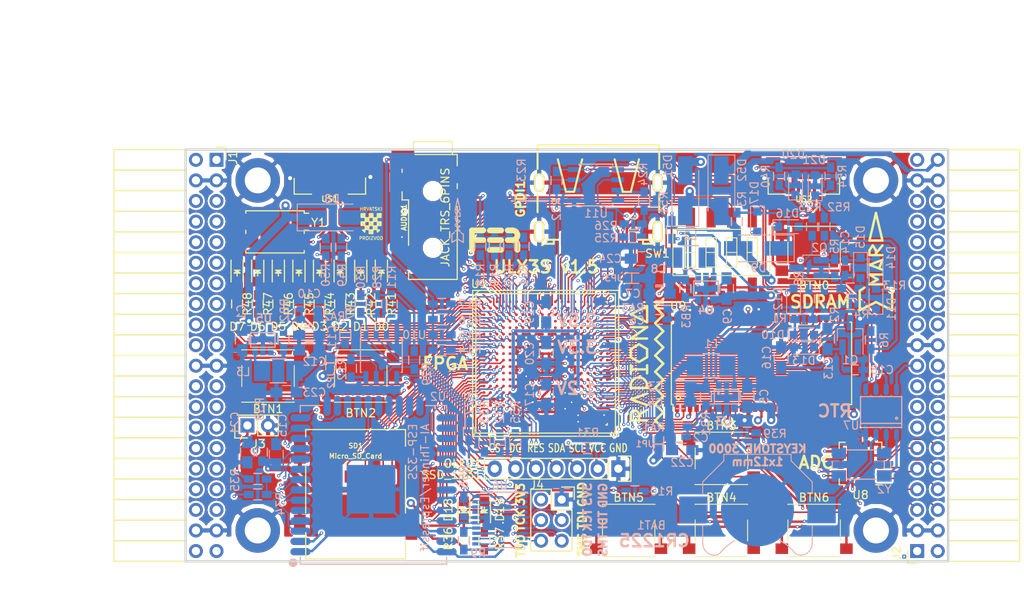
<source format=kicad_pcb>
(kicad_pcb (version 4) (host pcbnew 4.0.7+dfsg1-1)
  (layers (0 F.Cu signal) (1 In1.Cu signal) (2 In2.Cu signal) (31 B.Cu signal) (34 B.Paste user) (35 F.Paste user) (36 B.SilkS user) (37 F.SilkS user) (38 B.Mask user) (39 F.Mask user) (44 Edge.Cuts user))
  (net 0 "")
  (net 1 GND)
  (net 2 +5V)
  (net 3 /gpio/IN5V)
  (net 4 /gpio/OUT5V)
  (net 5 +3V3)
  (net 6 +1V2)
  (net 7 BTN_D)
  (net 8 BTN_F1)
  (net 9 BTN_F2)
  (net 10 BTN_L)
  (net 11 BTN_R)
  (net 12 BTN_U)
  (net 13 /power/FB1)
  (net 14 +2V5)
  (net 15 /power/PWREN)
  (net 16 /power/FB3)
  (net 17 /power/FB2)
  (net 18 "Net-(D9-Pad1)")
  (net 19 /power/VBAT)
  (net 20 JTAG_TDI)
  (net 21 JTAG_TCK)
  (net 22 JTAG_TMS)
  (net 23 JTAG_TDO)
  (net 24 /power/WAKEUPn)
  (net 25 /power/WKUP)
  (net 26 /power/SHUT)
  (net 27 /power/WAKE)
  (net 28 /power/HOLD)
  (net 29 /power/WKn)
  (net 30 /power/OSCI_32k)
  (net 31 /power/OSCO_32k)
  (net 32 "Net-(Q2-Pad3)")
  (net 33 SHUTDOWN)
  (net 34 /analog/AUDIO_L)
  (net 35 /analog/AUDIO_R)
  (net 36 GPDI_5V_SCL)
  (net 37 GPDI_5V_SDA)
  (net 38 GPDI_SDA)
  (net 39 GPDI_SCL)
  (net 40 /gpdi/VREF2)
  (net 41 SD_CMD)
  (net 42 SD_CLK)
  (net 43 SD_D0)
  (net 44 SD_D1)
  (net 45 USB5V)
  (net 46 GPDI_CEC)
  (net 47 nRESET)
  (net 48 FTDI_nDTR)
  (net 49 SDRAM_CKE)
  (net 50 SDRAM_A7)
  (net 51 SDRAM_D15)
  (net 52 SDRAM_BA1)
  (net 53 SDRAM_D7)
  (net 54 SDRAM_A6)
  (net 55 SDRAM_CLK)
  (net 56 SDRAM_D13)
  (net 57 SDRAM_BA0)
  (net 58 SDRAM_D6)
  (net 59 SDRAM_A5)
  (net 60 SDRAM_D14)
  (net 61 SDRAM_A11)
  (net 62 SDRAM_D12)
  (net 63 SDRAM_D5)
  (net 64 SDRAM_A4)
  (net 65 SDRAM_A10)
  (net 66 SDRAM_D11)
  (net 67 SDRAM_A3)
  (net 68 SDRAM_D4)
  (net 69 SDRAM_D10)
  (net 70 SDRAM_D9)
  (net 71 SDRAM_A9)
  (net 72 SDRAM_D3)
  (net 73 SDRAM_D8)
  (net 74 SDRAM_A8)
  (net 75 SDRAM_A2)
  (net 76 SDRAM_A1)
  (net 77 SDRAM_A0)
  (net 78 SDRAM_D2)
  (net 79 SDRAM_D1)
  (net 80 SDRAM_D0)
  (net 81 SDRAM_DQM0)
  (net 82 SDRAM_nCS)
  (net 83 SDRAM_nRAS)
  (net 84 SDRAM_DQM1)
  (net 85 SDRAM_nCAS)
  (net 86 SDRAM_nWE)
  (net 87 /flash/FLASH_nWP)
  (net 88 /flash/FLASH_nHOLD)
  (net 89 /flash/FLASH_MOSI)
  (net 90 /flash/FLASH_MISO)
  (net 91 /flash/FLASH_SCK)
  (net 92 /flash/FLASH_nCS)
  (net 93 /flash/FPGA_PROGRAMN)
  (net 94 /flash/FPGA_DONE)
  (net 95 /flash/FPGA_INITN)
  (net 96 OLED_RES)
  (net 97 OLED_DC)
  (net 98 OLED_CS)
  (net 99 WIFI_EN)
  (net 100 FTDI_nRTS)
  (net 101 FTDI_TXD)
  (net 102 FTDI_RXD)
  (net 103 WIFI_RXD)
  (net 104 WIFI_GPIO0)
  (net 105 WIFI_TXD)
  (net 106 GPDI_ETH-)
  (net 107 GPDI_ETH+)
  (net 108 GPDI_D2+)
  (net 109 GPDI_D2-)
  (net 110 GPDI_D1+)
  (net 111 GPDI_D1-)
  (net 112 GPDI_D0+)
  (net 113 GPDI_D0-)
  (net 114 GPDI_CLK+)
  (net 115 GPDI_CLK-)
  (net 116 USB_FTDI_D+)
  (net 117 USB_FTDI_D-)
  (net 118 J1_17-)
  (net 119 J1_17+)
  (net 120 J1_23-)
  (net 121 J1_23+)
  (net 122 J1_25-)
  (net 123 J1_25+)
  (net 124 J1_27-)
  (net 125 J1_27+)
  (net 126 J1_29-)
  (net 127 J1_29+)
  (net 128 J1_31-)
  (net 129 J1_31+)
  (net 130 J1_33-)
  (net 131 J1_33+)
  (net 132 J1_35-)
  (net 133 J1_35+)
  (net 134 J2_5-)
  (net 135 J2_5+)
  (net 136 J2_7-)
  (net 137 J2_7+)
  (net 138 J2_9-)
  (net 139 J2_9+)
  (net 140 J2_13-)
  (net 141 J2_13+)
  (net 142 J2_17-)
  (net 143 J2_17+)
  (net 144 J2_11-)
  (net 145 J2_11+)
  (net 146 J2_23-)
  (net 147 J2_23+)
  (net 148 J1_5-)
  (net 149 J1_5+)
  (net 150 J1_7-)
  (net 151 J1_7+)
  (net 152 J1_9-)
  (net 153 J1_9+)
  (net 154 J1_11-)
  (net 155 J1_11+)
  (net 156 J1_13-)
  (net 157 J1_13+)
  (net 158 J1_15-)
  (net 159 J1_15+)
  (net 160 J2_15-)
  (net 161 J2_15+)
  (net 162 J2_25-)
  (net 163 J2_25+)
  (net 164 J2_27-)
  (net 165 J2_27+)
  (net 166 J2_29-)
  (net 167 J2_29+)
  (net 168 J2_31-)
  (net 169 J2_31+)
  (net 170 J2_33-)
  (net 171 J2_33+)
  (net 172 J2_35-)
  (net 173 J2_35+)
  (net 174 SD_D3)
  (net 175 AUDIO_L3)
  (net 176 AUDIO_L2)
  (net 177 AUDIO_L1)
  (net 178 AUDIO_L0)
  (net 179 AUDIO_R3)
  (net 180 AUDIO_R2)
  (net 181 AUDIO_R1)
  (net 182 AUDIO_R0)
  (net 183 OLED_CLK)
  (net 184 OLED_MOSI)
  (net 185 LED0)
  (net 186 LED1)
  (net 187 LED2)
  (net 188 LED3)
  (net 189 LED4)
  (net 190 LED5)
  (net 191 LED6)
  (net 192 LED7)
  (net 193 BTN_PWRn)
  (net 194 FTDI_nTXLED)
  (net 195 FTDI_nSLEEP)
  (net 196 /blinkey/LED_PWREN)
  (net 197 /blinkey/LED_TXLED)
  (net 198 FT3V3)
  (net 199 /sdcard/SD3V3)
  (net 200 SD_D2)
  (net 201 CLK_25MHz)
  (net 202 /blinkey/BTNPUL)
  (net 203 /blinkey/BTNPUR)
  (net 204 USB_FPGA_D+)
  (net 205 /power/FTDI_nSUSPEND)
  (net 206 /blinkey/ALED0)
  (net 207 /blinkey/ALED1)
  (net 208 /blinkey/ALED2)
  (net 209 /blinkey/ALED3)
  (net 210 /blinkey/ALED4)
  (net 211 /blinkey/ALED5)
  (net 212 /blinkey/ALED6)
  (net 213 /blinkey/ALED7)
  (net 214 /usb/FTD-)
  (net 215 /usb/FTD+)
  (net 216 ADC_MISO)
  (net 217 ADC_MOSI)
  (net 218 ADC_CSn)
  (net 219 ADC_SCLK)
  (net 220 "Net-(R51-Pad2)")
  (net 221 SW3)
  (net 222 SW2)
  (net 223 SW1)
  (net 224 SW0)
  (net 225 USB_FPGA_D-)
  (net 226 /usb/FPD+)
  (net 227 /usb/FPD-)
  (net 228 WIFI_GPIO16)
  (net 229 WIFI_GPIO15)
  (net 230 /usb/ANT_433MHz)
  (net 231 /power/PWRBTn)
  (net 232 PROG_DONE)
  (net 233 /power/P1V2)
  (net 234 /power/P3V3)
  (net 235 /power/P2V5)
  (net 236 /power/L1)
  (net 237 /power/L3)
  (net 238 /power/L2)
  (net 239 FTDI_TXDEN)
  (net 240 /wifi/WIFIOFF)
  (module SMD_Packages:1Pin (layer F.Cu) (at 182.67515 111.637626)
    (fp_text reference AE1 hide)
    (fp_text value 433MHz hide)
    (pad 1 smd rect (at 0 0) (size 0.5 0.5) (layers B.Cu F.Paste F.Mask) (net 230 /usb/ANT_433MHz))
  )
  (module Resistors_SMD:R_0603_HandSoldering (layer B.Cu) (at 103.498 98.758 90)
    (fp_text reference R38 (at 5.334 -0.254 90) (layer B.SilkS) (effects (justify mirror)))
    (fp_text value 0.47)
    (pad 1 smd rect (at -1.1 0 90) (size 1.2 0.9) (layers B.Cu B.Paste B.Mask) (net 199 /sdcard/SD3V3))
    (pad 2 smd rect (at 1.1 0 90) (size 1.2 0.9) (layers B.Cu B.Paste B.Mask) (net 5 +3V3))
  )
  (module jumper:SOLDER-JUMPER_1-WAY (layer B.Cu) (at 152.393 97.742 270)
    (fp_text reference JP1 (at 0 1.778 360) (layer B.SilkS) (effects (font (size 0.762 0.762) (thickness 0.1524)) (justify mirror)))
    (fp_text value 1.2 hide)
    (pad 1 smd rect (at -0.6 0 270) (size 1 1) (layers B.Cu B.Paste B.Mask) (net 233 /power/P1V2))
    (pad 2 smd rect (at 0.6 0 270) (size 1 1) (layers B.Cu B.Paste B.Mask) (net 6 +1V2))
  )
  (module ESP32-footprints-Lib:ESP-32S (layer B.Cu) (at 117.313 101.513)
    (fp_text reference U2 (at 7.902 -9.613 180) (layer B.SilkS) (effects (justify mirror)))
    (fp_text value ESP-32S)
    (fp_text user AI-Thinker/Espressif (at 6.3 1.6 270) (layer B.SilkS) (effects (justify mirror)))
    (fp_text user ESP-32S (at 4.8 -2.8 270) (layer B.SilkS) (effects (justify mirror)))
    (pad 38 smd oval (at 8.947434 9.517338 180) (size 2.5 0.9) (layers B.Cu B.Paste B.Mask) (net 1 GND))
    (pad 37 smd oval (at 8.947434 8.247338 180) (size 2.5 0.9) (layers B.Cu B.Paste B.Mask))
    (pad 36 smd oval (at 8.947434 6.977338 180) (size 2.5 0.9) (layers B.Cu B.Paste B.Mask) (net 232 PROG_DONE))
    (pad 35 smd oval (at 8.947434 5.707338 180) (size 2.5 0.9) (layers B.Cu B.Paste B.Mask) (net 105 WIFI_TXD))
    (pad 34 smd oval (at 8.947434 4.437338 180) (size 2.5 0.9) (layers B.Cu B.Paste B.Mask) (net 103 WIFI_RXD))
    (pad 33 smd oval (at 8.947434 3.167338 180) (size 2.5 0.9) (layers B.Cu B.Paste B.Mask) (net 22 JTAG_TMS))
    (pad 32 smd oval (at 8.947434 1.897338 180) (size 2.5 0.9) (layers B.Cu B.Paste B.Mask))
    (pad 31 smd oval (at 8.947434 0.627338 180) (size 2.5 0.9) (layers B.Cu B.Paste B.Mask) (net 20 JTAG_TDI))
    (pad 30 smd oval (at 8.947434 -0.642662 180) (size 2.5 0.9) (layers B.Cu B.Paste B.Mask) (net 21 JTAG_TCK))
    (pad 29 smd oval (at 8.947434 -1.912662 180) (size 2.5 0.9) (layers B.Cu B.Paste B.Mask))
    (pad 28 smd oval (at 8.947434 -3.182662 180) (size 2.5 0.9) (layers B.Cu B.Paste B.Mask) (net 23 JTAG_TDO))
    (pad 27 smd oval (at 8.947434 -4.452662 180) (size 2.5 0.9) (layers B.Cu B.Paste B.Mask) (net 228 WIFI_GPIO16))
    (pad 26 smd oval (at 8.947434 -5.722662 180) (size 2.5 0.9) (layers B.Cu B.Paste B.Mask))
    (pad 25 smd oval (at 8.947434 -6.992662 180) (size 2.5 0.9) (layers B.Cu B.Paste B.Mask) (net 104 WIFI_GPIO0))
    (pad 24 smd oval (at 5.662434 -8.482662 180) (size 0.9 2.5) (layers B.Cu B.Paste B.Mask))
    (pad 23 smd oval (at 4.392434 -8.482662 180) (size 0.9 2.5) (layers B.Cu B.Paste B.Mask) (net 229 WIFI_GPIO15))
    (pad 22 smd oval (at 3.122434 -8.482662 180) (size 0.9 2.5) (layers B.Cu B.Paste B.Mask) (net 44 SD_D1))
    (pad 21 smd oval (at 1.852434 -8.482662 180) (size 0.9 2.5) (layers B.Cu B.Paste B.Mask) (net 43 SD_D0))
    (pad 20 smd oval (at 0.582434 -8.482662 180) (size 0.9 2.5) (layers B.Cu B.Paste B.Mask) (net 42 SD_CLK))
    (pad 19 smd oval (at -0.687566 -8.482662 180) (size 0.9 2.5) (layers B.Cu B.Paste B.Mask) (net 41 SD_CMD))
    (pad 18 smd oval (at -1.957566 -8.482662 180) (size 0.9 2.5) (layers B.Cu B.Paste B.Mask))
    (pad 17 smd oval (at -3.227566 -8.482662 180) (size 0.9 2.5) (layers B.Cu B.Paste B.Mask))
    (pad 16 smd oval (at -4.497566 -8.482662 180) (size 0.9 2.5) (layers B.Cu B.Paste B.Mask) (net 124 J1_27-))
    (pad 15 smd oval (at -5.767566 -8.482662 180) (size 0.9 2.5) (layers B.Cu B.Paste B.Mask) (net 1 GND))
    (pad 14 smd oval (at -9.052566 -6.992662 180) (size 2.5 0.9) (layers B.Cu B.Paste B.Mask) (net 125 J1_27+))
    (pad 13 smd oval (at -9.052566 -5.722662 180) (size 2.5 0.9) (layers B.Cu B.Paste B.Mask) (net 126 J1_29-))
    (pad 12 smd oval (at -9.052566 -4.452662 180) (size 2.5 0.9) (layers B.Cu B.Paste B.Mask) (net 127 J1_29+))
    (pad 11 smd oval (at -9.052566 -3.182662 180) (size 2.5 0.9) (layers B.Cu B.Paste B.Mask) (net 128 J1_31-))
    (pad 10 smd oval (at -9.052566 -1.912662 180) (size 2.5 0.9) (layers B.Cu B.Paste B.Mask) (net 129 J1_31+))
    (pad 9 smd oval (at -9.052566 -0.642662 180) (size 2.5 0.9) (layers B.Cu B.Paste B.Mask) (net 130 J1_33-))
    (pad 8 smd oval (at -9.052566 0.627338 180) (size 2.5 0.9) (layers B.Cu B.Paste B.Mask) (net 131 J1_33+))
    (pad 7 smd oval (at -9.052566 1.897338 180) (size 2.5 0.9) (layers B.Cu B.Paste B.Mask) (net 132 J1_35-))
    (pad 6 smd oval (at -9.052566 3.167338 180) (size 2.5 0.9) (layers B.Cu B.Paste B.Mask) (net 133 J1_35+))
    (pad 5 smd oval (at -9.052566 4.437338 180) (size 2.5 0.9) (layers B.Cu B.Paste B.Mask))
    (pad 4 smd oval (at -9.052566 5.707338 180) (size 2.5 0.9) (layers B.Cu B.Paste B.Mask))
    (pad 3 smd oval (at -9.052566 6.977338 180) (size 2.5 0.9) (layers B.Cu B.Paste B.Mask) (net 99 WIFI_EN))
    (pad 2 smd oval (at -9.052566 8.247338 180) (size 2.5 0.9) (layers B.Cu B.Paste B.Mask) (net 5 +3V3))
    (pad 1 smd oval (at -9.052566 9.517338 180) (size 2.5 0.9) (layers B.Cu B.Paste B.Mask) (net 1 GND))
    (pad 39 smd rect (at -0.352566 1.817338 180) (size 6 6) (layers B.Cu B.Paste B.Mask) (net 1 GND))
  )
  (module Diodes_SMD:D_SMA_Handsoldering (layer B.Cu) (at 155.695 66.5 90)
    (fp_text reference D51 (at 3.048 -2.159 90) (layer B.SilkS) (effects (justify mirror)))
    (fp_text value STPS2L30AF hide)
    (pad 1 smd rect (at -2.5 0 90) (size 3.5 1.8) (layers B.Cu B.Paste B.Mask) (net 2 +5V))
    (pad 2 smd rect (at 2.5 0 90) (size 3.5 1.8) (layers B.Cu B.Paste B.Mask) (net 3 /gpio/IN5V))
  )
  (module Resistors_SMD:R_0603_HandSoldering (layer B.Cu) (at 154.044 71.326 90)
    (fp_text reference R51 (at 3.302 -1.016 90) (layer B.SilkS) (effects (justify mirror)))
    (fp_text value 220)
    (pad 1 smd rect (at -1.1 0 90) (size 1.2 0.9) (layers B.Cu B.Paste B.Mask) (net 5 +3V3))
    (pad 2 smd rect (at 1.1 0 90) (size 1.2 0.9) (layers B.Cu B.Paste B.Mask) (net 220 "Net-(R51-Pad2)"))
  )
  (module Resistors_SMD:R_1210_HandSoldering (layer B.Cu) (at 158.87 88.09 180)
    (fp_text reference L1 (at 0 2.7 180) (layer B.SilkS) (effects (justify mirror)))
    (fp_text value 2.2uH)
    (pad 1 smd rect (at -2 0 180) (size 2 2.5) (layers B.Cu B.Paste B.Mask) (net 236 /power/L1))
    (pad 2 smd rect (at 2 0 180) (size 2 2.5) (layers B.Cu B.Paste B.Mask) (net 233 /power/P1V2))
  )
  (module TSOT-25:TSOT-25 (layer B.Cu) (at 160.775 91.9)
    (fp_text reference U3 (at -0.381 3.048) (layer B.SilkS) (effects (font (thickness 0.2)) (justify mirror)))
    (fp_text value AP3429A)
    (pad 1 smd rect (at -0.95 -1.3) (size 0.7 1.2) (layers B.Cu B.Paste B.Mask) (net 15 /power/PWREN))
    (pad 2 smd rect (at 0 -1.3) (size 0.7 1.2) (layers B.Cu B.Paste B.Mask) (net 1 GND))
    (pad 3 smd rect (at 0.95 -1.3) (size 0.7 1.2) (layers B.Cu B.Paste B.Mask) (net 236 /power/L1))
    (pad 4 smd rect (at 0.95 1.3) (size 0.7 1.2) (layers B.Cu B.Paste B.Mask) (net 2 +5V))
    (pad 5 smd rect (at -0.95 1.3) (size 0.7 1.2) (layers B.Cu B.Paste B.Mask) (net 13 /power/FB1))
  )
  (module Resistors_SMD:R_1210_HandSoldering (layer B.Cu) (at 156.33 74.755 180)
    (fp_text reference L2 (at 0 2.7 180) (layer B.SilkS) (effects (justify mirror)))
    (fp_text value 2.2uH)
    (pad 1 smd rect (at -2 0 180) (size 2 2.5) (layers B.Cu B.Paste B.Mask) (net 237 /power/L3))
    (pad 2 smd rect (at 2 0 180) (size 2 2.5) (layers B.Cu B.Paste B.Mask) (net 234 /power/P3V3))
  )
  (module TSOT-25:TSOT-25 (layer B.Cu) (at 158.235 78.535)
    (fp_text reference U4 (at 0 2.697) (layer B.SilkS) (effects (font (thickness 0.2)) (justify mirror)))
    (fp_text value AP3429A)
    (pad 1 smd rect (at -0.95 -1.3) (size 0.7 1.2) (layers B.Cu B.Paste B.Mask) (net 15 /power/PWREN))
    (pad 2 smd rect (at 0 -1.3) (size 0.7 1.2) (layers B.Cu B.Paste B.Mask) (net 1 GND))
    (pad 3 smd rect (at 0.95 -1.3) (size 0.7 1.2) (layers B.Cu B.Paste B.Mask) (net 237 /power/L3))
    (pad 4 smd rect (at 0.95 1.3) (size 0.7 1.2) (layers B.Cu B.Paste B.Mask) (net 2 +5V))
    (pad 5 smd rect (at -0.95 1.3) (size 0.7 1.2) (layers B.Cu B.Paste B.Mask) (net 16 /power/FB3))
  )
  (module LEDs:LED_0805 (layer F.Cu) (at 118.23 76.66 270)
    (fp_text reference D0 (at 6.604 0 360) (layer F.SilkS))
    (fp_text value RED hide)
    (pad 2 smd rect (at 1.04902 0 90) (size 1.19888 1.19888) (layers F.Cu F.Paste F.Mask) (net 206 /blinkey/ALED0))
    (pad 1 smd rect (at -1.04902 0 90) (size 1.19888 1.19888) (layers F.Cu F.Paste F.Mask) (net 1 GND))
  )
  (module LEDs:LED_0805 (layer F.Cu) (at 115.69 76.66 270)
    (fp_text reference D1 (at 6.604 0 360) (layer F.SilkS))
    (fp_text value RED hide)
    (pad 2 smd rect (at 1.04902 0 90) (size 1.19888 1.19888) (layers F.Cu F.Paste F.Mask) (net 207 /blinkey/ALED1))
    (pad 1 smd rect (at -1.04902 0 90) (size 1.19888 1.19888) (layers F.Cu F.Paste F.Mask) (net 1 GND))
  )
  (module LEDs:LED_0805 (layer F.Cu) (at 113.15 76.66 270)
    (fp_text reference D2 (at 6.604 0 360) (layer F.SilkS))
    (fp_text value RED hide)
    (pad 2 smd rect (at 1.04902 0 90) (size 1.19888 1.19888) (layers F.Cu F.Paste F.Mask) (net 208 /blinkey/ALED2))
    (pad 1 smd rect (at -1.04902 0 90) (size 1.19888 1.19888) (layers F.Cu F.Paste F.Mask) (net 1 GND))
  )
  (module LEDs:LED_0805 (layer F.Cu) (at 110.61 76.66 270)
    (fp_text reference D3 (at 6.604 0 360) (layer F.SilkS))
    (fp_text value RED hide)
    (pad 2 smd rect (at 1.04902 0 90) (size 1.19888 1.19888) (layers F.Cu F.Paste F.Mask) (net 209 /blinkey/ALED3))
    (pad 1 smd rect (at -1.04902 0 90) (size 1.19888 1.19888) (layers F.Cu F.Paste F.Mask) (net 1 GND))
  )
  (module LEDs:LED_0805 (layer F.Cu) (at 108.07 76.66 270)
    (fp_text reference D4 (at 6.604 0 360) (layer F.SilkS))
    (fp_text value RED hide)
    (pad 2 smd rect (at 1.04902 0 90) (size 1.19888 1.19888) (layers F.Cu F.Paste F.Mask) (net 210 /blinkey/ALED4))
    (pad 1 smd rect (at -1.04902 0 90) (size 1.19888 1.19888) (layers F.Cu F.Paste F.Mask) (net 1 GND))
  )
  (module LEDs:LED_0805 (layer F.Cu) (at 105.53 76.66 270)
    (fp_text reference D5 (at 6.604 0 360) (layer F.SilkS))
    (fp_text value RED hide)
    (pad 2 smd rect (at 1.04902 0 90) (size 1.19888 1.19888) (layers F.Cu F.Paste F.Mask) (net 211 /blinkey/ALED5))
    (pad 1 smd rect (at -1.04902 0 90) (size 1.19888 1.19888) (layers F.Cu F.Paste F.Mask) (net 1 GND))
  )
  (module LEDs:LED_0805 (layer F.Cu) (at 102.99 76.66 270)
    (fp_text reference D6 (at 6.604 0 360) (layer F.SilkS))
    (fp_text value RED hide)
    (pad 2 smd rect (at 1.04902 0 90) (size 1.19888 1.19888) (layers F.Cu F.Paste F.Mask) (net 212 /blinkey/ALED6))
    (pad 1 smd rect (at -1.04902 0 90) (size 1.19888 1.19888) (layers F.Cu F.Paste F.Mask) (net 1 GND))
  )
  (module LEDs:LED_0805 (layer F.Cu) (at 100.45 76.66 270)
    (fp_text reference D7 (at 6.604 0 360) (layer F.SilkS))
    (fp_text value RED hide)
    (pad 2 smd rect (at 1.04902 0 90) (size 1.19888 1.19888) (layers F.Cu F.Paste F.Mask) (net 213 /blinkey/ALED7))
    (pad 1 smd rect (at -1.04902 0 90) (size 1.19888 1.19888) (layers F.Cu F.Paste F.Mask) (net 1 GND))
  )
  (module Resistors_SMD:R_1210_HandSoldering (layer B.Cu) (at 105.53 88.725)
    (fp_text reference L3 (at -4.318 0.127) (layer B.SilkS) (effects (justify mirror)))
    (fp_text value 2.2uH)
    (pad 1 smd rect (at -2 0) (size 2 2.5) (layers B.Cu B.Paste B.Mask) (net 238 /power/L2))
    (pad 2 smd rect (at 2 0) (size 2 2.5) (layers B.Cu B.Paste B.Mask) (net 235 /power/P2V5))
  )
  (module TSOT-25:TSOT-25 (layer B.Cu) (at 103.625 84.915 180)
    (fp_text reference U5 (at -0.127 2.667 180) (layer B.SilkS) (effects (font (thickness 0.2)) (justify mirror)))
    (fp_text value AP3429A)
    (pad 1 smd rect (at -0.95 -1.3 180) (size 0.7 1.2) (layers B.Cu B.Paste B.Mask) (net 15 /power/PWREN))
    (pad 2 smd rect (at 0 -1.3 180) (size 0.7 1.2) (layers B.Cu B.Paste B.Mask) (net 1 GND))
    (pad 3 smd rect (at 0.95 -1.3 180) (size 0.7 1.2) (layers B.Cu B.Paste B.Mask) (net 238 /power/L2))
    (pad 4 smd rect (at 0.95 1.3 180) (size 0.7 1.2) (layers B.Cu B.Paste B.Mask) (net 2 +5V))
    (pad 5 smd rect (at -0.95 1.3 180) (size 0.7 1.2) (layers B.Cu B.Paste B.Mask) (net 17 /power/FB2))
  )
  (module Capacitors_SMD:C_0805_HandSoldering (layer B.Cu) (at 101.085 84.915 270)
    (fp_text reference C1 (at -3.429 0.127 270) (layer B.SilkS) (effects (justify mirror)))
    (fp_text value 22uF)
    (pad 1 smd rect (at -1.25 0 270) (size 1.5 1.25) (layers B.Cu B.Paste B.Mask) (net 2 +5V))
    (pad 2 smd rect (at 1.25 0 270) (size 1.5 1.25) (layers B.Cu B.Paste B.Mask) (net 1 GND))
  )
  (module Capacitors_SMD:C_0805_HandSoldering (layer B.Cu) (at 155.06 90.63)
    (fp_text reference C3 (at -3.048 0) (layer B.SilkS) (effects (justify mirror)))
    (fp_text value 22uF)
    (pad 1 smd rect (at -1.25 0) (size 1.5 1.25) (layers B.Cu B.Paste B.Mask) (net 233 /power/P1V2))
    (pad 2 smd rect (at 1.25 0) (size 1.5 1.25) (layers B.Cu B.Paste B.Mask) (net 1 GND))
  )
  (module Capacitors_SMD:C_0805_HandSoldering (layer B.Cu) (at 155.06 92.535)
    (fp_text reference C4 (at -3.048 0.127) (layer B.SilkS) (effects (justify mirror)))
    (fp_text value 22uF)
    (pad 1 smd rect (at -1.25 0) (size 1.5 1.25) (layers B.Cu B.Paste B.Mask) (net 233 /power/P1V2))
    (pad 2 smd rect (at 1.25 0) (size 1.5 1.25) (layers B.Cu B.Paste B.Mask) (net 1 GND))
  )
  (module Capacitors_SMD:C_0805_HandSoldering (layer B.Cu) (at 163.315 91.9 90)
    (fp_text reference C5 (at 0 2.1 90) (layer B.SilkS) (effects (justify mirror)))
    (fp_text value 22uF)
    (pad 1 smd rect (at -1.25 0 90) (size 1.5 1.25) (layers B.Cu B.Paste B.Mask) (net 2 +5V))
    (pad 2 smd rect (at 1.25 0 90) (size 1.5 1.25) (layers B.Cu B.Paste B.Mask) (net 1 GND))
  )
  (module Capacitors_SMD:C_0805_HandSoldering (layer B.Cu) (at 152.52 79.2)
    (fp_text reference C7 (at -3.302 0) (layer B.SilkS) (effects (justify mirror)))
    (fp_text value 22uF)
    (pad 1 smd rect (at -1.25 0) (size 1.5 1.25) (layers B.Cu B.Paste B.Mask) (net 234 /power/P3V3))
    (pad 2 smd rect (at 1.25 0) (size 1.5 1.25) (layers B.Cu B.Paste B.Mask) (net 1 GND))
  )
  (module Capacitors_SMD:C_0805_HandSoldering (layer B.Cu) (at 152.52 77.295)
    (fp_text reference C8 (at -0.127 -1.143) (layer B.SilkS) (effects (justify mirror)))
    (fp_text value 22uF)
    (pad 1 smd rect (at -1.25 0) (size 1.5 1.25) (layers B.Cu B.Paste B.Mask) (net 234 /power/P3V3))
    (pad 2 smd rect (at 1.25 0) (size 1.5 1.25) (layers B.Cu B.Paste B.Mask) (net 1 GND))
  )
  (module Capacitors_SMD:C_0805_HandSoldering (layer B.Cu) (at 160.775 78.565 90)
    (fp_text reference C9 (at -3.429 0.127 90) (layer B.SilkS) (effects (justify mirror)))
    (fp_text value 22uF)
    (pad 1 smd rect (at -1.25 0 90) (size 1.5 1.25) (layers B.Cu B.Paste B.Mask) (net 2 +5V))
    (pad 2 smd rect (at 1.25 0 90) (size 1.5 1.25) (layers B.Cu B.Paste B.Mask) (net 1 GND))
  )
  (module Capacitors_SMD:C_0805_HandSoldering (layer B.Cu) (at 109.34 84.28 180)
    (fp_text reference C11 (at -2.794 -0.254 270) (layer B.SilkS) (effects (justify mirror)))
    (fp_text value 22uF)
    (pad 1 smd rect (at -1.25 0 180) (size 1.5 1.25) (layers B.Cu B.Paste B.Mask) (net 235 /power/P2V5))
    (pad 2 smd rect (at 1.25 0 180) (size 1.5 1.25) (layers B.Cu B.Paste B.Mask) (net 1 GND))
  )
  (module Capacitors_SMD:C_0805_HandSoldering (layer B.Cu) (at 109.34 86.185 180)
    (fp_text reference C12 (at -0.635 -1.397 360) (layer B.SilkS) (effects (justify mirror)))
    (fp_text value 22uF)
    (pad 1 smd rect (at -1.25 0 180) (size 1.5 1.25) (layers B.Cu B.Paste B.Mask) (net 235 /power/P2V5))
    (pad 2 smd rect (at 1.25 0 180) (size 1.5 1.25) (layers B.Cu B.Paste B.Mask) (net 1 GND))
  )
  (module Power_Integrations:SO-8 (layer B.Cu) (at 179.825 93.805 180)
    (fp_text reference U7 (at 3.683 -1.651 180) (layer B.SilkS) (effects (justify mirror)))
    (fp_text value PCF8523)
    (pad 1 smd oval (at -1.905 -2.794 180) (size 0.6096 1.4732) (layers B.Cu B.Paste B.Mask) (net 30 /power/OSCI_32k))
    (pad 2 smd oval (at -0.635 -2.794 180) (size 0.6096 1.4732) (layers B.Cu B.Paste B.Mask) (net 31 /power/OSCO_32k))
    (pad 3 smd oval (at 0.635 -2.794 180) (size 0.6096 1.4732) (layers B.Cu B.Paste B.Mask) (net 19 /power/VBAT))
    (pad 4 smd oval (at 1.905 -2.794 180) (size 0.6096 1.4732) (layers B.Cu B.Paste B.Mask) (net 1 GND))
    (pad 5 smd oval (at 1.905 2.794 180) (size 0.6096 1.4732) (layers B.Cu B.Paste B.Mask) (net 38 GPDI_SDA))
    (pad 6 smd oval (at 0.635 2.794 180) (size 0.6096 1.4732) (layers B.Cu B.Paste B.Mask) (net 39 GPDI_SCL))
    (pad 7 smd oval (at -0.635 2.794 180) (size 0.6096 1.4732) (layers B.Cu B.Paste B.Mask) (net 24 /power/WAKEUPn))
    (pad 8 smd oval (at -1.905 2.794 180) (size 0.6096 1.4732) (layers B.Cu B.Paste B.Mask) (net 5 +3V3))
  )
  (module Capacitors_SMD:C_0805_HandSoldering (layer B.Cu) (at 173.221 84.788 90)
    (fp_text reference C13 (at -3.556 0.127 90) (layer B.SilkS) (effects (justify mirror)))
    (fp_text value 2.2uF)
    (pad 1 smd rect (at -1.25 0 90) (size 1.5 1.25) (layers B.Cu B.Paste B.Mask) (net 2 +5V))
    (pad 2 smd rect (at 1.25 0 90) (size 1.5 1.25) (layers B.Cu B.Paste B.Mask) (net 25 /power/WKUP))
  )
  (module TSOP54:TSOP54 (layer F.Cu) (at 165.08 87.8 90)
    (fp_text reference U9 (at 7.076 -10.274 180) (layer F.SilkS))
    (fp_text value MT48LC16M16A2TG)
    (pad 28 smd rect (at 5.53 10.4 90) (size 0.9 0.56) (layers F.Cu F.Paste F.Mask) (net 1 GND))
    (pad 1 smd rect (at -5.53 -10.4 90) (size 0.9 0.56) (layers F.Cu F.Paste F.Mask) (net 5 +3V3))
    (pad 2 smd rect (at -5.53 -9.6 90) (size 0.9 0.56) (layers F.Cu F.Paste F.Mask) (net 80 SDRAM_D0))
    (pad 3 smd rect (at -5.53 -8.8 90) (size 0.9 0.56) (layers F.Cu F.Paste F.Mask) (net 5 +3V3))
    (pad 4 smd rect (at -5.53 -8 90) (size 0.9 0.56) (layers F.Cu F.Paste F.Mask) (net 79 SDRAM_D1))
    (pad 5 smd rect (at -5.53 -7.2 90) (size 0.9 0.56) (layers F.Cu F.Paste F.Mask) (net 78 SDRAM_D2))
    (pad 6 smd rect (at -5.53 -6.4 90) (size 0.9 0.56) (layers F.Cu F.Paste F.Mask) (net 1 GND))
    (pad 7 smd rect (at -5.53 -5.6 90) (size 0.9 0.56) (layers F.Cu F.Paste F.Mask) (net 72 SDRAM_D3))
    (pad 8 smd rect (at -5.53 -4.8 90) (size 0.9 0.56) (layers F.Cu F.Paste F.Mask) (net 68 SDRAM_D4))
    (pad 9 smd rect (at -5.53 -4 90) (size 0.9 0.56) (layers F.Cu F.Paste F.Mask) (net 5 +3V3))
    (pad 10 smd rect (at -5.53 -3.2 90) (size 0.9 0.56) (layers F.Cu F.Paste F.Mask) (net 63 SDRAM_D5))
    (pad 11 smd rect (at -5.53 -2.4 90) (size 0.9 0.56) (layers F.Cu F.Paste F.Mask) (net 58 SDRAM_D6))
    (pad 12 smd rect (at -5.53 -1.6 90) (size 0.9 0.56) (layers F.Cu F.Paste F.Mask) (net 1 GND))
    (pad 13 smd rect (at -5.53 -0.8 90) (size 0.9 0.56) (layers F.Cu F.Paste F.Mask) (net 53 SDRAM_D7))
    (pad 14 smd rect (at -5.53 0 90) (size 0.9 0.56) (layers F.Cu F.Paste F.Mask) (net 5 +3V3))
    (pad 15 smd rect (at -5.53 0.8 90) (size 0.9 0.56) (layers F.Cu F.Paste F.Mask) (net 81 SDRAM_DQM0))
    (pad 16 smd rect (at -5.53 1.6 90) (size 0.9 0.56) (layers F.Cu F.Paste F.Mask) (net 86 SDRAM_nWE))
    (pad 17 smd rect (at -5.53 2.4 90) (size 0.9 0.56) (layers F.Cu F.Paste F.Mask) (net 85 SDRAM_nCAS))
    (pad 18 smd rect (at -5.53 3.2 90) (size 0.9 0.56) (layers F.Cu F.Paste F.Mask) (net 83 SDRAM_nRAS))
    (pad 19 smd rect (at -5.53 4 90) (size 0.9 0.56) (layers F.Cu F.Paste F.Mask) (net 82 SDRAM_nCS))
    (pad 20 smd rect (at -5.53 4.8 90) (size 0.9 0.56) (layers F.Cu F.Paste F.Mask) (net 57 SDRAM_BA0))
    (pad 21 smd rect (at -5.53 5.6 90) (size 0.9 0.56) (layers F.Cu F.Paste F.Mask) (net 52 SDRAM_BA1))
    (pad 22 smd rect (at -5.53 6.4 90) (size 0.9 0.56) (layers F.Cu F.Paste F.Mask) (net 65 SDRAM_A10))
    (pad 23 smd rect (at -5.53 7.2 90) (size 0.9 0.56) (layers F.Cu F.Paste F.Mask) (net 77 SDRAM_A0))
    (pad 24 smd rect (at -5.53 8 90) (size 0.9 0.56) (layers F.Cu F.Paste F.Mask) (net 76 SDRAM_A1))
    (pad 25 smd rect (at -5.53 8.8 90) (size 0.9 0.56) (layers F.Cu F.Paste F.Mask) (net 75 SDRAM_A2))
    (pad 26 smd rect (at -5.53 9.6 90) (size 0.9 0.56) (layers F.Cu F.Paste F.Mask) (net 67 SDRAM_A3))
    (pad 27 smd rect (at -5.53 10.4 90) (size 0.9 0.56) (layers F.Cu F.Paste F.Mask) (net 5 +3V3))
    (pad 29 smd rect (at 5.53 9.6 90) (size 0.9 0.56) (layers F.Cu F.Paste F.Mask) (net 64 SDRAM_A4))
    (pad 30 smd rect (at 5.53 8.8 90) (size 0.9 0.56) (layers F.Cu F.Paste F.Mask) (net 59 SDRAM_A5))
    (pad 31 smd rect (at 5.53 8 90) (size 0.9 0.56) (layers F.Cu F.Paste F.Mask) (net 54 SDRAM_A6))
    (pad 32 smd rect (at 5.53 7.2 90) (size 0.9 0.56) (layers F.Cu F.Paste F.Mask) (net 50 SDRAM_A7))
    (pad 33 smd rect (at 5.53 6.4 90) (size 0.9 0.56) (layers F.Cu F.Paste F.Mask) (net 74 SDRAM_A8))
    (pad 34 smd rect (at 5.53 5.6 90) (size 0.9 0.56) (layers F.Cu F.Paste F.Mask) (net 71 SDRAM_A9))
    (pad 35 smd rect (at 5.53 4.8 90) (size 0.9 0.56) (layers F.Cu F.Paste F.Mask) (net 61 SDRAM_A11))
    (pad 36 smd rect (at 5.53 4 90) (size 0.9 0.56) (layers F.Cu F.Paste F.Mask))
    (pad 37 smd rect (at 5.53 3.2 90) (size 0.9 0.56) (layers F.Cu F.Paste F.Mask) (net 49 SDRAM_CKE))
    (pad 38 smd rect (at 5.53 2.4 90) (size 0.9 0.56) (layers F.Cu F.Paste F.Mask) (net 55 SDRAM_CLK))
    (pad 39 smd rect (at 5.53 1.6 90) (size 0.9 0.56) (layers F.Cu F.Paste F.Mask) (net 84 SDRAM_DQM1))
    (pad 40 smd rect (at 5.53 0.8 90) (size 0.9 0.56) (layers F.Cu F.Paste F.Mask))
    (pad 41 smd rect (at 5.53 0 90) (size 0.9 0.56) (layers F.Cu F.Paste F.Mask) (net 1 GND))
    (pad 42 smd rect (at 5.53 -0.8 90) (size 0.9 0.56) (layers F.Cu F.Paste F.Mask) (net 73 SDRAM_D8))
    (pad 43 smd rect (at 5.53 -1.6 90) (size 0.9 0.56) (layers F.Cu F.Paste F.Mask) (net 5 +3V3))
    (pad 44 smd rect (at 5.53 -2.4 90) (size 0.9 0.56) (layers F.Cu F.Paste F.Mask) (net 70 SDRAM_D9))
    (pad 45 smd rect (at 5.53 -3.2 90) (size 0.9 0.56) (layers F.Cu F.Paste F.Mask) (net 69 SDRAM_D10))
    (pad 46 smd rect (at 5.53 -4 90) (size 0.9 0.56) (layers F.Cu F.Paste F.Mask) (net 1 GND))
    (pad 47 smd rect (at 5.53 -4.8 90) (size 0.9 0.56) (layers F.Cu F.Paste F.Mask) (net 66 SDRAM_D11))
    (pad 48 smd rect (at 5.53 -5.6 90) (size 0.9 0.56) (layers F.Cu F.Paste F.Mask) (net 62 SDRAM_D12))
    (pad 49 smd rect (at 5.53 -6.4 90) (size 0.9 0.56) (layers F.Cu F.Paste F.Mask) (net 5 +3V3))
    (pad 50 smd rect (at 5.53 -7.2 90) (size 0.9 0.56) (layers F.Cu F.Paste F.Mask) (net 56 SDRAM_D13))
    (pad 51 smd rect (at 5.53 -8 90) (size 0.9 0.56) (layers F.Cu F.Paste F.Mask) (net 60 SDRAM_D14))
    (pad 52 smd rect (at 5.53 -8.8 90) (size 0.9 0.56) (layers F.Cu F.Paste F.Mask) (net 1 GND))
    (pad 53 smd rect (at 5.53 -9.6 90) (size 0.9 0.56) (layers F.Cu F.Paste F.Mask) (net 51 SDRAM_D15))
    (pad 54 smd rect (at 5.53 -10.4 90) (size 0.9 0.56) (layers F.Cu F.Paste F.Mask) (net 1 GND))
  )
  (module TO_SOT_Packages_SMD:SOT-23_Handsoldering (layer B.Cu) (at 176.015 84.28 90)
    (fp_text reference Q1 (at -3.1115 0 180) (layer B.SilkS) (effects (justify mirror)))
    (fp_text value BC857)
    (pad 1 smd rect (at -1.5 0.95 90) (size 1.9 0.8) (layers B.Cu B.Paste B.Mask) (net 29 /power/WKn))
    (pad 2 smd rect (at -1.5 -0.95 90) (size 1.9 0.8) (layers B.Cu B.Paste B.Mask) (net 2 +5V))
    (pad 3 smd rect (at 1.5 0 90) (size 1.9 0.8) (layers B.Cu B.Paste B.Mask) (net 25 /power/WKUP))
  )
  (module TO_SOT_Packages_SMD:SOT-23_Handsoldering (layer B.Cu) (at 170.935 76.025 180)
    (fp_text reference Q2 (at -1.295 2.5 180) (layer B.SilkS) (effects (justify mirror)))
    (fp_text value 2N7002)
    (pad 1 smd rect (at -1.5 0.95 180) (size 1.9 0.8) (layers B.Cu B.Paste B.Mask) (net 26 /power/SHUT))
    (pad 2 smd rect (at -1.5 -0.95 180) (size 1.9 0.8) (layers B.Cu B.Paste B.Mask) (net 1 GND))
    (pad 3 smd rect (at 1.5 0 180) (size 1.9 0.8) (layers B.Cu B.Paste B.Mask) (net 32 "Net-(Q2-Pad3)"))
  )
  (module Capacitors_SMD:C_0603_HandSoldering (layer B.Cu) (at 154.86 96.91)
    (fp_text reference C2 (at 2.74 0.07) (layer B.SilkS) (effects (justify mirror)))
    (fp_text value 470pF)
    (pad 1 smd rect (at -0.95 0) (size 1.2 0.75) (layers B.Cu B.Paste B.Mask) (net 233 /power/P1V2))
    (pad 2 smd rect (at 0.95 0) (size 1.2 0.75) (layers B.Cu B.Paste B.Mask) (net 13 /power/FB1))
  )
  (module Capacitors_SMD:C_0603_HandSoldering (layer B.Cu) (at 152.52 82.375)
    (fp_text reference C6 (at -2.794 0.127) (layer B.SilkS) (effects (justify mirror)))
    (fp_text value 470pF)
    (pad 1 smd rect (at -0.95 0) (size 1.2 0.75) (layers B.Cu B.Paste B.Mask) (net 234 /power/P3V3))
    (pad 2 smd rect (at 0.95 0) (size 1.2 0.75) (layers B.Cu B.Paste B.Mask) (net 16 /power/FB3))
  )
  (module Capacitors_SMD:C_0603_HandSoldering (layer B.Cu) (at 109.34 81.105 180)
    (fp_text reference C10 (at 0 1.9 180) (layer B.SilkS) (effects (justify mirror)))
    (fp_text value 470pF)
    (pad 1 smd rect (at -0.95 0 180) (size 1.2 0.75) (layers B.Cu B.Paste B.Mask) (net 235 /power/P2V5))
    (pad 2 smd rect (at 0.95 0 180) (size 1.2 0.75) (layers B.Cu B.Paste B.Mask) (net 17 /power/FB2))
  )
  (module Capacitors_SMD:C_0603_HandSoldering (layer B.Cu) (at 175.38 76.025 270)
    (fp_text reference C14 (at -3.175 0 270) (layer B.SilkS) (effects (justify mirror)))
    (fp_text value 100nF)
    (pad 1 smd rect (at -0.95 0 270) (size 1.2 0.75) (layers B.Cu B.Paste B.Mask) (net 26 /power/SHUT))
    (pad 2 smd rect (at 0.95 0 270) (size 1.2 0.75) (layers B.Cu B.Paste B.Mask) (net 1 GND))
  )
  (module Resistors_SMD:R_0603_HandSoldering (layer B.Cu) (at 170.3 82.375)
    (fp_text reference R1 (at -3.048 -0.127) (layer B.SilkS) (effects (justify mirror)))
    (fp_text value 15k)
    (pad 1 smd rect (at -1.1 0) (size 1.2 0.9) (layers B.Cu B.Paste B.Mask) (net 27 /power/WAKE))
    (pad 2 smd rect (at 1.1 0) (size 1.2 0.9) (layers B.Cu B.Paste B.Mask) (net 15 /power/PWREN))
  )
  (module Resistors_SMD:R_0603_HandSoldering (layer B.Cu) (at 172.84 79.835 90)
    (fp_text reference R2 (at -1.905 1.27 90) (layer B.SilkS) (effects (justify mirror)))
    (fp_text value 47k)
    (pad 1 smd rect (at -1.1 0 90) (size 1.2 0.9) (layers B.Cu B.Paste B.Mask) (net 15 /power/PWREN))
    (pad 2 smd rect (at 1.1 0 90) (size 1.2 0.9) (layers B.Cu B.Paste B.Mask) (net 1 GND))
  )
  (module Resistors_SMD:R_0603_HandSoldering (layer B.Cu) (at 176.015 80.47 180)
    (fp_text reference R4 (at -1.397 -1.27 360) (layer B.SilkS) (effects (justify mirror)))
    (fp_text value 15k)
    (pad 1 smd rect (at -1.1 0 180) (size 1.2 0.9) (layers B.Cu B.Paste B.Mask) (net 28 /power/HOLD))
    (pad 2 smd rect (at 1.1 0 180) (size 1.2 0.9) (layers B.Cu B.Paste B.Mask) (net 15 /power/PWREN))
  )
  (module Resistors_SMD:R_0603_HandSoldering (layer B.Cu) (at 174.11 76.025 270)
    (fp_text reference R5 (at -2.667 0 270) (layer B.SilkS) (effects (justify mirror)))
    (fp_text value 4.7M)
    (pad 1 smd rect (at -1.1 0 270) (size 1.2 0.9) (layers B.Cu B.Paste B.Mask) (net 26 /power/SHUT))
    (pad 2 smd rect (at 1.1 0 270) (size 1.2 0.9) (layers B.Cu B.Paste B.Mask) (net 1 GND))
  )
  (module Resistors_SMD:R_0603_HandSoldering (layer B.Cu) (at 178.555 84.915 270)
    (fp_text reference R6 (at 0 -1.651 270) (layer B.SilkS) (effects (justify mirror)))
    (fp_text value 1k)
    (pad 1 smd rect (at -1.1 0 270) (size 1.2 0.9) (layers B.Cu B.Paste B.Mask) (net 29 /power/WKn))
    (pad 2 smd rect (at 1.1 0 270) (size 1.2 0.9) (layers B.Cu B.Paste B.Mask) (net 24 /power/WAKEUPn))
  )
  (module Resistors_SMD:R_0603_HandSoldering (layer B.Cu) (at 113.785 84.28 270)
    (fp_text reference R7 (at -2.794 -0.635 270) (layer B.SilkS) (effects (justify mirror)))
    (fp_text value 220)
    (pad 1 smd rect (at -1.1 0 270) (size 1.2 0.9) (layers B.Cu B.Paste B.Mask) (net 5 +3V3))
    (pad 2 smd rect (at 1.1 0 270) (size 1.2 0.9) (layers B.Cu B.Paste B.Mask) (net 202 /blinkey/BTNPUL))
  )
  (module Resistors_SMD:R_0603_HandSoldering (layer B.Cu) (at 170.935 79.835 90)
    (fp_text reference R8 (at 2.54 -1.27 90) (layer B.SilkS) (effects (justify mirror)))
    (fp_text value 1k)
    (pad 1 smd rect (at -1.1 0 90) (size 1.2 0.9) (layers B.Cu B.Paste B.Mask) (net 15 /power/PWREN))
    (pad 2 smd rect (at 1.1 0 90) (size 1.2 0.9) (layers B.Cu B.Paste B.Mask) (net 32 "Net-(Q2-Pad3)"))
  )
  (module Resistors_SMD:R_0603_HandSoldering (layer B.Cu) (at 128.39 109.68 270)
    (fp_text reference R9 (at 1.524 -1.778 360) (layer B.SilkS) (effects (justify mirror)))
    (fp_text value 15k)
    (pad 1 smd rect (at -1.1 0 270) (size 1.2 0.9) (layers B.Cu B.Paste B.Mask) (net 47 nRESET))
    (pad 2 smd rect (at 1.1 0 270) (size 1.2 0.9) (layers B.Cu B.Paste B.Mask) (net 198 FT3V3))
  )
  (module Resistors_SMD:R_0603_HandSoldering (layer B.Cu) (at 149.472 103.584 180)
    (fp_text reference R10 (at -3.302 0 180) (layer B.SilkS) (effects (justify mirror)))
    (fp_text value 220)
    (pad 1 smd rect (at -1.1 0 180) (size 1.2 0.9) (layers B.Cu B.Paste B.Mask) (net 205 /power/FTDI_nSUSPEND))
    (pad 2 smd rect (at 1.1 0 180) (size 1.2 0.9) (layers B.Cu B.Paste B.Mask) (net 195 FTDI_nSLEEP))
  )
  (module Resistors_SMD:R_0603_HandSoldering (layer B.Cu) (at 176.015 78.565 180)
    (fp_text reference R13 (at -5.461 0.381 180) (layer B.SilkS) (effects (justify mirror)))
    (fp_text value 15k)
    (pad 1 smd rect (at -1.1 0 180) (size 1.2 0.9) (layers B.Cu B.Paste B.Mask) (net 33 SHUTDOWN))
    (pad 2 smd rect (at 1.1 0 180) (size 1.2 0.9) (layers B.Cu B.Paste B.Mask) (net 1 GND))
  )
  (module Resistors_SMD:R_0603_HandSoldering (layer B.Cu) (at 154.86 95.64)
    (fp_text reference RA1 (at -3.102 0.07) (layer B.SilkS) (effects (justify mirror)))
    (fp_text value 15k)
    (pad 1 smd rect (at -1.1 0) (size 1.2 0.9) (layers B.Cu B.Paste B.Mask) (net 233 /power/P1V2))
    (pad 2 smd rect (at 1.1 0) (size 1.2 0.9) (layers B.Cu B.Paste B.Mask) (net 13 /power/FB1))
  )
  (module Resistors_SMD:R_0603_HandSoldering (layer B.Cu) (at 109.34 82.375 180)
    (fp_text reference RA2 (at -3.048 0.381 360) (layer B.SilkS) (effects (justify mirror)))
    (fp_text value 15k)
    (pad 1 smd rect (at -1.1 0 180) (size 1.2 0.9) (layers B.Cu B.Paste B.Mask) (net 235 /power/P2V5))
    (pad 2 smd rect (at 1.1 0 180) (size 1.2 0.9) (layers B.Cu B.Paste B.Mask) (net 17 /power/FB2))
  )
  (module Resistors_SMD:R_0603_HandSoldering (layer B.Cu) (at 152.52 81.105)
    (fp_text reference RA3 (at -3.302 -0.127) (layer B.SilkS) (effects (justify mirror)))
    (fp_text value 15k)
    (pad 1 smd rect (at -1.1 0) (size 1.2 0.9) (layers B.Cu B.Paste B.Mask) (net 234 /power/P3V3))
    (pad 2 smd rect (at 1.1 0) (size 1.2 0.9) (layers B.Cu B.Paste B.Mask) (net 16 /power/FB3))
  )
  (module Resistors_SMD:R_0603_HandSoldering (layer B.Cu) (at 158.235 91.9 270)
    (fp_text reference RB1 (at 3.302 0 270) (layer B.SilkS) (effects (justify mirror)))
    (fp_text value 15k)
    (pad 1 smd rect (at -1.1 0 270) (size 1.2 0.9) (layers B.Cu B.Paste B.Mask) (net 1 GND))
    (pad 2 smd rect (at 1.1 0 270) (size 1.2 0.9) (layers B.Cu B.Paste B.Mask) (net 13 /power/FB1))
  )
  (module Resistors_SMD:R_0603_HandSoldering (layer B.Cu) (at 106.165 84.915 90)
    (fp_text reference RB2 (at 3.683 0.127 90) (layer B.SilkS) (effects (justify mirror)))
    (fp_text value 4.7k)
    (pad 1 smd rect (at -1.1 0 90) (size 1.2 0.9) (layers B.Cu B.Paste B.Mask) (net 1 GND))
    (pad 2 smd rect (at 1.1 0 90) (size 1.2 0.9) (layers B.Cu B.Paste B.Mask) (net 17 /power/FB2))
  )
  (module Resistors_SMD:R_0603_HandSoldering (layer B.Cu) (at 155.695 78.565 270)
    (fp_text reference RB3 (at 3.429 -0.127 270) (layer B.SilkS) (effects (justify mirror)))
    (fp_text value 3.3k)
    (pad 1 smd rect (at -1.1 0 270) (size 1.2 0.9) (layers B.Cu B.Paste B.Mask) (net 1 GND))
    (pad 2 smd rect (at 1.1 0 270) (size 1.2 0.9) (layers B.Cu B.Paste B.Mask) (net 16 /power/FB3))
  )
  (module Resistors_SMD:R_0603_HandSoldering (layer B.Cu) (at 125.682 86.185 180)
    (fp_text reference R14 (at -3.47 0.127 180) (layer B.SilkS) (effects (justify mirror)))
    (fp_text value 800)
    (pad 1 smd rect (at -1.1 0 180) (size 1.2 0.9) (layers B.Cu B.Paste B.Mask) (net 175 AUDIO_L3))
    (pad 2 smd rect (at 1.1 0 180) (size 1.2 0.9) (layers B.Cu B.Paste B.Mask) (net 34 /analog/AUDIO_L))
  )
  (module Resistors_SMD:R_0603_HandSoldering (layer B.Cu) (at 125.682 84.279 180)
    (fp_text reference R15 (at -3.47 -0.001 180) (layer B.SilkS) (effects (justify mirror)))
    (fp_text value 400)
    (pad 1 smd rect (at -1.1 0 180) (size 1.2 0.9) (layers B.Cu B.Paste B.Mask) (net 176 AUDIO_L2))
    (pad 2 smd rect (at 1.1 0 180) (size 1.2 0.9) (layers B.Cu B.Paste B.Mask) (net 34 /analog/AUDIO_L))
  )
  (module Resistors_SMD:R_0603_HandSoldering (layer B.Cu) (at 125.682 82.375 180)
    (fp_text reference R16 (at -3.47 -0.127 180) (layer B.SilkS) (effects (justify mirror)))
    (fp_text value 200)
    (pad 1 smd rect (at -1.1 0 180) (size 1.2 0.9) (layers B.Cu B.Paste B.Mask) (net 177 AUDIO_L1))
    (pad 2 smd rect (at 1.1 0 180) (size 1.2 0.9) (layers B.Cu B.Paste B.Mask) (net 34 /analog/AUDIO_L))
  )
  (module Resistors_SMD:R_0603_HandSoldering (layer B.Cu) (at 125.682 80.47 180)
    (fp_text reference R17 (at -3.47 0 180) (layer B.SilkS) (effects (justify mirror)))
    (fp_text value 100)
    (pad 1 smd rect (at -1.1 0 180) (size 1.2 0.9) (layers B.Cu B.Paste B.Mask) (net 178 AUDIO_L0))
    (pad 2 smd rect (at 1.1 0 180) (size 1.2 0.9) (layers B.Cu B.Paste B.Mask) (net 34 /analog/AUDIO_L))
  )
  (module Resistors_SMD:R_0603_HandSoldering (layer B.Cu) (at 130.422 73.358 90)
    (fp_text reference R18 (at -3.556 0 90) (layer B.SilkS) (effects (justify mirror)))
    (fp_text value 800)
    (pad 1 smd rect (at -1.1 0 90) (size 1.2 0.9) (layers B.Cu B.Paste B.Mask) (net 179 AUDIO_R3))
    (pad 2 smd rect (at 1.1 0 90) (size 1.2 0.9) (layers B.Cu B.Paste B.Mask) (net 35 /analog/AUDIO_R))
  )
  (module Resistors_SMD:R_0603_HandSoldering (layer B.Cu) (at 132.2 73.358 90)
    (fp_text reference R19 (at -3.556 0 90) (layer B.SilkS) (effects (justify mirror)))
    (fp_text value 400)
    (pad 1 smd rect (at -1.1 0 90) (size 1.2 0.9) (layers B.Cu B.Paste B.Mask) (net 180 AUDIO_R2))
    (pad 2 smd rect (at 1.1 0 90) (size 1.2 0.9) (layers B.Cu B.Paste B.Mask) (net 35 /analog/AUDIO_R))
  )
  (module Resistors_SMD:R_0603_HandSoldering (layer B.Cu) (at 133.978 73.358 90)
    (fp_text reference R20 (at -3.556 0 90) (layer B.SilkS) (effects (justify mirror)))
    (fp_text value 200)
    (pad 1 smd rect (at -1.1 0 90) (size 1.2 0.9) (layers B.Cu B.Paste B.Mask) (net 181 AUDIO_R1))
    (pad 2 smd rect (at 1.1 0 90) (size 1.2 0.9) (layers B.Cu B.Paste B.Mask) (net 35 /analog/AUDIO_R))
  )
  (module Resistors_SMD:R_0603_HandSoldering (layer B.Cu) (at 135.756 73.358 90)
    (fp_text reference R21 (at -3.556 0 90) (layer B.SilkS) (effects (justify mirror)))
    (fp_text value 100)
    (pad 1 smd rect (at -1.1 0 90) (size 1.2 0.9) (layers B.Cu B.Paste B.Mask) (net 182 AUDIO_R0))
    (pad 2 smd rect (at 1.1 0 90) (size 1.2 0.9) (layers B.Cu B.Paste B.Mask) (net 35 /analog/AUDIO_R))
  )
  (module Housings_SOIC:SOIC-8_3.9x4.9mm_Pitch1.27mm (layer B.Cu) (at 118.23 86.82 270)
    (fp_text reference U10 (at -2.54 -4.064 360) (layer B.SilkS) (effects (justify mirror)))
    (fp_text value S25FL164K0XMFI011)
    (pad 1 smd rect (at -2.7 1.905 270) (size 1.55 0.6) (layers B.Cu B.Paste B.Mask) (net 92 /flash/FLASH_nCS))
    (pad 2 smd rect (at -2.7 0.635 270) (size 1.55 0.6) (layers B.Cu B.Paste B.Mask) (net 90 /flash/FLASH_MISO))
    (pad 3 smd rect (at -2.7 -0.635 270) (size 1.55 0.6) (layers B.Cu B.Paste B.Mask) (net 87 /flash/FLASH_nWP))
    (pad 4 smd rect (at -2.7 -1.905 270) (size 1.55 0.6) (layers B.Cu B.Paste B.Mask) (net 1 GND))
    (pad 5 smd rect (at 2.7 -1.905 270) (size 1.55 0.6) (layers B.Cu B.Paste B.Mask) (net 89 /flash/FLASH_MOSI))
    (pad 6 smd rect (at 2.7 -0.635 270) (size 1.55 0.6) (layers B.Cu B.Paste B.Mask) (net 91 /flash/FLASH_SCK))
    (pad 7 smd rect (at 2.7 0.635 270) (size 1.55 0.6) (layers B.Cu B.Paste B.Mask) (net 88 /flash/FLASH_nHOLD))
    (pad 8 smd rect (at 2.7 1.905 270) (size 1.55 0.6) (layers B.Cu B.Paste B.Mask) (net 5 +3V3))
  )
  (module Capacitors_SMD:C_0603_HandSoldering (layer B.Cu) (at 176.65 88.598)
    (fp_text reference C18 (at 3.302 0) (layer B.SilkS) (effects (justify mirror)))
    (fp_text value 100nF)
    (pad 1 smd rect (at -0.95 0) (size 1.2 0.75) (layers B.Cu B.Paste B.Mask) (net 2 +5V))
    (pad 2 smd rect (at 0.95 0) (size 1.2 0.75) (layers B.Cu B.Paste B.Mask) (net 1 GND))
  )
  (module Housings_SOIC:SOIC-8_3.9x4.9mm_Pitch1.27mm (layer B.Cu) (at 144.68 65.8)
    (fp_text reference U11 (at 0 3.5) (layer B.SilkS) (effects (justify mirror)))
    (fp_text value PCA9306DCTR)
    (pad 1 smd rect (at -2.7 1.905) (size 1.55 0.6) (layers B.Cu B.Paste B.Mask) (net 1 GND))
    (pad 2 smd rect (at -2.7 0.635) (size 1.55 0.6) (layers B.Cu B.Paste B.Mask) (net 5 +3V3))
    (pad 3 smd rect (at -2.7 -0.635) (size 1.55 0.6) (layers B.Cu B.Paste B.Mask) (net 39 GPDI_SCL))
    (pad 4 smd rect (at -2.7 -1.905) (size 1.55 0.6) (layers B.Cu B.Paste B.Mask) (net 38 GPDI_SDA))
    (pad 5 smd rect (at 2.7 -1.905) (size 1.55 0.6) (layers B.Cu B.Paste B.Mask) (net 37 GPDI_5V_SDA))
    (pad 6 smd rect (at 2.7 -0.635) (size 1.55 0.6) (layers B.Cu B.Paste B.Mask) (net 36 GPDI_5V_SCL))
    (pad 7 smd rect (at 2.7 0.635) (size 1.55 0.6) (layers B.Cu B.Paste B.Mask) (net 40 /gpdi/VREF2))
    (pad 8 smd rect (at 2.7 1.905) (size 1.55 0.6) (layers B.Cu B.Paste B.Mask) (net 40 /gpdi/VREF2))
  )
  (module Socket_Strips:Socket_Strip_Angled_2x20 (layer F.Cu) (at 97.91 62.69 270)
    (fp_text reference J1 (at -0.254 -2.032 270) (layer F.SilkS))
    (fp_text value CONN_02X20 hide)
    (pad 1 thru_hole rect (at 0 0 270) (size 1.7272 1.7272) (drill 1.016) (layers *.Cu *.Mask) (net 5 +3V3))
    (pad 2 thru_hole oval (at 0 2.54 270) (size 1.7272 1.7272) (drill 1.016) (layers *.Cu *.Mask) (net 5 +3V3))
    (pad 3 thru_hole oval (at 2.54 0 270) (size 1.7272 1.7272) (drill 1.016) (layers *.Cu *.Mask) (net 1 GND))
    (pad 4 thru_hole oval (at 2.54 2.54 270) (size 1.7272 1.7272) (drill 1.016) (layers *.Cu *.Mask) (net 1 GND))
    (pad 5 thru_hole oval (at 5.08 0 270) (size 1.7272 1.7272) (drill 1.016) (layers *.Cu *.Mask) (net 148 J1_5-))
    (pad 6 thru_hole oval (at 5.08 2.54 270) (size 1.7272 1.7272) (drill 1.016) (layers *.Cu *.Mask) (net 149 J1_5+))
    (pad 7 thru_hole oval (at 7.62 0 270) (size 1.7272 1.7272) (drill 1.016) (layers *.Cu *.Mask) (net 150 J1_7-))
    (pad 8 thru_hole oval (at 7.62 2.54 270) (size 1.7272 1.7272) (drill 1.016) (layers *.Cu *.Mask) (net 151 J1_7+))
    (pad 9 thru_hole oval (at 10.16 0 270) (size 1.7272 1.7272) (drill 1.016) (layers *.Cu *.Mask) (net 152 J1_9-))
    (pad 10 thru_hole oval (at 10.16 2.54 270) (size 1.7272 1.7272) (drill 1.016) (layers *.Cu *.Mask) (net 153 J1_9+))
    (pad 11 thru_hole oval (at 12.7 0 270) (size 1.7272 1.7272) (drill 1.016) (layers *.Cu *.Mask) (net 154 J1_11-))
    (pad 12 thru_hole oval (at 12.7 2.54 270) (size 1.7272 1.7272) (drill 1.016) (layers *.Cu *.Mask) (net 155 J1_11+))
    (pad 13 thru_hole oval (at 15.24 0 270) (size 1.7272 1.7272) (drill 1.016) (layers *.Cu *.Mask) (net 156 J1_13-))
    (pad 14 thru_hole oval (at 15.24 2.54 270) (size 1.7272 1.7272) (drill 1.016) (layers *.Cu *.Mask) (net 157 J1_13+))
    (pad 15 thru_hole oval (at 17.78 0 270) (size 1.7272 1.7272) (drill 1.016) (layers *.Cu *.Mask) (net 158 J1_15-))
    (pad 16 thru_hole oval (at 17.78 2.54 270) (size 1.7272 1.7272) (drill 1.016) (layers *.Cu *.Mask) (net 159 J1_15+))
    (pad 17 thru_hole oval (at 20.32 0 270) (size 1.7272 1.7272) (drill 1.016) (layers *.Cu *.Mask) (net 118 J1_17-))
    (pad 18 thru_hole oval (at 20.32 2.54 270) (size 1.7272 1.7272) (drill 1.016) (layers *.Cu *.Mask) (net 119 J1_17+))
    (pad 19 thru_hole oval (at 22.86 0 270) (size 1.7272 1.7272) (drill 1.016) (layers *.Cu *.Mask) (net 5 +3V3))
    (pad 20 thru_hole oval (at 22.86 2.54 270) (size 1.7272 1.7272) (drill 1.016) (layers *.Cu *.Mask) (net 5 +3V3))
    (pad 21 thru_hole oval (at 25.4 0 270) (size 1.7272 1.7272) (drill 1.016) (layers *.Cu *.Mask) (net 1 GND))
    (pad 22 thru_hole oval (at 25.4 2.54 270) (size 1.7272 1.7272) (drill 1.016) (layers *.Cu *.Mask) (net 1 GND))
    (pad 23 thru_hole oval (at 27.94 0 270) (size 1.7272 1.7272) (drill 1.016) (layers *.Cu *.Mask) (net 120 J1_23-))
    (pad 24 thru_hole oval (at 27.94 2.54 270) (size 1.7272 1.7272) (drill 1.016) (layers *.Cu *.Mask) (net 121 J1_23+))
    (pad 25 thru_hole oval (at 30.48 0 270) (size 1.7272 1.7272) (drill 1.016) (layers *.Cu *.Mask) (net 122 J1_25-))
    (pad 26 thru_hole oval (at 30.48 2.54 270) (size 1.7272 1.7272) (drill 1.016) (layers *.Cu *.Mask) (net 123 J1_25+))
    (pad 27 thru_hole oval (at 33.02 0 270) (size 1.7272 1.7272) (drill 1.016) (layers *.Cu *.Mask) (net 124 J1_27-))
    (pad 28 thru_hole oval (at 33.02 2.54 270) (size 1.7272 1.7272) (drill 1.016) (layers *.Cu *.Mask) (net 125 J1_27+))
    (pad 29 thru_hole oval (at 35.56 0 270) (size 1.7272 1.7272) (drill 1.016) (layers *.Cu *.Mask) (net 126 J1_29-))
    (pad 30 thru_hole oval (at 35.56 2.54 270) (size 1.7272 1.7272) (drill 1.016) (layers *.Cu *.Mask) (net 127 J1_29+))
    (pad 31 thru_hole oval (at 38.1 0 270) (size 1.7272 1.7272) (drill 1.016) (layers *.Cu *.Mask) (net 128 J1_31-))
    (pad 32 thru_hole oval (at 38.1 2.54 270) (size 1.7272 1.7272) (drill 1.016) (layers *.Cu *.Mask) (net 129 J1_31+))
    (pad 33 thru_hole oval (at 40.64 0 270) (size 1.7272 1.7272) (drill 1.016) (layers *.Cu *.Mask) (net 130 J1_33-))
    (pad 34 thru_hole oval (at 40.64 2.54 270) (size 1.7272 1.7272) (drill 1.016) (layers *.Cu *.Mask) (net 131 J1_33+))
    (pad 35 thru_hole oval (at 43.18 0 270) (size 1.7272 1.7272) (drill 1.016) (layers *.Cu *.Mask) (net 132 J1_35-))
    (pad 36 thru_hole oval (at 43.18 2.54 270) (size 1.7272 1.7272) (drill 1.016) (layers *.Cu *.Mask) (net 133 J1_35+))
    (pad 37 thru_hole oval (at 45.72 0 270) (size 1.7272 1.7272) (drill 1.016) (layers *.Cu *.Mask) (net 1 GND))
    (pad 38 thru_hole oval (at 45.72 2.54 270) (size 1.7272 1.7272) (drill 1.016) (layers *.Cu *.Mask) (net 1 GND))
    (pad 39 thru_hole oval (at 48.26 0 270) (size 1.7272 1.7272) (drill 1.016) (layers *.Cu *.Mask) (net 5 +3V3))
    (pad 40 thru_hole oval (at 48.26 2.54 270) (size 1.7272 1.7272) (drill 1.016) (layers *.Cu *.Mask) (net 5 +3V3))
  )
  (module Socket_Strips:Socket_Strip_Angled_2x20 (layer F.Cu) (at 184.27 110.95 90)
    (fp_text reference J2 (at -0.254 -2.54 90) (layer F.SilkS))
    (fp_text value CONN_02X20 hide)
    (pad 1 thru_hole rect (at 0 0 90) (size 1.7272 1.7272) (drill 1.016) (layers *.Cu *.Mask) (net 5 +3V3))
    (pad 2 thru_hole oval (at 0 2.54 90) (size 1.7272 1.7272) (drill 1.016) (layers *.Cu *.Mask) (net 5 +3V3))
    (pad 3 thru_hole oval (at 2.54 0 90) (size 1.7272 1.7272) (drill 1.016) (layers *.Cu *.Mask) (net 1 GND))
    (pad 4 thru_hole oval (at 2.54 2.54 90) (size 1.7272 1.7272) (drill 1.016) (layers *.Cu *.Mask) (net 1 GND))
    (pad 5 thru_hole oval (at 5.08 0 90) (size 1.7272 1.7272) (drill 1.016) (layers *.Cu *.Mask) (net 134 J2_5-))
    (pad 6 thru_hole oval (at 5.08 2.54 90) (size 1.7272 1.7272) (drill 1.016) (layers *.Cu *.Mask) (net 135 J2_5+))
    (pad 7 thru_hole oval (at 7.62 0 90) (size 1.7272 1.7272) (drill 1.016) (layers *.Cu *.Mask) (net 136 J2_7-))
    (pad 8 thru_hole oval (at 7.62 2.54 90) (size 1.7272 1.7272) (drill 1.016) (layers *.Cu *.Mask) (net 137 J2_7+))
    (pad 9 thru_hole oval (at 10.16 0 90) (size 1.7272 1.7272) (drill 1.016) (layers *.Cu *.Mask) (net 138 J2_9-))
    (pad 10 thru_hole oval (at 10.16 2.54 90) (size 1.7272 1.7272) (drill 1.016) (layers *.Cu *.Mask) (net 139 J2_9+))
    (pad 11 thru_hole oval (at 12.7 0 90) (size 1.7272 1.7272) (drill 1.016) (layers *.Cu *.Mask) (net 144 J2_11-))
    (pad 12 thru_hole oval (at 12.7 2.54 90) (size 1.7272 1.7272) (drill 1.016) (layers *.Cu *.Mask) (net 145 J2_11+))
    (pad 13 thru_hole oval (at 15.24 0 90) (size 1.7272 1.7272) (drill 1.016) (layers *.Cu *.Mask) (net 140 J2_13-))
    (pad 14 thru_hole oval (at 15.24 2.54 90) (size 1.7272 1.7272) (drill 1.016) (layers *.Cu *.Mask) (net 141 J2_13+))
    (pad 15 thru_hole oval (at 17.78 0 90) (size 1.7272 1.7272) (drill 1.016) (layers *.Cu *.Mask) (net 160 J2_15-))
    (pad 16 thru_hole oval (at 17.78 2.54 90) (size 1.7272 1.7272) (drill 1.016) (layers *.Cu *.Mask) (net 161 J2_15+))
    (pad 17 thru_hole oval (at 20.32 0 90) (size 1.7272 1.7272) (drill 1.016) (layers *.Cu *.Mask) (net 142 J2_17-))
    (pad 18 thru_hole oval (at 20.32 2.54 90) (size 1.7272 1.7272) (drill 1.016) (layers *.Cu *.Mask) (net 143 J2_17+))
    (pad 19 thru_hole oval (at 22.86 0 90) (size 1.7272 1.7272) (drill 1.016) (layers *.Cu *.Mask) (net 5 +3V3))
    (pad 20 thru_hole oval (at 22.86 2.54 90) (size 1.7272 1.7272) (drill 1.016) (layers *.Cu *.Mask) (net 5 +3V3))
    (pad 21 thru_hole oval (at 25.4 0 90) (size 1.7272 1.7272) (drill 1.016) (layers *.Cu *.Mask) (net 1 GND))
    (pad 22 thru_hole oval (at 25.4 2.54 90) (size 1.7272 1.7272) (drill 1.016) (layers *.Cu *.Mask) (net 1 GND))
    (pad 23 thru_hole oval (at 27.94 0 90) (size 1.7272 1.7272) (drill 1.016) (layers *.Cu *.Mask) (net 146 J2_23-))
    (pad 24 thru_hole oval (at 27.94 2.54 90) (size 1.7272 1.7272) (drill 1.016) (layers *.Cu *.Mask) (net 147 J2_23+))
    (pad 25 thru_hole oval (at 30.48 0 90) (size 1.7272 1.7272) (drill 1.016) (layers *.Cu *.Mask) (net 162 J2_25-))
    (pad 26 thru_hole oval (at 30.48 2.54 90) (size 1.7272 1.7272) (drill 1.016) (layers *.Cu *.Mask) (net 163 J2_25+))
    (pad 27 thru_hole oval (at 33.02 0 90) (size 1.7272 1.7272) (drill 1.016) (layers *.Cu *.Mask) (net 164 J2_27-))
    (pad 28 thru_hole oval (at 33.02 2.54 90) (size 1.7272 1.7272) (drill 1.016) (layers *.Cu *.Mask) (net 165 J2_27+))
    (pad 29 thru_hole oval (at 35.56 0 90) (size 1.7272 1.7272) (drill 1.016) (layers *.Cu *.Mask) (net 166 J2_29-))
    (pad 30 thru_hole oval (at 35.56 2.54 90) (size 1.7272 1.7272) (drill 1.016) (layers *.Cu *.Mask) (net 167 J2_29+))
    (pad 31 thru_hole oval (at 38.1 0 90) (size 1.7272 1.7272) (drill 1.016) (layers *.Cu *.Mask) (net 168 J2_31-))
    (pad 32 thru_hole oval (at 38.1 2.54 90) (size 1.7272 1.7272) (drill 1.016) (layers *.Cu *.Mask) (net 169 J2_31+))
    (pad 33 thru_hole oval (at 40.64 0 90) (size 1.7272 1.7272) (drill 1.016) (layers *.Cu *.Mask) (net 170 J2_33-))
    (pad 34 thru_hole oval (at 40.64 2.54 90) (size 1.7272 1.7272) (drill 1.016) (layers *.Cu *.Mask) (net 171 J2_33+))
    (pad 35 thru_hole oval (at 43.18 0 90) (size 1.7272 1.7272) (drill 1.016) (layers *.Cu *.Mask) (net 172 J2_35-))
    (pad 36 thru_hole oval (at 43.18 2.54 90) (size 1.7272 1.7272) (drill 1.016) (layers *.Cu *.Mask) (net 173 J2_35+))
    (pad 37 thru_hole oval (at 45.72 0 90) (size 1.7272 1.7272) (drill 1.016) (layers *.Cu *.Mask) (net 1 GND))
    (pad 38 thru_hole oval (at 45.72 2.54 90) (size 1.7272 1.7272) (drill 1.016) (layers *.Cu *.Mask) (net 1 GND))
    (pad 39 thru_hole oval (at 48.26 0 90) (size 1.7272 1.7272) (drill 1.016) (layers *.Cu *.Mask) (net 3 /gpio/IN5V))
    (pad 40 thru_hole oval (at 48.26 2.54 90) (size 1.7272 1.7272) (drill 1.016) (layers *.Cu *.Mask) (net 4 /gpio/OUT5V))
  )
  (module Mounting_Holes:MountingHole_3.2mm_M3_ISO14580_Pad (layer F.Cu) (at 102.99 108.41)
    (fp_text reference H1 hide)
    (fp_text value HOLE hide)
    (pad 1 thru_hole circle (at 0 0) (size 5.5 5.5) (drill 3.2) (layers *.Cu *.Mask) (net 1 GND))
  )
  (module Mounting_Holes:MountingHole_3.2mm_M3_ISO14580_Pad (layer F.Cu) (at 179.19 108.41)
    (fp_text reference H2 hide)
    (fp_text value HOLE hide)
    (pad 1 thru_hole circle (at 0 0) (size 5.5 5.5) (drill 3.2) (layers *.Cu *.Mask) (net 1 GND))
  )
  (module Mounting_Holes:MountingHole_3.2mm_M3_ISO14580_Pad (layer F.Cu) (at 179.19 65.23)
    (fp_text reference H3 hide)
    (fp_text value HOLE hide)
    (pad 1 thru_hole circle (at 0 0) (size 5.5 5.5) (drill 3.2) (layers *.Cu *.Mask) (net 1 GND))
  )
  (module Mounting_Holes:MountingHole_3.2mm_M3_ISO14580_Pad (layer F.Cu) (at 102.99 65.23)
    (fp_text reference H4 hide)
    (fp_text value HOLE hide)
    (pad 1 thru_hole circle (at 0 0) (size 5.5 5.5) (drill 3.2) (layers *.Cu *.Mask) (net 1 GND))
  )
  (module Resistors_SMD:R_0603_HandSoldering (layer B.Cu) (at 162.045 70.31 90)
    (fp_text reference R3 (at 2.794 0.635 90) (layer B.SilkS) (effects (justify mirror)))
    (fp_text value 4.7k)
    (pad 1 smd rect (at -1.1 0 90) (size 1.2 0.9) (layers B.Cu B.Paste B.Mask) (net 2 +5V))
    (pad 2 smd rect (at 1.1 0 90) (size 1.2 0.9) (layers B.Cu B.Paste B.Mask) (net 231 /power/PWRBTn))
  )
  (module Resistors_SMD:R_0603_HandSoldering (layer B.Cu) (at 139.82 65.23 90)
    (fp_text reference R22 (at -3.556 0 90) (layer B.SilkS) (effects (justify mirror)))
    (fp_text value 2.2k)
    (pad 1 smd rect (at -1.1 0 90) (size 1.2 0.9) (layers B.Cu B.Paste B.Mask) (net 5 +3V3))
    (pad 2 smd rect (at 1.1 0 90) (size 1.2 0.9) (layers B.Cu B.Paste B.Mask) (net 38 GPDI_SDA))
  )
  (module Resistors_SMD:R_0603_HandSoldering (layer B.Cu) (at 135.375 67.432 90)
    (fp_text reference R23 (at 3.472 0.127 90) (layer B.SilkS) (effects (justify mirror)))
    (fp_text value 2.2k)
    (pad 1 smd rect (at -1.1 0 90) (size 1.2 0.9) (layers B.Cu B.Paste B.Mask) (net 5 +3V3))
    (pad 2 smd rect (at 1.1 0 90) (size 1.2 0.9) (layers B.Cu B.Paste B.Mask) (net 39 GPDI_SCL))
  )
  (module Resistors_SMD:R_0603_HandSoldering (layer B.Cu) (at 150.615 67.77 90)
    (fp_text reference R24 (at 3.302 -0.127 90) (layer B.SilkS) (effects (justify mirror)))
    (fp_text value 100k)
    (pad 1 smd rect (at -1.1 0 90) (size 1.2 0.9) (layers B.Cu B.Paste B.Mask) (net 2 +5V))
    (pad 2 smd rect (at 1.1 0 90) (size 1.2 0.9) (layers B.Cu B.Paste B.Mask) (net 40 /gpdi/VREF2))
  )
  (module Resistors_SMD:R_0603_HandSoldering (layer B.Cu) (at 149.175 72.215 180)
    (fp_text reference R25 (at 3.259 -0.127 180) (layer B.SilkS) (effects (justify mirror)))
    (fp_text value 470)
    (pad 1 smd rect (at -1.1 0 180) (size 1.2 0.9) (layers B.Cu B.Paste B.Mask) (net 2 +5V))
    (pad 2 smd rect (at 1.1 0 180) (size 1.2 0.9) (layers B.Cu B.Paste B.Mask) (net 36 GPDI_5V_SCL))
  )
  (module Resistors_SMD:R_0603_HandSoldering (layer B.Cu) (at 149.28 70.6 180)
    (fp_text reference R26 (at 3.364 -0.218 180) (layer B.SilkS) (effects (justify mirror)))
    (fp_text value 470)
    (pad 1 smd rect (at -1.1 0 180) (size 1.2 0.9) (layers B.Cu B.Paste B.Mask) (net 2 +5V))
    (pad 2 smd rect (at 1.1 0 180) (size 1.2 0.9) (layers B.Cu B.Paste B.Mask) (net 37 GPDI_5V_SDA))
  )
  (module Housings_SSOP:SSOP-20_4.4x6.5mm_Pitch0.65mm (layer B.Cu) (at 132.835 107.14 180)
    (fp_text reference U6 (at 0 4.3 180) (layer B.SilkS) (effects (justify mirror)))
    (fp_text value FT231XS)
    (pad 1 smd rect (at -2.9 2.925 180) (size 1 0.4) (layers B.Cu B.Paste B.Mask) (net 48 FTDI_nDTR))
    (pad 2 smd rect (at -2.9 2.275 180) (size 1 0.4) (layers B.Cu B.Paste B.Mask) (net 100 FTDI_nRTS))
    (pad 3 smd rect (at -2.9 1.625 180) (size 1 0.4) (layers B.Cu B.Paste B.Mask) (net 198 FT3V3))
    (pad 4 smd rect (at -2.9 0.975 180) (size 1 0.4) (layers B.Cu B.Paste B.Mask) (net 102 FTDI_RXD))
    (pad 5 smd rect (at -2.9 0.325 180) (size 1 0.4) (layers B.Cu B.Paste B.Mask) (net 20 JTAG_TDI))
    (pad 6 smd rect (at -2.9 -0.325 180) (size 1 0.4) (layers B.Cu B.Paste B.Mask) (net 1 GND))
    (pad 7 smd rect (at -2.9 -0.975 180) (size 1 0.4) (layers B.Cu B.Paste B.Mask) (net 21 JTAG_TCK))
    (pad 8 smd rect (at -2.9 -1.625 180) (size 1 0.4) (layers B.Cu B.Paste B.Mask) (net 22 JTAG_TMS))
    (pad 9 smd rect (at -2.9 -2.275 180) (size 1 0.4) (layers B.Cu B.Paste B.Mask) (net 23 JTAG_TDO))
    (pad 10 smd rect (at -2.9 -2.925 180) (size 1 0.4) (layers B.Cu B.Paste B.Mask) (net 194 FTDI_nTXLED))
    (pad 11 smd rect (at 2.9 -2.925 180) (size 1 0.4) (layers B.Cu B.Paste B.Mask) (net 116 USB_FTDI_D+))
    (pad 12 smd rect (at 2.9 -2.275 180) (size 1 0.4) (layers B.Cu B.Paste B.Mask) (net 117 USB_FTDI_D-))
    (pad 13 smd rect (at 2.9 -1.625 180) (size 1 0.4) (layers B.Cu B.Paste B.Mask) (net 198 FT3V3))
    (pad 14 smd rect (at 2.9 -0.975 180) (size 1 0.4) (layers B.Cu B.Paste B.Mask) (net 47 nRESET))
    (pad 15 smd rect (at 2.9 -0.325 180) (size 1 0.4) (layers B.Cu B.Paste B.Mask) (net 2 +5V))
    (pad 16 smd rect (at 2.9 0.325 180) (size 1 0.4) (layers B.Cu B.Paste B.Mask) (net 1 GND))
    (pad 17 smd rect (at 2.9 0.975 180) (size 1 0.4) (layers B.Cu B.Paste B.Mask))
    (pad 18 smd rect (at 2.9 1.625 180) (size 1 0.4) (layers B.Cu B.Paste B.Mask) (net 239 FTDI_TXDEN))
    (pad 19 smd rect (at 2.9 2.275 180) (size 1 0.4) (layers B.Cu B.Paste B.Mask) (net 195 FTDI_nSLEEP))
    (pad 20 smd rect (at 2.9 2.925 180) (size 1 0.4) (layers B.Cu B.Paste B.Mask) (net 101 FTDI_TXD))
  )
  (module Resistors_SMD:R_0603_HandSoldering (layer B.Cu) (at 119.5 80.47 270)
    (fp_text reference R11 (at -3.302 0 270) (layer B.SilkS) (effects (justify mirror)))
    (fp_text value 10k)
    (pad 1 smd rect (at -1.1 0 270) (size 1.2 0.9) (layers B.Cu B.Paste B.Mask) (net 5 +3V3))
    (pad 2 smd rect (at 1.1 0 270) (size 1.2 0.9) (layers B.Cu B.Paste B.Mask) (net 87 /flash/FLASH_nWP))
  )
  (module Resistors_SMD:R_0603_HandSoldering (layer B.Cu) (at 114.48 88.4 90)
    (fp_text reference R12 (at -0.071 -1.076 270) (layer B.SilkS) (effects (justify mirror)))
    (fp_text value 10k)
    (pad 1 smd rect (at -1.1 0 90) (size 1.2 0.9) (layers B.Cu B.Paste B.Mask) (net 5 +3V3))
    (pad 2 smd rect (at 1.1 0 90) (size 1.2 0.9) (layers B.Cu B.Paste B.Mask) (net 88 /flash/FLASH_nHOLD))
  )
  (module Resistors_SMD:R_0603_HandSoldering (layer B.Cu) (at 129.025 96.175 90)
    (fp_text reference R27 (at 3.429 0 90) (layer B.SilkS) (effects (justify mirror)))
    (fp_text value 10k)
    (pad 1 smd rect (at -1.1 0 90) (size 1.2 0.9) (layers B.Cu B.Paste B.Mask) (net 5 +3V3))
    (pad 2 smd rect (at 1.1 0 90) (size 1.2 0.9) (layers B.Cu B.Paste B.Mask) (net 89 /flash/FLASH_MOSI))
  )
  (module Resistors_SMD:R_0603_HandSoldering (layer B.Cu) (at 117.595 80.47 270)
    (fp_text reference R28 (at -3.302 -0.127 270) (layer B.SilkS) (effects (justify mirror)))
    (fp_text value 10k)
    (pad 1 smd rect (at -1.1 0 270) (size 1.2 0.9) (layers B.Cu B.Paste B.Mask) (net 5 +3V3))
    (pad 2 smd rect (at 1.1 0 270) (size 1.2 0.9) (layers B.Cu B.Paste B.Mask) (net 90 /flash/FLASH_MISO))
  )
  (module Resistors_SMD:R_0603_HandSoldering (layer B.Cu) (at 122.28 87.4 270)
    (fp_text reference R29 (at 1.706 -1.538 450) (layer B.SilkS) (effects (justify mirror)))
    (fp_text value 1k)
    (pad 1 smd rect (at -1.1 0 270) (size 1.2 0.9) (layers B.Cu B.Paste B.Mask) (net 5 +3V3))
    (pad 2 smd rect (at 1.1 0 270) (size 1.2 0.9) (layers B.Cu B.Paste B.Mask) (net 91 /flash/FLASH_SCK))
  )
  (module Resistors_SMD:R_0603_HandSoldering (layer B.Cu) (at 115.69 80.47 270)
    (fp_text reference R30 (at -3.302 0 270) (layer B.SilkS) (effects (justify mirror)))
    (fp_text value 4.7k)
    (pad 1 smd rect (at -1.1 0 270) (size 1.2 0.9) (layers B.Cu B.Paste B.Mask) (net 5 +3V3))
    (pad 2 smd rect (at 1.1 0 270) (size 1.2 0.9) (layers B.Cu B.Paste B.Mask) (net 92 /flash/FLASH_nCS))
  )
  (module Resistors_SMD:R_0603_HandSoldering (layer B.Cu) (at 143.63 98.25 180)
    (fp_text reference R31 (at 0 1.9 180) (layer B.SilkS) (effects (justify mirror)))
    (fp_text value 10k)
    (pad 1 smd rect (at -1.1 0 180) (size 1.2 0.9) (layers B.Cu B.Paste B.Mask) (net 5 +3V3))
    (pad 2 smd rect (at 1.1 0 180) (size 1.2 0.9) (layers B.Cu B.Paste B.Mask) (net 93 /flash/FPGA_PROGRAMN))
  )
  (module Resistors_SMD:R_0603_HandSoldering (layer B.Cu) (at 132.835 97.615 90)
    (fp_text reference R32 (at 3.81 0 90) (layer B.SilkS) (effects (justify mirror)))
    (fp_text value 10k)
    (pad 1 smd rect (at -1.1 0 90) (size 1.2 0.9) (layers B.Cu B.Paste B.Mask) (net 5 +3V3))
    (pad 2 smd rect (at 1.1 0 90) (size 1.2 0.9) (layers B.Cu B.Paste B.Mask) (net 94 /flash/FPGA_DONE))
  )
  (module Resistors_SMD:R_0603_HandSoldering (layer B.Cu) (at 130.93 97.615 90)
    (fp_text reference R33 (at 3.81 0 90) (layer B.SilkS) (effects (justify mirror)))
    (fp_text value 10k)
    (pad 1 smd rect (at -1.1 0 90) (size 1.2 0.9) (layers B.Cu B.Paste B.Mask) (net 5 +3V3))
    (pad 2 smd rect (at 1.1 0 90) (size 1.2 0.9) (layers B.Cu B.Paste B.Mask) (net 95 /flash/FPGA_INITN))
  )
  (module Resistors_SMD:R_0603_HandSoldering (layer B.Cu) (at 102.99 103.965)
    (fp_text reference R34 (at 2.794 1.143 90) (layer B.SilkS) (effects (justify mirror)))
    (fp_text value 15k)
    (pad 1 smd rect (at -1.1 0) (size 1.2 0.9) (layers B.Cu B.Paste B.Mask) (net 5 +3V3))
    (pad 2 smd rect (at 1.1 0) (size 1.2 0.9) (layers B.Cu B.Paste B.Mask) (net 99 WIFI_EN))
  )
  (module oscxo:Crystal_SMD_7050_4Pads (layer F.Cu) (at 105.124 71.58 180)
    (fp_text reference Y1 (at -5.359 1.143 180) (layer F.SilkS))
    (fp_text value FNETHE025 hide)
    (pad 1 smd rect (at -3.15 1.25 180) (size 2.2 1.4) (layers F.Cu F.Paste F.Mask) (net 5 +3V3))
    (pad 2 smd rect (at 3.15 1.25 180) (size 2.2 1.4) (layers F.Cu F.Paste F.Mask) (net 1 GND))
    (pad 3 smd rect (at 3.15 -1.25 180) (size 2.2 1.4) (layers F.Cu F.Paste F.Mask) (net 201 CLK_25MHz))
    (pad 4 smd rect (at -3.15 -1.25 180) (size 2.2 1.4) (layers F.Cu F.Paste F.Mask) (net 5 +3V3))
  )
  (module Socket_Strips:Socket_Strip_Straight_2x01 (layer F.Cu) (at 101.72 95.456 90)
    (fp_text reference J3 (at -2.286 1.397 180) (layer F.SilkS))
    (fp_text value WIFI_OFF)
    (pad 1 thru_hole rect (at 0 0 90) (size 1.7272 1.7272) (drill 1.016) (layers *.Cu *.Mask) (net 240 /wifi/WIFIOFF))
    (pad 2 thru_hole oval (at 0 2.54 90) (size 1.7272 1.7272) (drill 1.016) (layers *.Cu *.Mask) (net 1 GND))
  )
  (module Resistors_SMD:R_0603_HandSoldering (layer B.Cu) (at 102.99 102.06 180)
    (fp_text reference R35 (at 2.794 -0.127 270) (layer B.SilkS) (effects (justify mirror)))
    (fp_text value 470)
    (pad 1 smd rect (at -1.1 0 180) (size 1.2 0.9) (layers B.Cu B.Paste B.Mask) (net 99 WIFI_EN))
    (pad 2 smd rect (at 1.1 0 180) (size 1.2 0.9) (layers B.Cu B.Paste B.Mask) (net 240 /wifi/WIFIOFF))
  )
  (module LEDs:LED_0805 (layer F.Cu) (at 128.39 105.87 90)
    (fp_text reference D18 (at 0 -1.905 270) (layer F.SilkS))
    (fp_text value GREEN hide)
    (pad 2 smd rect (at 1.04902 0 270) (size 1.19888 1.19888) (layers F.Cu F.Paste F.Mask) (net 195 FTDI_nSLEEP))
    (pad 1 smd rect (at -1.04902 0 270) (size 1.19888 1.19888) (layers F.Cu F.Paste F.Mask) (net 196 /blinkey/LED_PWREN))
  )
  (module LEDs:LED_0805 (layer F.Cu) (at 130.93 105.87 90)
    (fp_text reference D19 (at 0 1.905 270) (layer F.SilkS))
    (fp_text value RED hide)
    (pad 2 smd rect (at 1.04902 0 270) (size 1.19888 1.19888) (layers F.Cu F.Paste F.Mask) (net 198 FT3V3))
    (pad 1 smd rect (at -1.04902 0 270) (size 1.19888 1.19888) (layers F.Cu F.Paste F.Mask) (net 197 /blinkey/LED_TXLED))
  )
  (module Resistors_SMD:R_0603_HandSoldering (layer F.Cu) (at 128.39 109.68 270)
    (fp_text reference R36 (at -0.254 1.905 270) (layer F.SilkS))
    (fp_text value 330)
    (pad 1 smd rect (at -1.1 0 270) (size 1.2 0.9) (layers F.Cu F.Paste F.Mask) (net 196 /blinkey/LED_PWREN))
    (pad 2 smd rect (at 1.1 0 270) (size 1.2 0.9) (layers F.Cu F.Paste F.Mask) (net 1 GND))
  )
  (module Resistors_SMD:R_0603_HandSoldering (layer F.Cu) (at 130.93 109.68 90)
    (fp_text reference R37 (at 0.254 1.905 90) (layer F.SilkS))
    (fp_text value 330)
    (pad 1 smd rect (at -1.1 0 90) (size 1.2 0.9) (layers F.Cu F.Paste F.Mask) (net 194 FTDI_nTXLED))
    (pad 2 smd rect (at 1.1 0 90) (size 1.2 0.9) (layers F.Cu F.Paste F.Mask) (net 197 /blinkey/LED_TXLED))
  )
  (module usb_otg:USB-MICRO-B-FCI-10118192-0001LF (layer F.Cu) (at 111.88 63.325 180)
    (fp_text reference US1 (at 0 -4.2 180) (layer F.SilkS) (effects (font (size 0.7 0.7))))
    (fp_text value USB_FTDI hide)
    (pad 6 smd rect (at -3.1 -2.55 180) (size 2.1 1.6) (layers F.Cu F.Paste F.Mask) (net 1 GND))
    (pad 6 smd rect (at 3.1 -2.55 180) (size 2.1 1.6) (layers F.Cu F.Paste F.Mask) (net 1 GND))
    (pad 6 smd rect (at -1.2 0 180) (size 1.9 1.9) (layers F.Cu F.Paste F.Mask) (net 1 GND))
    (pad 6 smd rect (at 1.2 0 180) (size 1.9 1.9) (layers F.Cu F.Paste F.Mask) (net 1 GND))
    (pad 1 smd rect (at -1.3 -2.675 180) (size 0.4 1.35) (layers F.Cu F.Paste F.Mask) (net 45 USB5V))
    (pad 2 smd rect (at -0.65 -2.675 180) (size 0.4 1.35) (layers F.Cu F.Paste F.Mask) (net 214 /usb/FTD-))
    (pad 3 smd rect (at 0 -2.675 180) (size 0.4 1.35) (layers F.Cu F.Paste F.Mask) (net 215 /usb/FTD+))
    (pad 4 smd rect (at 0.65 -2.675 180) (size 0.4 1.35) (layers F.Cu F.Paste F.Mask))
    (pad 5 smd rect (at 1.3 -2.675 180) (size 0.4 1.35) (layers F.Cu F.Paste F.Mask) (net 1 GND))
    (pad 6 smd rect (at -3.8 0 180) (size 1.8 1.9) (layers F.Cu F.Paste F.Mask) (net 1 GND))
    (pad 6 smd rect (at 3.8 0 180) (size 1.8 1.9) (layers F.Cu F.Paste F.Mask) (net 1 GND))
  )
  (module usb_otg:USB-MICRO-B-FCI-10118192-0001LF (layer F.Cu) (at 170.3 63.325 180)
    (fp_text reference US2 (at 0 -4.2 180) (layer F.SilkS) (effects (font (size 0.7 0.7))))
    (fp_text value USB_FPGA hide)
    (pad 6 smd rect (at -3.1 -2.55 180) (size 2.1 1.6) (layers F.Cu F.Paste F.Mask) (net 1 GND))
    (pad 6 smd rect (at 3.1 -2.55 180) (size 2.1 1.6) (layers F.Cu F.Paste F.Mask) (net 1 GND))
    (pad 6 smd rect (at -1.2 0 180) (size 1.9 1.9) (layers F.Cu F.Paste F.Mask) (net 1 GND))
    (pad 6 smd rect (at 1.2 0 180) (size 1.9 1.9) (layers F.Cu F.Paste F.Mask) (net 1 GND))
    (pad 1 smd rect (at -1.3 -2.675 180) (size 0.4 1.35) (layers F.Cu F.Paste F.Mask) (net 18 "Net-(D9-Pad1)"))
    (pad 2 smd rect (at -0.65 -2.675 180) (size 0.4 1.35) (layers F.Cu F.Paste F.Mask) (net 227 /usb/FPD-))
    (pad 3 smd rect (at 0 -2.675 180) (size 0.4 1.35) (layers F.Cu F.Paste F.Mask) (net 226 /usb/FPD+))
    (pad 4 smd rect (at 0.65 -2.675 180) (size 0.4 1.35) (layers F.Cu F.Paste F.Mask))
    (pad 5 smd rect (at 1.3 -2.675 180) (size 0.4 1.35) (layers F.Cu F.Paste F.Mask) (net 1 GND))
    (pad 6 smd rect (at -3.8 0 180) (size 1.8 1.9) (layers F.Cu F.Paste F.Mask) (net 1 GND))
    (pad 6 smd rect (at 3.8 0 180) (size 1.8 1.9) (layers F.Cu F.Paste F.Mask) (net 1 GND))
  )
  (module Capacitors_SMD:C_0805_HandSoldering (layer B.Cu) (at 167.506 87.074 90)
    (fp_text reference C16 (at 0 -1.778 90) (layer B.SilkS) (effects (justify mirror)))
    (fp_text value 2.2uF)
    (pad 1 smd rect (at -1.25 0 90) (size 1.5 1.25) (layers B.Cu B.Paste B.Mask) (net 5 +3V3))
    (pad 2 smd rect (at 1.25 0 90) (size 1.5 1.25) (layers B.Cu B.Paste B.Mask) (net 1 GND))
  )
  (module Resistors_SMD:R_0603_HandSoldering (layer B.Cu) (at 163.315 96.345 180)
    (fp_text reference R39 (at -3.429 -0.127 180) (layer B.SilkS) (effects (justify mirror)))
    (fp_text value 220)
    (pad 1 smd rect (at -1.1 0 180) (size 1.2 0.9) (layers B.Cu B.Paste B.Mask) (net 5 +3V3))
    (pad 2 smd rect (at 1.1 0 180) (size 1.2 0.9) (layers B.Cu B.Paste B.Mask) (net 203 /blinkey/BTNPUR))
  )
  (module Resistors_SMD:R_0603_HandSoldering (layer B.Cu) (at 167.252 64.722 90)
    (fp_text reference R40 (at 0 -1.651 90) (layer B.SilkS) (effects (justify mirror)))
    (fp_text value 1.5k)
    (pad 1 smd rect (at -1.1 0 90) (size 1.2 0.9) (layers B.Cu B.Paste B.Mask) (net 226 /usb/FPD+))
    (pad 2 smd rect (at 1.1 0 90) (size 1.2 0.9) (layers B.Cu B.Paste B.Mask) (net 5 +3V3))
  )
  (module Socket_Strips:Socket_Strip_Straight_2x03 (layer F.Cu) (at 140.455 104.6 270)
    (fp_text reference J4 (at -1.778 3.048 360) (layer F.SilkS))
    (fp_text value CONN_02X03 hide)
    (pad 1 thru_hole rect (at 0 0 270) (size 1.7272 1.7272) (drill 1.016) (layers *.Cu *.Mask) (net 1 GND))
    (pad 2 thru_hole oval (at 0 2.54 270) (size 1.7272 1.7272) (drill 1.016) (layers *.Cu *.Mask) (net 5 +3V3))
    (pad 3 thru_hole oval (at 2.54 0 270) (size 1.7272 1.7272) (drill 1.016) (layers *.Cu *.Mask) (net 20 JTAG_TDI))
    (pad 4 thru_hole oval (at 2.54 2.54 270) (size 1.7272 1.7272) (drill 1.016) (layers *.Cu *.Mask) (net 21 JTAG_TCK))
    (pad 5 thru_hole oval (at 5.08 0 270) (size 1.7272 1.7272) (drill 1.016) (layers *.Cu *.Mask) (net 22 JTAG_TMS))
    (pad 6 thru_hole oval (at 5.08 2.54 270) (size 1.7272 1.7272) (drill 1.016) (layers *.Cu *.Mask) (net 23 JTAG_TDO))
  )
  (module Resistors_SMD:R_0603_HandSoldering (layer F.Cu) (at 118.23 80.47 90)
    (fp_text reference R41 (at 0 1.27 90) (layer F.SilkS))
    (fp_text value 330)
    (pad 1 smd rect (at -1.1 0 90) (size 1.2 0.9) (layers F.Cu F.Paste F.Mask) (net 185 LED0))
    (pad 2 smd rect (at 1.1 0 90) (size 1.2 0.9) (layers F.Cu F.Paste F.Mask) (net 206 /blinkey/ALED0))
  )
  (module Resistors_SMD:R_0603_HandSoldering (layer F.Cu) (at 115.69 80.47 90)
    (fp_text reference R42 (at 0 1.27 90) (layer F.SilkS))
    (fp_text value 330)
    (pad 1 smd rect (at -1.1 0 90) (size 1.2 0.9) (layers F.Cu F.Paste F.Mask) (net 186 LED1))
    (pad 2 smd rect (at 1.1 0 90) (size 1.2 0.9) (layers F.Cu F.Paste F.Mask) (net 207 /blinkey/ALED1))
  )
  (module Resistors_SMD:R_0603_HandSoldering (layer F.Cu) (at 113.15 80.47 90)
    (fp_text reference R43 (at 0 1.27 90) (layer F.SilkS))
    (fp_text value 330)
    (pad 1 smd rect (at -1.1 0 90) (size 1.2 0.9) (layers F.Cu F.Paste F.Mask) (net 187 LED2))
    (pad 2 smd rect (at 1.1 0 90) (size 1.2 0.9) (layers F.Cu F.Paste F.Mask) (net 208 /blinkey/ALED2))
  )
  (module Resistors_SMD:R_0603_HandSoldering (layer F.Cu) (at 110.61 80.47 90)
    (fp_text reference R44 (at 0 1.27 90) (layer F.SilkS))
    (fp_text value 330)
    (pad 1 smd rect (at -1.1 0 90) (size 1.2 0.9) (layers F.Cu F.Paste F.Mask) (net 188 LED3))
    (pad 2 smd rect (at 1.1 0 90) (size 1.2 0.9) (layers F.Cu F.Paste F.Mask) (net 209 /blinkey/ALED3))
  )
  (module Resistors_SMD:R_0603_HandSoldering (layer F.Cu) (at 108.07 80.47 90)
    (fp_text reference R45 (at 0 1.27 90) (layer F.SilkS))
    (fp_text value 330)
    (pad 1 smd rect (at -1.1 0 90) (size 1.2 0.9) (layers F.Cu F.Paste F.Mask) (net 189 LED4))
    (pad 2 smd rect (at 1.1 0 90) (size 1.2 0.9) (layers F.Cu F.Paste F.Mask) (net 210 /blinkey/ALED4))
  )
  (module Resistors_SMD:R_0603_HandSoldering (layer F.Cu) (at 105.53 80.47 90)
    (fp_text reference R46 (at 0 1.27 90) (layer F.SilkS))
    (fp_text value 330)
    (pad 1 smd rect (at -1.1 0 90) (size 1.2 0.9) (layers F.Cu F.Paste F.Mask) (net 190 LED5))
    (pad 2 smd rect (at 1.1 0 90) (size 1.2 0.9) (layers F.Cu F.Paste F.Mask) (net 211 /blinkey/ALED5))
  )
  (module Resistors_SMD:R_0603_HandSoldering (layer F.Cu) (at 102.99 80.47 90)
    (fp_text reference R47 (at 0 1.27 90) (layer F.SilkS))
    (fp_text value 330)
    (pad 1 smd rect (at -1.1 0 90) (size 1.2 0.9) (layers F.Cu F.Paste F.Mask) (net 191 LED6))
    (pad 2 smd rect (at 1.1 0 90) (size 1.2 0.9) (layers F.Cu F.Paste F.Mask) (net 212 /blinkey/ALED6))
  )
  (module Resistors_SMD:R_0603_HandSoldering (layer F.Cu) (at 100.45 80.47 90)
    (fp_text reference R48 (at 0 1.27 90) (layer F.SilkS))
    (fp_text value 330)
    (pad 1 smd rect (at -1.1 0 90) (size 1.2 0.9) (layers F.Cu F.Paste F.Mask) (net 192 LED7))
    (pad 2 smd rect (at 1.1 0 90) (size 1.2 0.9) (layers F.Cu F.Paste F.Mask) (net 213 /blinkey/ALED7))
  )
  (module Capacitors_SMD:C_0805_HandSoldering (layer B.Cu) (at 138.55 91.646 270)
    (fp_text reference C17 (at 0 2.032 270) (layer B.SilkS) (effects (justify mirror)))
    (fp_text value 2.2uF)
    (pad 1 smd rect (at -1.25 0 270) (size 1.5 1.25) (layers B.Cu B.Paste B.Mask) (net 6 +1V2))
    (pad 2 smd rect (at 1.25 0 270) (size 1.5 1.25) (layers B.Cu B.Paste B.Mask) (net 1 GND))
  )
  (module Capacitors_SMD:C_0805_HandSoldering (layer B.Cu) (at 138.55 81.486 90)
    (fp_text reference C19 (at 0 -2.032 90) (layer B.SilkS) (effects (justify mirror)))
    (fp_text value 2.2uF)
    (pad 1 smd rect (at -1.25 0 90) (size 1.5 1.25) (layers B.Cu B.Paste B.Mask) (net 14 +2V5))
    (pad 2 smd rect (at 1.25 0 90) (size 1.5 1.25) (layers B.Cu B.Paste B.Mask) (net 1 GND))
  )
  (module Capacitors_SMD:C_0805_HandSoldering (layer B.Cu) (at 138.55 86.566 270)
    (fp_text reference C20 (at 0.02 2.032 270) (layer B.SilkS) (effects (justify mirror)))
    (fp_text value 2.2uF)
    (pad 1 smd rect (at -1.25 0 270) (size 1.5 1.25) (layers B.Cu B.Paste B.Mask) (net 5 +3V3))
    (pad 2 smd rect (at 1.25 0 270) (size 1.5 1.25) (layers B.Cu B.Paste B.Mask) (net 1 GND))
  )
  (module Capacitors_SMD:C_0805_HandSoldering (layer B.Cu) (at 101.72 98.758 270)
    (fp_text reference C21 (at -3.556 1.524 270) (layer B.SilkS) (effects (justify mirror)))
    (fp_text value 22uF)
    (pad 1 smd rect (at -1.25 0 270) (size 1.5 1.25) (layers B.Cu B.Paste B.Mask) (net 5 +3V3))
    (pad 2 smd rect (at 1.25 0 270) (size 1.5 1.25) (layers B.Cu B.Paste B.Mask) (net 1 GND))
  )
  (module Resistors_SMD:R_0603_HandSoldering (layer B.Cu) (at 113.277 73.485 90)
    (fp_text reference R49 (at -3.429 0.127 90) (layer B.SilkS) (effects (justify mirror)))
    (fp_text value 27)
    (pad 1 smd rect (at -1.1 0 90) (size 1.2 0.9) (layers B.Cu B.Paste B.Mask) (net 117 USB_FTDI_D-))
    (pad 2 smd rect (at 1.1 0 90) (size 1.2 0.9) (layers B.Cu B.Paste B.Mask) (net 214 /usb/FTD-))
  )
  (module Resistors_SMD:R_0603_HandSoldering (layer B.Cu) (at 111.372 73.485 90)
    (fp_text reference R50 (at -3.429 0 90) (layer B.SilkS) (effects (justify mirror)))
    (fp_text value 27)
    (pad 1 smd rect (at -1.1 0 90) (size 1.2 0.9) (layers B.Cu B.Paste B.Mask) (net 116 USB_FTDI_D+))
    (pad 2 smd rect (at 1.1 0 90) (size 1.2 0.9) (layers B.Cu B.Paste B.Mask) (net 215 /usb/FTD+))
  )
  (module Housings_DFN_QFN:QFN-28-1EP_5x5mm_Pitch0.5mm (layer F.Cu) (at 177.285 100.155 180)
    (fp_text reference U8 (at 0 -3.875 180) (layer F.SilkS))
    (fp_text value MAX11123)
    (pad 1 smd oval (at -2.45 -1.5 180) (size 0.85 0.3) (layers F.Cu F.Paste F.Mask) (net 137 J2_7+))
    (pad 2 smd oval (at -2.45 -1 180) (size 0.85 0.3) (layers F.Cu F.Paste F.Mask) (net 138 J2_9-))
    (pad 3 smd oval (at -2.45 -0.5 180) (size 0.85 0.3) (layers F.Cu F.Paste F.Mask) (net 139 J2_9+))
    (pad 4 smd oval (at -2.45 0 180) (size 0.85 0.3) (layers F.Cu F.Paste F.Mask) (net 144 J2_11-))
    (pad 5 smd oval (at -2.45 0.5 180) (size 0.85 0.3) (layers F.Cu F.Paste F.Mask) (net 145 J2_11+))
    (pad 6 smd oval (at -2.45 1 180) (size 0.85 0.3) (layers F.Cu F.Paste F.Mask) (net 1 GND))
    (pad 7 smd oval (at -2.45 1.5 180) (size 0.85 0.3) (layers F.Cu F.Paste F.Mask) (net 1 GND))
    (pad 8 smd oval (at -1.5 2.45 270) (size 0.85 0.3) (layers F.Cu F.Paste F.Mask) (net 1 GND))
    (pad 9 smd oval (at -1 2.45 270) (size 0.85 0.3) (layers F.Cu F.Paste F.Mask) (net 1 GND))
    (pad 10 smd oval (at -0.5 2.45 270) (size 0.85 0.3) (layers F.Cu F.Paste F.Mask) (net 1 GND))
    (pad 11 smd oval (at 0 2.45 270) (size 0.85 0.3) (layers F.Cu F.Paste F.Mask) (net 1 GND))
    (pad 12 smd oval (at 0.5 2.45 270) (size 0.85 0.3) (layers F.Cu F.Paste F.Mask))
    (pad 13 smd oval (at 1 2.45 270) (size 0.85 0.3) (layers F.Cu F.Paste F.Mask) (net 1 GND))
    (pad 14 smd oval (at 1.5 2.45 270) (size 0.85 0.3) (layers F.Cu F.Paste F.Mask) (net 1 GND))
    (pad 15 smd oval (at 2.45 1.5 180) (size 0.85 0.3) (layers F.Cu F.Paste F.Mask) (net 5 +3V3))
    (pad 16 smd oval (at 2.45 1 180) (size 0.85 0.3) (layers F.Cu F.Paste F.Mask) (net 1 GND))
    (pad 17 smd oval (at 2.45 0.5 180) (size 0.85 0.3) (layers F.Cu F.Paste F.Mask) (net 5 +3V3))
    (pad 18 smd oval (at 2.45 0 180) (size 0.85 0.3) (layers F.Cu F.Paste F.Mask) (net 5 +3V3))
    (pad 19 smd oval (at 2.45 -0.5 180) (size 0.85 0.3) (layers F.Cu F.Paste F.Mask) (net 219 ADC_SCLK))
    (pad 20 smd oval (at 2.45 -1 180) (size 0.85 0.3) (layers F.Cu F.Paste F.Mask) (net 218 ADC_CSn))
    (pad 21 smd oval (at 2.45 -1.5 180) (size 0.85 0.3) (layers F.Cu F.Paste F.Mask) (net 217 ADC_MOSI))
    (pad 22 smd oval (at 1.5 -2.45 270) (size 0.85 0.3) (layers F.Cu F.Paste F.Mask) (net 1 GND))
    (pad 23 smd oval (at 1 -2.45 270) (size 0.85 0.3) (layers F.Cu F.Paste F.Mask) (net 5 +3V3))
    (pad 24 smd oval (at 0.5 -2.45 270) (size 0.85 0.3) (layers F.Cu F.Paste F.Mask) (net 216 ADC_MISO))
    (pad 25 smd oval (at 0 -2.45 270) (size 0.85 0.3) (layers F.Cu F.Paste F.Mask))
    (pad 26 smd oval (at -0.5 -2.45 270) (size 0.85 0.3) (layers F.Cu F.Paste F.Mask) (net 134 J2_5-))
    (pad 27 smd oval (at -1 -2.45 270) (size 0.85 0.3) (layers F.Cu F.Paste F.Mask) (net 135 J2_5+))
    (pad 28 smd oval (at -1.5 -2.45 270) (size 0.85 0.3) (layers F.Cu F.Paste F.Mask) (net 136 J2_7-))
    (pad 29 smd rect (at 0.8375 0.8375 180) (size 1.675 1.675) (layers F.Cu F.Paste F.Mask) (net 1 GND))
    (pad 29 smd rect (at 0.8375 -0.8375 180) (size 1.675 1.675) (layers F.Cu F.Paste F.Mask) (net 1 GND))
    (pad 29 smd rect (at -0.8375 0.8375 180) (size 1.675 1.675) (layers F.Cu F.Paste F.Mask) (net 1 GND))
    (pad 29 smd rect (at -0.8375 -0.8375 180) (size 1.675 1.675) (layers F.Cu F.Paste F.Mask) (net 1 GND))
  )
  (module Resistors_SMD:R_0603_HandSoldering (layer B.Cu) (at 172.84 70.945 90)
    (fp_text reference R52 (at 2.413 1.778 180) (layer B.SilkS) (effects (justify mirror)))
    (fp_text value 27)
    (pad 1 smd rect (at -1.1 0 90) (size 1.2 0.9) (layers B.Cu B.Paste B.Mask) (net 225 USB_FPGA_D-))
    (pad 2 smd rect (at 1.1 0 90) (size 1.2 0.9) (layers B.Cu B.Paste B.Mask) (net 227 /usb/FPD-))
  )
  (module Resistors_SMD:R_0603_HandSoldering (layer B.Cu) (at 171.316 70.945 90)
    (fp_text reference R53 (at 2.413 -0.254 180) (layer B.SilkS) (effects (justify mirror)))
    (fp_text value 27)
    (pad 1 smd rect (at -1.1 0 90) (size 1.2 0.9) (layers B.Cu B.Paste B.Mask) (net 204 USB_FPGA_D+))
    (pad 2 smd rect (at 1.1 0 90) (size 1.2 0.9) (layers B.Cu B.Paste B.Mask) (net 226 /usb/FPD+))
  )
  (module oled:oled_13xx (layer F.Cu) (at 139.82 100.79 180)
    (fp_text reference OLED1 (at 11.557 0.635 180) (layer F.SilkS))
    (fp_text value SSD_1331 (at 12.954 -0.762 180) (layer F.SilkS))
    (fp_text user CS (at 7.62 2.54 180) (layer F.SilkS) (effects (font (size 1 0.75))))
    (fp_text user DC (at 5.08 2.54 180) (layer F.SilkS) (effects (font (size 1 0.75))))
    (fp_text user RES (at 2.54 2.54 180) (layer F.SilkS) (effects (font (size 1 0.75))))
    (fp_text user SDA (at 0 2.54 180) (layer F.SilkS) (effects (font (size 1 0.75))))
    (fp_text user SCL (at -2.54 2.54 180) (layer F.SilkS) (effects (font (size 1 0.75))))
    (fp_text user VCC (at -5.08 2.54 180) (layer F.SilkS) (effects (font (size 1 0.75))))
    (fp_text user GND (at -7.62 2.54 180) (layer F.SilkS) (effects (font (size 1 0.75))))
    (pad 1 thru_hole rect (at -7.62 0 180) (size 1.7272 2.032) (drill 1.016) (layers *.Cu *.Mask) (net 1 GND))
    (pad 2 thru_hole oval (at -5.08 0 180) (size 1.7272 2.032) (drill 1.016) (layers *.Cu *.Mask) (net 5 +3V3))
    (pad 3 thru_hole oval (at -2.54 0 180) (size 1.7272 2.032) (drill 1.016) (layers *.Cu *.Mask) (net 183 OLED_CLK))
    (pad 4 thru_hole oval (at 0 0 180) (size 1.7272 2.032) (drill 1.016) (layers *.Cu *.Mask) (net 184 OLED_MOSI))
    (pad 5 thru_hole oval (at 2.54 0 180) (size 1.7272 2.032) (drill 1.016) (layers *.Cu *.Mask) (net 96 OLED_RES))
    (pad 6 thru_hole oval (at 5.08 0 180) (size 1.7272 2.032) (drill 1.016) (layers *.Cu *.Mask) (net 97 OLED_DC))
    (pad 7 thru_hole oval (at 7.62 0 180) (size 1.7272 2.032) (drill 1.016) (layers *.Cu *.Mask) (net 98 OLED_CS))
  )
  (module audio-jack:CUI_SJ-43516-SMT (layer F.Cu) (at 124.58 69.04 270)
    (fp_text reference AUDIO1 (at 0.762 3.556 270) (layer F.SilkS) (effects (font (size 0.6096 0.6096) (thickness 0.1524))))
    (fp_text value JACK_TRS_6PINS (at 0.762 -1.524 270) (layer F.SilkS))
    (pad 1 smd rect (at -6.4 3.7 270) (size 2.2 2.8) (layers F.Cu F.Paste F.Mask) (net 34 /analog/AUDIO_L))
    (pad 4 smd rect (at -3.6 3.7 270) (size 2.2 2.8) (layers F.Cu F.Paste F.Mask))
    (pad 2 smd rect (at 5.8 3.7 270) (size 2.8 2.8) (layers F.Cu F.Paste F.Mask) (net 1 GND))
    (pad 5 smd rect (at 9.9 -0.75 270) (size 2.8 2.8) (layers F.Cu F.Paste F.Mask))
    (pad 3 smd rect (at -1.7 -3.7 270) (size 2 2.8) (layers F.Cu F.Paste F.Mask) (net 35 /analog/AUDIO_R))
    (pad 6 smd rect (at -4.5 -3.7 270) (size 2 2.8) (layers F.Cu F.Paste F.Mask))
    (pad "" np_thru_hole circle (at -2.5 0 270) (size 1.7 1.7) (drill 1.7) (layers *.Cu *.Mask F.SilkS) (clearance 0.4))
    (pad "" np_thru_hole circle (at 4.5 0 270) (size 1.7 1.7) (drill 1.7) (layers *.Cu *.Mask F.SilkS) (clearance 0.4))
  )
  (module hdmi-swm-19:hdmi-swm-19 (layer F.Cu) (at 144.98 66.95)
    (fp_text reference GPDI1 (at -9.605 0.566 90) (layer F.SilkS) (effects (font (size 1.016 1.016) (thickness 0.254))))
    (fp_text value GPDI-D)
    (pad 0 thru_hole oval (at 7.3 4.6) (size 1.3 2.7) (drill oval 0.8 2.2) (layers *.Cu *.Mask F.SilkS) (net 1 GND))
    (pad 0 thru_hole oval (at -7.3 4.6) (size 1.3 2.7) (drill oval 0.8 2.2) (layers *.Cu *.Mask F.SilkS) (net 1 GND))
    (pad 0 thru_hole oval (at -7.3 -1.45) (size 1.3 2.3) (drill oval 0.8 1.8) (layers *.Cu *.Mask F.SilkS) (net 1 GND))
    (pad 1 smd rect (at -4.5 5.55 90) (size 1.6 0.25) (layers F.Cu F.Paste F.Mask) (net 108 GPDI_D2+))
    (pad 2 smd rect (at -4 5.55 90) (size 1.6 0.25) (layers F.Cu F.Paste F.Mask) (net 1 GND))
    (pad 3 smd rect (at -3.5 5.55 90) (size 1.6 0.25) (layers F.Cu F.Paste F.Mask) (net 109 GPDI_D2-))
    (pad 4 smd rect (at -3 5.55 90) (size 1.6 0.25) (layers F.Cu F.Paste F.Mask) (net 110 GPDI_D1+))
    (pad 5 smd rect (at -2.5 5.55 90) (size 1.6 0.25) (layers F.Cu F.Paste F.Mask) (net 1 GND))
    (pad 6 smd rect (at -2 5.55 90) (size 1.6 0.25) (layers F.Cu F.Paste F.Mask) (net 111 GPDI_D1-))
    (pad 7 smd rect (at -1.5 5.55 90) (size 1.6 0.25) (layers F.Cu F.Paste F.Mask) (net 112 GPDI_D0+))
    (pad 8 smd rect (at -1 5.55 90) (size 1.6 0.25) (layers F.Cu F.Paste F.Mask) (net 1 GND))
    (pad 9 smd rect (at -0.5 5.55 90) (size 1.6 0.25) (layers F.Cu F.Paste F.Mask) (net 113 GPDI_D0-))
    (pad 10 smd rect (at 0 5.55 90) (size 1.6 0.25) (layers F.Cu F.Paste F.Mask) (net 114 GPDI_CLK+))
    (pad 11 smd rect (at 0.5 5.55 90) (size 1.6 0.25) (layers F.Cu F.Paste F.Mask) (net 1 GND))
    (pad 12 smd rect (at 1 5.55 90) (size 1.6 0.25) (layers F.Cu F.Paste F.Mask) (net 115 GPDI_CLK-))
    (pad 13 smd rect (at 1.5 5.55 90) (size 1.6 0.25) (layers F.Cu F.Paste F.Mask) (net 46 GPDI_CEC))
    (pad 14 smd rect (at 2 5.55 90) (size 1.6 0.25) (layers F.Cu F.Paste F.Mask) (net 107 GPDI_ETH+))
    (pad 15 smd rect (at 2.5 5.55 90) (size 1.6 0.25) (layers F.Cu F.Paste F.Mask) (net 36 GPDI_5V_SCL))
    (pad 16 smd rect (at 3 5.55 90) (size 1.6 0.25) (layers F.Cu F.Paste F.Mask) (net 37 GPDI_5V_SDA))
    (pad 17 smd rect (at 3.5 5.55 90) (size 1.6 0.25) (layers F.Cu F.Paste F.Mask) (net 1 GND))
    (pad 18 smd rect (at 4 5.55 90) (size 1.6 0.25) (layers F.Cu F.Paste F.Mask) (net 2 +5V))
    (pad 19 smd rect (at 4.5 5.55 90) (size 1.6 0.25) (layers F.Cu F.Paste F.Mask) (net 106 GPDI_ETH-))
    (pad 0 thru_hole oval (at 7.3 -1.45) (size 1.3 2.3) (drill oval 0.8 1.8) (layers *.Cu *.Mask F.SilkS) (net 1 GND))
  )
  (module Buttons_Switches_SMD:SW_SPST_PTS645 (layer F.Cu) (at 171.57 74.12 180)
    (fp_text reference BTN0 (at 0 -4.05 180) (layer F.SilkS))
    (fp_text value POWER)
    (pad 2 smd rect (at -3.98 2.25 180) (size 1.55 1.3) (layers F.Cu F.Paste F.Mask) (net 1 GND))
    (pad 1 smd rect (at -3.98 -2.25 180) (size 1.55 1.3) (layers F.Cu F.Paste F.Mask) (net 231 /power/PWRBTn))
    (pad 1 smd rect (at 3.98 -2.25 180) (size 1.55 1.3) (layers F.Cu F.Paste F.Mask) (net 231 /power/PWRBTn))
    (pad 2 smd rect (at 3.98 2.25 180) (size 1.55 1.3) (layers F.Cu F.Paste F.Mask) (net 1 GND))
  )
  (module Buttons_Switches_SMD:SW_SPST_PTS645 (layer F.Cu) (at 104.26 89.36)
    (fp_text reference BTN1 (at 0 4.064) (layer F.SilkS))
    (fp_text value FIRE1)
    (pad 2 smd rect (at -3.98 2.25) (size 1.55 1.3) (layers F.Cu F.Paste F.Mask) (net 8 BTN_F1))
    (pad 1 smd rect (at -3.98 -2.25) (size 1.55 1.3) (layers F.Cu F.Paste F.Mask) (net 202 /blinkey/BTNPUL))
    (pad 1 smd rect (at 3.98 -2.25) (size 1.55 1.3) (layers F.Cu F.Paste F.Mask) (net 202 /blinkey/BTNPUL))
    (pad 2 smd rect (at 3.98 2.25) (size 1.55 1.3) (layers F.Cu F.Paste F.Mask) (net 8 BTN_F1))
  )
  (module Buttons_Switches_SMD:SW_SPST_PTS645 (layer F.Cu) (at 115.69 89.36)
    (fp_text reference BTN2 (at 0 4.572) (layer F.SilkS))
    (fp_text value FIRE2)
    (pad 2 smd rect (at -3.98 2.25) (size 1.55 1.3) (layers F.Cu F.Paste F.Mask) (net 9 BTN_F2))
    (pad 1 smd rect (at -3.98 -2.25) (size 1.55 1.3) (layers F.Cu F.Paste F.Mask) (net 202 /blinkey/BTNPUL))
    (pad 1 smd rect (at 3.98 -2.25) (size 1.55 1.3) (layers F.Cu F.Paste F.Mask) (net 202 /blinkey/BTNPUL))
    (pad 2 smd rect (at 3.98 2.25) (size 1.55 1.3) (layers F.Cu F.Paste F.Mask) (net 9 BTN_F2))
  )
  (module Buttons_Switches_SMD:SW_SPST_PTS645 (layer F.Cu) (at 160.14 99.52)
    (fp_text reference BTN3 (at 0 -4.05) (layer F.SilkS))
    (fp_text value UP)
    (pad 2 smd rect (at -3.98 2.25) (size 1.55 1.3) (layers F.Cu F.Paste F.Mask) (net 12 BTN_U))
    (pad 1 smd rect (at -3.98 -2.25) (size 1.55 1.3) (layers F.Cu F.Paste F.Mask) (net 203 /blinkey/BTNPUR))
    (pad 1 smd rect (at 3.98 -2.25) (size 1.55 1.3) (layers F.Cu F.Paste F.Mask) (net 203 /blinkey/BTNPUR))
    (pad 2 smd rect (at 3.98 2.25) (size 1.55 1.3) (layers F.Cu F.Paste F.Mask) (net 12 BTN_U))
  )
  (module Buttons_Switches_SMD:SW_SPST_PTS645 (layer F.Cu) (at 160.14 108.41 180)
    (fp_text reference BTN4 (at 0 4.064 180) (layer F.SilkS))
    (fp_text value DOWN)
    (pad 2 smd rect (at -3.98 2.25 180) (size 1.55 1.3) (layers F.Cu F.Paste F.Mask) (net 7 BTN_D))
    (pad 1 smd rect (at -3.98 -2.25 180) (size 1.55 1.3) (layers F.Cu F.Paste F.Mask) (net 203 /blinkey/BTNPUR))
    (pad 1 smd rect (at 3.98 -2.25 180) (size 1.55 1.3) (layers F.Cu F.Paste F.Mask) (net 203 /blinkey/BTNPUR))
    (pad 2 smd rect (at 3.98 2.25 180) (size 1.55 1.3) (layers F.Cu F.Paste F.Mask) (net 7 BTN_D))
  )
  (module Buttons_Switches_SMD:SW_SPST_PTS645 (layer F.Cu) (at 148.71 108.41 180)
    (fp_text reference BTN5 (at 0 4.064 180) (layer F.SilkS))
    (fp_text value LEFT)
    (pad 2 smd rect (at -3.98 2.25 180) (size 1.55 1.3) (layers F.Cu F.Paste F.Mask) (net 10 BTN_L))
    (pad 1 smd rect (at -3.98 -2.25 180) (size 1.55 1.3) (layers F.Cu F.Paste F.Mask) (net 203 /blinkey/BTNPUR))
    (pad 1 smd rect (at 3.98 -2.25 180) (size 1.55 1.3) (layers F.Cu F.Paste F.Mask) (net 203 /blinkey/BTNPUR))
    (pad 2 smd rect (at 3.98 2.25 180) (size 1.55 1.3) (layers F.Cu F.Paste F.Mask) (net 10 BTN_L))
  )
  (module Buttons_Switches_SMD:SW_SPST_PTS645 (layer F.Cu) (at 171.57 108.41 180)
    (fp_text reference BTN6 (at 0 4.064 180) (layer F.SilkS))
    (fp_text value RIGHT)
    (pad 2 smd rect (at -3.98 2.25 180) (size 1.55 1.3) (layers F.Cu F.Paste F.Mask) (net 11 BTN_R))
    (pad 1 smd rect (at -3.98 -2.25 180) (size 1.55 1.3) (layers F.Cu F.Paste F.Mask) (net 203 /blinkey/BTNPUR))
    (pad 1 smd rect (at 3.98 -2.25 180) (size 1.55 1.3) (layers F.Cu F.Paste F.Mask) (net 203 /blinkey/BTNPUR))
    (pad 2 smd rect (at 3.98 2.25 180) (size 1.55 1.3) (layers F.Cu F.Paste F.Mask) (net 11 BTN_R))
  )
  (module abs25:Crystal_SMD_ABS25 (layer B.Cu) (at 177.412 100.282 180)
    (fp_text reference Y2 (at -2.794 -3.048 180) (layer B.SilkS) (effects (justify mirror)))
    (fp_text value 32768Hz)
    (pad 4 smd rect (at -2.8 1.4 180) (size 1.8 1.4) (layers B.Cu B.Paste B.Mask) (net 31 /power/OSCO_32k))
    (pad 3 smd rect (at 2.8 1.4 180) (size 1.8 1.4) (layers B.Cu B.Paste B.Mask))
    (pad 2 smd rect (at 2.8 -1.4 180) (size 1.8 1.4) (layers B.Cu B.Paste B.Mask))
    (pad 1 smd rect (at -2.8 -1.4 180) (size 1.8 1.4) (layers B.Cu B.Paste B.Mask) (net 30 /power/OSCI_32k))
  )
  (module Buttons_Switches_SMD:SW_DIP_x4_W8.61mm_Slide_LowProfile (layer F.Cu) (at 160.14 74.12 270)
    (fp_text reference SW1 (at 0.127 7.874 360) (layer F.SilkS))
    (fp_text value DIPSW)
    (pad 1 smd rect (at -4.305 -3.81 270) (size 2.44 1.12) (layers F.Cu F.Mask) (net 221 SW3))
    (pad 5 smd rect (at 4.305 3.81 270) (size 2.44 1.12) (layers F.Cu F.Mask) (net 220 "Net-(R51-Pad2)"))
    (pad 2 smd rect (at -4.305 -1.27 270) (size 2.44 1.12) (layers F.Cu F.Mask) (net 222 SW2))
    (pad 6 smd rect (at 4.305 1.27 270) (size 2.44 1.12) (layers F.Cu F.Mask) (net 220 "Net-(R51-Pad2)"))
    (pad 3 smd rect (at -4.305 1.27 270) (size 2.44 1.12) (layers F.Cu F.Mask) (net 223 SW1))
    (pad 7 smd rect (at 4.305 -1.27 270) (size 2.44 1.12) (layers F.Cu F.Mask) (net 220 "Net-(R51-Pad2)"))
    (pad 4 smd rect (at -4.305 3.81 270) (size 2.44 1.12) (layers F.Cu F.Mask) (net 224 SW0))
    (pad 8 smd rect (at 4.305 -3.81 270) (size 2.44 1.12) (layers F.Cu F.Mask) (net 220 "Net-(R51-Pad2)"))
  )
  (module Capacitors_SMD:C_0805_HandSoldering (layer B.Cu) (at 105.276 99.012 90)
    (fp_text reference C15 (at 3.556 0.762 90) (layer B.SilkS) (effects (justify mirror)))
    (fp_text value 22uF)
    (pad 1 smd rect (at -1.25 0 90) (size 1.5 1.25) (layers B.Cu B.Paste B.Mask) (net 199 /sdcard/SD3V3))
    (pad 2 smd rect (at 1.25 0 90) (size 1.5 1.25) (layers B.Cu B.Paste B.Mask) (net 1 GND))
  )
  (module Diodes_SMD:D_SMA_Handsoldering (layer B.Cu) (at 112.261 69.802)
    (fp_text reference D8 (at -0.127 -2.286) (layer B.SilkS) (effects (justify mirror)))
    (fp_text value STPS2L30AF)
    (pad 1 smd rect (at -2.5 0) (size 3.5 1.8) (layers B.Cu B.Paste B.Mask) (net 2 +5V))
    (pad 2 smd rect (at 2.5 0) (size 3.5 1.8) (layers B.Cu B.Paste B.Mask) (net 45 USB5V))
  )
  (module Diodes_SMD:D_SMA_Handsoldering (layer B.Cu) (at 164.712 73.612 180)
    (fp_text reference D9 (at 0 -2.413 180) (layer B.SilkS) (effects (justify mirror)))
    (fp_text value STPS2L30AF hide)
    (pad 1 smd rect (at -2.5 0 180) (size 3.5 1.8) (layers B.Cu B.Paste B.Mask) (net 18 "Net-(D9-Pad1)"))
    (pad 2 smd rect (at 2.5 0 180) (size 3.5 1.8) (layers B.Cu B.Paste B.Mask) (net 2 +5V))
  )
  (module Diodes_SMD:D_SMA_Handsoldering (layer B.Cu) (at 160.14 66.5 270)
    (fp_text reference D52 (at -2.54 -2.54 270) (layer B.SilkS) (effects (justify mirror)))
    (fp_text value STPS2L30AF hide)
    (pad 1 smd rect (at -2.5 0 270) (size 3.5 1.8) (layers B.Cu B.Paste B.Mask) (net 4 /gpio/OUT5V))
    (pad 2 smd rect (at 2.5 0 270) (size 3.5 1.8) (layers B.Cu B.Paste B.Mask) (net 2 +5V))
  )
  (module lfe5bg381:BGA-381_pitch0.8mm_dia0.4mm (layer F.Cu) (at 138.48 87.8)
    (fp_text reference U1 (at -8.2 -9.8) (layer F.SilkS))
    (fp_text value LFE5U-25F-6BG381C)
    (pad A2 smd circle (at -6.8 -7.6) (size 0.35 0.35) (layers F.Cu F.Paste F.Mask) (net 125 J1_27+))
    (pad A3 smd circle (at -6 -7.6) (size 0.35 0.35) (layers F.Cu F.Paste F.Mask) (net 179 AUDIO_R3))
    (pad A4 smd circle (at -5.2 -7.6) (size 0.35 0.35) (layers F.Cu F.Paste F.Mask) (net 123 J1_25+))
    (pad A5 smd circle (at -4.4 -7.6) (size 0.35 0.35) (layers F.Cu F.Paste F.Mask) (net 122 J1_25-))
    (pad A6 smd circle (at -3.6 -7.6) (size 0.35 0.35) (layers F.Cu F.Paste F.Mask) (net 121 J1_23+))
    (pad A7 smd circle (at -2.8 -7.6) (size 0.35 0.35) (layers F.Cu F.Paste F.Mask) (net 157 J1_13+))
    (pad A8 smd circle (at -2 -7.6) (size 0.35 0.35) (layers F.Cu F.Paste F.Mask) (net 156 J1_13-))
    (pad A9 smd circle (at -1.2 -7.6) (size 0.35 0.35) (layers F.Cu F.Paste F.Mask) (net 152 J1_9-))
    (pad A10 smd circle (at -0.4 -7.6) (size 0.35 0.35) (layers F.Cu F.Paste F.Mask) (net 151 J1_7+))
    (pad A11 smd circle (at 0.4 -7.6) (size 0.35 0.35) (layers F.Cu F.Paste F.Mask) (net 150 J1_7-))
    (pad A12 smd circle (at 1.2 -7.6) (size 0.35 0.35) (layers F.Cu F.Paste F.Mask) (net 108 GPDI_D2+))
    (pad A13 smd circle (at 2 -7.6) (size 0.35 0.35) (layers F.Cu F.Paste F.Mask) (net 109 GPDI_D2-))
    (pad A14 smd circle (at 2.8 -7.6) (size 0.35 0.35) (layers F.Cu F.Paste F.Mask) (net 110 GPDI_D1+))
    (pad A15 smd circle (at 3.6 -7.6) (size 0.35 0.35) (layers F.Cu F.Paste F.Mask))
    (pad A16 smd circle (at 4.4 -7.6) (size 0.35 0.35) (layers F.Cu F.Paste F.Mask) (net 112 GPDI_D0+))
    (pad A17 smd circle (at 5.2 -7.6) (size 0.35 0.35) (layers F.Cu F.Paste F.Mask) (net 114 GPDI_CLK+))
    (pad A18 smd circle (at 6 -7.6) (size 0.35 0.35) (layers F.Cu F.Paste F.Mask) (net 46 GPDI_CEC))
    (pad A19 smd circle (at 6.8 -7.6) (size 0.35 0.35) (layers F.Cu F.Paste F.Mask) (net 107 GPDI_ETH+))
    (pad B1 smd circle (at -7.6 -6.8) (size 0.35 0.35) (layers F.Cu F.Paste F.Mask) (net 124 J1_27-))
    (pad B2 smd circle (at -6.8 -6.8) (size 0.35 0.35) (layers F.Cu F.Paste F.Mask) (net 185 LED0))
    (pad B3 smd circle (at -6 -6.8) (size 0.35 0.35) (layers F.Cu F.Paste F.Mask) (net 178 AUDIO_L0))
    (pad B4 smd circle (at -5.2 -6.8) (size 0.35 0.35) (layers F.Cu F.Paste F.Mask) (net 126 J1_29-))
    (pad B5 smd circle (at -4.4 -6.8) (size 0.35 0.35) (layers F.Cu F.Paste F.Mask) (net 180 AUDIO_R2))
    (pad B6 smd circle (at -3.6 -6.8) (size 0.35 0.35) (layers F.Cu F.Paste F.Mask) (net 120 J1_23-))
    (pad B7 smd circle (at -2.8 -6.8) (size 0.35 0.35) (layers F.Cu F.Paste F.Mask) (net 1 GND))
    (pad B8 smd circle (at -2 -6.8) (size 0.35 0.35) (layers F.Cu F.Paste F.Mask) (net 158 J1_15-))
    (pad B9 smd circle (at -1.2 -6.8) (size 0.35 0.35) (layers F.Cu F.Paste F.Mask) (net 155 J1_11+))
    (pad B10 smd circle (at -0.4 -6.8) (size 0.35 0.35) (layers F.Cu F.Paste F.Mask) (net 153 J1_9+))
    (pad B11 smd circle (at 0.4 -6.8) (size 0.35 0.35) (layers F.Cu F.Paste F.Mask) (net 149 J1_5+))
    (pad B12 smd circle (at 1.2 -6.8) (size 0.35 0.35) (layers F.Cu F.Paste F.Mask))
    (pad B13 smd circle (at 2 -6.8) (size 0.35 0.35) (layers F.Cu F.Paste F.Mask) (net 171 J2_33+))
    (pad B14 smd circle (at 2.8 -6.8) (size 0.35 0.35) (layers F.Cu F.Paste F.Mask) (net 1 GND))
    (pad B15 smd circle (at 3.6 -6.8) (size 0.35 0.35) (layers F.Cu F.Paste F.Mask) (net 169 J2_31+))
    (pad B16 smd circle (at 4.4 -6.8) (size 0.35 0.35) (layers F.Cu F.Paste F.Mask) (net 113 GPDI_D0-))
    (pad B17 smd circle (at 5.2 -6.8) (size 0.35 0.35) (layers F.Cu F.Paste F.Mask) (net 165 J2_27+))
    (pad B18 smd circle (at 6 -6.8) (size 0.35 0.35) (layers F.Cu F.Paste F.Mask) (net 115 GPDI_CLK-))
    (pad B19 smd circle (at 6.8 -6.8) (size 0.35 0.35) (layers F.Cu F.Paste F.Mask) (net 38 GPDI_SDA))
    (pad B20 smd circle (at 7.6 -6.8) (size 0.35 0.35) (layers F.Cu F.Paste F.Mask) (net 106 GPDI_ETH-))
    (pad C1 smd circle (at -7.6 -6) (size 0.35 0.35) (layers F.Cu F.Paste F.Mask) (net 187 LED2))
    (pad C2 smd circle (at -6.8 -6) (size 0.35 0.35) (layers F.Cu F.Paste F.Mask) (net 186 LED1))
    (pad C3 smd circle (at -6 -6) (size 0.35 0.35) (layers F.Cu F.Paste F.Mask) (net 177 AUDIO_L1))
    (pad C4 smd circle (at -5.2 -6) (size 0.35 0.35) (layers F.Cu F.Paste F.Mask) (net 127 J1_29+))
    (pad C5 smd circle (at -4.4 -6) (size 0.35 0.35) (layers F.Cu F.Paste F.Mask) (net 182 AUDIO_R0))
    (pad C6 smd circle (at -3.6 -6) (size 0.35 0.35) (layers F.Cu F.Paste F.Mask) (net 119 J1_17+))
    (pad C7 smd circle (at -2.8 -6) (size 0.35 0.35) (layers F.Cu F.Paste F.Mask) (net 118 J1_17-))
    (pad C8 smd circle (at -2 -6) (size 0.35 0.35) (layers F.Cu F.Paste F.Mask) (net 159 J1_15+))
    (pad C9 smd circle (at -1.2 -6) (size 0.35 0.35) (layers F.Cu F.Paste F.Mask))
    (pad C10 smd circle (at -0.4 -6) (size 0.35 0.35) (layers F.Cu F.Paste F.Mask) (net 154 J1_11-))
    (pad C11 smd circle (at 0.4 -6) (size 0.35 0.35) (layers F.Cu F.Paste F.Mask) (net 148 J1_5-))
    (pad C12 smd circle (at 1.2 -6) (size 0.35 0.35) (layers F.Cu F.Paste F.Mask) (net 39 GPDI_SCL))
    (pad C13 smd circle (at 2 -6) (size 0.35 0.35) (layers F.Cu F.Paste F.Mask) (net 170 J2_33-))
    (pad C14 smd circle (at 2.8 -6) (size 0.35 0.35) (layers F.Cu F.Paste F.Mask) (net 111 GPDI_D1-))
    (pad C15 smd circle (at 3.6 -6) (size 0.35 0.35) (layers F.Cu F.Paste F.Mask) (net 168 J2_31-))
    (pad C16 smd circle (at 4.4 -6) (size 0.35 0.35) (layers F.Cu F.Paste F.Mask) (net 167 J2_29+))
    (pad C17 smd circle (at 5.2 -6) (size 0.35 0.35) (layers F.Cu F.Paste F.Mask) (net 164 J2_27-))
    (pad C18 smd circle (at 6 -6) (size 0.35 0.35) (layers F.Cu F.Paste F.Mask) (net 147 J2_23+))
    (pad C19 smd circle (at 6.8 -6) (size 0.35 0.35) (layers F.Cu F.Paste F.Mask) (net 1 GND))
    (pad C20 smd circle (at 7.6 -6) (size 0.35 0.35) (layers F.Cu F.Paste F.Mask) (net 60 SDRAM_D14))
    (pad D1 smd circle (at -7.6 -5.2) (size 0.35 0.35) (layers F.Cu F.Paste F.Mask) (net 189 LED4))
    (pad D2 smd circle (at -6.8 -5.2) (size 0.35 0.35) (layers F.Cu F.Paste F.Mask) (net 188 LED3))
    (pad D3 smd circle (at -6 -5.2) (size 0.35 0.35) (layers F.Cu F.Paste F.Mask) (net 176 AUDIO_L2))
    (pad D4 smd circle (at -5.2 -5.2) (size 0.35 0.35) (layers F.Cu F.Paste F.Mask) (net 1 GND))
    (pad D5 smd circle (at -4.4 -5.2) (size 0.35 0.35) (layers F.Cu F.Paste F.Mask) (net 181 AUDIO_R1))
    (pad D6 smd circle (at -3.6 -5.2) (size 0.35 0.35) (layers F.Cu F.Paste F.Mask) (net 193 BTN_PWRn))
    (pad D7 smd circle (at -2.8 -5.2) (size 0.35 0.35) (layers F.Cu F.Paste F.Mask) (net 223 SW1))
    (pad D8 smd circle (at -2 -5.2) (size 0.35 0.35) (layers F.Cu F.Paste F.Mask) (net 224 SW0))
    (pad D9 smd circle (at -1.2 -5.2) (size 0.35 0.35) (layers F.Cu F.Paste F.Mask))
    (pad D10 smd circle (at -0.4 -5.2) (size 0.35 0.35) (layers F.Cu F.Paste F.Mask))
    (pad D11 smd circle (at 0.4 -5.2) (size 0.35 0.35) (layers F.Cu F.Paste F.Mask))
    (pad D12 smd circle (at 1.2 -5.2) (size 0.35 0.35) (layers F.Cu F.Paste F.Mask))
    (pad D13 smd circle (at 2 -5.2) (size 0.35 0.35) (layers F.Cu F.Paste F.Mask) (net 173 J2_35+))
    (pad D14 smd circle (at 2.8 -5.2) (size 0.35 0.35) (layers F.Cu F.Paste F.Mask))
    (pad D15 smd circle (at 3.6 -5.2) (size 0.35 0.35) (layers F.Cu F.Paste F.Mask) (net 163 J2_25+))
    (pad D16 smd circle (at 4.4 -5.2) (size 0.35 0.35) (layers F.Cu F.Paste F.Mask) (net 166 J2_29-))
    (pad D17 smd circle (at 5.2 -5.2) (size 0.35 0.35) (layers F.Cu F.Paste F.Mask) (net 146 J2_23-))
    (pad D18 smd circle (at 6 -5.2) (size 0.35 0.35) (layers F.Cu F.Paste F.Mask) (net 143 J2_17+))
    (pad D19 smd circle (at 6.8 -5.2) (size 0.35 0.35) (layers F.Cu F.Paste F.Mask) (net 51 SDRAM_D15))
    (pad D20 smd circle (at 7.6 -5.2) (size 0.35 0.35) (layers F.Cu F.Paste F.Mask) (net 56 SDRAM_D13))
    (pad E1 smd circle (at -7.6 -4.4) (size 0.35 0.35) (layers F.Cu F.Paste F.Mask) (net 191 LED6))
    (pad E2 smd circle (at -6.8 -4.4) (size 0.35 0.35) (layers F.Cu F.Paste F.Mask) (net 190 LED5))
    (pad E3 smd circle (at -6 -4.4) (size 0.35 0.35) (layers F.Cu F.Paste F.Mask) (net 128 J1_31-))
    (pad E4 smd circle (at -5.2 -4.4) (size 0.35 0.35) (layers F.Cu F.Paste F.Mask) (net 175 AUDIO_L3))
    (pad E5 smd circle (at -4.4 -4.4) (size 0.35 0.35) (layers F.Cu F.Paste F.Mask))
    (pad E6 smd circle (at -3.6 -4.4) (size 0.35 0.35) (layers F.Cu F.Paste F.Mask))
    (pad E7 smd circle (at -2.8 -4.4) (size 0.35 0.35) (layers F.Cu F.Paste F.Mask) (net 221 SW3))
    (pad E8 smd circle (at -2 -4.4) (size 0.35 0.35) (layers F.Cu F.Paste F.Mask) (net 222 SW2))
    (pad E9 smd circle (at -1.2 -4.4) (size 0.35 0.35) (layers F.Cu F.Paste F.Mask))
    (pad E10 smd circle (at -0.4 -4.4) (size 0.35 0.35) (layers F.Cu F.Paste F.Mask))
    (pad E11 smd circle (at 0.4 -4.4) (size 0.35 0.35) (layers F.Cu F.Paste F.Mask))
    (pad E12 smd circle (at 1.2 -4.4) (size 0.35 0.35) (layers F.Cu F.Paste F.Mask))
    (pad E13 smd circle (at 2 -4.4) (size 0.35 0.35) (layers F.Cu F.Paste F.Mask) (net 172 J2_35-))
    (pad E14 smd circle (at 2.8 -4.4) (size 0.35 0.35) (layers F.Cu F.Paste F.Mask))
    (pad E15 smd circle (at 3.6 -4.4) (size 0.35 0.35) (layers F.Cu F.Paste F.Mask) (net 162 J2_25-))
    (pad E16 smd circle (at 4.4 -4.4) (size 0.35 0.35) (layers F.Cu F.Paste F.Mask) (net 204 USB_FPGA_D+))
    (pad E17 smd circle (at 5.2 -4.4) (size 0.35 0.35) (layers F.Cu F.Paste F.Mask) (net 142 J2_17-))
    (pad E18 smd circle (at 6 -4.4) (size 0.35 0.35) (layers F.Cu F.Paste F.Mask) (net 68 SDRAM_D4))
    (pad E19 smd circle (at 6.8 -4.4) (size 0.35 0.35) (layers F.Cu F.Paste F.Mask) (net 62 SDRAM_D12))
    (pad E20 smd circle (at 7.6 -4.4) (size 0.35 0.35) (layers F.Cu F.Paste F.Mask) (net 66 SDRAM_D11))
    (pad F1 smd circle (at -7.6 -3.6) (size 0.35 0.35) (layers F.Cu F.Paste F.Mask) (net 99 WIFI_EN))
    (pad F2 smd circle (at -6.8 -3.6) (size 0.35 0.35) (layers F.Cu F.Paste F.Mask))
    (pad F3 smd circle (at -6 -3.6) (size 0.35 0.35) (layers F.Cu F.Paste F.Mask) (net 130 J1_33-))
    (pad F4 smd circle (at -5.2 -3.6) (size 0.35 0.35) (layers F.Cu F.Paste F.Mask) (net 129 J1_31+))
    (pad F5 smd circle (at -4.4 -3.6) (size 0.35 0.35) (layers F.Cu F.Paste F.Mask))
    (pad F6 smd circle (at -3.6 -3.6) (size 0.35 0.35) (layers F.Cu F.Paste F.Mask) (net 14 +2V5))
    (pad F7 smd circle (at -2.8 -3.6) (size 0.35 0.35) (layers F.Cu F.Paste F.Mask) (net 1 GND))
    (pad F8 smd circle (at -2 -3.6) (size 0.35 0.35) (layers F.Cu F.Paste F.Mask) (net 1 GND))
    (pad F9 smd circle (at -1.2 -3.6) (size 0.35 0.35) (layers F.Cu F.Paste F.Mask) (net 5 +3V3))
    (pad F10 smd circle (at -0.4 -3.6) (size 0.35 0.35) (layers F.Cu F.Paste F.Mask) (net 5 +3V3))
    (pad F11 smd circle (at 0.4 -3.6) (size 0.35 0.35) (layers F.Cu F.Paste F.Mask) (net 5 +3V3))
    (pad F12 smd circle (at 1.2 -3.6) (size 0.35 0.35) (layers F.Cu F.Paste F.Mask) (net 5 +3V3))
    (pad F13 smd circle (at 2 -3.6) (size 0.35 0.35) (layers F.Cu F.Paste F.Mask) (net 1 GND))
    (pad F14 smd circle (at 2.8 -3.6) (size 0.35 0.35) (layers F.Cu F.Paste F.Mask) (net 1 GND))
    (pad F15 smd circle (at 3.6 -3.6) (size 0.35 0.35) (layers F.Cu F.Paste F.Mask) (net 14 +2V5))
    (pad F16 smd circle (at 4.4 -3.6) (size 0.35 0.35) (layers F.Cu F.Paste F.Mask) (net 225 USB_FPGA_D-))
    (pad F17 smd circle (at 5.2 -3.6) (size 0.35 0.35) (layers F.Cu F.Paste F.Mask) (net 161 J2_15+))
    (pad F18 smd circle (at 6 -3.6) (size 0.35 0.35) (layers F.Cu F.Paste F.Mask) (net 63 SDRAM_D5))
    (pad F19 smd circle (at 6.8 -3.6) (size 0.35 0.35) (layers F.Cu F.Paste F.Mask) (net 69 SDRAM_D10))
    (pad F20 smd circle (at 7.6 -3.6) (size 0.35 0.35) (layers F.Cu F.Paste F.Mask) (net 70 SDRAM_D9))
    (pad G1 smd circle (at -7.6 -2.8) (size 0.35 0.35) (layers F.Cu F.Paste F.Mask) (net 230 /usb/ANT_433MHz))
    (pad G2 smd circle (at -6.8 -2.8) (size 0.35 0.35) (layers F.Cu F.Paste F.Mask) (net 201 CLK_25MHz))
    (pad G3 smd circle (at -6 -2.8) (size 0.35 0.35) (layers F.Cu F.Paste F.Mask) (net 131 J1_33+))
    (pad G4 smd circle (at -5.2 -2.8) (size 0.35 0.35) (layers F.Cu F.Paste F.Mask) (net 1 GND))
    (pad G5 smd circle (at -4.4 -2.8) (size 0.35 0.35) (layers F.Cu F.Paste F.Mask) (net 132 J1_35-))
    (pad G6 smd circle (at -3.6 -2.8) (size 0.35 0.35) (layers F.Cu F.Paste F.Mask) (net 1 GND))
    (pad G7 smd circle (at -2.8 -2.8) (size 0.35 0.35) (layers F.Cu F.Paste F.Mask) (net 1 GND))
    (pad G8 smd circle (at -2 -2.8) (size 0.35 0.35) (layers F.Cu F.Paste F.Mask) (net 1 GND))
    (pad G9 smd circle (at -1.2 -2.8) (size 0.35 0.35) (layers F.Cu F.Paste F.Mask) (net 1 GND))
    (pad G10 smd circle (at -0.4 -2.8) (size 0.35 0.35) (layers F.Cu F.Paste F.Mask) (net 1 GND))
    (pad G11 smd circle (at 0.4 -2.8) (size 0.35 0.35) (layers F.Cu F.Paste F.Mask) (net 1 GND))
    (pad G12 smd circle (at 1.2 -2.8) (size 0.35 0.35) (layers F.Cu F.Paste F.Mask) (net 1 GND))
    (pad G13 smd circle (at 2 -2.8) (size 0.35 0.35) (layers F.Cu F.Paste F.Mask) (net 1 GND))
    (pad G14 smd circle (at 2.8 -2.8) (size 0.35 0.35) (layers F.Cu F.Paste F.Mask) (net 1 GND))
    (pad G15 smd circle (at 3.6 -2.8) (size 0.35 0.35) (layers F.Cu F.Paste F.Mask) (net 1 GND))
    (pad G16 smd circle (at 4.4 -2.8) (size 0.35 0.35) (layers F.Cu F.Paste F.Mask))
    (pad G17 smd circle (at 5.2 -2.8) (size 0.35 0.35) (layers F.Cu F.Paste F.Mask) (net 1 GND))
    (pad G18 smd circle (at 6 -2.8) (size 0.35 0.35) (layers F.Cu F.Paste F.Mask) (net 160 J2_15-))
    (pad G19 smd circle (at 6.8 -2.8) (size 0.35 0.35) (layers F.Cu F.Paste F.Mask) (net 73 SDRAM_D8))
    (pad G20 smd circle (at 7.6 -2.8) (size 0.35 0.35) (layers F.Cu F.Paste F.Mask) (net 84 SDRAM_DQM1))
    (pad H1 smd circle (at -7.6 -2) (size 0.35 0.35) (layers F.Cu F.Paste F.Mask) (net 174 SD_D3))
    (pad H2 smd circle (at -6.8 -2) (size 0.35 0.35) (layers F.Cu F.Paste F.Mask) (net 200 SD_D2))
    (pad H3 smd circle (at -6 -2) (size 0.35 0.35) (layers F.Cu F.Paste F.Mask) (net 192 LED7))
    (pad H4 smd circle (at -5.2 -2) (size 0.35 0.35) (layers F.Cu F.Paste F.Mask) (net 133 J1_35+))
    (pad H5 smd circle (at -4.4 -2) (size 0.35 0.35) (layers F.Cu F.Paste F.Mask))
    (pad H6 smd circle (at -3.6 -2) (size 0.35 0.35) (layers F.Cu F.Paste F.Mask) (net 5 +3V3))
    (pad H7 smd circle (at -2.8 -2) (size 0.35 0.35) (layers F.Cu F.Paste F.Mask) (net 5 +3V3))
    (pad H8 smd circle (at -2 -2) (size 0.35 0.35) (layers F.Cu F.Paste F.Mask) (net 6 +1V2))
    (pad H9 smd circle (at -1.2 -2) (size 0.35 0.35) (layers F.Cu F.Paste F.Mask) (net 6 +1V2))
    (pad H10 smd circle (at -0.4 -2) (size 0.35 0.35) (layers F.Cu F.Paste F.Mask) (net 6 +1V2))
    (pad H11 smd circle (at 0.4 -2) (size 0.35 0.35) (layers F.Cu F.Paste F.Mask) (net 6 +1V2))
    (pad H12 smd circle (at 1.2 -2) (size 0.35 0.35) (layers F.Cu F.Paste F.Mask) (net 6 +1V2))
    (pad H13 smd circle (at 2 -2) (size 0.35 0.35) (layers F.Cu F.Paste F.Mask) (net 6 +1V2))
    (pad H14 smd circle (at 2.8 -2) (size 0.35 0.35) (layers F.Cu F.Paste F.Mask) (net 5 +3V3))
    (pad H15 smd circle (at 3.6 -2) (size 0.35 0.35) (layers F.Cu F.Paste F.Mask) (net 5 +3V3))
    (pad H16 smd circle (at 4.4 -2) (size 0.35 0.35) (layers F.Cu F.Paste F.Mask))
    (pad H17 smd circle (at 5.2 -2) (size 0.35 0.35) (layers F.Cu F.Paste F.Mask) (net 140 J2_13-))
    (pad H18 smd circle (at 6 -2) (size 0.35 0.35) (layers F.Cu F.Paste F.Mask) (net 141 J2_13+))
    (pad H19 smd circle (at 6.8 -2) (size 0.35 0.35) (layers F.Cu F.Paste F.Mask) (net 1 GND))
    (pad H20 smd circle (at 7.6 -2) (size 0.35 0.35) (layers F.Cu F.Paste F.Mask) (net 55 SDRAM_CLK))
    (pad J1 smd circle (at -7.6 -1.2) (size 0.35 0.35) (layers F.Cu F.Paste F.Mask) (net 42 SD_CLK))
    (pad J2 smd circle (at -6.8 -1.2) (size 0.35 0.35) (layers F.Cu F.Paste F.Mask) (net 1 GND))
    (pad J3 smd circle (at -6 -1.2) (size 0.35 0.35) (layers F.Cu F.Paste F.Mask) (net 41 SD_CMD))
    (pad J4 smd circle (at -5.2 -1.2) (size 0.35 0.35) (layers F.Cu F.Paste F.Mask))
    (pad J5 smd circle (at -4.4 -1.2) (size 0.35 0.35) (layers F.Cu F.Paste F.Mask))
    (pad J6 smd circle (at -3.6 -1.2) (size 0.35 0.35) (layers F.Cu F.Paste F.Mask) (net 5 +3V3))
    (pad J7 smd circle (at -2.8 -1.2) (size 0.35 0.35) (layers F.Cu F.Paste F.Mask) (net 1 GND))
    (pad J8 smd circle (at -2 -1.2) (size 0.35 0.35) (layers F.Cu F.Paste F.Mask) (net 6 +1V2))
    (pad J9 smd circle (at -1.2 -1.2) (size 0.35 0.35) (layers F.Cu F.Paste F.Mask) (net 1 GND))
    (pad J10 smd circle (at -0.4 -1.2) (size 0.35 0.35) (layers F.Cu F.Paste F.Mask) (net 1 GND))
    (pad J11 smd circle (at 0.4 -1.2) (size 0.35 0.35) (layers F.Cu F.Paste F.Mask) (net 1 GND))
    (pad J12 smd circle (at 1.2 -1.2) (size 0.35 0.35) (layers F.Cu F.Paste F.Mask) (net 1 GND))
    (pad J13 smd circle (at 2 -1.2) (size 0.35 0.35) (layers F.Cu F.Paste F.Mask) (net 6 +1V2))
    (pad J14 smd circle (at 2.8 -1.2) (size 0.35 0.35) (layers F.Cu F.Paste F.Mask) (net 1 GND))
    (pad J15 smd circle (at 3.6 -1.2) (size 0.35 0.35) (layers F.Cu F.Paste F.Mask) (net 5 +3V3))
    (pad J16 smd circle (at 4.4 -1.2) (size 0.35 0.35) (layers F.Cu F.Paste F.Mask))
    (pad J17 smd circle (at 5.2 -1.2) (size 0.35 0.35) (layers F.Cu F.Paste F.Mask))
    (pad J18 smd circle (at 6 -1.2) (size 0.35 0.35) (layers F.Cu F.Paste F.Mask) (net 72 SDRAM_D3))
    (pad J19 smd circle (at 6.8 -1.2) (size 0.35 0.35) (layers F.Cu F.Paste F.Mask) (net 49 SDRAM_CKE))
    (pad J20 smd circle (at 7.6 -1.2) (size 0.35 0.35) (layers F.Cu F.Paste F.Mask) (net 61 SDRAM_A11))
    (pad K1 smd circle (at -7.6 -0.4) (size 0.35 0.35) (layers F.Cu F.Paste F.Mask) (net 44 SD_D1))
    (pad K2 smd circle (at -6.8 -0.4) (size 0.35 0.35) (layers F.Cu F.Paste F.Mask) (net 43 SD_D0))
    (pad K3 smd circle (at -6 -0.4) (size 0.35 0.35) (layers F.Cu F.Paste F.Mask) (net 103 WIFI_RXD))
    (pad K4 smd circle (at -5.2 -0.4) (size 0.35 0.35) (layers F.Cu F.Paste F.Mask) (net 105 WIFI_TXD))
    (pad K5 smd circle (at -4.4 -0.4) (size 0.35 0.35) (layers F.Cu F.Paste F.Mask))
    (pad K6 smd circle (at -3.6 -0.4) (size 0.35 0.35) (layers F.Cu F.Paste F.Mask) (net 1 GND))
    (pad K7 smd circle (at -2.8 -0.4) (size 0.35 0.35) (layers F.Cu F.Paste F.Mask) (net 1 GND))
    (pad K8 smd circle (at -2 -0.4) (size 0.35 0.35) (layers F.Cu F.Paste F.Mask) (net 6 +1V2))
    (pad K9 smd circle (at -1.2 -0.4) (size 0.35 0.35) (layers F.Cu F.Paste F.Mask) (net 1 GND))
    (pad K10 smd circle (at -0.4 -0.4) (size 0.35 0.35) (layers F.Cu F.Paste F.Mask) (net 1 GND))
    (pad K11 smd circle (at 0.4 -0.4) (size 0.35 0.35) (layers F.Cu F.Paste F.Mask) (net 1 GND))
    (pad K12 smd circle (at 1.2 -0.4) (size 0.35 0.35) (layers F.Cu F.Paste F.Mask) (net 1 GND))
    (pad K13 smd circle (at 2 -0.4) (size 0.35 0.35) (layers F.Cu F.Paste F.Mask) (net 6 +1V2))
    (pad K14 smd circle (at 2.8 -0.4) (size 0.35 0.35) (layers F.Cu F.Paste F.Mask) (net 1 GND))
    (pad K15 smd circle (at 3.6 -0.4) (size 0.35 0.35) (layers F.Cu F.Paste F.Mask) (net 1 GND))
    (pad K16 smd circle (at 4.4 -0.4) (size 0.35 0.35) (layers F.Cu F.Paste F.Mask))
    (pad K17 smd circle (at 5.2 -0.4) (size 0.35 0.35) (layers F.Cu F.Paste F.Mask))
    (pad K18 smd circle (at 6 -0.4) (size 0.35 0.35) (layers F.Cu F.Paste F.Mask) (net 78 SDRAM_D2))
    (pad K19 smd circle (at 6.8 -0.4) (size 0.35 0.35) (layers F.Cu F.Paste F.Mask) (net 71 SDRAM_A9))
    (pad K20 smd circle (at 7.6 -0.4) (size 0.35 0.35) (layers F.Cu F.Paste F.Mask) (net 74 SDRAM_A8))
    (pad L1 smd circle (at -7.6 0.4) (size 0.35 0.35) (layers F.Cu F.Paste F.Mask) (net 228 WIFI_GPIO16))
    (pad L2 smd circle (at -6.8 0.4) (size 0.35 0.35) (layers F.Cu F.Paste F.Mask) (net 104 WIFI_GPIO0))
    (pad L3 smd circle (at -6 0.4) (size 0.35 0.35) (layers F.Cu F.Paste F.Mask) (net 239 FTDI_TXDEN))
    (pad L4 smd circle (at -5.2 0.4) (size 0.35 0.35) (layers F.Cu F.Paste F.Mask) (net 102 FTDI_RXD))
    (pad L5 smd circle (at -4.4 0.4) (size 0.35 0.35) (layers F.Cu F.Paste F.Mask))
    (pad L6 smd circle (at -3.6 0.4) (size 0.35 0.35) (layers F.Cu F.Paste F.Mask) (net 5 +3V3))
    (pad L7 smd circle (at -2.8 0.4) (size 0.35 0.35) (layers F.Cu F.Paste F.Mask) (net 5 +3V3))
    (pad L8 smd circle (at -2 0.4) (size 0.35 0.35) (layers F.Cu F.Paste F.Mask) (net 6 +1V2))
    (pad L9 smd circle (at -1.2 0.4) (size 0.35 0.35) (layers F.Cu F.Paste F.Mask) (net 1 GND))
    (pad L10 smd circle (at -0.4 0.4) (size 0.35 0.35) (layers F.Cu F.Paste F.Mask) (net 1 GND))
    (pad L11 smd circle (at 0.4 0.4) (size 0.35 0.35) (layers F.Cu F.Paste F.Mask) (net 1 GND))
    (pad L12 smd circle (at 1.2 0.4) (size 0.35 0.35) (layers F.Cu F.Paste F.Mask) (net 1 GND))
    (pad L13 smd circle (at 2 0.4) (size 0.35 0.35) (layers F.Cu F.Paste F.Mask) (net 6 +1V2))
    (pad L14 smd circle (at 2.8 0.4) (size 0.35 0.35) (layers F.Cu F.Paste F.Mask) (net 5 +3V3))
    (pad L15 smd circle (at 3.6 0.4) (size 0.35 0.35) (layers F.Cu F.Paste F.Mask) (net 5 +3V3))
    (pad L16 smd circle (at 4.4 0.4) (size 0.35 0.35) (layers F.Cu F.Paste F.Mask) (net 145 J2_11+))
    (pad L17 smd circle (at 5.2 0.4) (size 0.35 0.35) (layers F.Cu F.Paste F.Mask) (net 144 J2_11-))
    (pad L18 smd circle (at 6 0.4) (size 0.35 0.35) (layers F.Cu F.Paste F.Mask) (net 79 SDRAM_D1))
    (pad L19 smd circle (at 6.8 0.4) (size 0.35 0.35) (layers F.Cu F.Paste F.Mask) (net 50 SDRAM_A7))
    (pad L20 smd circle (at 7.6 0.4) (size 0.35 0.35) (layers F.Cu F.Paste F.Mask) (net 54 SDRAM_A6))
    (pad M1 smd circle (at -7.6 1.2) (size 0.35 0.35) (layers F.Cu F.Paste F.Mask) (net 101 FTDI_TXD))
    (pad M2 smd circle (at -6.8 1.2) (size 0.35 0.35) (layers F.Cu F.Paste F.Mask) (net 1 GND))
    (pad M3 smd circle (at -6 1.2) (size 0.35 0.35) (layers F.Cu F.Paste F.Mask) (net 100 FTDI_nRTS))
    (pad M4 smd circle (at -5.2 1.2) (size 0.35 0.35) (layers F.Cu F.Paste F.Mask))
    (pad M5 smd circle (at -4.4 1.2) (size 0.35 0.35) (layers F.Cu F.Paste F.Mask))
    (pad M6 smd circle (at -3.6 1.2) (size 0.35 0.35) (layers F.Cu F.Paste F.Mask) (net 5 +3V3))
    (pad M7 smd circle (at -2.8 1.2) (size 0.35 0.35) (layers F.Cu F.Paste F.Mask) (net 1 GND))
    (pad M8 smd circle (at -2 1.2) (size 0.35 0.35) (layers F.Cu F.Paste F.Mask) (net 6 +1V2))
    (pad M9 smd circle (at -1.2 1.2) (size 0.35 0.35) (layers F.Cu F.Paste F.Mask) (net 1 GND))
    (pad M10 smd circle (at -0.4 1.2) (size 0.35 0.35) (layers F.Cu F.Paste F.Mask) (net 1 GND))
    (pad M11 smd circle (at 0.4 1.2) (size 0.35 0.35) (layers F.Cu F.Paste F.Mask) (net 1 GND))
    (pad M12 smd circle (at 1.2 1.2) (size 0.35 0.35) (layers F.Cu F.Paste F.Mask) (net 1 GND))
    (pad M13 smd circle (at 2 1.2) (size 0.35 0.35) (layers F.Cu F.Paste F.Mask) (net 6 +1V2))
    (pad M14 smd circle (at 2.8 1.2) (size 0.35 0.35) (layers F.Cu F.Paste F.Mask) (net 1 GND))
    (pad M15 smd circle (at 3.6 1.2) (size 0.35 0.35) (layers F.Cu F.Paste F.Mask) (net 5 +3V3))
    (pad M16 smd circle (at 4.4 1.2) (size 0.35 0.35) (layers F.Cu F.Paste F.Mask) (net 1 GND))
    (pad M17 smd circle (at 5.2 1.2) (size 0.35 0.35) (layers F.Cu F.Paste F.Mask) (net 138 J2_9-))
    (pad M18 smd circle (at 6 1.2) (size 0.35 0.35) (layers F.Cu F.Paste F.Mask) (net 80 SDRAM_D0))
    (pad M19 smd circle (at 6.8 1.2) (size 0.35 0.35) (layers F.Cu F.Paste F.Mask) (net 59 SDRAM_A5))
    (pad M20 smd circle (at 7.6 1.2) (size 0.35 0.35) (layers F.Cu F.Paste F.Mask) (net 64 SDRAM_A4))
    (pad N1 smd circle (at -7.6 2) (size 0.35 0.35) (layers F.Cu F.Paste F.Mask) (net 48 FTDI_nDTR))
    (pad N2 smd circle (at -6.8 2) (size 0.35 0.35) (layers F.Cu F.Paste F.Mask) (net 98 OLED_CS))
    (pad N3 smd circle (at -6 2) (size 0.35 0.35) (layers F.Cu F.Paste F.Mask) (net 229 WIFI_GPIO15))
    (pad N4 smd circle (at -5.2 2) (size 0.35 0.35) (layers F.Cu F.Paste F.Mask))
    (pad N5 smd circle (at -4.4 2) (size 0.35 0.35) (layers F.Cu F.Paste F.Mask))
    (pad N6 smd circle (at -3.6 2) (size 0.35 0.35) (layers F.Cu F.Paste F.Mask) (net 1 GND))
    (pad N7 smd circle (at -2.8 2) (size 0.35 0.35) (layers F.Cu F.Paste F.Mask) (net 1 GND))
    (pad N8 smd circle (at -2 2) (size 0.35 0.35) (layers F.Cu F.Paste F.Mask) (net 6 +1V2))
    (pad N9 smd circle (at -1.2 2) (size 0.35 0.35) (layers F.Cu F.Paste F.Mask) (net 6 +1V2))
    (pad N10 smd circle (at -0.4 2) (size 0.35 0.35) (layers F.Cu F.Paste F.Mask) (net 6 +1V2))
    (pad N11 smd circle (at 0.4 2) (size 0.35 0.35) (layers F.Cu F.Paste F.Mask) (net 6 +1V2))
    (pad N12 smd circle (at 1.2 2) (size 0.35 0.35) (layers F.Cu F.Paste F.Mask) (net 6 +1V2))
    (pad N13 smd circle (at 2 2) (size 0.35 0.35) (layers F.Cu F.Paste F.Mask) (net 6 +1V2))
    (pad N14 smd circle (at 2.8 2) (size 0.35 0.35) (layers F.Cu F.Paste F.Mask) (net 1 GND))
    (pad N15 smd circle (at 3.6 2) (size 0.35 0.35) (layers F.Cu F.Paste F.Mask) (net 1 GND))
    (pad N16 smd circle (at 4.4 2) (size 0.35 0.35) (layers F.Cu F.Paste F.Mask) (net 139 J2_9+))
    (pad N17 smd circle (at 5.2 2) (size 0.35 0.35) (layers F.Cu F.Paste F.Mask) (net 137 J2_7+))
    (pad N18 smd circle (at 6 2) (size 0.35 0.35) (layers F.Cu F.Paste F.Mask) (net 58 SDRAM_D6))
    (pad N19 smd circle (at 6.8 2) (size 0.35 0.35) (layers F.Cu F.Paste F.Mask) (net 67 SDRAM_A3))
    (pad N20 smd circle (at 7.6 2) (size 0.35 0.35) (layers F.Cu F.Paste F.Mask) (net 75 SDRAM_A2))
    (pad P1 smd circle (at -7.6 2.8) (size 0.35 0.35) (layers F.Cu F.Paste F.Mask) (net 97 OLED_DC))
    (pad P2 smd circle (at -6.8 2.8) (size 0.35 0.35) (layers F.Cu F.Paste F.Mask) (net 96 OLED_RES))
    (pad P3 smd circle (at -6 2.8) (size 0.35 0.35) (layers F.Cu F.Paste F.Mask) (net 184 OLED_MOSI))
    (pad P4 smd circle (at -5.2 2.8) (size 0.35 0.35) (layers F.Cu F.Paste F.Mask) (net 183 OLED_CLK))
    (pad P5 smd circle (at -4.4 2.8) (size 0.35 0.35) (layers F.Cu F.Paste F.Mask))
    (pad P6 smd circle (at -3.6 2.8) (size 0.35 0.35) (layers F.Cu F.Paste F.Mask) (net 14 +2V5))
    (pad P7 smd circle (at -2.8 2.8) (size 0.35 0.35) (layers F.Cu F.Paste F.Mask) (net 1 GND))
    (pad P8 smd circle (at -2 2.8) (size 0.35 0.35) (layers F.Cu F.Paste F.Mask) (net 1 GND))
    (pad P9 smd circle (at -1.2 2.8) (size 0.35 0.35) (layers F.Cu F.Paste F.Mask) (net 5 +3V3))
    (pad P10 smd circle (at -0.4 2.8) (size 0.35 0.35) (layers F.Cu F.Paste F.Mask) (net 5 +3V3))
    (pad P11 smd circle (at 0.4 2.8) (size 0.35 0.35) (layers F.Cu F.Paste F.Mask) (net 1 GND))
    (pad P12 smd circle (at 1.2 2.8) (size 0.35 0.35) (layers F.Cu F.Paste F.Mask) (net 1 GND))
    (pad P13 smd circle (at 2 2.8) (size 0.35 0.35) (layers F.Cu F.Paste F.Mask) (net 1 GND))
    (pad P14 smd circle (at 2.8 2.8) (size 0.35 0.35) (layers F.Cu F.Paste F.Mask) (net 1 GND))
    (pad P15 smd circle (at 3.6 2.8) (size 0.35 0.35) (layers F.Cu F.Paste F.Mask) (net 14 +2V5))
    (pad P16 smd circle (at 4.4 2.8) (size 0.35 0.35) (layers F.Cu F.Paste F.Mask) (net 136 J2_7-))
    (pad P17 smd circle (at 5.2 2.8) (size 0.35 0.35) (layers F.Cu F.Paste F.Mask) (net 219 ADC_SCLK))
    (pad P18 smd circle (at 6 2.8) (size 0.35 0.35) (layers F.Cu F.Paste F.Mask) (net 53 SDRAM_D7))
    (pad P19 smd circle (at 6.8 2.8) (size 0.35 0.35) (layers F.Cu F.Paste F.Mask) (net 76 SDRAM_A1))
    (pad P20 smd circle (at 7.6 2.8) (size 0.35 0.35) (layers F.Cu F.Paste F.Mask) (net 77 SDRAM_A0))
    (pad R1 smd circle (at -7.6 3.6) (size 0.35 0.35) (layers F.Cu F.Paste F.Mask) (net 8 BTN_F1))
    (pad R2 smd circle (at -6.8 3.6) (size 0.35 0.35) (layers F.Cu F.Paste F.Mask) (net 92 /flash/FLASH_nCS))
    (pad R3 smd circle (at -6 3.6) (size 0.35 0.35) (layers F.Cu F.Paste F.Mask))
    (pad R4 smd circle (at -5.2 3.6) (size 0.35 0.35) (layers F.Cu F.Paste F.Mask) (net 1 GND))
    (pad R5 smd circle (at -4.4 3.6) (size 0.35 0.35) (layers F.Cu F.Paste F.Mask) (net 20 JTAG_TDI))
    (pad R16 smd circle (at 4.4 3.6) (size 0.35 0.35) (layers F.Cu F.Paste F.Mask) (net 217 ADC_MOSI))
    (pad R17 smd circle (at 5.2 3.6) (size 0.35 0.35) (layers F.Cu F.Paste F.Mask) (net 218 ADC_CSn))
    (pad R18 smd circle (at 6 3.6) (size 0.35 0.35) (layers F.Cu F.Paste F.Mask) (net 81 SDRAM_DQM0))
    (pad R19 smd circle (at 6.8 3.6) (size 0.35 0.35) (layers F.Cu F.Paste F.Mask) (net 1 GND))
    (pad R20 smd circle (at 7.6 3.6) (size 0.35 0.35) (layers F.Cu F.Paste F.Mask) (net 65 SDRAM_A10))
    (pad T1 smd circle (at -7.6 4.4) (size 0.35 0.35) (layers F.Cu F.Paste F.Mask) (net 9 BTN_F2))
    (pad T2 smd circle (at -6.8 4.4) (size 0.35 0.35) (layers F.Cu F.Paste F.Mask) (net 5 +3V3))
    (pad T3 smd circle (at -6 4.4) (size 0.35 0.35) (layers F.Cu F.Paste F.Mask) (net 5 +3V3))
    (pad T4 smd circle (at -5.2 4.4) (size 0.35 0.35) (layers F.Cu F.Paste F.Mask) (net 5 +3V3))
    (pad T5 smd circle (at -4.4 4.4) (size 0.35 0.35) (layers F.Cu F.Paste F.Mask) (net 21 JTAG_TCK))
    (pad T6 smd circle (at -3.6 4.4) (size 0.35 0.35) (layers F.Cu F.Paste F.Mask) (net 1 GND))
    (pad T7 smd circle (at -2.8 4.4) (size 0.35 0.35) (layers F.Cu F.Paste F.Mask) (net 1 GND))
    (pad T8 smd circle (at -2 4.4) (size 0.35 0.35) (layers F.Cu F.Paste F.Mask) (net 1 GND))
    (pad T9 smd circle (at -1.2 4.4) (size 0.35 0.35) (layers F.Cu F.Paste F.Mask) (net 1 GND))
    (pad T10 smd circle (at -0.4 4.4) (size 0.35 0.35) (layers F.Cu F.Paste F.Mask) (net 1 GND))
    (pad T11 smd circle (at 0.4 4.4) (size 0.35 0.35) (layers F.Cu F.Paste F.Mask) (net 1 GND))
    (pad T12 smd circle (at 1.2 4.4) (size 0.35 0.35) (layers F.Cu F.Paste F.Mask) (net 1 GND))
    (pad T13 smd circle (at 2 4.4) (size 0.35 0.35) (layers F.Cu F.Paste F.Mask) (net 1 GND))
    (pad T14 smd circle (at 2.8 4.4) (size 0.35 0.35) (layers F.Cu F.Paste F.Mask) (net 1 GND))
    (pad T15 smd circle (at 3.6 4.4) (size 0.35 0.35) (layers F.Cu F.Paste F.Mask) (net 1 GND))
    (pad T16 smd circle (at 4.4 4.4) (size 0.35 0.35) (layers F.Cu F.Paste F.Mask))
    (pad T17 smd circle (at 5.2 4.4) (size 0.35 0.35) (layers F.Cu F.Paste F.Mask) (net 85 SDRAM_nCAS))
    (pad T18 smd circle (at 6 4.4) (size 0.35 0.35) (layers F.Cu F.Paste F.Mask) (net 86 SDRAM_nWE))
    (pad T19 smd circle (at 6.8 4.4) (size 0.35 0.35) (layers F.Cu F.Paste F.Mask) (net 52 SDRAM_BA1))
    (pad T20 smd circle (at 7.6 4.4) (size 0.35 0.35) (layers F.Cu F.Paste F.Mask) (net 57 SDRAM_BA0))
    (pad U1 smd circle (at -7.6 5.2) (size 0.35 0.35) (layers F.Cu F.Paste F.Mask) (net 10 BTN_L))
    (pad U2 smd circle (at -6.8 5.2) (size 0.35 0.35) (layers F.Cu F.Paste F.Mask) (net 5 +3V3))
    (pad U3 smd circle (at -6 5.2) (size 0.35 0.35) (layers F.Cu F.Paste F.Mask) (net 91 /flash/FLASH_SCK))
    (pad U4 smd circle (at -5.2 5.2) (size 0.35 0.35) (layers F.Cu F.Paste F.Mask) (net 1 GND))
    (pad U5 smd circle (at -4.4 5.2) (size 0.35 0.35) (layers F.Cu F.Paste F.Mask) (net 22 JTAG_TMS))
    (pad U6 smd circle (at -3.6 5.2) (size 0.35 0.35) (layers F.Cu F.Paste F.Mask) (net 1 GND))
    (pad U7 smd circle (at -2.8 5.2) (size 0.35 0.35) (layers F.Cu F.Paste F.Mask) (net 1 GND))
    (pad U8 smd circle (at -2 5.2) (size 0.35 0.35) (layers F.Cu F.Paste F.Mask) (net 1 GND))
    (pad U9 smd circle (at -1.2 5.2) (size 0.35 0.35) (layers F.Cu F.Paste F.Mask) (net 1 GND))
    (pad U10 smd circle (at -0.4 5.2) (size 0.35 0.35) (layers F.Cu F.Paste F.Mask) (net 1 GND))
    (pad U11 smd circle (at 0.4 5.2) (size 0.35 0.35) (layers F.Cu F.Paste F.Mask) (net 1 GND))
    (pad U12 smd circle (at 1.2 5.2) (size 0.35 0.35) (layers F.Cu F.Paste F.Mask) (net 1 GND))
    (pad U13 smd circle (at 2 5.2) (size 0.35 0.35) (layers F.Cu F.Paste F.Mask) (net 1 GND))
    (pad U14 smd circle (at 2.8 5.2) (size 0.35 0.35) (layers F.Cu F.Paste F.Mask) (net 1 GND))
    (pad U15 smd circle (at 3.6 5.2) (size 0.35 0.35) (layers F.Cu F.Paste F.Mask) (net 1 GND))
    (pad U16 smd circle (at 4.4 5.2) (size 0.35 0.35) (layers F.Cu F.Paste F.Mask) (net 216 ADC_MISO))
    (pad U17 smd circle (at 5.2 5.2) (size 0.35 0.35) (layers F.Cu F.Paste F.Mask) (net 134 J2_5-))
    (pad U18 smd circle (at 6 5.2) (size 0.35 0.35) (layers F.Cu F.Paste F.Mask) (net 135 J2_5+))
    (pad U19 smd circle (at 6.8 5.2) (size 0.35 0.35) (layers F.Cu F.Paste F.Mask) (net 82 SDRAM_nCS))
    (pad U20 smd circle (at 7.6 5.2) (size 0.35 0.35) (layers F.Cu F.Paste F.Mask) (net 83 SDRAM_nRAS))
    (pad V1 smd circle (at -7.6 6) (size 0.35 0.35) (layers F.Cu F.Paste F.Mask) (net 7 BTN_D))
    (pad V2 smd circle (at -6.8 6) (size 0.35 0.35) (layers F.Cu F.Paste F.Mask) (net 90 /flash/FLASH_MISO))
    (pad V3 smd circle (at -6 6) (size 0.35 0.35) (layers F.Cu F.Paste F.Mask) (net 95 /flash/FPGA_INITN))
    (pad V4 smd circle (at -5.2 6) (size 0.35 0.35) (layers F.Cu F.Paste F.Mask) (net 23 JTAG_TDO))
    (pad V5 smd circle (at -4.4 6) (size 0.35 0.35) (layers F.Cu F.Paste F.Mask) (net 1 GND))
    (pad V6 smd circle (at -3.6 6) (size 0.35 0.35) (layers F.Cu F.Paste F.Mask) (net 1 GND))
    (pad V7 smd circle (at -2.8 6) (size 0.35 0.35) (layers F.Cu F.Paste F.Mask) (net 1 GND))
    (pad V8 smd circle (at -2 6) (size 0.35 0.35) (layers F.Cu F.Paste F.Mask) (net 1 GND))
    (pad V9 smd circle (at -1.2 6) (size 0.35 0.35) (layers F.Cu F.Paste F.Mask) (net 1 GND))
    (pad V10 smd circle (at -0.4 6) (size 0.35 0.35) (layers F.Cu F.Paste F.Mask) (net 1 GND))
    (pad V11 smd circle (at 0.4 6) (size 0.35 0.35) (layers F.Cu F.Paste F.Mask) (net 1 GND))
    (pad V12 smd circle (at 1.2 6) (size 0.35 0.35) (layers F.Cu F.Paste F.Mask) (net 1 GND))
    (pad V13 smd circle (at 2 6) (size 0.35 0.35) (layers F.Cu F.Paste F.Mask) (net 1 GND))
    (pad V14 smd circle (at 2.8 6) (size 0.35 0.35) (layers F.Cu F.Paste F.Mask) (net 1 GND))
    (pad V15 smd circle (at 3.6 6) (size 0.35 0.35) (layers F.Cu F.Paste F.Mask) (net 1 GND))
    (pad V16 smd circle (at 4.4 6) (size 0.35 0.35) (layers F.Cu F.Paste F.Mask) (net 1 GND))
    (pad V17 smd circle (at 5.2 6) (size 0.35 0.35) (layers F.Cu F.Paste F.Mask) (net 1 GND))
    (pad V18 smd circle (at 6 6) (size 0.35 0.35) (layers F.Cu F.Paste F.Mask) (net 1 GND))
    (pad V19 smd circle (at 6.8 6) (size 0.35 0.35) (layers F.Cu F.Paste F.Mask) (net 1 GND))
    (pad V20 smd circle (at 7.6 6) (size 0.35 0.35) (layers F.Cu F.Paste F.Mask) (net 1 GND))
    (pad W1 smd circle (at -7.6 6.8) (size 0.35 0.35) (layers F.Cu F.Paste F.Mask) (net 12 BTN_U))
    (pad W2 smd circle (at -6.8 6.8) (size 0.35 0.35) (layers F.Cu F.Paste F.Mask) (net 89 /flash/FLASH_MOSI))
    (pad W3 smd circle (at -6 6.8) (size 0.35 0.35) (layers F.Cu F.Paste F.Mask) (net 93 /flash/FPGA_PROGRAMN))
    (pad W4 smd circle (at -5.2 6.8) (size 0.35 0.35) (layers F.Cu F.Paste F.Mask))
    (pad W5 smd circle (at -4.4 6.8) (size 0.35 0.35) (layers F.Cu F.Paste F.Mask))
    (pad W6 smd circle (at -3.6 6.8) (size 0.35 0.35) (layers F.Cu F.Paste F.Mask) (net 1 GND))
    (pad W7 smd circle (at -2.8 6.8) (size 0.35 0.35) (layers F.Cu F.Paste F.Mask) (net 1 GND))
    (pad W8 smd circle (at -2 6.8) (size 0.35 0.35) (layers F.Cu F.Paste F.Mask))
    (pad W9 smd circle (at -1.2 6.8) (size 0.35 0.35) (layers F.Cu F.Paste F.Mask))
    (pad W10 smd circle (at -0.4 6.8) (size 0.35 0.35) (layers F.Cu F.Paste F.Mask))
    (pad W11 smd circle (at 0.4 6.8) (size 0.35 0.35) (layers F.Cu F.Paste F.Mask))
    (pad W12 smd circle (at 1.2 6.8) (size 0.35 0.35) (layers F.Cu F.Paste F.Mask) (net 1 GND))
    (pad W13 smd circle (at 2 6.8) (size 0.35 0.35) (layers F.Cu F.Paste F.Mask))
    (pad W14 smd circle (at 2.8 6.8) (size 0.35 0.35) (layers F.Cu F.Paste F.Mask))
    (pad W15 smd circle (at 3.6 6.8) (size 0.35 0.35) (layers F.Cu F.Paste F.Mask) (net 1 GND))
    (pad W16 smd circle (at 4.4 6.8) (size 0.35 0.35) (layers F.Cu F.Paste F.Mask) (net 1 GND))
    (pad W17 smd circle (at 5.2 6.8) (size 0.35 0.35) (layers F.Cu F.Paste F.Mask))
    (pad W18 smd circle (at 6 6.8) (size 0.35 0.35) (layers F.Cu F.Paste F.Mask))
    (pad W19 smd circle (at 6.8 6.8) (size 0.35 0.35) (layers F.Cu F.Paste F.Mask) (net 1 GND))
    (pad W20 smd circle (at 7.6 6.8) (size 0.35 0.35) (layers F.Cu F.Paste F.Mask) (net 1 GND))
    (pad Y2 smd circle (at -6.8 7.6) (size 0.35 0.35) (layers F.Cu F.Paste F.Mask) (net 11 BTN_R))
    (pad Y3 smd circle (at -6 7.6) (size 0.35 0.35) (layers F.Cu F.Paste F.Mask) (net 94 /flash/FPGA_DONE))
    (pad Y5 smd circle (at -4.4 7.6) (size 0.35 0.35) (layers F.Cu F.Paste F.Mask) (net 1 GND))
    (pad Y6 smd circle (at -3.6 7.6) (size 0.35 0.35) (layers F.Cu F.Paste F.Mask) (net 1 GND))
    (pad Y7 smd circle (at -2.8 7.6) (size 0.35 0.35) (layers F.Cu F.Paste F.Mask) (net 1 GND))
    (pad Y8 smd circle (at -2 7.6) (size 0.35 0.35) (layers F.Cu F.Paste F.Mask) (net 1 GND))
    (pad Y11 smd circle (at 0.4 7.6) (size 0.35 0.35) (layers F.Cu F.Paste F.Mask) (net 1 GND))
    (pad Y12 smd circle (at 1.2 7.6) (size 0.35 0.35) (layers F.Cu F.Paste F.Mask) (net 1 GND))
    (pad Y14 smd circle (at 2.8 7.6) (size 0.35 0.35) (layers F.Cu F.Paste F.Mask) (net 1 GND))
    (pad Y15 smd circle (at 3.6 7.6) (size 0.35 0.35) (layers F.Cu F.Paste F.Mask) (net 1 GND))
    (pad Y16 smd circle (at 4.4 7.6) (size 0.35 0.35) (layers F.Cu F.Paste F.Mask) (net 1 GND))
    (pad Y17 smd circle (at 5.2 7.6) (size 0.35 0.35) (layers F.Cu F.Paste F.Mask) (net 1 GND))
    (pad Y19 smd circle (at 6.8 7.6) (size 0.35 0.35) (layers F.Cu F.Paste F.Mask) (net 1 GND))
  )
  (module Capacitors_SMD:C_0805_HandSoldering (layer B.Cu) (at 155.314 98.504)
    (fp_text reference C22 (at 0 1.524) (layer B.SilkS) (effects (justify mirror)))
    (fp_text value 2.2uF)
    (pad 1 smd rect (at -1.25 0) (size 1.5 1.25) (layers B.Cu B.Paste B.Mask) (net 233 /power/P1V2))
    (pad 2 smd rect (at 1.25 0) (size 1.5 1.25) (layers B.Cu B.Paste B.Mask) (net 1 GND))
  )
  (module Capacitors_SMD:C_0805_HandSoldering (layer B.Cu) (at 106.546 91.392 180)
    (fp_text reference C23 (at -3.429 0 180) (layer B.SilkS) (effects (justify mirror)))
    (fp_text value 2.2uF)
    (pad 1 smd rect (at -1.25 0 180) (size 1.5 1.25) (layers B.Cu B.Paste B.Mask) (net 235 /power/P2V5))
    (pad 2 smd rect (at 1.25 0 180) (size 1.5 1.25) (layers B.Cu B.Paste B.Mask) (net 1 GND))
  )
  (module Capacitors_SMD:C_0805_HandSoldering (layer B.Cu) (at 150.234 74.882 180)
    (fp_text reference C24 (at 3.81 0 180) (layer B.SilkS) (effects (justify mirror)))
    (fp_text value 2.2uF)
    (pad 1 smd rect (at -1.25 0 180) (size 1.5 1.25) (layers B.Cu B.Paste B.Mask) (net 234 /power/P3V3))
    (pad 2 smd rect (at 1.25 0 180) (size 1.5 1.25) (layers B.Cu B.Paste B.Mask) (net 1 GND))
  )
  (module Resistors_SMD:R_0603_HandSoldering (layer B.Cu) (at 173.602 64.722 90)
    (fp_text reference R54 (at 0 1.45 90) (layer B.SilkS) (effects (justify mirror)))
    (fp_text value 1.5k)
    (pad 1 smd rect (at -1.1 0 90) (size 1.2 0.9) (layers B.Cu B.Paste B.Mask) (net 227 /usb/FPD-))
    (pad 2 smd rect (at 1.1 0 90) (size 1.2 0.9) (layers B.Cu B.Paste B.Mask) (net 5 +3V3))
  )
  (module Resistors_SMD:R_0603_HandSoldering (layer B.Cu) (at 134.74 97.615 270)
    (fp_text reference R55 (at -3.81 0 270) (layer B.SilkS) (effects (justify mirror)))
    (fp_text value 15k)
    (pad 1 smd rect (at -1.1 0 270) (size 1.2 0.9) (layers B.Cu B.Paste B.Mask) (net 94 /flash/FPGA_DONE))
    (pad 2 smd rect (at 1.1 0 270) (size 1.2 0.9) (layers B.Cu B.Paste B.Mask) (net 232 PROG_DONE))
  )
  (module micro-sd-schd3a0100:SCHD3A100 (layer F.Cu) (at 115.055 103.965 180)
    (fp_text reference SD1 (at 0 6 180) (layer F.SilkS) (effects (font (size 0.59944 0.59944) (thickness 0.12446))))
    (fp_text value Micro_SD_Card (at 0 4.73 180) (layer F.SilkS) (effects (font (size 0.59944 0.59944) (thickness 0.12446))))
    (pad 1 smd rect (at 3.2 2.2 180) (size 0.7 1.5) (layers F.Cu F.Paste F.Mask) (net 200 SD_D2))
    (pad 2 smd rect (at 2.1 2.2 180) (size 0.7 1.5) (layers F.Cu F.Paste F.Mask) (net 174 SD_D3))
    (pad 3 smd rect (at 1 2.2 180) (size 0.7 1.5) (layers F.Cu F.Paste F.Mask) (net 41 SD_CMD))
    (pad 4 smd rect (at -0.1 2.2 180) (size 0.7 1.5) (layers F.Cu F.Paste F.Mask) (net 199 /sdcard/SD3V3))
    (pad 5 smd rect (at -1.2 2.2 180) (size 0.7 1.5) (layers F.Cu F.Paste F.Mask) (net 42 SD_CLK))
    (pad 6 smd rect (at -2.3 2.2 180) (size 0.7 1.5) (layers F.Cu F.Paste F.Mask) (net 1 GND))
    (pad 7 smd rect (at -3.4 2.2 180) (size 0.7 1.5) (layers F.Cu F.Paste F.Mask) (net 43 SD_D0))
    (pad 8 smd rect (at -4.5 2.2 180) (size 0.7 1.5) (layers F.Cu F.Paste F.Mask) (net 44 SD_D1))
    (pad 10 smd rect (at 6.875 6.5 180) (size 1.45 0.9) (layers F.Cu F.Paste F.Mask))
    (pad 11 smd rect (at -6.875 -5.15 270) (size 0.9 1.45) (layers F.Cu F.Paste F.Mask))
    (pad 9 smd rect (at -6.875 4.8 180) (size 1.45 2) (layers F.Cu F.Paste F.Mask) (net 1 GND))
    (pad 9 smd rect (at 6.875 4.8 180) (size 1.45 2) (layers F.Cu F.Paste F.Mask) (net 1 GND))
    (pad 9 smd rect (at 6.875 -3.5 180) (size 1.45 2) (layers F.Cu F.Paste F.Mask) (net 1 GND))
    (pad 9 smd rect (at -6.875 -3.5 180) (size 1.45 2) (layers F.Cu F.Paste F.Mask) (net 1 GND))
  )
  (module emard:emard (layer B.Cu) (at 127.628 72.469 90)
    (fp_text reference emard hide)
    (fp_text value emard hide)
  )
  (module radiona:radiona (layer F.Cu) (at 149.98 87.836 90)
    (fp_text reference radiona hide)
    (fp_text value radiona hide)
  )
  (module emard:emard12mm (layer F.Cu) (at 179.19 75.644 90)
    (fp_text reference REF** hide)
    (fp_text value emard12mm)
  )
  (module fer:fer (layer F.Cu) (at 132.2 72.596)
    (fp_text reference fer hide)
    (fp_text value fer hide)
  )
  (module Keystone_3000_1x12mm-CoinCell:Keystone_3000_1x12mm-CoinCell (layer B.Cu) (at 164.585 105.87 180)
    (fp_text reference BAT1 (at 13.081 -1.905 180) (layer B.SilkS) (effects (justify mirror)))
    (fp_text value CR1225)
    (pad 1 smd rect (at -7.9 0 180) (size 3.5 3.3) (layers B.Cu B.Paste B.Mask) (net 19 /power/VBAT))
    (pad 1 smd rect (at 7.9 0 180) (size 3.5 3.3) (layers B.Cu B.Paste B.Mask) (net 19 /power/VBAT))
    (pad 2 smd circle (at 0 0 180) (size 9 9) (layers B.Cu B.Mask) (net 1 GND))
  )
  (module Diodes_SMD:D_SOD-323_HandSoldering (layer B.Cu) (at 169.284 65.738 90)
    (fp_text reference D20 (at 3.683 -0.254 180) (layer B.SilkS) (effects (justify mirror)))
    (fp_text value 3.6V)
    (pad 1 smd rect (at -1.25 0 90) (size 1 1) (layers B.Cu B.Paste B.Mask) (net 226 /usb/FPD+))
    (pad 2 smd rect (at 1.25 0 90) (size 1 1) (layers B.Cu B.Paste B.Mask) (net 1 GND))
  )
  (module Diodes_SMD:D_SOD-323_HandSoldering (layer B.Cu) (at 171.697 65.831 90)
    (fp_text reference D21 (at 3.141 -0.127 180) (layer B.SilkS) (effects (justify mirror)))
    (fp_text value 3.6V)
    (pad 1 smd rect (at -1.25 0 90) (size 1 1) (layers B.Cu B.Paste B.Mask) (net 227 /usb/FPD-))
    (pad 2 smd rect (at 1.25 0 90) (size 1 1) (layers B.Cu B.Paste B.Mask) (net 1 GND))
  )
  (module Diodes_SMD:D_SOD-323_HandSoldering (layer B.Cu) (at 170.3 84.28)
    (fp_text reference D10 (at -3.81 0) (layer B.SilkS) (effects (justify mirror)))
    (fp_text value 1N4148)
    (pad 1 smd rect (at -1.25 0) (size 1 1) (layers B.Cu B.Paste B.Mask) (net 27 /power/WAKE))
    (pad 2 smd rect (at 1.25 0) (size 1 1) (layers B.Cu B.Paste B.Mask) (net 25 /power/WKUP))
  )
  (module Diodes_SMD:D_SOD-323_HandSoldering (layer B.Cu) (at 179.19 79.835 90)
    (fp_text reference D11 (at -1.27 1.905 90) (layer B.SilkS) (effects (justify mirror)))
    (fp_text value 1N4148)
    (pad 1 smd rect (at -1.25 0 90) (size 1 1) (layers B.Cu B.Paste B.Mask) (net 28 /power/HOLD))
    (pad 2 smd rect (at 1.25 0 90) (size 1 1) (layers B.Cu B.Paste B.Mask) (net 5 +3V3))
  )
  (module Diodes_SMD:D_SOD-323_HandSoldering (layer B.Cu) (at 169.03 79.835 90)
    (fp_text reference D12 (at 0 -1.905 90) (layer B.SilkS) (effects (justify mirror)))
    (fp_text value 1N4148)
    (pad 1 smd rect (at -1.25 0 90) (size 1 1) (layers B.Cu B.Paste B.Mask) (net 15 /power/PWREN))
    (pad 2 smd rect (at 1.25 0 90) (size 1 1) (layers B.Cu B.Paste B.Mask) (net 205 /power/FTDI_nSUSPEND))
  )
  (module Diodes_SMD:D_SOD-323_HandSoldering (layer B.Cu) (at 170.3 85.804 180)
    (fp_text reference D13 (at 0 -1.651 180) (layer B.SilkS) (effects (justify mirror)))
    (fp_text value 1N4148)
    (pad 1 smd rect (at -1.25 0 180) (size 1 1) (layers B.Cu B.Paste B.Mask) (net 25 /power/WKUP))
    (pad 2 smd rect (at 1.25 0 180) (size 1 1) (layers B.Cu B.Paste B.Mask) (net 1 GND))
  )
  (module Diodes_SMD:D_SOD-323_HandSoldering (layer B.Cu) (at 179.19 76.025 90)
    (fp_text reference D14 (at 1.27 1.85 90) (layer B.SilkS) (effects (justify mirror)))
    (fp_text value 1N4148)
    (pad 1 smd rect (at -1.25 0 90) (size 1 1) (layers B.Cu B.Paste B.Mask) (net 5 +3V3))
    (pad 2 smd rect (at 1.25 0 90) (size 1 1) (layers B.Cu B.Paste B.Mask) (net 26 /power/SHUT))
  )
  (module Diodes_SMD:D_SOD-323_HandSoldering (layer B.Cu) (at 177.285 76.025 270)
    (fp_text reference D15 (at -3.81 0 270) (layer B.SilkS) (effects (justify mirror)))
    (fp_text value BAT54W)
    (pad 1 smd rect (at -1.25 0 270) (size 1 1) (layers B.Cu B.Paste B.Mask) (net 26 /power/SHUT))
    (pad 2 smd rect (at 1.25 0 270) (size 1 1) (layers B.Cu B.Paste B.Mask) (net 33 SHUTDOWN))
  )
  (module Diodes_SMD:D_SOD-323_HandSoldering (layer B.Cu) (at 168.395 70.945)
    (fp_text reference D16 (at -0.127 -1.651) (layer B.SilkS) (effects (justify mirror)))
    (fp_text value 1N4148)
    (pad 1 smd rect (at -1.25 0) (size 1 1) (layers B.Cu B.Paste B.Mask) (net 231 /power/PWRBTn))
    (pad 2 smd rect (at 1.25 0) (size 1 1) (layers B.Cu B.Paste B.Mask) (net 24 /power/WAKEUPn))
  )
  (module Diodes_SMD:D_SOD-323_HandSoldering (layer B.Cu) (at 164.585 70.31 270)
    (fp_text reference D17 (at -3.556 0.381 270) (layer B.SilkS) (effects (justify mirror)))
    (fp_text value 1N4148)
    (pad 1 smd rect (at -1.25 0 270) (size 1 1) (layers B.Cu B.Paste B.Mask) (net 231 /power/PWRBTn))
    (pad 2 smd rect (at 1.25 0 270) (size 1 1) (layers B.Cu B.Paste B.Mask) (net 193 BTN_PWRn))
  )
  (module jumper:SOLDER-JUMPER_1-WAY (layer B.Cu) (at 112.007 87.709 270)
    (fp_text reference JP2 (at 2.159 0 270) (layer B.SilkS) (effects (font (size 0.762 0.762) (thickness 0.1524)) (justify mirror)))
    (fp_text value 2.5 hide)
    (pad 1 smd rect (at -0.6 0 270) (size 1 1) (layers B.Cu B.Paste B.Mask) (net 235 /power/P2V5))
    (pad 2 smd rect (at 0.6 0 270) (size 1 1) (layers B.Cu B.Paste B.Mask) (net 14 +2V5))
  )
  (module jumper:SOLDER-JUMPER_1-WAY (layer B.Cu) (at 149.091 77.295 180)
    (fp_text reference JP3 (at 2.286 0 180) (layer B.SilkS) (effects (font (size 0.762 0.762) (thickness 0.1524)) (justify mirror)))
    (fp_text value 3.3 hide)
    (pad 1 smd rect (at -0.6 0 180) (size 1 1) (layers B.Cu B.Paste B.Mask) (net 234 /power/P3V3))
    (pad 2 smd rect (at 0.6 0 180) (size 1 1) (layers B.Cu B.Paste B.Mask) (net 5 +3V3))
  )
  (module Resistors_SMD:R_0603_HandSoldering (layer B.Cu) (at 128.39 105.446 90)
    (fp_text reference R56 (at 3.64 0 90) (layer B.SilkS) (effects (justify mirror)))
    (fp_text value 0)
    (pad 1 smd rect (at -1.1 0 90) (size 1.2 0.9) (layers B.Cu B.Paste B.Mask) (net 1 GND))
    (pad 2 smd rect (at 1.1 0 90) (size 1.2 0.9) (layers B.Cu B.Paste B.Mask) (net 239 FTDI_TXDEN))
  )
  (module hrvatski_proizvod:hrvatski (layer F.Cu) (at 116.96 70.564)
    (fp_text reference HR hide)
    (fp_text value HR hide)
    (fp_text user PROIZVOD (at 0 1.8) (layer F.SilkS) (effects (font (size 0.4 0.4) (thickness 0.075))))
    (fp_text user HRVATSKI (at 0 -1.8) (layer F.SilkS) (effects (font (size 0.4 0.4) (thickness 0.075))))
  )
  (gr_text "KEYSTONE 3000\n1x12mm" (at 164.585 99.139) (layer B.SilkS) (effects (font (size 1 1) (thickness 0.25)) (justify mirror)))
  (gr_text CR1225 (at 151.885 109.68) (layer B.SilkS) (effects (font (size 1.5 1.5) (thickness 0.3)) (justify mirror)))
  (gr_text 2.5V (at 142.36 82.502) (layer B.SilkS) (effects (font (size 1.5 1.5) (thickness 0.3)) (justify mirror)))
  (gr_text 3.3V (at 142.36 85.804) (layer B.SilkS) (effects (font (size 1.5 1.5) (thickness 0.3)) (justify mirror)))
  (gr_text 1.2V (at 142.233 90.884) (layer B.SilkS) (effects (font (size 1.5 1.5) (thickness 0.3)) (justify mirror)))
  (gr_text TCK (at 143.63 107.14 90) (layer B.SilkS) (effects (font (size 1 1) (thickness 0.25)) (justify mirror)))
  (gr_text 3V3 (at 143.63 103.965 90) (layer B.SilkS) (effects (font (size 1 1) (thickness 0.25)) (justify mirror)))
  (gr_text TDO (at 143.63 110.188 90) (layer B.SilkS) (effects (font (size 1 1) (thickness 0.25)) (justify mirror)))
  (gr_text GND (at 145.535 104.092 90) (layer B.SilkS) (effects (font (size 1 1) (thickness 0.25)) (justify mirror)))
  (gr_text TDI (at 145.535 107.14 90) (layer B.SilkS) (effects (font (size 1 1) (thickness 0.25)) (justify mirror)))
  (gr_text TMS (at 145.535 110.188 90) (layer B.SilkS) (effects (font (size 1 1) (thickness 0.25)) (justify mirror)))
  (gr_text RTC (at 174.11 93.678) (layer B.SilkS) (effects (font (size 1.5 1.5) (thickness 0.3)) (justify mirror)))
  (gr_text "ULX3S v1.5" (at 138.55 75.898) (layer F.SilkS) (effects (font (size 1.5 1.5) (thickness 0.3))))
  (gr_text FPGA (at 126.104 87.836) (layer F.SilkS) (effects (font (size 1.5 1.5) (thickness 0.3))))
  (gr_text SDRAM (at 172.332 80.216) (layer F.SilkS) (effects (font (size 1.5 1.5) (thickness 0.3))))
  (gr_text ADC (at 171.824 100.028) (layer F.SilkS) (effects (font (size 1.5 1.5) (thickness 0.3))))
  (gr_text TMS (at 142.995 110.188 90) (layer F.SilkS) (effects (font (size 1 1) (thickness 0.25))))
  (gr_text TDI (at 142.995 107.14 90) (layer F.SilkS) (effects (font (size 1 1) (thickness 0.25))))
  (gr_text GND (at 142.995 103.965 90) (layer F.SilkS) (effects (font (size 1 1) (thickness 0.25))))
  (gr_text TDO (at 135.375 110.315 90) (layer F.SilkS) (effects (font (size 1 1) (thickness 0.25))))
  (gr_text TCK (at 135.375 107.14 90) (layer F.SilkS) (effects (font (size 1 1) (thickness 0.25))))
  (gr_text 3V3 (at 135.375 103.965 90) (layer F.SilkS) (effects (font (size 1 1) (thickness 0.25))))
  (gr_line (start 94.1 61.42) (end 94.1 112.22) (layer Edge.Cuts) (width 0.3))
  (gr_line (start 188.08 61.42) (end 94.1 61.42) (layer Edge.Cuts) (width 0.3))
  (gr_line (start 188.08 112.22) (end 188.08 61.42) (layer Edge.Cuts) (width 0.3))
  (gr_line (start 94.1 112.22) (end 188.08 112.22) (layer Edge.Cuts) (width 0.3))
  (segment (start 148.48 71.2) (end 149.23 70.45) (width 0.3) (layer F.Cu) (net 1))
  (segment (start 148.48 72.5) (end 148.48 71.2) (width 0.3) (layer F.Cu) (net 1))
  (segment (start 145.48 72.5) (end 145.48 71.2) (width 0.3) (layer F.Cu) (net 1))
  (segment (start 143.98 72.5) (end 143.98 71.2) (width 0.3) (layer F.Cu) (net 1))
  (segment (start 142.48 72.5) (end 142.48 71.45) (width 0.3) (layer F.Cu) (net 1))
  (segment (start 142.48 71.2) (end 142.48 71.45) (width 0.3) (layer F.Cu) (net 1))
  (segment (start 140.98 72.5) (end 140.98 71.2) (width 0.3) (layer F.Cu) (net 1))
  (segment (start 104.26 95.456) (end 105.276 96.472) (width 0.3) (layer B.Cu) (net 1))
  (segment (start 105.276 96.472) (end 105.276 97.762) (width 0.3) (layer B.Cu) (net 1))
  (segment (start 121.93 107.465) (end 122.619 107.465) (width 0.3) (layer F.Cu) (net 1))
  (segment (start 122.619 107.465) (end 124.58 109.426) (width 0.3) (layer F.Cu) (net 1))
  (segment (start 124.58 109.426) (end 127.186 109.426) (width 0.3) (layer F.Cu) (net 1))
  (segment (start 127.186 109.426) (end 128.39 110.63) (width 0.3) (layer F.Cu) (net 1))
  (segment (start 128.39 110.63) (end 128.39 110.78) (width 0.3) (layer F.Cu) (net 1))
  (segment (start 132.254999 111.657001) (end 133.216 110.696) (width 0.3) (layer B.Cu) (net 1))
  (segment (start 133.216 110.696) (end 133.216 107.465) (width 0.3) (layer B.Cu) (net 1))
  (segment (start 126.260434 111.030338) (end 127.060434 111.030338) (width 0.3) (layer B.Cu) (net 1))
  (segment (start 127.060434 111.030338) (end 127.687097 111.657001) (width 0.3) (layer B.Cu) (net 1))
  (segment (start 127.687097 111.657001) (end 132.254999 111.657001) (width 0.3) (layer B.Cu) (net 1))
  (segment (start 133.216 107.465) (end 132.214478 107.465) (width 0.3) (layer B.Cu) (net 1))
  (segment (start 135.735 107.465) (end 133.216 107.465) (width 0.3) (layer B.Cu) (net 1))
  (via (at 133.216 107.465) (size 0.4) (drill 0.2) (layers F.Cu B.Cu) (net 1))
  (segment (start 132.214478 107.465) (end 131.572496 106.823018) (width 0.3) (layer B.Cu) (net 1))
  (segment (start 131.572496 106.823018) (end 129.919874 106.823018) (width 0.3) (layer B.Cu) (net 1))
  (segment (start 108.260434 111.030338) (end 109.060434 111.030338) (width 0.3) (layer B.Cu) (net 1))
  (segment (start 109.060434 111.030338) (end 109.140772 110.95) (width 0.3) (layer B.Cu) (net 1))
  (segment (start 109.140772 110.95) (end 109.693431 110.95) (width 0.3) (layer B.Cu) (net 1))
  (segment (start 109.693431 110.95) (end 116.960434 103.682997) (width 0.3) (layer B.Cu) (net 1))
  (segment (start 116.960434 103.682997) (end 116.960434 103.330338) (width 0.3) (layer B.Cu) (net 1))
  (segment (start 126.260434 111.030338) (end 124.660659 111.030338) (width 0.3) (layer B.Cu) (net 1))
  (segment (start 124.660659 111.030338) (end 116.960659 103.330338) (width 0.3) (layer B.Cu) (net 1))
  (segment (start 116.960659 103.330338) (end 116.960434 103.330338) (width 0.3) (layer B.Cu) (net 1))
  (via (at 137.68 88.6) (size 0.4) (drill 0.2) (layers F.Cu B.Cu) (net 1))
  (segment (start 137.28 89) (end 137.68 88.6) (width 0.3) (layer F.Cu) (net 1))
  (via (at 142.48 95) (size 0.4) (drill 0.2) (layers F.Cu B.Cu) (net 1))
  (segment (start 142.48 94.6) (end 142.88 94.6) (width 0.3) (layer F.Cu) (net 1))
  (segment (start 142.08 94.6) (end 142.48 94.6) (width 0.3) (layer F.Cu) (net 1))
  (segment (start 142.48 94.6) (end 142.48 95) (width 0.3) (layer F.Cu) (net 1))
  (via (at 141.68 92.6) (size 0.4) (drill 0.2) (layers F.Cu B.Cu) (net 1))
  (segment (start 141.68 92.2) (end 142.08 92.2) (width 0.3) (layer F.Cu) (net 1))
  (segment (start 141.28 92.2) (end 141.68 92.2) (width 0.3) (layer F.Cu) (net 1))
  (segment (start 141.68 92.2) (end 141.68 92.6) (width 0.3) (layer F.Cu) (net 1))
  (segment (start 141.28 84.2) (end 141.17 84.2) (width 0.3) (layer F.Cu) (net 1))
  (segment (start 141.17 84.2) (end 140.836 84.534) (width 0.3) (layer F.Cu) (net 1))
  (via (at 140.836 84.534) (size 0.4) (drill 0.2) (layers F.Cu B.Cu) (net 1))
  (segment (start 135.284627 95.395373) (end 135.284627 95.268139) (width 0.3) (layer F.Cu) (net 1))
  (segment (start 135.28 95.4) (end 135.284627 95.395373) (width 0.3) (layer F.Cu) (net 1))
  (segment (start 135.284627 95.268139) (end 135.284627 94.985297) (width 0.3) (layer F.Cu) (net 1))
  (via (at 135.284627 94.985297) (size 0.4) (drill 0.2) (layers F.Cu B.Cu) (net 1))
  (segment (start 135.288625 93.942777) (end 135.288625 94.225619) (width 0.3) (layer F.Cu) (net 1))
  (segment (start 135.288625 93.808625) (end 135.288625 93.942777) (width 0.3) (layer F.Cu) (net 1))
  (segment (start 135.28 93.8) (end 135.288625 93.808625) (width 0.3) (layer F.Cu) (net 1))
  (via (at 135.288625 94.225619) (size 0.4) (drill 0.2) (layers F.Cu B.Cu) (net 1))
  (segment (start 134.455822 94.175822) (end 134.455822 94.267172) (width 0.3) (layer F.Cu) (net 1))
  (segment (start 134.08 93.8) (end 134.455822 94.175822) (width 0.3) (layer F.Cu) (net 1))
  (via (at 134.455822 94.267172) (size 0.4) (drill 0.2) (layers F.Cu B.Cu) (net 1))
  (segment (start 145.28 94.6) (end 145.28 95.4) (width 0.3) (layer F.Cu) (net 1))
  (segment (start 143.498655 93.891906) (end 143.590561 93.8) (width 0.3) (layer F.Cu) (net 1))
  (segment (start 143.040733 93.891906) (end 143.498655 93.891906) (width 0.3) (layer F.Cu) (net 1))
  (segment (start 142.88 93.8) (end 142.948827 93.8) (width 0.3) (layer F.Cu) (net 1))
  (segment (start 142.948827 93.8) (end 143.040733 93.891906) (width 0.3) (layer F.Cu) (net 1))
  (segment (start 143.590561 93.8) (end 143.68 93.8) (width 0.3) (layer F.Cu) (net 1))
  (segment (start 145.28 93.8) (end 144.48 93.8) (width 0.3) (layer F.Cu) (net 1))
  (segment (start 146.08 94.6) (end 146.08 93.8) (width 0.3) (layer F.Cu) (net 1))
  (segment (start 145.28 94.6) (end 146.08 94.6) (width 0.3) (layer F.Cu) (net 1))
  (segment (start 142.08 95.4) (end 142.08 94.6) (width 0.3) (layer F.Cu) (net 1))
  (segment (start 142.88 95.4) (end 142.88 94.6) (width 0.3) (layer F.Cu) (net 1))
  (segment (start 142.88 95.4) (end 143.68 95.4) (width 0.3) (layer F.Cu) (net 1))
  (segment (start 142.08 95.4) (end 142.88 95.4) (width 0.3) (layer F.Cu) (net 1))
  (segment (start 141.28 95.4) (end 142.08 95.4) (width 0.3) (layer F.Cu) (net 1))
  (segment (start 142.08 93) (end 142.08 93.8) (width 0.3) (layer F.Cu) (net 1))
  (segment (start 138.88 92.2) (end 138.88 93) (width 0.3) (layer F.Cu) (net 1))
  (segment (start 139.68 92.2) (end 139.68 93) (width 0.3) (layer F.Cu) (net 1))
  (segment (start 140.48 93) (end 140.48 92.2) (width 0.3) (layer F.Cu) (net 1))
  (segment (start 141.28 93) (end 141.28 92.2) (width 0.3) (layer F.Cu) (net 1))
  (segment (start 142.08 93) (end 141.28 93) (width 0.3) (layer F.Cu) (net 1))
  (segment (start 142.08 92.2) (end 142.08 93) (width 0.3) (layer F.Cu) (net 1))
  (segment (start 140.48 92.2) (end 141.28 92.2) (width 0.3) (layer F.Cu) (net 1))
  (segment (start 139.68 92.2) (end 140.48 92.2) (width 0.3) (layer F.Cu) (net 1))
  (segment (start 138.88 92.2) (end 139.68 92.2) (width 0.3) (layer F.Cu) (net 1))
  (segment (start 138.08 92.2) (end 138.88 92.2) (width 0.3) (layer F.Cu) (net 1))
  (segment (start 129.935 106.815) (end 128.659 106.815) (width 0.3) (layer B.Cu) (net 1))
  (segment (start 128.659 106.815) (end 128.39 106.546) (width 0.3) (layer B.Cu) (net 1))
  (segment (start 128.39 106.546) (end 128.558 106.546) (width 0.3) (layer B.Cu) (net 1))
  (segment (start 131.28 89.4) (end 131.28 89.450837) (width 0.3) (layer F.Cu) (net 1))
  (segment (start 131.68 89) (end 131.28 89.4) (width 0.3) (layer F.Cu) (net 1))
  (via (at 131.28 89.450837) (size 0.4) (drill 0.2) (layers F.Cu B.Cu) (net 1))
  (via (at 120.77 72.215) (size 0.4) (drill 0.2) (layers F.Cu B.Cu) (net 1))
  (segment (start 120.88 74.84) (end 120.88 73.14) (width 0.3) (layer F.Cu) (net 1))
  (segment (start 120.88 73.14) (end 120.77 73.03) (width 0.3) (layer F.Cu) (net 1))
  (segment (start 120.77 73.03) (end 120.77 72.215) (width 0.3) (layer F.Cu) (net 1))
  (segment (start 136.126306 93.4) (end 136.095958 93.369652) (width 0.3) (layer B.Cu) (net 1))
  (segment (start 136.095958 93.08681) (end 136.095958 93.369652) (width 0.3) (layer F.Cu) (net 1))
  (segment (start 136.08 93) (end 136.095958 93.015958) (width 0.3) (layer F.Cu) (net 1))
  (segment (start 136.88 92.6) (end 136.110348 93.369652) (width 0.3) (layer B.Cu) (net 1))
  (segment (start 136.095958 93.015958) (end 136.095958 93.08681) (width 0.3) (layer F.Cu) (net 1))
  (segment (start 136.049652 93.369652) (end 136.095958 93.369652) (width 0.3) (layer B.Cu) (net 1))
  (segment (start 137.68 93.4) (end 136.126306 93.4) (width 0.3) (layer B.Cu) (net 1))
  (segment (start 135.28 92.6) (end 136.049652 93.369652) (width 0.3) (layer B.Cu) (net 1))
  (segment (start 136.110348 93.369652) (end 136.095958 93.369652) (width 0.3) (layer B.Cu) (net 1))
  (via (at 136.095958 93.369652) (size 0.4) (drill 0.2) (layers F.Cu B.Cu) (net 1))
  (segment (start 139.264636 91.294179) (end 139.264636 91.615205) (width 0.3) (layer F.Cu) (net 1))
  (segment (start 139.264636 90.984636) (end 139.264636 91.294179) (width 0.3) (layer F.Cu) (net 1))
  (segment (start 138.88 90.6) (end 139.264636 90.984636) (width 0.3) (layer F.Cu) (net 1))
  (segment (start 139.264636 92.054364) (end 139.264636 91.936231) (width 0.3) (layer B.Cu) (net 1))
  (segment (start 139.264636 91.936231) (end 139.264636 91.615205) (width 0.3) (layer B.Cu) (net 1))
  (segment (start 138.55 92.769) (end 139.264636 92.054364) (width 0.3) (layer B.Cu) (net 1))
  (via (at 139.264636 91.615205) (size 0.454) (drill 0.254) (layers F.Cu B.Cu) (net 1))
  (segment (start 136.88 92.6) (end 137.68 93.4) (width 0.3) (layer B.Cu) (net 1))
  (segment (start 136.88 92.6) (end 138.381 92.6) (width 0.3) (layer B.Cu) (net 1))
  (segment (start 138.381 92.6) (end 138.55 92.769) (width 0.3) (layer B.Cu) (net 1))
  (segment (start 135.28 92.6) (end 136.88 92.6) (width 0.3) (layer B.Cu) (net 1))
  (segment (start 138.55 92.769) (end 138.649 92.769) (width 0.3) (layer B.Cu) (net 1))
  (segment (start 138.649 92.769) (end 139.28 93.4) (width 0.3) (layer B.Cu) (net 1))
  (segment (start 138.55 92.769) (end 138.311 92.769) (width 0.3) (layer B.Cu) (net 1))
  (segment (start 138.311 92.769) (end 137.68 93.4) (width 0.3) (layer B.Cu) (net 1))
  (segment (start 116.880503 65.510046) (end 116.880503 64.80294) (width 1) (layer F.Cu) (net 1))
  (segment (start 116.265561 66.124988) (end 116.880503 65.510046) (width 1) (layer F.Cu) (net 1))
  (segment (start 115.68 65.91) (end 115.894988 66.124988) (width 1) (layer F.Cu) (net 1))
  (segment (start 115.68 63.96) (end 115.68 65.91) (width 1) (layer F.Cu) (net 1))
  (via (at 116.880503 64.80294) (size 1) (drill 0.5) (layers F.Cu B.Cu) (net 1))
  (segment (start 115.894988 66.124988) (end 116.265561 66.124988) (width 1) (layer F.Cu) (net 1))
  (segment (start 107.474808 64.453975) (end 106.974809 64.953974) (width 1) (layer F.Cu) (net 1))
  (segment (start 107.968783 63.96) (end 107.474808 64.453975) (width 1) (layer F.Cu) (net 1))
  (segment (start 108.08 63.96) (end 107.968783 63.96) (width 1) (layer F.Cu) (net 1))
  (via (at 106.974809 64.953974) (size 1) (drill 0.5) (layers F.Cu B.Cu) (net 1))
  (segment (start 174.710329 64.448944) (end 175.210328 64.948943) (width 1) (layer F.Cu) (net 1))
  (segment (start 174.1 63.96) (end 174.221385 63.96) (width 1) (layer F.Cu) (net 1))
  (segment (start 175.042385 64.781) (end 175.210328 64.948943) (width 0.3) (layer B.Cu) (net 1))
  (segment (start 174.221385 63.96) (end 174.710329 64.448944) (width 1) (layer F.Cu) (net 1))
  (segment (start 171.697 64.781) (end 175.042385 64.781) (width 0.3) (layer B.Cu) (net 1))
  (via (at 175.210328 64.948943) (size 1) (drill 0.5) (layers F.Cu B.Cu) (net 1))
  (segment (start 165.917245 64.454667) (end 165.417246 64.954666) (width 1) (layer F.Cu) (net 1))
  (segment (start 166.411912 63.96) (end 165.917245 64.454667) (width 1) (layer F.Cu) (net 1))
  (segment (start 166.5 63.96) (end 166.411912 63.96) (width 1) (layer F.Cu) (net 1))
  (segment (start 165.683912 64.688) (end 165.417246 64.954666) (width 0.3) (layer B.Cu) (net 1))
  (segment (start 169.284 64.688) (end 165.683912 64.688) (width 0.3) (layer B.Cu) (net 1))
  (via (at 165.417246 64.954666) (size 1) (drill 0.5) (layers F.Cu B.Cu) (net 1))
  (segment (start 175.495631 71.740274) (end 175.495631 71.457432) (width 0.3) (layer F.Cu) (net 1))
  (segment (start 175.495631 72.230631) (end 175.495631 71.740274) (width 0.3) (layer F.Cu) (net 1))
  (segment (start 175.535 72.27) (end 175.495631 72.230631) (width 0.3) (layer F.Cu) (net 1))
  (via (at 175.495631 71.457432) (size 0.4) (drill 0.2) (layers F.Cu B.Cu) (net 1))
  (segment (start 169.284 64.688) (end 171.604 64.688) (width 0.3) (layer B.Cu) (net 1))
  (segment (start 171.604 64.688) (end 171.697 64.781) (width 0.3) (layer B.Cu) (net 1))
  (segment (start 108.78 66.51) (end 110.455 66.51) (width 0.6) (layer F.Cu) (net 1))
  (segment (start 110.455 66.51) (end 110.58 66.635) (width 0.3) (layer F.Cu) (net 1))
  (segment (start 108.08 63.96) (end 108.08 65.81) (width 1) (layer F.Cu) (net 1))
  (segment (start 108.08 65.81) (end 108.78 66.51) (width 1) (layer F.Cu) (net 1))
  (segment (start 115.68 63.96) (end 115.68 65.81) (width 1) (layer F.Cu) (net 1))
  (segment (start 115.68 65.81) (end 114.98 66.51) (width 0.3) (layer F.Cu) (net 1))
  (segment (start 113.08 63.96) (end 115.68 63.96) (width 1) (layer F.Cu) (net 1))
  (segment (start 110.68 63.96) (end 113.08 63.96) (width 1) (layer F.Cu) (net 1))
  (segment (start 108.08 63.96) (end 110.68 63.96) (width 1) (layer F.Cu) (net 1))
  (segment (start 167.2 66.51) (end 168.875 66.51) (width 0.6) (layer F.Cu) (net 1))
  (segment (start 168.875 66.51) (end 169 66.635) (width 0.3) (layer F.Cu) (net 1))
  (segment (start 174.1 63.96) (end 174.1 65.81) (width 1) (layer F.Cu) (net 1))
  (segment (start 174.1 65.81) (end 173.4 66.51) (width 1) (layer F.Cu) (net 1))
  (segment (start 166.5 63.96) (end 166.5 65.81) (width 1) (layer F.Cu) (net 1))
  (segment (start 166.5 65.81) (end 167.2 66.51) (width 1) (layer F.Cu) (net 1))
  (segment (start 171.5 63.96) (end 174.1 63.96) (width 1) (layer F.Cu) (net 1))
  (segment (start 169.1 63.96) (end 171.5 63.96) (width 1) (layer F.Cu) (net 1))
  (segment (start 166.5 63.96) (end 169.1 63.96) (width 1) (layer F.Cu) (net 1))
  (segment (start 143.68 85) (end 144.08 84.6) (width 0.3) (layer F.Cu) (net 1))
  (via (at 144.10201 84.6) (size 0.4) (drill 0.2) (layers F.Cu B.Cu) (net 1))
  (segment (start 144.08 84.6) (end 144.10201 84.6) (width 0.3) (layer F.Cu) (net 1))
  (via (at 132.880424 84.561218) (size 0.4) (drill 0.2) (layers F.Cu B.Cu) (net 1))
  (segment (start 132.880424 84.600424) (end 132.880424 84.561218) (width 0.3) (layer F.Cu) (net 1))
  (segment (start 133.28 85) (end 132.880424 84.600424) (width 0.3) (layer F.Cu) (net 1))
  (segment (start 135.68 80.752513) (end 135.629789 80.702302) (width 0.3) (layer F.Cu) (net 1))
  (segment (start 135.629789 80.702302) (end 135.567436 80.702302) (width 0.3) (layer F.Cu) (net 1))
  (segment (start 135.68 81) (end 135.68 80.752513) (width 0.3) (layer F.Cu) (net 1))
  (via (at 135.567436 80.702302) (size 0.4) (drill 0.2) (layers F.Cu B.Cu) (net 1))
  (segment (start 132.85799 82.17799) (end 132.810347 82.17799) (width 0.3) (layer F.Cu) (net 1))
  (via (at 132.810347 82.17799) (size 0.4) (drill 0.2) (layers F.Cu B.Cu) (net 1))
  (segment (start 133.28 82.6) (end 132.85799 82.17799) (width 0.3) (layer F.Cu) (net 1))
  (segment (start 145.65799 91.02201) (end 145.713035 91.02201) (width 0.3) (layer F.Cu) (net 1))
  (segment (start 145.28 91.4) (end 145.65799 91.02201) (width 0.3) (layer F.Cu) (net 1))
  (via (at 145.713035 91.02201) (size 0.4) (drill 0.2) (layers F.Cu B.Cu) (net 1))
  (segment (start 145.68 93.8) (end 145.68 94.17799) (width 0.3) (layer F.Cu) (net 1))
  (via (at 145.68 94.17799) (size 0.4) (drill 0.2) (layers F.Cu B.Cu) (net 1))
  (segment (start 178.785 97.705) (end 178.785 98.655) (width 0.3) (layer F.Cu) (net 1))
  (segment (start 178.785 98.655) (end 178.1225 99.3175) (width 0.3) (layer F.Cu) (net 1))
  (segment (start 176.285 97.705) (end 175.785 97.705) (width 0.3) (layer F.Cu) (net 1))
  (segment (start 175.785 102.605) (end 175.785 101.655) (width 0.3) (layer F.Cu) (net 1))
  (segment (start 175.785 101.655) (end 176.4475 100.9925) (width 0.3) (layer F.Cu) (net 1))
  (segment (start 178.1225 99.3175) (end 178.1225 100.9925) (width 0.3) (layer F.Cu) (net 1))
  (segment (start 176.4475 99.3175) (end 178.1225 99.3175) (width 0.3) (layer F.Cu) (net 1))
  (segment (start 176.4475 100.9925) (end 178.1225 100.9925) (width 0.3) (layer F.Cu) (net 1))
  (segment (start 177.285 95.71) (end 177.285 95.964) (width 0.3) (layer B.Cu) (net 1))
  (segment (start 177.285 95.964) (end 177.92 96.599) (width 0.3) (layer B.Cu) (net 1))
  (segment (start 177.285 97.705) (end 177.285 95.71) (width 0.3) (layer F.Cu) (net 1))
  (via (at 177.285 95.71) (size 0.4) (drill 0.2) (layers F.Cu B.Cu) (net 1))
  (segment (start 178.1225 99.3175) (end 178.285 99.155) (width 0.3) (layer F.Cu) (net 1))
  (segment (start 178.285 99.155) (end 179.735 99.155) (width 0.3) (layer F.Cu) (net 1))
  (segment (start 179.735 98.655) (end 179.735 99.155) (width 0.3) (layer F.Cu) (net 1))
  (segment (start 177.785 97.705) (end 177.92 97.705) (width 0.3) (layer F.Cu) (net 1))
  (segment (start 177.92 97.705) (end 178.285 97.705) (width 0.3) (layer F.Cu) (net 1))
  (segment (start 178.285 97.705) (end 178.785 97.705) (width 0.3) (layer F.Cu) (net 1))
  (segment (start 177.285 97.705) (end 177.785 97.705) (width 0.3) (layer F.Cu) (net 1))
  (segment (start 175.785 97.705) (end 175.785 98.655) (width 0.3) (layer F.Cu) (net 1))
  (segment (start 175.785 98.655) (end 176.4475 99.3175) (width 0.3) (layer F.Cu) (net 1))
  (segment (start 174.835 99.155) (end 176.285 99.155) (width 0.3) (layer F.Cu) (net 1))
  (segment (start 176.285 99.155) (end 176.4475 99.3175) (width 0.3) (layer F.Cu) (net 1))
  (segment (start 177.24126 82.27) (end 177.229911 82.281349) (width 0.3) (layer F.Cu) (net 1))
  (via (at 177.229911 82.281349) (size 1) (drill 0.5) (layers F.Cu B.Cu) (net 1))
  (segment (start 167.506 85.824) (end 169.23 85.824) (width 0.3) (layer B.Cu) (net 1))
  (segment (start 169.23 85.824) (end 169.25 85.804) (width 0.3) (layer B.Cu) (net 1))
  (segment (start 169.25 85.804) (end 170.046 85.804) (width 0.3) (layer B.Cu) (net 1))
  (via (at 170.046 85.804) (size 0.4) (drill 0.2) (layers F.Cu B.Cu) (net 1))
  (segment (start 164.941831 81.330571) (end 164.741832 81.130572) (width 0.3) (layer F.Cu) (net 1))
  (segment (start 165.08 81.46874) (end 164.941831 81.330571) (width 0.3) (layer F.Cu) (net 1))
  (segment (start 165.08 82.27) (end 165.08 81.46874) (width 0.3) (layer F.Cu) (net 1))
  (via (at 164.741832 81.130572) (size 0.6) (drill 0.3) (layers F.Cu B.Cu) (net 1))
  (segment (start 118.23 75.61098) (end 120.10902 75.61098) (width 0.3) (layer F.Cu) (net 1))
  (segment (start 120.10902 75.61098) (end 120.88 74.84) (width 0.3) (layer F.Cu) (net 1))
  (segment (start 161.08 81.228126) (end 161.067993 81.216119) (width 0.3) (layer F.Cu) (net 1))
  (segment (start 161.08 82.27) (end 161.08 81.228126) (width 0.3) (layer F.Cu) (net 1))
  (via (at 161.067993 81.216119) (size 0.6) (drill 0.3) (layers F.Cu B.Cu) (net 1))
  (segment (start 175.48 82.27) (end 177.24126 82.27) (width 0.5) (layer F.Cu) (net 1))
  (segment (start 158.68 94.406303) (end 158.433686 94.652617) (width 0.3) (layer F.Cu) (net 1))
  (segment (start 158.433686 94.652617) (end 158.233687 94.852616) (width 0.3) (layer F.Cu) (net 1))
  (segment (start 158.68 93.33) (end 158.68 94.406303) (width 0.3) (layer F.Cu) (net 1))
  (via (at 158.233687 94.852616) (size 1) (drill 0.5) (layers F.Cu B.Cu) (net 1))
  (segment (start 163.192747 94.620186) (end 162.992748 94.820185) (width 0.3) (layer F.Cu) (net 1))
  (segment (start 163.48 94.332933) (end 163.192747 94.620186) (width 0.3) (layer F.Cu) (net 1))
  (segment (start 163.48 93.33) (end 163.48 94.332933) (width 0.3) (layer F.Cu) (net 1))
  (via (at 162.992748 94.820185) (size 1) (drill 0.5) (layers F.Cu B.Cu) (net 1))
  (segment (start 156.28 82.27) (end 156.28 81.210838) (width 0.3) (layer F.Cu) (net 1))
  (via (at 156.28 81.210838) (size 0.6) (drill 0.3) (layers F.Cu B.Cu) (net 1))
  (segment (start 131.331357 86.251357) (end 131.254529 86.251357) (width 0.3) (layer F.Cu) (net 1))
  (segment (start 131.68 86.6) (end 131.331357 86.251357) (width 0.3) (layer F.Cu) (net 1))
  (via (at 131.254529 86.251357) (size 0.4) (drill 0.2) (layers F.Cu B.Cu) (net 1))
  (segment (start 141.28 81) (end 140.88 81.4) (width 0.3) (layer F.Cu) (net 1))
  (via (at 140.88 81.4) (size 0.4) (drill 0.2) (layers F.Cu B.Cu) (net 1))
  (segment (start 135.685174 89.394826) (end 135.802332 89.394826) (width 0.3) (layer F.Cu) (net 1))
  (segment (start 135.68 89.4) (end 135.685174 89.394826) (width 0.3) (layer F.Cu) (net 1))
  (via (at 136.085174 89.394826) (size 0.4) (drill 0.2) (layers F.Cu B.Cu) (net 1))
  (segment (start 135.802332 89.394826) (end 136.085174 89.394826) (width 0.3) (layer F.Cu) (net 1))
  (segment (start 135.054999 84.825001) (end 137.08 84.825001) (width 0.3) (layer F.Cu) (net 1))
  (segment (start 137.28 85) (end 137.105001 84.825001) (width 0.3) (layer F.Cu) (net 1))
  (segment (start 137.105001 84.825001) (end 137.08 84.825001) (width 0.3) (layer F.Cu) (net 1))
  (segment (start 138.28 85.088351) (end 137.368351 85.088351) (width 0.3) (layer F.Cu) (net 1))
  (segment (start 137.368351 85.088351) (end 137.28 85) (width 0.3) (layer F.Cu) (net 1))
  (segment (start 139.68 86.6) (end 139.28 87) (width 0.3) (layer F.Cu) (net 1))
  (segment (start 139.68 88.2) (end 139.68 89) (width 0.3) (layer F.Cu) (net 1))
  (segment (start 139.68 87.4) (end 139.68 88.2) (width 0.3) (layer F.Cu) (net 1))
  (segment (start 139.68 86.6) (end 139.68 87.4) (width 0.3) (layer F.Cu) (net 1))
  (segment (start 137.28 88.2) (end 137.28 89) (width 0.3) (layer F.Cu) (net 1))
  (segment (start 137.28 87.4) (end 137.28 88.2) (width 0.3) (layer F.Cu) (net 1))
  (segment (start 137.28 86.6) (end 137.28 87.4) (width 0.3) (layer F.Cu) (net 1))
  (segment (start 138.88 87.4) (end 138.88 88.2) (width 0.3) (layer F.Cu) (net 1))
  (segment (start 138.88 86.6) (end 138.88 87.4) (width 0.3) (layer F.Cu) (net 1))
  (segment (start 138.08 87.4) (end 138.08 86.6) (width 0.3) (layer F.Cu) (net 1))
  (segment (start 138.08 88.2) (end 138.08 87.4) (width 0.3) (layer F.Cu) (net 1))
  (segment (start 138.08 89) (end 138.08 88.2) (width 0.3) (layer F.Cu) (net 1))
  (segment (start 138.08 88.2) (end 138.88 88.2) (width 0.3) (layer F.Cu) (net 1))
  (segment (start 138.08 87.4) (end 138.88 87.4) (width 0.3) (layer F.Cu) (net 1))
  (segment (start 137.28 87.4) (end 138.08 87.4) (width 0.3) (layer F.Cu) (net 1))
  (segment (start 145.454999 81.625001) (end 145.68 81.4) (width 0.3) (layer F.Cu) (net 1))
  (via (at 145.68 81.4) (size 0.4) (drill 0.2) (layers F.Cu B.Cu) (net 1))
  (segment (start 145.28 81.8) (end 145.454999 81.625001) (width 0.3) (layer F.Cu) (net 1))
  (segment (start 153.43 81.6) (end 150.08 81.6) (width 0.3) (layer F.Cu) (net 1))
  (via (at 150.08 81.6) (size 0.4) (drill 0.2) (layers F.Cu B.Cu) (net 1))
  (segment (start 154.68 82.27) (end 154.1 82.27) (width 0.3) (layer F.Cu) (net 1))
  (segment (start 154.1 82.27) (end 153.43 81.6) (width 0.3) (layer F.Cu) (net 1))
  (segment (start 141.48 89.8) (end 141.48 89.2) (width 0.3) (layer F.Cu) (net 1))
  (segment (start 141.48 89.2) (end 141.28 89) (width 0.3) (layer F.Cu) (net 1))
  (segment (start 141.28 89.8) (end 141.48 89.8) (width 0.3) (layer F.Cu) (net 1))
  (segment (start 141.48 89.8) (end 142.08 89.8) (width 0.3) (layer F.Cu) (net 1))
  (segment (start 141.454999 90.425001) (end 141.454999 89.825001) (width 0.3) (layer F.Cu) (net 1))
  (segment (start 141.454999 89.825001) (end 141.48 89.8) (width 0.3) (layer F.Cu) (net 1))
  (segment (start 102.21 84.915) (end 103.625 84.915) (width 0.3) (layer B.Cu) (net 1))
  (segment (start 103.625 84.915) (end 105.215 84.915) (width 0.3) (layer B.Cu) (net 1))
  (segment (start 103.625 86.215) (end 103.625 84.915) (width 0.3) (layer B.Cu) (net 1))
  (segment (start 105.215 84.915) (end 106.165 85.865) (width 0.3) (layer B.Cu) (net 1))
  (segment (start 106.165 85.865) (end 106.165 86.015) (width 0.3) (layer B.Cu) (net 1))
  (segment (start 101.085 86.165) (end 101.085 86.04) (width 0.3) (layer B.Cu) (net 1))
  (segment (start 101.085 86.04) (end 102.21 84.915) (width 0.3) (layer B.Cu) (net 1))
  (segment (start 106.165 86.015) (end 107.92 86.015) (width 0.3) (layer B.Cu) (net 1))
  (segment (start 107.92 86.015) (end 108.09 86.185) (width 0.3) (layer B.Cu) (net 1))
  (segment (start 140.874194 90.605806) (end 140.874194 91.150511) (width 0.3) (layer F.Cu) (net 1))
  (segment (start 140.88 90.6) (end 140.874194 90.605806) (width 0.3) (layer F.Cu) (net 1))
  (segment (start 140.874194 91.150511) (end 140.874194 91.433353) (width 0.3) (layer F.Cu) (net 1))
  (via (at 140.874194 91.433353) (size 0.4) (drill 0.2) (layers F.Cu B.Cu) (net 1))
  (segment (start 140.48 90.6) (end 140.88 90.6) (width 0.3) (layer F.Cu) (net 1))
  (segment (start 140.88 90.6) (end 141.28 90.6) (width 0.3) (layer F.Cu) (net 1))
  (segment (start 139.68 90.6) (end 140.48 90.6) (width 0.3) (layer F.Cu) (net 1))
  (segment (start 138.88 90.6) (end 139.68 90.6) (width 0.3) (layer F.Cu) (net 1))
  (segment (start 153.77 77.295) (end 155.525 77.295) (width 1) (layer B.Cu) (net 1))
  (segment (start 155.525 77.295) (end 155.695 77.465) (width 0.3) (layer B.Cu) (net 1))
  (segment (start 153.77 79.2) (end 153.77 77.295) (width 1) (layer B.Cu) (net 1))
  (segment (start 174.11 77.125) (end 174.745 77.125) (width 0.3) (layer B.Cu) (net 1))
  (segment (start 174.745 77.125) (end 175.23 77.125) (width 0.3) (layer B.Cu) (net 1))
  (segment (start 174.915 78.565) (end 174.915 77.295) (width 0.3) (layer B.Cu) (net 1))
  (segment (start 174.915 77.295) (end 174.745 77.125) (width 0.3) (layer B.Cu) (net 1))
  (segment (start 172.84 78.735) (end 172.84 77.38) (width 0.3) (layer B.Cu) (net 1))
  (segment (start 172.84 77.38) (end 172.435 76.975) (width 0.3) (layer B.Cu) (net 1))
  (segment (start 175.23 77.125) (end 175.38 76.975) (width 0.3) (layer B.Cu) (net 1))
  (segment (start 172.435 76.975) (end 173.96 76.975) (width 0.3) (layer B.Cu) (net 1))
  (segment (start 173.96 76.975) (end 174.11 77.125) (width 0.3) (layer B.Cu) (net 1))
  (segment (start 145.28 85.8) (end 145.65799 85.42201) (width 0.3) (layer F.Cu) (net 1))
  (via (at 145.68 85.42201) (size 0.4) (drill 0.2) (layers F.Cu B.Cu) (net 1))
  (segment (start 145.65799 85.42201) (end 145.68 85.42201) (width 0.3) (layer F.Cu) (net 1))
  (segment (start 141.28 85) (end 141.28 84.8) (width 0.3) (layer F.Cu) (net 1))
  (segment (start 141.28 84.2) (end 141.28 85) (width 0.3) (layer F.Cu) (net 1))
  (segment (start 140.48 84.2) (end 141.28 84.2) (width 0.3) (layer F.Cu) (net 1))
  (segment (start 141.28 84.8) (end 141.28 84.2) (width 0.3) (layer F.Cu) (net 1))
  (segment (start 141.905001 84.825001) (end 141.305001 84.825001) (width 0.3) (layer F.Cu) (net 1))
  (segment (start 141.305001 84.825001) (end 141.28 84.8) (width 0.3) (layer F.Cu) (net 1))
  (segment (start 140.48 85) (end 140.48 84.2) (width 0.3) (layer F.Cu) (net 1))
  (segment (start 139.68 85) (end 139.68 84.898347) (width 0.3) (layer F.Cu) (net 1))
  (segment (start 139.68 84.898347) (end 139.753346 84.825001) (width 0.3) (layer F.Cu) (net 1))
  (segment (start 138.28 85.088351) (end 138.68 85.088351) (width 0.3) (layer F.Cu) (net 1))
  (segment (start 138.28 85.088351) (end 139.489996 85.088351) (width 0.3) (layer F.Cu) (net 1))
  (segment (start 138.08 85) (end 138.191649 85) (width 0.3) (layer F.Cu) (net 1))
  (segment (start 138.191649 85) (end 138.28 85.088351) (width 0.3) (layer F.Cu) (net 1))
  (segment (start 138.88 85) (end 138.768351 85) (width 0.3) (layer F.Cu) (net 1))
  (segment (start 138.768351 85) (end 138.68 85.088351) (width 0.3) (layer F.Cu) (net 1))
  (segment (start 135.68 84.2) (end 135.68 84.8) (width 0.3) (layer F.Cu) (net 1))
  (segment (start 135.68 84.8) (end 135.68 85) (width 0.3) (layer F.Cu) (net 1))
  (segment (start 135.054999 84.825001) (end 135.654999 84.825001) (width 0.3) (layer F.Cu) (net 1))
  (segment (start 135.654999 84.825001) (end 135.68 84.8) (width 0.3) (layer F.Cu) (net 1))
  (segment (start 136.48 85) (end 136.48 84.2) (width 0.3) (layer F.Cu) (net 1))
  (segment (start 134.88 85) (end 135.054999 84.825001) (width 0.3) (layer F.Cu) (net 1))
  (segment (start 138.88 87.4) (end 139.68 87.4) (width 0.3) (layer F.Cu) (net 1))
  (segment (start 138.88 88.2) (end 138.88 89) (width 0.3) (layer F.Cu) (net 1))
  (segment (start 138.88 88.2) (end 139.68 88.2) (width 0.3) (layer F.Cu) (net 1))
  (segment (start 137.28 88.2) (end 138.08 88.2) (width 0.3) (layer F.Cu) (net 1))
  (segment (start 141.28 90.6) (end 141.454999 90.425001) (width 0.3) (layer F.Cu) (net 1))
  (segment (start 115.69 75.61098) (end 118.23 75.61098) (width 0.5) (layer F.Cu) (net 1))
  (segment (start 113.15 75.61098) (end 115.69 75.61098) (width 0.5) (layer F.Cu) (net 1))
  (segment (start 110.61 75.61098) (end 113.15 75.61098) (width 0.5) (layer F.Cu) (net 1))
  (segment (start 108.07 75.61098) (end 110.61 75.61098) (width 0.5) (layer F.Cu) (net 1))
  (segment (start 105.53 75.61098) (end 108.07 75.61098) (width 0.5) (layer F.Cu) (net 1))
  (segment (start 102.99 75.61098) (end 105.53 75.61098) (width 0.5) (layer F.Cu) (net 1))
  (segment (start 100.45 75.61098) (end 102.99 75.61098) (width 0.5) (layer F.Cu) (net 1))
  (segment (start 142.08 89.8) (end 142.88 89) (width 0.3) (layer F.Cu) (net 1))
  (segment (start 145.68 93.8) (end 145.28 93.8) (width 0.3) (layer F.Cu) (net 1))
  (segment (start 146.08 93.8) (end 145.68 93.8) (width 0.3) (layer F.Cu) (net 1))
  (segment (start 135.68 89.4) (end 135.68 89.8) (width 0.3) (layer F.Cu) (net 1))
  (segment (start 135.68 89) (end 135.68 89.4) (width 0.3) (layer F.Cu) (net 1))
  (segment (start 135.28 95.4) (end 135.68 95.4) (width 0.3) (layer F.Cu) (net 1))
  (segment (start 134.88 95.4) (end 135.28 95.4) (width 0.3) (layer F.Cu) (net 1))
  (segment (start 135.28 93.8) (end 135.68 93.8) (width 0.3) (layer F.Cu) (net 1))
  (segment (start 134.88 93.8) (end 135.28 93.8) (width 0.3) (layer F.Cu) (net 1))
  (via (at 142.48 94.2) (size 0.4) (drill 0.2) (layers F.Cu B.Cu) (net 1))
  (segment (start 142.48 93.8) (end 142.08 93.8) (width 0.3) (layer F.Cu) (net 1))
  (segment (start 142.88 93.8) (end 142.48 93.8) (width 0.3) (layer F.Cu) (net 1))
  (segment (start 142.48 93.8) (end 142.48 94.2) (width 0.3) (layer F.Cu) (net 1))
  (via (at 140.88 93.4) (size 0.4) (drill 0.2) (layers F.Cu B.Cu) (net 1))
  (segment (start 140.88 93) (end 141.28 93) (width 0.3) (layer F.Cu) (net 1))
  (segment (start 140.48 93) (end 140.88 93) (width 0.3) (layer F.Cu) (net 1))
  (segment (start 140.88 93) (end 140.88 93.4) (width 0.3) (layer F.Cu) (net 1))
  (via (at 139.28 93.4) (size 0.4) (drill 0.2) (layers F.Cu B.Cu) (net 1))
  (segment (start 139.28 93) (end 138.88 93) (width 0.3) (layer F.Cu) (net 1))
  (segment (start 139.68 93) (end 139.28 93) (width 0.3) (layer F.Cu) (net 1))
  (segment (start 139.28 93) (end 139.28 93.4) (width 0.3) (layer F.Cu) (net 1))
  (via (at 137.68 93.4) (size 0.4) (drill 0.2) (layers F.Cu B.Cu) (net 1))
  (segment (start 137.68 93) (end 137.28 93) (width 0.3) (layer F.Cu) (net 1))
  (segment (start 137.68 93) (end 137.68 93.4) (width 0.3) (layer F.Cu) (net 1))
  (segment (start 138.08 93) (end 137.68 93) (width 0.3) (layer F.Cu) (net 1))
  (segment (start 136.08 93) (end 135.68 93) (width 0.3) (layer F.Cu) (net 1))
  (segment (start 136.48 93) (end 136.08 93) (width 0.3) (layer F.Cu) (net 1))
  (via (at 136.88 92.6) (size 0.4) (drill 0.2) (layers F.Cu B.Cu) (net 1))
  (segment (start 136.88 93) (end 136.48 93) (width 0.3) (layer F.Cu) (net 1))
  (segment (start 137.28 93) (end 136.88 93) (width 0.3) (layer F.Cu) (net 1))
  (segment (start 136.88 93) (end 136.88 92.6) (width 0.3) (layer F.Cu) (net 1))
  (via (at 135.28 92.6) (size 0.4) (drill 0.2) (layers F.Cu B.Cu) (net 1))
  (segment (start 135.28 93) (end 135.68 93) (width 0.3) (layer F.Cu) (net 1))
  (segment (start 134.88 93) (end 135.28 93) (width 0.3) (layer F.Cu) (net 1))
  (segment (start 135.28 93) (end 135.28 92.6) (width 0.3) (layer F.Cu) (net 1))
  (segment (start 133.28 91.4) (end 132.88 91.8) (width 0.3) (layer F.Cu) (net 1))
  (via (at 132.88 91.8) (size 0.4) (drill 0.2) (layers F.Cu B.Cu) (net 1))
  (via (at 132.88 93.4) (size 0.4) (drill 0.2) (layers F.Cu B.Cu) (net 1))
  (segment (start 133.28 93) (end 132.88 93.4) (width 0.3) (layer F.Cu) (net 1))
  (segment (start 139.753346 84.825001) (end 141.905001 84.825001) (width 0.3) (layer F.Cu) (net 1))
  (segment (start 139.489996 85.088351) (end 139.753346 84.825001) (width 0.3) (layer F.Cu) (net 1))
  (segment (start 141.905001 84.825001) (end 142.08 85) (width 0.3) (layer F.Cu) (net 1))
  (segment (start 137.68 86.2) (end 137.68 86.6) (width 0.3) (layer B.Cu) (net 1))
  (segment (start 136.08 84.6) (end 137.68 86.2) (width 0.3) (layer B.Cu) (net 1))
  (segment (start 159.85 78.365) (end 158.235 78.365) (width 0.3) (layer B.Cu) (net 1))
  (segment (start 158.235 78.365) (end 156.445 78.365) (width 0.3) (layer B.Cu) (net 1))
  (segment (start 158.235 77.235) (end 158.235 78.365) (width 0.3) (layer B.Cu) (net 1))
  (segment (start 160.775 77.315) (end 160.775 77.44) (width 0.3) (layer B.Cu) (net 1))
  (segment (start 160.775 77.44) (end 159.85 78.365) (width 0.3) (layer B.Cu) (net 1))
  (segment (start 156.445 78.365) (end 155.695 77.615) (width 0.3) (layer B.Cu) (net 1))
  (segment (start 155.695 77.615) (end 155.695 77.465) (width 0.3) (layer B.Cu) (net 1))
  (segment (start 156.31 90.63) (end 156.31 92.535) (width 1) (layer B.Cu) (net 1))
  (segment (start 158.235 90.8) (end 156.48 90.8) (width 1) (layer B.Cu) (net 1))
  (segment (start 156.48 90.8) (end 156.31 90.63) (width 0.3) (layer B.Cu) (net 1))
  (segment (start 163.315 90.65) (end 163.315 90.834602) (width 0.3) (layer B.Cu) (net 1))
  (segment (start 163.315 90.834602) (end 162.249602 91.9) (width 0.3) (layer B.Cu) (net 1))
  (segment (start 162.249602 91.9) (end 160.775 91.9) (width 0.3) (layer B.Cu) (net 1))
  (segment (start 101.085 86.165) (end 101.085 85.929893) (width 0.3) (layer B.Cu) (net 1))
  (segment (start 106.165 85.944374) (end 106.165 86.015) (width 0.3) (layer B.Cu) (net 1))
  (segment (start 159.185 91.9) (end 160.775 91.9) (width 0.3) (layer B.Cu) (net 1))
  (segment (start 160.775 90.6) (end 160.775 91.9) (width 0.3) (layer B.Cu) (net 1))
  (segment (start 158.235 90.8) (end 158.235 90.95) (width 0.3) (layer B.Cu) (net 1))
  (segment (start 158.235 90.95) (end 159.185 91.9) (width 0.3) (layer B.Cu) (net 1))
  (segment (start 108.09 84.28) (end 108.09 86.185) (width 0.3) (layer B.Cu) (net 1))
  (segment (start 107.625 84.745) (end 108.09 84.28) (width 0.3) (layer B.Cu) (net 1))
  (segment (start 108.07 84.26) (end 108.09 84.28) (width 0.3) (layer B.Cu) (net 1))
  (segment (start 141.037856 87) (end 141.042859 86.994997) (width 0.3) (layer B.Cu) (net 1))
  (segment (start 139.28 87) (end 141.037856 87) (width 0.3) (layer B.Cu) (net 1))
  (segment (start 141.042859 86.837141) (end 141.042859 86.994997) (width 0.3) (layer F.Cu) (net 1))
  (segment (start 141.28 86.6) (end 141.042859 86.837141) (width 0.3) (layer F.Cu) (net 1))
  (via (at 141.042859 86.994997) (size 0.454) (drill 0.254) (layers F.Cu B.Cu) (net 1))
  (via (at 139.28 87) (size 0.454) (drill 0.254) (layers F.Cu B.Cu) (net 1))
  (segment (start 135.684597 86.995403) (end 135.789964 86.995403) (width 0.3) (layer F.Cu) (net 1))
  (segment (start 135.68 87) (end 135.684597 86.995403) (width 0.3) (layer F.Cu) (net 1))
  (segment (start 136.432016 86.995403) (end 136.11099 86.995403) (width 0.3) (layer B.Cu) (net 1))
  (segment (start 137.284597 86.995403) (end 136.432016 86.995403) (width 0.3) (layer B.Cu) (net 1))
  (segment (start 137.68 86.6) (end 137.284597 86.995403) (width 0.3) (layer B.Cu) (net 1))
  (via (at 136.11099 86.995403) (size 0.454) (drill 0.254) (layers F.Cu B.Cu) (net 1))
  (segment (start 135.789964 86.995403) (end 136.11099 86.995403) (width 0.3) (layer F.Cu) (net 1))
  (segment (start 137.68 86.6) (end 137.68 87) (width 0.3) (layer B.Cu) (net 1))
  (segment (start 135.68 87) (end 135.68 86.6) (width 0.3) (layer F.Cu) (net 1))
  (segment (start 135.68 87.4) (end 135.68 87) (width 0.3) (layer F.Cu) (net 1))
  (segment (start 138.88 90.6) (end 138.88 91.09188) (width 0.3) (layer F.Cu) (net 1))
  (segment (start 138.88 91.09188) (end 138.08 91.89188) (width 0.3) (layer F.Cu) (net 1))
  (segment (start 138.08 91.89188) (end 138.08 92.2) (width 0.3) (layer F.Cu) (net 1))
  (segment (start 136.48 90.6) (end 136.48 92.2) (width 0.3) (layer F.Cu) (net 1))
  (segment (start 139.68 89) (end 139.28 88.6) (width 0.3) (layer F.Cu) (net 1))
  (via (at 137.68 87) (size 0.454) (drill 0.254) (layers F.Cu B.Cu) (net 1))
  (segment (start 137.28 86.6) (end 137.68 87) (width 0.3) (layer F.Cu) (net 1))
  (segment (start 136.48 84.2) (end 136.08 84.6) (width 0.3) (layer F.Cu) (net 1))
  (via (at 136.08 84.6) (size 0.454) (drill 0.254) (layers F.Cu B.Cu) (net 1))
  (segment (start 141.28 86.6) (end 141.28 87.4) (width 0.3) (layer F.Cu) (net 1))
  (segment (start 142.08 87.4) (end 141.28 87.4) (width 0.3) (layer F.Cu) (net 1))
  (segment (start 135.68 84.2) (end 136.48 84.2) (width 0.3) (layer F.Cu) (net 1))
  (segment (start 134.88 87.4) (end 135.68 87.4) (width 0.3) (layer F.Cu) (net 1))
  (segment (start 138.88 86.6) (end 139.68 86.6) (width 0.3) (layer F.Cu) (net 1))
  (segment (start 138.08 86.6) (end 138.88 86.6) (width 0.3) (layer F.Cu) (net 1))
  (segment (start 137.28 86.6) (end 138.08 86.6) (width 0.3) (layer F.Cu) (net 1))
  (segment (start 138.88 89) (end 139.68 89) (width 0.3) (layer F.Cu) (net 1))
  (segment (start 138.08 89) (end 138.88 89) (width 0.3) (layer F.Cu) (net 1))
  (segment (start 137.28 89) (end 138.08 89) (width 0.3) (layer F.Cu) (net 1))
  (segment (start 135.68 89.8) (end 134.88 89.8) (width 0.3) (layer F.Cu) (net 1))
  (segment (start 135.68 90.6) (end 135.68 89.8) (width 0.3) (layer F.Cu) (net 1))
  (segment (start 135.68 90.6) (end 136.48 90.6) (width 0.3) (layer F.Cu) (net 1))
  (segment (start 140.48 93) (end 139.68 93) (width 0.3) (layer F.Cu) (net 1))
  (segment (start 139.68 93.8) (end 140.48 93.8) (width 0.3) (layer F.Cu) (net 1))
  (segment (start 139.68 93.8) (end 139.68 94.6) (width 0.3) (layer F.Cu) (net 1))
  (segment (start 139.68 95.4) (end 139.68 94.6) (width 0.3) (layer F.Cu) (net 1))
  (segment (start 138.88 95.4) (end 139.68 95.4) (width 0.3) (layer F.Cu) (net 1))
  (segment (start 135.68 95.4) (end 136.48 95.4) (width 0.3) (layer F.Cu) (net 1))
  (segment (start 135.68 95.4) (end 135.68 94.6) (width 0.3) (layer F.Cu) (net 1))
  (segment (start 134.88 95.4) (end 134.08 95.4) (width 0.3) (layer F.Cu) (net 1))
  (segment (start 134.88 94.6) (end 134.88 95.4) (width 0.3) (layer F.Cu) (net 1))
  (segment (start 134.08 93.8) (end 134.88 93.8) (width 0.3) (layer F.Cu) (net 1))
  (segment (start 134.88 94.6) (end 134.88 93.8) (width 0.3) (layer F.Cu) (net 1))
  (segment (start 135.68 94.6) (end 134.88 94.6) (width 0.3) (layer F.Cu) (net 1))
  (segment (start 135.68 93.8) (end 135.68 94.6) (width 0.3) (layer F.Cu) (net 1))
  (segment (start 134.88 93) (end 134.88 93.8) (width 0.3) (layer F.Cu) (net 1))
  (segment (start 134.88 92.2) (end 134.88 93) (width 0.3) (layer F.Cu) (net 1))
  (segment (start 135.68 92.2) (end 134.88 92.2) (width 0.3) (layer F.Cu) (net 1))
  (segment (start 135.68 93.8) (end 136.48 93.8) (width 0.3) (layer F.Cu) (net 1))
  (segment (start 135.68 93) (end 135.68 93.8) (width 0.3) (layer F.Cu) (net 1))
  (segment (start 135.68 92.2) (end 135.68 93) (width 0.3) (layer F.Cu) (net 1))
  (segment (start 135.68 92.2) (end 136.48 92.2) (width 0.3) (layer F.Cu) (net 1))
  (segment (start 136.48 92.2) (end 137.28 92.2) (width 0.3) (layer F.Cu) (net 1))
  (segment (start 137.28 93.8) (end 137.28 93) (width 0.3) (layer F.Cu) (net 1))
  (segment (start 136.48 93.8) (end 137.28 93.8) (width 0.3) (layer F.Cu) (net 1))
  (segment (start 136.48 93) (end 136.48 93.8) (width 0.3) (layer F.Cu) (net 1))
  (segment (start 136.48 92.2) (end 136.48 93) (width 0.3) (layer F.Cu) (net 1))
  (segment (start 137.28 92.2) (end 138.08 92.2) (width 0.3) (layer F.Cu) (net 1))
  (segment (start 137.28 93.8) (end 138.08 93.8) (width 0.3) (layer F.Cu) (net 1))
  (segment (start 137.28 92.2) (end 137.28 93) (width 0.3) (layer F.Cu) (net 1))
  (segment (start 138.08 92.2) (end 138.08 93) (width 0.3) (layer F.Cu) (net 1))
  (segment (start 138.08 93) (end 138.88 93) (width 0.3) (layer F.Cu) (net 1))
  (segment (start 138.08 93.8) (end 138.08 93) (width 0.3) (layer F.Cu) (net 1))
  (segment (start 138.88 93.8) (end 138.08 93.8) (width 0.3) (layer F.Cu) (net 1))
  (segment (start 138.88 93) (end 138.88 93.8) (width 0.3) (layer F.Cu) (net 1))
  (segment (start 139.68 93.8) (end 139.68 93) (width 0.3) (layer F.Cu) (net 1))
  (segment (start 138.88 93.8) (end 139.68 93.8) (width 0.3) (layer F.Cu) (net 1))
  (segment (start 140.48 93) (end 140.48 93.8) (width 0.3) (layer F.Cu) (net 1))
  (segment (start 141.28 93) (end 141.28 93.8) (width 0.3) (layer F.Cu) (net 1))
  (segment (start 141.28 93.8) (end 142.08 93.8) (width 0.3) (layer F.Cu) (net 1))
  (segment (start 140.48 93.8) (end 141.28 93.8) (width 0.3) (layer F.Cu) (net 1))
  (segment (start 142.08 93.8) (end 142.08 94.6) (width 0.3) (layer F.Cu) (net 1))
  (segment (start 142.88 94.6) (end 142.88 93.8) (width 0.3) (layer F.Cu) (net 1))
  (segment (start 145.28 93.8) (end 145.28 94.6) (width 0.3) (layer F.Cu) (net 1))
  (segment (start 138.029 66.332) (end 138.115 66.246) (width 0.19) (layer B.Cu) (net 1))
  (via (at 139.28 88.6) (size 0.454) (drill 0.254) (layers F.Cu B.Cu) (net 1))
  (segment (start 123.322573 106.49088) (end 122.361866 105.530173) (width 0.3) (layer F.Cu) (net 2))
  (segment (start 122.361866 105.530173) (end 121.861867 105.030174) (width 0.3) (layer F.Cu) (net 2))
  (segment (start 123.322573 107.394274) (end 123.322573 106.49088) (width 0.3) (layer F.Cu) (net 2))
  (segment (start 123.745091 107.816792) (end 123.322573 107.394274) (width 0.3) (layer F.Cu) (net 2))
  (segment (start 127.656639 107.816792) (end 123.745091 107.816792) (width 0.3) (layer F.Cu) (net 2))
  (via (at 121.861867 105.030174) (size 1) (drill 0.5) (layers F.Cu B.Cu) (net 2))
  (segment (start 162.045 71.41) (end 158.501963 71.41) (width 0.3) (layer B.Cu) (net 2))
  (segment (start 158.501963 71.41) (end 158.407951 71.315988) (width 0.3) (layer B.Cu) (net 2))
  (segment (start 158.407951 71.315988) (end 156.965 71.315988) (width 0.3) (layer B.Cu) (net 2))
  (segment (start 156.965 71.315988) (end 156.924522 71.27551) (width 0.3) (layer B.Cu) (net 2))
  (segment (start 156.924522 71.27551) (end 154.74103 71.27551) (width 0.3) (layer B.Cu) (net 2))
  (segment (start 153.316999 71.047601) (end 153.316999 69.786999) (width 0.3) (layer B.Cu) (net 2))
  (segment (start 154.74103 71.27551) (end 154.568521 71.103001) (width 0.3) (layer B.Cu) (net 2))
  (segment (start 154.568521 71.103001) (end 153.372399 71.103001) (width 0.3) (layer B.Cu) (net 2))
  (segment (start 153.372399 71.103001) (end 153.316999 71.047601) (width 0.3) (layer B.Cu) (net 2))
  (segment (start 152.4 68.87) (end 151.365 68.87) (width 0.3) (layer B.Cu) (net 2))
  (segment (start 153.316999 69.786999) (end 152.4 68.87) (width 0.3) (layer B.Cu) (net 2))
  (segment (start 151.365 68.87) (end 150.615 68.87) (width 0.3) (layer B.Cu) (net 2))
  (segment (start 150.275 71.465) (end 150.38 71.36) (width 0.3) (layer B.Cu) (net 2))
  (segment (start 150.38 71.36) (end 150.38 70.6) (width 0.3) (layer B.Cu) (net 2))
  (segment (start 150.615 70.935) (end 150.615 69.99599) (width 0.3) (layer B.Cu) (net 2))
  (segment (start 150.615 69.99599) (end 150.615 68.87) (width 0.3) (layer B.Cu) (net 2))
  (segment (start 150.313695 71.331848) (end 150.030853 71.331848) (width 0.3) (layer B.Cu) (net 2))
  (segment (start 150.141848 71.331848) (end 150.030853 71.331848) (width 0.3) (layer B.Cu) (net 2))
  (segment (start 150.275 71.465) (end 150.141848 71.331848) (width 0.3) (layer B.Cu) (net 2))
  (segment (start 149.048152 71.331848) (end 149.748011 71.331848) (width 0.3) (layer F.Cu) (net 2))
  (segment (start 148.98 72.5) (end 148.98 71.4) (width 0.3) (layer F.Cu) (net 2))
  (segment (start 150.275 72.215) (end 150.275 71.465) (width 0.3) (layer B.Cu) (net 2))
  (segment (start 148.98 71.4) (end 149.048152 71.331848) (width 0.3) (layer F.Cu) (net 2))
  (segment (start 149.748011 71.331848) (end 150.030853 71.331848) (width 0.3) (layer F.Cu) (net 2))
  (via (at 150.030853 71.331848) (size 0.4) (drill 0.2) (layers F.Cu B.Cu) (net 2))
  (segment (start 128.008431 107.465) (end 127.856638 107.616793) (width 0.3) (layer B.Cu) (net 2))
  (segment (start 127.856638 107.616793) (end 127.656639 107.816792) (width 0.3) (layer B.Cu) (net 2))
  (segment (start 129.935 107.465) (end 128.008431 107.465) (width 0.3) (layer B.Cu) (net 2))
  (via (at 127.656639 107.816792) (size 0.4) (drill 0.2) (layers F.Cu B.Cu) (net 2))
  (segment (start 160.14 69) (end 160.14 69.85) (width 0.3) (layer B.Cu) (net 2))
  (segment (start 160.14 69.85) (end 161.7 71.41) (width 0.3) (layer B.Cu) (net 2))
  (segment (start 156.235582 67.716832) (end 156.235582 66.548363) (width 1) (layer B.Cu) (net 2))
  (segment (start 158.681338 67.896338) (end 156.415088 67.896338) (width 1) (layer B.Cu) (net 2))
  (segment (start 156.415088 67.896338) (end 156.235582 67.716832) (width 1) (layer B.Cu) (net 2))
  (segment (start 156.235582 66.578582) (end 156.235582 66.548363) (width 0.3) (layer B.Cu) (net 2))
  (via (at 156.235582 66.548363) (size 1) (drill 0.5) (layers F.Cu B.Cu) (net 2))
  (segment (start 162.045 73.295668) (end 165.821615 77.072283) (width 1) (layer B.Cu) (net 2))
  (segment (start 165.821615 77.072283) (end 166.321614 77.572282) (width 1) (layer B.Cu) (net 2))
  (via (at 166.321614 77.572282) (size 1) (drill 0.5) (layers F.Cu B.Cu) (net 2))
  (via (at 166.248957 79.40803) (size 1) (drill 0.5) (layers F.Cu B.Cu) (net 2))
  (segment (start 160.79 79.8) (end 161.18197 79.40803) (width 1) (layer B.Cu) (net 2))
  (segment (start 161.18197 79.40803) (end 165.541851 79.40803) (width 1) (layer B.Cu) (net 2))
  (segment (start 165.541851 79.40803) (end 166.248957 79.40803) (width 1) (layer B.Cu) (net 2))
  (segment (start 101.085 82.615) (end 101.114952 82.585048) (width 0.3) (layer B.Cu) (net 2))
  (segment (start 101.114952 82.585048) (end 101.224959 82.585048) (width 0.3) (layer B.Cu) (net 2))
  (segment (start 101.085 83.665) (end 101.085 82.615) (width 0.3) (layer B.Cu) (net 2))
  (segment (start 101.932065 81.877942) (end 101.932065 82.585048) (width 1) (layer B.Cu) (net 2))
  (segment (start 101.932065 74.415935) (end 101.932065 81.877942) (width 1) (layer B.Cu) (net 2))
  (segment (start 106.407114 69.940886) (end 101.932065 74.415935) (width 1) (layer B.Cu) (net 2))
  (segment (start 101.224959 82.585048) (end 101.932065 82.585048) (width 0.3) (layer B.Cu) (net 2))
  (via (at 101.932065 82.585048) (size 1) (drill 0.5) (layers F.Cu B.Cu) (net 2))
  (segment (start 106.417803 69.019589) (end 106.417803 68.312483) (width 1) (layer B.Cu) (net 2))
  (segment (start 106.417803 69.930197) (end 106.417803 69.019589) (width 1) (layer B.Cu) (net 2))
  (segment (start 106.407114 69.940886) (end 106.417803 69.930197) (width 1) (layer B.Cu) (net 2))
  (via (at 106.417803 68.312483) (size 1) (drill 0.5) (layers F.Cu B.Cu) (net 2))
  (via (at 166.28 94.8) (size 1) (drill 0.5) (layers F.Cu B.Cu) (net 2))
  (segment (start 166.28 93.15) (end 166.28 94.8) (width 1) (layer B.Cu) (net 2))
  (segment (start 110.61 69.548) (end 110.61 69.802) (width 0.3) (layer B.Cu) (net 2))
  (segment (start 109.975 69.802) (end 106.546 69.802) (width 1) (layer B.Cu) (net 2))
  (segment (start 106.546 69.802) (end 106.419 69.929) (width 1) (layer B.Cu) (net 2))
  (segment (start 172.289562 87.094438) (end 172.289562 87.124051) (width 0.3) (layer B.Cu) (net 2))
  (segment (start 173.221 86.163) (end 172.289562 87.094438) (width 0.3) (layer B.Cu) (net 2))
  (segment (start 173.221 86.038) (end 173.221 86.163) (width 0.3) (layer B.Cu) (net 2))
  (via (at 172.289562 87.124051) (size 0.4) (drill 0.2) (layers F.Cu B.Cu) (net 2))
  (segment (start 175.065 88.598) (end 175.065 85.78) (width 0.3) (layer B.Cu) (net 2))
  (segment (start 175.7 88.598) (end 175.065 88.598) (width 0.3) (layer B.Cu) (net 2))
  (segment (start 106.419 69.929) (end 106.407114 69.940886) (width 1) (layer B.Cu) (net 2))
  (segment (start 106.419 69.675) (end 106.419 69.929) (width 0.3) (layer B.Cu) (net 2))
  (segment (start 100.572432 83.665) (end 100.424079 83.813353) (width 0.3) (layer B.Cu) (net 2))
  (segment (start 101.085 83.665) (end 100.572432 83.665) (width 0.3) (layer B.Cu) (net 2))
  (segment (start 160.79 79.8) (end 160.775 79.815) (width 0.3) (layer B.Cu) (net 2))
  (segment (start 163.315 93.15) (end 166.28 93.15) (width 1) (layer B.Cu) (net 2))
  (segment (start 160.775 79.94) (end 160.775 79.815) (width 0.3) (layer B.Cu) (net 2))
  (segment (start 164.925 93.15) (end 164.24 93.15) (width 0.3) (layer B.Cu) (net 2))
  (segment (start 164.24 93.15) (end 163.315 93.15) (width 0.3) (layer B.Cu) (net 2))
  (segment (start 101.085 83.665) (end 101.085 83.79) (width 0.3) (layer B.Cu) (net 2))
  (segment (start 159.185 79.835) (end 160.755 79.835) (width 1) (layer B.Cu) (net 2))
  (segment (start 160.755 79.835) (end 160.775 79.815) (width 0.3) (layer B.Cu) (net 2))
  (segment (start 161.725 93.2) (end 163.265 93.2) (width 0.3) (layer B.Cu) (net 2))
  (segment (start 163.265 93.2) (end 163.315 93.15) (width 0.3) (layer B.Cu) (net 2))
  (segment (start 173.221 86.038) (end 174.807 86.038) (width 0.3) (layer B.Cu) (net 2))
  (segment (start 174.807 86.038) (end 175.065 85.78) (width 0.3) (layer B.Cu) (net 2))
  (segment (start 101.085 83.665) (end 102.625 83.665) (width 1) (layer B.Cu) (net 2))
  (segment (start 102.625 83.665) (end 102.675 83.615) (width 0.3) (layer B.Cu) (net 2))
  (segment (start 161.7 71.41) (end 162.045 71.41) (width 0.3) (layer B.Cu) (net 2))
  (segment (start 162.045 71.41) (end 162.045 71.26) (width 1) (layer B.Cu) (net 2))
  (segment (start 162.045 71.26) (end 158.681338 67.896338) (width 1) (layer B.Cu) (net 2))
  (segment (start 162.045 71.41) (end 162.045 73.295668) (width 1) (layer B.Cu) (net 2))
  (segment (start 162.045 71.753) (end 162.045 71.41) (width 0.3) (layer B.Cu) (net 2))
  (segment (start 155.695 64) (end 155.695 63.368337) (width 0.3) (layer B.Cu) (net 3))
  (segment (start 155.695 63.368337) (end 156.119337 62.944) (width 0.3) (layer B.Cu) (net 3))
  (segment (start 156.119337 62.944) (end 157.6 62.944) (width 1) (layer B.Cu) (net 3))
  (via (at 157.6 62.944) (size 1) (drill 0.5) (layers F.Cu B.Cu) (net 3))
  (segment (start 160.14 64) (end 161.34 64) (width 1) (layer B.Cu) (net 4))
  (segment (start 161.34 64) (end 163.399217 61.940783) (width 1) (layer B.Cu) (net 4))
  (segment (start 163.399217 61.940783) (end 180.980783 61.940783) (width 0.6) (layer B.Cu) (net 4))
  (segment (start 185.54 63.96) (end 186.81 62.69) (width 0.5) (layer B.Cu) (net 4))
  (segment (start 180.980783 61.940783) (end 183 63.96) (width 0.6) (layer B.Cu) (net 4))
  (segment (start 183 63.96) (end 185.54 63.96) (width 0.3) (layer B.Cu) (net 4))
  (segment (start 186.81 62.877865) (end 186.81 62.69) (width 0.3) (layer F.Cu) (net 4))
  (segment (start 102.71005 97.68395) (end 102.71005 98.09998) (width 0.7) (layer B.Cu) (net 5))
  (segment (start 102.736 97.658) (end 102.71005 97.68395) (width 0.7) (layer B.Cu) (net 5))
  (via (at 102.71005 98.594954) (size 0.7) (drill 0.3) (layers F.Cu B.Cu) (net 5))
  (segment (start 102.71005 98.09998) (end 102.71005 98.594954) (width 0.7) (layer B.Cu) (net 5))
  (segment (start 102.736 97.658) (end 101.87 97.658) (width 0.7) (layer B.Cu) (net 5))
  (segment (start 103.498 97.658) (end 102.736 97.658) (width 0.7) (layer B.Cu) (net 5))
  (segment (start 101.87 97.658) (end 101.72 97.508) (width 0.3) (layer B.Cu) (net 5))
  (segment (start 110.655284 108.926379) (end 110.855283 108.72638) (width 0.3) (layer B.Cu) (net 5))
  (segment (start 109.821325 109.760338) (end 110.655284 108.926379) (width 0.3) (layer B.Cu) (net 5))
  (segment (start 108.260434 109.760338) (end 109.821325 109.760338) (width 0.3) (layer B.Cu) (net 5))
  (via (at 110.855283 108.72638) (size 0.4) (drill 0.2) (layers F.Cu B.Cu) (net 5))
  (segment (start 148.202 78.413082) (end 148.491 78.124082) (width 0.3) (layer B.Cu) (net 5))
  (segment (start 148.491 78.124082) (end 148.491 77.295) (width 1) (layer B.Cu) (net 5))
  (segment (start 148.202 79.327) (end 148.202 78.413082) (width 1) (layer B.Cu) (net 5))
  (segment (start 148.202 78.413082) (end 148.439744 78.175338) (width 1) (layer B.Cu) (net 5))
  (segment (start 148.160764 77.980787) (end 148.160764 77.625236) (width 0.3) (layer B.Cu) (net 5))
  (segment (start 148.160764 77.625236) (end 148.491 77.295) (width 0.3) (layer B.Cu) (net 5))
  (segment (start 148.202 78.022023) (end 148.160764 77.980787) (width 0.3) (layer B.Cu) (net 5))
  (via (at 148.160764 77.980787) (size 0.4) (drill 0.2) (layers F.Cu B.Cu) (net 5))
  (segment (start 154.806 72.438) (end 154.794 72.426) (width 0.3) (layer B.Cu) (net 5))
  (via (at 154.794 72.426) (size 0.4) (drill 0.2) (layers F.Cu B.Cu) (net 5))
  (segment (start 154.044 72.426) (end 154.794 72.426) (width 0.3) (layer B.Cu) (net 5))
  (via (at 148.202 79.327) (size 1) (drill 0.5) (layers F.Cu B.Cu) (net 5))
  (segment (start 129.025 97.275) (end 129.025 100.155) (width 0.3) (layer B.Cu) (net 5))
  (segment (start 129.025 100.155) (end 129.005202 100.174798) (width 0.3) (layer B.Cu) (net 5))
  (via (at 129.005202 100.174798) (size 0.4) (drill 0.2) (layers F.Cu B.Cu) (net 5))
  (segment (start 129.025 97.275) (end 129.025 98.175) (width 0.3) (layer B.Cu) (net 5))
  (segment (start 129.025 98.175) (end 129.565 98.715) (width 0.3) (layer B.Cu) (net 5))
  (segment (start 129.565 98.715) (end 130.18 98.715) (width 0.3) (layer B.Cu) (net 5))
  (segment (start 130.18 98.715) (end 130.93 98.715) (width 0.3) (layer B.Cu) (net 5))
  (segment (start 132.835 98.715) (end 130.93 98.715) (width 0.3) (layer B.Cu) (net 5))
  (segment (start 173.602 63.706) (end 167.336 63.706) (width 0.3) (layer B.Cu) (net 5))
  (segment (start 167.336 63.706) (end 167.252 63.622) (width 0.3) (layer B.Cu) (net 5))
  (segment (start 167.252 63.622) (end 164.549336 63.622) (width 0.3) (layer B.Cu) (net 5))
  (segment (start 164.549336 63.622) (end 164.433885 63.737451) (width 0.3) (layer B.Cu) (net 5))
  (segment (start 137.659051 91.355192) (end 137.659051 91.638034) (width 0.3) (layer F.Cu) (net 5))
  (segment (start 137.659051 90.820949) (end 137.659051 91.355192) (width 0.3) (layer F.Cu) (net 5))
  (segment (start 137.68 90.8) (end 137.659051 90.820949) (width 0.3) (layer F.Cu) (net 5))
  (via (at 137.659051 91.638034) (size 0.4) (drill 0.2) (layers F.Cu B.Cu) (net 5))
  (segment (start 138.55 85.042) (end 138.188471 85.042) (width 0.3) (layer B.Cu) (net 5))
  (segment (start 138.188471 85.042) (end 137.680556 84.534085) (width 0.3) (layer B.Cu) (net 5))
  (segment (start 138.55 85.042) (end 138.841866 85.042) (width 0.3) (layer B.Cu) (net 5))
  (segment (start 138.841866 85.042) (end 139.272517 84.611349) (width 0.3) (layer B.Cu) (net 5))
  (segment (start 137.680556 84.534085) (end 139.195253 84.534085) (width 0.3) (layer B.Cu) (net 5))
  (segment (start 139.195253 84.534085) (end 139.272517 84.611349) (width 0.3) (layer B.Cu) (net 5))
  (segment (start 139.82 66.33) (end 139.82 68.665673) (width 0.3) (layer B.Cu) (net 5))
  (via (at 139.82 68.665673) (size 0.4) (drill 0.2) (layers F.Cu B.Cu) (net 5))
  (segment (start 172.889713 99.655) (end 172.834633 99.59992) (width 0.3) (layer F.Cu) (net 5))
  (segment (start 174.835 99.655) (end 172.889713 99.655) (width 0.3) (layer F.Cu) (net 5))
  (via (at 172.834633 99.59992) (size 0.4) (drill 0.2) (layers F.Cu B.Cu) (net 5))
  (segment (start 172.916272 98.655) (end 172.879922 98.61865) (width 0.3) (layer F.Cu) (net 5))
  (segment (start 174.835 98.655) (end 172.916272 98.655) (width 0.3) (layer F.Cu) (net 5))
  (via (at 172.879922 98.61865) (size 0.4) (drill 0.2) (layers F.Cu B.Cu) (net 5))
  (segment (start 176.305593 102.99697) (end 176.305593 103.279812) (width 0.3) (layer F.Cu) (net 5))
  (segment (start 176.285 102.605) (end 176.305593 102.625593) (width 0.3) (layer F.Cu) (net 5))
  (segment (start 176.285 103.300405) (end 176.305593 103.279812) (width 0.3) (layer F.Cu) (net 5))
  (segment (start 176.285 103.33) (end 176.285 103.300405) (width 0.3) (layer F.Cu) (net 5))
  (segment (start 176.305593 102.625593) (end 176.305593 102.99697) (width 0.3) (layer F.Cu) (net 5))
  (via (at 176.305593 103.279812) (size 0.4) (drill 0.2) (layers F.Cu B.Cu) (net 5))
  (segment (start 176.28 103.335) (end 176.285 103.33) (width 0.3) (layer F.Cu) (net 5))
  (segment (start 165.349214 97.129214) (end 165.349214 97.422919) (width 0.3) (layer B.Cu) (net 5))
  (segment (start 164.565 96.345) (end 165.349214 97.129214) (width 0.3) (layer B.Cu) (net 5))
  (segment (start 164.415 96.345) (end 164.565 96.345) (width 0.3) (layer B.Cu) (net 5))
  (via (at 165.349214 97.422919) (size 0.4) (drill 0.2) (layers F.Cu B.Cu) (net 5))
  (segment (start 161.08 94.784647) (end 160.875897 94.98875) (width 0.5) (layer F.Cu) (net 5))
  (segment (start 161.08 93.33) (end 161.08 94.784647) (width 0.5) (layer F.Cu) (net 5))
  (via (at 160.875897 94.98875) (size 1) (drill 0.5) (layers F.Cu B.Cu) (net 5))
  (via (at 164.433885 63.737451) (size 0.4) (drill 0.2) (layers F.Cu B.Cu) (net 5))
  (segment (start 134.07916 67.068995) (end 134.07916 66.786153) (width 0.3) (layer B.Cu) (net 5))
  (segment (start 134.07916 67.08616) (end 134.07916 67.068995) (width 0.3) (layer B.Cu) (net 5))
  (segment (start 135.375 68.382) (end 134.07916 67.08616) (width 0.3) (layer B.Cu) (net 5))
  (segment (start 135.375 68.532) (end 135.375 68.382) (width 0.3) (layer B.Cu) (net 5))
  (via (at 134.07916 66.786153) (size 0.4) (drill 0.2) (layers F.Cu B.Cu) (net 5))
  (via (at 109.828 72.83) (size 0.4) (drill 0.2) (layers F.Cu B.Cu) (net 5))
  (segment (start 108.274 72.83) (end 109.828 72.83) (width 0.3) (layer F.Cu) (net 5))
  (segment (start 108.274 70.33) (end 108.274 72.83) (width 0.3) (layer F.Cu) (net 5))
  (segment (start 116.654336 79.155664) (end 116.654336 79.060832) (width 0.3) (layer B.Cu) (net 5))
  (via (at 116.654336 78.77799) (size 0.4) (drill 0.2) (layers F.Cu B.Cu) (net 5))
  (segment (start 115.69 79.37) (end 116.44 79.37) (width 0.3) (layer B.Cu) (net 5))
  (segment (start 116.44 79.37) (end 116.654336 79.155664) (width 0.3) (layer B.Cu) (net 5))
  (segment (start 116.654336 79.060832) (end 116.654336 78.77799) (width 0.3) (layer B.Cu) (net 5))
  (segment (start 174.835 99.655) (end 174.835 100.155) (width 0.3) (layer F.Cu) (net 5))
  (segment (start 176.26 93.33) (end 176.474303 93.544303) (width 0.5) (layer F.Cu) (net 5))
  (segment (start 176.474303 93.544303) (end 176.474303 94.069095) (width 0.5) (layer F.Cu) (net 5))
  (segment (start 175.48 93.33) (end 176.26 93.33) (width 0.5) (layer F.Cu) (net 5))
  (via (at 176.474303 94.069095) (size 1) (drill 0.5) (layers F.Cu B.Cu) (net 5))
  (segment (start 181.73 89.106) (end 182.746 88.09) (width 0.3) (layer B.Cu) (net 5))
  (segment (start 182.746 88.09) (end 184.27 88.09) (width 0.3) (layer B.Cu) (net 5))
  (segment (start 181.73 91.011) (end 181.73 89.106) (width 0.3) (layer B.Cu) (net 5))
  (segment (start 172.352 88.324) (end 173.094 87.582) (width 0.3) (layer B.Cu) (net 5))
  (via (at 173.094 87.582) (size 0.4) (drill 0.2) (layers F.Cu B.Cu) (net 5))
  (segment (start 167.506 88.324) (end 172.352 88.324) (width 0.3) (layer B.Cu) (net 5))
  (segment (start 144.73 98.25) (end 144.73 99.266) (width 0.3) (layer B.Cu) (net 5))
  (segment (start 144.73 99.266) (end 144.73 99.4) (width 0.3) (layer B.Cu) (net 5))
  (segment (start 163.48 81.178635) (end 163.42203 81.120665) (width 0.3) (layer F.Cu) (net 5))
  (segment (start 163.48 82.27) (end 163.48 81.178635) (width 0.3) (layer F.Cu) (net 5))
  (via (at 163.42203 81.120665) (size 0.6) (drill 0.3) (layers F.Cu B.Cu) (net 5))
  (segment (start 154.68 93.33) (end 154.68 94.125071) (width 0.3) (layer F.Cu) (net 5))
  (via (at 154.726292 94.171363) (size 0.6) (drill 0.3) (layers F.Cu B.Cu) (net 5))
  (segment (start 154.68 94.125071) (end 154.726292 94.171363) (width 0.3) (layer F.Cu) (net 5))
  (segment (start 156.28 94.177886) (end 156.077107 94.380779) (width 0.3) (layer F.Cu) (net 5))
  (segment (start 156.28 93.33) (end 156.28 94.177886) (width 0.3) (layer F.Cu) (net 5))
  (via (at 156.077107 94.380779) (size 0.6) (drill 0.3) (layers F.Cu B.Cu) (net 5))
  (via (at 158.68 81.210838) (size 0.6) (drill 0.3) (layers F.Cu B.Cu) (net 5))
  (segment (start 158.68 82.27) (end 158.68 81.210838) (width 0.3) (layer F.Cu) (net 5))
  (segment (start 144.73 99.4) (end 144.73 100.62) (width 0.3) (layer B.Cu) (net 5))
  (segment (start 113.785 83.18) (end 112.685 83.18) (width 0.3) (layer B.Cu) (net 5))
  (segment (start 112.685 83.18) (end 112.515 83.01) (width 0.3) (layer B.Cu) (net 5))
  (via (at 112.515 83.01) (size 0.4) (drill 0.2) (layers F.Cu B.Cu) (net 5))
  (segment (start 122.28 86.3) (end 122.28 81.4) (width 0.3) (layer B.Cu) (net 5))
  (segment (start 122.28 81.4) (end 120.25 79.37) (width 0.3) (layer B.Cu) (net 5))
  (segment (start 120.25 79.37) (end 119.5 79.37) (width 0.3) (layer B.Cu) (net 5))
  (segment (start 134.88 86.6) (end 135.28 86.2) (width 0.3) (layer F.Cu) (net 5))
  (segment (start 135.28 85.8) (end 135.28 86.2) (width 0.3) (layer F.Cu) (net 5))
  (via (at 181.065 78.785) (size 0.4) (drill 0.2) (layers F.Cu B.Cu) (net 5))
  (segment (start 179.19 78.785) (end 181.065 78.785) (width 0.3) (layer B.Cu) (net 5))
  (segment (start 134.88 85.8) (end 134.88 86.6) (width 0.3) (layer F.Cu) (net 5))
  (segment (start 179.19 77.075) (end 179.19 78.785) (width 0.3) (layer B.Cu) (net 5))
  (segment (start 100.315 103.965) (end 100.08 104.2) (width 0.3) (layer B.Cu) (net 5))
  (segment (start 101.89 103.965) (end 100.315 103.965) (width 0.3) (layer B.Cu) (net 5))
  (via (at 100.08 104.2) (size 0.4) (drill 0.2) (layers F.Cu B.Cu) (net 5))
  (segment (start 117.595 79.37) (end 119.5 79.37) (width 0.3) (layer B.Cu) (net 5))
  (segment (start 115.69 79.37) (end 117.595 79.37) (width 0.3) (layer B.Cu) (net 5))
  (segment (start 114.48 89.5) (end 113.78 89.5) (width 0.3) (layer B.Cu) (net 5))
  (segment (start 113.78 89.5) (end 113.08 88.8) (width 0.3) (layer B.Cu) (net 5))
  (via (at 113.08 88.8) (size 0.4) (drill 0.2) (layers F.Cu B.Cu) (net 5))
  (segment (start 114.48 89.5) (end 116.305 89.5) (width 0.3) (layer B.Cu) (net 5))
  (segment (start 116.305 89.5) (end 116.325 89.52) (width 0.3) (layer B.Cu) (net 5))
  (segment (start 144.9 98.25) (end 144.73 98.25) (width 0.3) (layer B.Cu) (net 5))
  (segment (start 144.73 100.62) (end 144.9 100.79) (width 0.3) (layer B.Cu) (net 5))
  (segment (start 139.82 66.33) (end 141.875 66.33) (width 0.3) (layer B.Cu) (net 5))
  (segment (start 141.875 66.33) (end 141.98 66.435) (width 0.3) (layer B.Cu) (net 5))
  (segment (start 164.853769 94.625548) (end 164.65377 94.825547) (width 0.3) (layer F.Cu) (net 5))
  (segment (start 165.08 94.399317) (end 164.853769 94.625548) (width 0.3) (layer F.Cu) (net 5))
  (segment (start 165.08 93.33) (end 165.08 94.399317) (width 0.3) (layer F.Cu) (net 5))
  (via (at 164.65377 94.825547) (size 1) (drill 0.5) (layers F.Cu B.Cu) (net 5))
  (segment (start 137.68 90.8) (end 137.88 90.8) (width 0.3) (layer F.Cu) (net 5))
  (segment (start 137.48 90.8) (end 137.68 90.8) (width 0.3) (layer F.Cu) (net 5))
  (segment (start 137.88 90.8) (end 138.08 90.6) (width 0.3) (layer F.Cu) (net 5))
  (segment (start 137.28 90.6) (end 137.48 90.8) (width 0.3) (layer F.Cu) (net 5))
  (segment (start 132.88 92.6) (end 133.28 92.2) (width 0.3) (layer F.Cu) (net 5))
  (segment (start 132.48 92.2) (end 132.88 92.6) (width 0.3) (layer F.Cu) (net 5))
  (segment (start 134.990464 88.618602) (end 135.273306 88.618602) (width 0.3) (layer F.Cu) (net 5))
  (segment (start 134.898602 88.618602) (end 134.990464 88.618602) (width 0.3) (layer F.Cu) (net 5))
  (segment (start 134.88 88.6) (end 134.898602 88.618602) (width 0.3) (layer F.Cu) (net 5))
  (via (at 135.273306 88.618602) (size 0.4) (drill 0.2) (layers F.Cu B.Cu) (net 5))
  (segment (start 139.272517 84.328507) (end 139.272517 84.611349) (width 0.3) (layer F.Cu) (net 5))
  (segment (start 139.272517 84.207483) (end 139.272517 84.328507) (width 0.3) (layer F.Cu) (net 5))
  (via (at 139.272517 84.611349) (size 0.4) (drill 0.2) (layers F.Cu B.Cu) (net 5))
  (segment (start 139.28 84.2) (end 139.272517 84.207483) (width 0.3) (layer F.Cu) (net 5))
  (segment (start 137.680556 84.200556) (end 137.680556 84.251243) (width 0.3) (layer F.Cu) (net 5))
  (segment (start 137.68 84.2) (end 137.680556 84.200556) (width 0.3) (layer F.Cu) (net 5))
  (via (at 137.680556 84.534085) (size 0.4) (drill 0.2) (layers F.Cu B.Cu) (net 5))
  (segment (start 137.680556 84.251243) (end 137.680556 84.534085) (width 0.3) (layer F.Cu) (net 5))
  (segment (start 142.08 88.6) (end 142.08 89) (width 0.3) (layer F.Cu) (net 5))
  (segment (start 142.08 88.2) (end 142.08 88.6) (width 0.3) (layer F.Cu) (net 5))
  (via (at 141.68 86.2) (size 0.4) (drill 0.2) (layers F.Cu B.Cu) (net 5))
  (segment (start 141.68 85.8) (end 141.68 86.2) (width 0.3) (layer F.Cu) (net 5))
  (via (at 135.28 86.2) (size 0.4) (drill 0.2) (layers F.Cu B.Cu) (net 5))
  (segment (start 135.28 85.8) (end 135.68 85.8) (width 0.3) (layer F.Cu) (net 5))
  (segment (start 134.88 85.8) (end 135.28 85.8) (width 0.3) (layer F.Cu) (net 5))
  (via (at 132.88 92.6) (size 0.4) (drill 0.2) (layers F.Cu B.Cu) (net 5))
  (via (at 132.08 92.6) (size 0.4) (drill 0.2) (layers F.Cu B.Cu) (net 5))
  (segment (start 132.08 92.2) (end 132.48 92.2) (width 0.3) (layer F.Cu) (net 5))
  (segment (start 131.68 92.2) (end 132.08 92.2) (width 0.3) (layer F.Cu) (net 5))
  (segment (start 132.08 92.2) (end 132.08 92.6) (width 0.3) (layer F.Cu) (net 5))
  (segment (start 131.68 93) (end 131.68 92.2) (width 0.3) (layer F.Cu) (net 5))
  (segment (start 134.88 88.6) (end 134.88 89) (width 0.3) (layer F.Cu) (net 5))
  (segment (start 134.88 88.2) (end 134.88 88.6) (width 0.3) (layer F.Cu) (net 5))
  (via (at 141.68 88.6) (size 0.4) (drill 0.2) (layers F.Cu B.Cu) (net 5))
  (segment (start 141.68 88.2) (end 142.08 88.2) (width 0.3) (layer F.Cu) (net 5))
  (segment (start 141.28 88.2) (end 141.68 88.2) (width 0.3) (layer F.Cu) (net 5))
  (segment (start 141.68 88.2) (end 141.68 88.6) (width 0.3) (layer F.Cu) (net 5))
  (via (at 141.68 85.4) (size 0.4) (drill 0.2) (layers F.Cu B.Cu) (net 5))
  (segment (start 141.68 85.8) (end 142.08 85.8) (width 0.3) (layer F.Cu) (net 5))
  (segment (start 141.28 85.8) (end 141.68 85.8) (width 0.3) (layer F.Cu) (net 5))
  (segment (start 141.68 85.8) (end 141.68 85.4) (width 0.3) (layer F.Cu) (net 5))
  (segment (start 139.28 84.2) (end 139.68 84.2) (width 0.3) (layer F.Cu) (net 5))
  (segment (start 138.88 84.2) (end 139.28 84.2) (width 0.3) (layer F.Cu) (net 5))
  (segment (start 137.68 84.2) (end 138.08 84.2) (width 0.3) (layer F.Cu) (net 5))
  (segment (start 137.28 84.2) (end 137.68 84.2) (width 0.3) (layer F.Cu) (net 5))
  (segment (start 142.08 85.8) (end 142.08 86.6) (width 0.3) (layer F.Cu) (net 5))
  (segment (start 134.88 88.2) (end 135.68 88.2) (width 0.3) (layer F.Cu) (net 5))
  (segment (start 152.393 98.392) (end 152.393 99.139) (width 1) (layer B.Cu) (net 6))
  (segment (start 152.393 99.139) (end 151.758 99.774) (width 1) (layer B.Cu) (net 6))
  (via (at 151.758 99.774) (size 1) (drill 0.5) (layers F.Cu B.Cu) (net 6))
  (segment (start 138.55 90.269) (end 137.77601 90.269) (width 0.3) (layer B.Cu) (net 6))
  (segment (start 137.77601 90.269) (end 137.68 90.17299) (width 0.3) (layer B.Cu) (net 6))
  (segment (start 138.55 90.269) (end 139.13399 90.269) (width 0.3) (layer B.Cu) (net 6))
  (segment (start 139.13399 90.269) (end 139.28 90.12299) (width 0.3) (layer B.Cu) (net 6))
  (segment (start 136.654999 86.8) (end 136.654999 87.2) (width 0.3) (layer F.Cu) (net 6))
  (segment (start 136.654999 86.6) (end 136.654999 86.8) (width 0.3) (layer F.Cu) (net 6))
  (segment (start 136.654999 86.8) (end 136.654999 86.774999) (width 0.3) (layer F.Cu) (net 6))
  (segment (start 136.654999 86.774999) (end 136.48 86.6) (width 0.3) (layer F.Cu) (net 6))
  (segment (start 136.654999 87.2) (end 136.654999 88.2) (width 0.3) (layer F.Cu) (net 6))
  (segment (start 136.48 87.4) (end 136.654999 87.225001) (width 0.3) (layer F.Cu) (net 6))
  (segment (start 136.654999 87.225001) (end 136.654999 87.2) (width 0.3) (layer F.Cu) (net 6))
  (segment (start 136.885174 89.911984) (end 136.885174 90.194826) (width 0.3) (layer F.Cu) (net 6))
  (segment (start 136.88 89.8) (end 136.885174 89.805174) (width 0.3) (layer F.Cu) (net 6))
  (via (at 136.885174 90.194826) (size 0.4) (drill 0.2) (layers F.Cu B.Cu) (net 6))
  (segment (start 136.885174 89.805174) (end 136.885174 89.911984) (width 0.3) (layer F.Cu) (net 6))
  (segment (start 138.08 89.625001) (end 138.88 89.625001) (width 0.3) (layer F.Cu) (net 6))
  (segment (start 138.88 89.625001) (end 139.28 89.625001) (width 0.3) (layer F.Cu) (net 6))
  (segment (start 138.88 89.8) (end 138.88 89.625001) (width 0.3) (layer F.Cu) (net 6))
  (segment (start 138.08 89.8) (end 138.08 89.625001) (width 0.3) (layer F.Cu) (net 6))
  (segment (start 137.054999 89.625001) (end 137.28 89.625001) (width 0.3) (layer F.Cu) (net 6))
  (segment (start 137.28 89.625001) (end 137.68 89.625001) (width 0.3) (layer F.Cu) (net 6))
  (segment (start 137.28 89.8) (end 137.28 89.625001) (width 0.3) (layer F.Cu) (net 6))
  (segment (start 137.68 89.625001) (end 138.08 89.625001) (width 0.3) (layer F.Cu) (net 6))
  (segment (start 136.48 89) (end 136.654999 89) (width 0.3) (layer F.Cu) (net 6))
  (segment (start 136.654999 88.2) (end 136.654999 89) (width 0.3) (layer F.Cu) (net 6))
  (segment (start 136.48 88.2) (end 136.654999 88.2) (width 0.3) (layer F.Cu) (net 6))
  (segment (start 140.09489 89.840148) (end 140.09489 90.12299) (width 0.3) (layer F.Cu) (net 6))
  (segment (start 140.09489 89.639891) (end 140.09489 89.840148) (width 0.3) (layer F.Cu) (net 6))
  (segment (start 140.08 89.625001) (end 140.09489 89.639891) (width 0.3) (layer F.Cu) (net 6))
  (via (at 140.09489 90.12299) (size 0.4) (drill 0.2) (layers F.Cu B.Cu) (net 6))
  (segment (start 139.28 89.625001) (end 139.28 90.12299) (width 0.3) (layer F.Cu) (net 6))
  (via (at 139.28 90.12299) (size 0.4) (drill 0.2) (layers F.Cu B.Cu) (net 6))
  (segment (start 139.28 89.625001) (end 139.68 89.625001) (width 0.3) (layer F.Cu) (net 6))
  (segment (start 139.68 89.625001) (end 140.08 89.625001) (width 0.3) (layer F.Cu) (net 6))
  (segment (start 140.08 89.625001) (end 140.305001 89.625001) (width 0.3) (layer F.Cu) (net 6))
  (segment (start 139.68 89.8) (end 139.68 89.625001) (width 0.3) (layer F.Cu) (net 6))
  (segment (start 140.305001 89.4) (end 140.305001 89) (width 0.3) (layer F.Cu) (net 6))
  (segment (start 140.305001 89) (end 140.305001 88.2) (width 0.3) (layer F.Cu) (net 6))
  (segment (start 140.48 89) (end 140.305001 89) (width 0.3) (layer F.Cu) (net 6))
  (segment (start 140.305001 88.2) (end 140.305001 87.8) (width 0.3) (layer F.Cu) (net 6))
  (segment (start 140.48 88.2) (end 140.305001 88.2) (width 0.3) (layer F.Cu) (net 6))
  (segment (start 140.305001 87.8) (end 140.305001 87.4) (width 0.3) (layer F.Cu) (net 6))
  (segment (start 140.305001 87.4) (end 140.305001 86.6) (width 0.3) (layer F.Cu) (net 6))
  (segment (start 140.48 87.4) (end 140.305001 87.4) (width 0.3) (layer F.Cu) (net 6))
  (segment (start 140.305001 86.6) (end 140.305001 85.974999) (width 0.3) (layer F.Cu) (net 6))
  (segment (start 140.48 86.6) (end 140.305001 86.6) (width 0.3) (layer F.Cu) (net 6))
  (segment (start 140.48 85.8) (end 139.48 85.8) (width 0.3) (layer F.Cu) (net 6))
  (segment (start 139.48 85.8) (end 138.68 85.8) (width 0.3) (layer F.Cu) (net 6))
  (segment (start 139.68 85.8) (end 139.48 85.8) (width 0.3) (layer F.Cu) (net 6))
  (segment (start 138.68 85.8) (end 137.88 85.8) (width 0.3) (layer F.Cu) (net 6))
  (segment (start 138.88 85.8) (end 138.68 85.8) (width 0.3) (layer F.Cu) (net 6))
  (segment (start 137.88 85.8) (end 137.08 85.8) (width 0.3) (layer F.Cu) (net 6))
  (segment (start 138.08 85.8) (end 137.88 85.8) (width 0.3) (layer F.Cu) (net 6))
  (segment (start 137.08 85.8) (end 136.48 85.8) (width 0.3) (layer F.Cu) (net 6))
  (segment (start 137.28 85.8) (end 137.08 85.8) (width 0.3) (layer F.Cu) (net 6))
  (segment (start 136.654999 85.974999) (end 136.654999 86.6) (width 0.3) (layer F.Cu) (net 6))
  (segment (start 136.654999 89) (end 136.654999 89.625001) (width 0.3) (layer F.Cu) (net 6))
  (via (at 140.88 89.4) (size 0.4) (drill 0.2) (layers F.Cu B.Cu) (net 6))
  (segment (start 140.305001 89.4) (end 140.88 89.4) (width 0.3) (layer F.Cu) (net 6))
  (via (at 137.68 90.17299) (size 0.4) (drill 0.2) (layers F.Cu B.Cu) (net 6))
  (segment (start 137.68 89.625001) (end 137.68 90.17299) (width 0.3) (layer F.Cu) (net 6))
  (segment (start 136.88 89.8) (end 137.054999 89.625001) (width 0.3) (layer F.Cu) (net 6))
  (segment (start 140.305001 89.625001) (end 140.48 89.8) (width 0.3) (layer F.Cu) (net 6))
  (segment (start 140.305001 87.8) (end 140.88 87.8) (width 0.3) (layer F.Cu) (net 6))
  (via (at 140.88 87.8) (size 0.4) (drill 0.2) (layers F.Cu B.Cu) (net 6))
  (segment (start 140.305001 89.625001) (end 140.305001 89.4) (width 0.3) (layer F.Cu) (net 6))
  (segment (start 140.48 85.8) (end 140.88 85.4) (width 0.3) (layer F.Cu) (net 6))
  (via (at 140.88 85.4) (size 0.4) (drill 0.2) (layers F.Cu B.Cu) (net 6))
  (segment (start 136.48 89.8) (end 136.88 89.8) (width 0.3) (layer F.Cu) (net 6))
  (via (at 136.08 85.4) (size 0.454) (drill 0.254) (layers F.Cu B.Cu) (net 6))
  (segment (start 136.48 85.8) (end 136.08 85.4) (width 0.3) (layer F.Cu) (net 6))
  (segment (start 140.305001 85.974999) (end 140.48 85.8) (width 0.3) (layer F.Cu) (net 6))
  (segment (start 136.48 85.8) (end 136.654999 85.974999) (width 0.3) (layer F.Cu) (net 6))
  (segment (start 136.654999 89.625001) (end 136.48 89.8) (width 0.3) (layer F.Cu) (net 6))
  (segment (start 131.724127 97.719012) (end 130.04155 96.036435) (width 0.19) (layer F.Cu) (net 7))
  (segment (start 133.960188 97.719012) (end 131.724127 97.719012) (width 0.19) (layer F.Cu) (net 7))
  (segment (start 134.706633 96.972567) (end 133.960188 97.719012) (width 0.19) (layer F.Cu) (net 7))
  (segment (start 130.04155 96.036435) (end 130.04155 94.63845) (width 0.19) (layer F.Cu) (net 7))
  (segment (start 145.675905 96.972567) (end 134.706633 96.972567) (width 0.19) (layer F.Cu) (net 7))
  (segment (start 156.69 106.56) (end 148.488969 98.358968) (width 0.19) (layer F.Cu) (net 7))
  (segment (start 130.705001 93.974999) (end 130.88 93.8) (width 0.19) (layer F.Cu) (net 7))
  (segment (start 130.04155 94.63845) (end 130.705001 93.974999) (width 0.19) (layer F.Cu) (net 7))
  (segment (start 148.488969 98.358968) (end 147.062304 98.358968) (width 0.19) (layer F.Cu) (net 7))
  (segment (start 147.062304 98.358968) (end 145.675905 96.972567) (width 0.19) (layer F.Cu) (net 7))
  (segment (start 156.16 106.16) (end 164.12 106.16) (width 0.19) (layer F.Cu) (net 7))
  (via (at 130.02268 91.834237) (size 0.4) (drill 0.2) (layers F.Cu B.Cu) (net 8))
  (segment (start 130.88 91.4) (end 130.525433 91.4) (width 0.19) (layer F.Cu) (net 8))
  (segment (start 130.525433 91.4) (end 130.091196 91.834237) (width 0.19) (layer F.Cu) (net 8))
  (segment (start 130.091196 91.834237) (end 130.02268 91.834237) (width 0.19) (layer F.Cu) (net 8))
  (segment (start 120.861562 90.388828) (end 121.086168 90.164222) (width 0.19) (layer F.Cu) (net 8))
  (segment (start 108.45 91.21) (end 109.271172 90.388828) (width 0.19) (layer F.Cu) (net 8))
  (segment (start 109.271172 90.388828) (end 120.861562 90.388828) (width 0.19) (layer F.Cu) (net 8))
  (segment (start 121.086168 90.164222) (end 121.36901 90.164222) (width 0.19) (layer F.Cu) (net 8))
  (via (at 121.36901 90.164222) (size 0.4) (drill 0.2) (layers F.Cu B.Cu) (net 8))
  (segment (start 108.24 91.61) (end 100.28 91.61) (width 0.19) (layer F.Cu) (net 8))
  (via (at 130.279644 92.674772) (size 0.4) (drill 0.2) (layers F.Cu B.Cu) (net 9))
  (segment (start 130.405228 92.674772) (end 130.279644 92.674772) (width 0.19) (layer F.Cu) (net 9))
  (segment (start 130.88 92.2) (end 130.405228 92.674772) (width 0.19) (layer F.Cu) (net 9))
  (segment (start 121.0412 91.2038) (end 121.0412 91.125073) (width 0.19) (layer F.Cu) (net 9))
  (segment (start 119.67 91.61) (end 120.635 91.61) (width 0.19) (layer F.Cu) (net 9))
  (segment (start 120.635 91.61) (end 121.0412 91.2038) (width 0.19) (layer F.Cu) (net 9))
  (via (at 121.0412 91.125073) (size 0.4) (drill 0.2) (layers F.Cu B.Cu) (net 9))
  (segment (start 119.67 91.61) (end 111.71 91.61) (width 0.19) (layer F.Cu) (net 9))
  (segment (start 119.425148 91.21) (end 119.484873 91.269725) (width 0.19) (layer F.Cu) (net 9))
  (segment (start 130.481376 93.096864) (end 129.98024 93.096864) (width 0.19) (layer F.Cu) (net 10))
  (segment (start 152.69 103.00832) (end 152.69 105.32) (width 0.19) (layer F.Cu) (net 10))
  (segment (start 152.69 105.32) (end 152.69 106.16) (width 0.19) (layer F.Cu) (net 10))
  (segment (start 129.702002 96.145208) (end 131.592817 98.036023) (width 0.19) (layer F.Cu) (net 10))
  (segment (start 130.57824 93) (end 130.481376 93.096864) (width 0.19) (layer F.Cu) (net 10))
  (segment (start 130.88 93) (end 130.57824 93) (width 0.19) (layer F.Cu) (net 10))
  (segment (start 131.592817 98.036023) (end 146.291038 98.036023) (width 0.19) (layer F.Cu) (net 10))
  (segment (start 146.291038 98.036023) (end 146.930994 98.675979) (width 0.19) (layer F.Cu) (net 10))
  (segment (start 129.702002 93.375102) (end 129.702002 96.145208) (width 0.19) (layer F.Cu) (net 10))
  (segment (start 146.930994 98.675979) (end 148.357659 98.675979) (width 0.19) (layer F.Cu) (net 10))
  (segment (start 148.357659 98.675979) (end 152.69 103.00832) (width 0.19) (layer F.Cu) (net 10))
  (segment (start 129.98024 93.096864) (end 129.702002 93.375102) (width 0.19) (layer F.Cu) (net 10))
  (segment (start 144.73 106.16) (end 152.69 106.16) (width 0.19) (layer F.Cu) (net 10))
  (segment (start 154.317487 97.724946) (end 147.324924 97.724946) (width 0.19) (layer F.Cu) (net 11))
  (segment (start 164.359767 100.175838) (end 156.768379 100.175838) (width 0.19) (layer F.Cu) (net 11))
  (segment (start 145.938523 96.338545) (end 134.444013 96.338545) (width 0.19) (layer F.Cu) (net 11))
  (segment (start 131.854999 95.574999) (end 131.68 95.4) (width 0.19) (layer F.Cu) (net 11))
  (segment (start 156.768379 100.175838) (end 154.317487 97.724946) (width 0.19) (layer F.Cu) (net 11))
  (segment (start 134.444013 96.338545) (end 133.96541 96.817148) (width 0.19) (layer F.Cu) (net 11))
  (segment (start 167.59 103.406071) (end 164.359767 100.175838) (width 0.19) (layer F.Cu) (net 11))
  (segment (start 167.59 106.16) (end 167.59 103.406071) (width 0.19) (layer F.Cu) (net 11))
  (segment (start 147.324924 97.724946) (end 145.938523 96.338545) (width 0.19) (layer F.Cu) (net 11))
  (segment (start 133.96541 96.817148) (end 133.097148 96.817148) (width 0.19) (layer F.Cu) (net 11))
  (segment (start 133.097148 96.817148) (end 131.854999 95.574999) (width 0.19) (layer F.Cu) (net 11))
  (segment (start 167.59 106.16) (end 175.55 106.16) (width 0.19) (layer F.Cu) (net 11))
  (segment (start 134.575323 96.655556) (end 133.828878 97.402001) (width 0.19) (layer F.Cu) (net 12))
  (segment (start 145.807214 96.655556) (end 134.575323 96.655556) (width 0.19) (layer F.Cu) (net 12))
  (segment (start 130.358561 95.121439) (end 130.705001 94.774999) (width 0.19) (layer F.Cu) (net 12))
  (segment (start 130.705001 94.774999) (end 130.88 94.6) (width 0.19) (layer F.Cu) (net 12))
  (segment (start 131.855437 97.402001) (end 130.358561 95.905125) (width 0.19) (layer F.Cu) (net 12))
  (segment (start 151.466957 98.041957) (end 147.193614 98.041957) (width 0.19) (layer F.Cu) (net 12))
  (segment (start 147.193614 98.041957) (end 145.807214 96.655556) (width 0.19) (layer F.Cu) (net 12))
  (segment (start 155.195 101.77) (end 151.466957 98.041957) (width 0.19) (layer F.Cu) (net 12))
  (segment (start 156.16 101.77) (end 155.195 101.77) (width 0.19) (layer F.Cu) (net 12))
  (segment (start 133.828878 97.402001) (end 131.855437 97.402001) (width 0.19) (layer F.Cu) (net 12))
  (segment (start 130.358561 95.905125) (end 130.358561 95.121439) (width 0.19) (layer F.Cu) (net 12))
  (segment (start 164.12 101.77) (end 156.16 101.77) (width 0.19) (layer F.Cu) (net 12))
  (segment (start 156.01 95.71) (end 156.524914 95.71) (width 0.3) (layer B.Cu) (net 13))
  (segment (start 156.524914 95.71) (end 157.145126 95.089788) (width 0.3) (layer B.Cu) (net 13))
  (segment (start 157.145126 95.089788) (end 157.145126 94.239874) (width 0.3) (layer B.Cu) (net 13))
  (segment (start 157.145126 94.239874) (end 158.235 93.15) (width 0.3) (layer B.Cu) (net 13))
  (segment (start 158.235 93.15) (end 158.235 93) (width 0.3) (layer B.Cu) (net 13))
  (segment (start 155.96 95.64) (end 155.96 96.76) (width 0.3) (layer B.Cu) (net 13))
  (segment (start 155.96 96.76) (end 155.81 96.91) (width 0.3) (layer B.Cu) (net 13))
  (segment (start 158.235 93) (end 159.625 93) (width 0.3) (layer B.Cu) (net 13))
  (segment (start 159.625 93) (end 159.825 93.2) (width 0.3) (layer B.Cu) (net 13))
  (segment (start 112.007 88.471) (end 111.118 89.36) (width 1) (layer B.Cu) (net 14))
  (segment (start 111.118 89.36) (end 110.991 89.36) (width 1) (layer B.Cu) (net 14))
  (via (at 110.991 89.36) (size 1) (drill 0.5) (layers F.Cu B.Cu) (net 14))
  (segment (start 112.007 88.359) (end 112.007 88.471) (width 0.3) (layer B.Cu) (net 14))
  (segment (start 137.48 83.8) (end 138.55 83.8) (width 0.4) (layer B.Cu) (net 14))
  (segment (start 138.55 83.8) (end 142.48 83.8) (width 0.4) (layer B.Cu) (net 14))
  (segment (start 138.55 83.298) (end 138.55 83.8) (width 0.3) (layer B.Cu) (net 14))
  (segment (start 134.48 83.8) (end 137.48 83.8) (width 0.4) (layer B.Cu) (net 14))
  (segment (start 142.48 83.8) (end 142.48 91) (width 0.4) (layer B.Cu) (net 14))
  (segment (start 134.48 91) (end 134.48 83.8) (width 0.4) (layer B.Cu) (net 14))
  (via (at 142.48 91) (size 0.4) (drill 0.2) (layers F.Cu B.Cu) (net 14))
  (segment (start 142.08 90.6) (end 142.48 91) (width 0.3) (layer F.Cu) (net 14))
  (segment (start 142.254999 84.025001) (end 142.48 83.8) (width 0.3) (layer F.Cu) (net 14))
  (via (at 142.48 83.8) (size 0.4) (drill 0.2) (layers F.Cu B.Cu) (net 14))
  (segment (start 142.08 84.2) (end 142.254999 84.025001) (width 0.3) (layer F.Cu) (net 14))
  (via (at 134.48 83.8) (size 0.4) (drill 0.2) (layers F.Cu B.Cu) (net 14))
  (segment (start 134.88 84.2) (end 134.48 83.8) (width 0.3) (layer F.Cu) (net 14))
  (via (at 134.48 91) (size 0.4) (drill 0.2) (layers F.Cu B.Cu) (net 14))
  (segment (start 134.88 90.6) (end 134.48 91) (width 0.3) (layer F.Cu) (net 14))
  (via (at 121.086654 69.078528) (size 0.4) (drill 0.2) (layers F.Cu B.Cu) (net 15))
  (segment (start 156.28 72) (end 159.003987 72) (width 0.3) (layer B.Cu) (net 15))
  (segment (start 159.003987 72) (end 159.926293 72.922306) (width 0.3) (layer B.Cu) (net 15))
  (segment (start 159.926293 72.922306) (end 159.926293 74.478638) (width 0.3) (layer B.Cu) (net 15))
  (segment (start 159.926293 74.478638) (end 163.850815 78.40316) (width 0.3) (layer B.Cu) (net 15))
  (segment (start 167.18355 79.228973) (end 167.18355 81.105) (width 0.3) (layer B.Cu) (net 15))
  (segment (start 163.850815 78.40316) (end 166.357737 78.40316) (width 0.3) (layer B.Cu) (net 15))
  (segment (start 166.357737 78.40316) (end 167.18355 79.228973) (width 0.3) (layer B.Cu) (net 15))
  (segment (start 104.619721 86.215) (end 104.837712 86.432991) (width 0.3) (layer B.Cu) (net 15))
  (segment (start 104.575 86.215) (end 104.619721 86.215) (width 0.3) (layer B.Cu) (net 15))
  (segment (start 104.837712 86.432991) (end 105.037711 86.63299) (width 0.3) (layer B.Cu) (net 15))
  (via (at 105.037711 86.63299) (size 0.4) (drill 0.2) (layers F.Cu B.Cu) (net 15))
  (via (at 155.14936 71.764535) (size 0.4) (drill 0.2) (layers F.Cu B.Cu) (net 15))
  (segment (start 156.28 72) (end 156.044535 71.764535) (width 0.3) (layer B.Cu) (net 15))
  (segment (start 156.044535 71.764535) (end 155.432202 71.764535) (width 0.3) (layer B.Cu) (net 15))
  (segment (start 155.432202 71.764535) (end 155.14936 71.764535) (width 0.3) (layer B.Cu) (net 15))
  (segment (start 167.18355 81.105) (end 167.18355 82.51855) (width 0.3) (layer B.Cu) (net 15))
  (segment (start 169.03 80.885) (end 167.40355 80.885) (width 0.3) (layer B.Cu) (net 15))
  (segment (start 167.40355 80.885) (end 167.18355 81.105) (width 0.3) (layer B.Cu) (net 15))
  (segment (start 166.265 83.6) (end 167.265 82.6) (width 0.3) (layer B.Cu) (net 15))
  (segment (start 167.18355 82.51855) (end 167.265 82.6) (width 0.3) (layer B.Cu) (net 15))
  (segment (start 156.28 75.98) (end 156.28 72) (width 0.3) (layer B.Cu) (net 15))
  (segment (start 157.285 77.235) (end 157.285 76.985) (width 0.3) (layer B.Cu) (net 15))
  (segment (start 157.285 76.985) (end 156.28 75.98) (width 0.3) (layer B.Cu) (net 15))
  (segment (start 159.825 90.6) (end 159.825 90.345) (width 0.3) (layer B.Cu) (net 15))
  (segment (start 159.825 90.345) (end 158.88 89.4) (width 0.3) (layer B.Cu) (net 15))
  (segment (start 158.88 89.4) (end 158.88 85.8) (width 0.3) (layer B.Cu) (net 15))
  (segment (start 158.88 85.8) (end 161.08 83.6) (width 0.3) (layer B.Cu) (net 15))
  (segment (start 161.08 83.6) (end 166.265 83.6) (width 0.3) (layer B.Cu) (net 15))
  (segment (start 168.98 80.885) (end 169.03 80.885) (width 0.3) (layer B.Cu) (net 15))
  (segment (start 169.03 80.885) (end 170.885 80.885) (width 0.3) (layer B.Cu) (net 15))
  (segment (start 170.885 80.885) (end 170.935 80.935) (width 0.3) (layer B.Cu) (net 15))
  (segment (start 170.935 80.935) (end 171.57 80.935) (width 0.3) (layer B.Cu) (net 15))
  (segment (start 171.57 80.935) (end 172.84 80.935) (width 0.3) (layer B.Cu) (net 15))
  (segment (start 171.4 82.375) (end 171.4 81.105) (width 0.3) (layer B.Cu) (net 15))
  (segment (start 171.4 81.105) (end 171.57 80.935) (width 0.3) (layer B.Cu) (net 15))
  (segment (start 174.915 80.47) (end 173.305 80.47) (width 0.3) (layer B.Cu) (net 15))
  (segment (start 173.305 80.47) (end 172.84 80.935) (width 0.3) (layer B.Cu) (net 15))
  (segment (start 153.62 81.105) (end 154.432087 81.105) (width 0.3) (layer B.Cu) (net 16))
  (segment (start 154.432087 81.105) (end 155.695 79.842087) (width 0.3) (layer B.Cu) (net 16))
  (segment (start 155.695 79.842087) (end 155.695 79.665) (width 0.3) (layer B.Cu) (net 16))
  (segment (start 153.62 81.105) (end 153.62 82.225) (width 0.3) (layer B.Cu) (net 16))
  (segment (start 153.62 82.225) (end 153.47 82.375) (width 0.3) (layer B.Cu) (net 16))
  (segment (start 155.695 79.665) (end 157.115 79.665) (width 0.3) (layer B.Cu) (net 16))
  (segment (start 157.115 79.665) (end 157.285 79.835) (width 0.3) (layer B.Cu) (net 16))
  (segment (start 155.525 79.835) (end 155.695 79.665) (width 0.3) (layer B.Cu) (net 16))
  (segment (start 108.24 82.375) (end 107.605 82.375) (width 0.3) (layer B.Cu) (net 17))
  (segment (start 107.605 82.375) (end 106.165 83.815) (width 0.3) (layer B.Cu) (net 17))
  (segment (start 104.575 83.615) (end 105.965 83.615) (width 0.3) (layer B.Cu) (net 17))
  (segment (start 105.965 83.615) (end 106.165 83.815) (width 0.3) (layer B.Cu) (net 17))
  (segment (start 104.775 83.815) (end 104.575 83.615) (width 0.3) (layer B.Cu) (net 17))
  (segment (start 108.07 82.545) (end 108.24 82.375) (width 0.3) (layer B.Cu) (net 17))
  (segment (start 108.39 81.105) (end 108.39 82.225) (width 0.3) (layer B.Cu) (net 17))
  (segment (start 108.39 82.225) (end 108.24 82.375) (width 0.3) (layer B.Cu) (net 17))
  (segment (start 171.6 66.635) (end 171.6 68.605136) (width 0.3) (layer F.Cu) (net 18))
  (segment (start 170.634556 69.57058) (end 170.183394 69.57058) (width 0.3) (layer F.Cu) (net 18))
  (segment (start 171.6 68.605136) (end 170.634556 69.57058) (width 0.3) (layer F.Cu) (net 18))
  (segment (start 170.183394 69.57058) (end 170.182962 69.571012) (width 0.3) (layer F.Cu) (net 18))
  (segment (start 168.141 73.485) (end 168.402683 73.223317) (width 0.3) (layer B.Cu) (net 18))
  (segment (start 168.402683 73.223317) (end 168.402683 69.93242) (width 0.3) (layer B.Cu) (net 18))
  (segment (start 168.402683 69.93242) (end 168.764091 69.571012) (width 0.3) (layer B.Cu) (net 18))
  (segment (start 168.764091 69.571012) (end 169.90012 69.571012) (width 0.3) (layer B.Cu) (net 18))
  (segment (start 169.90012 69.571012) (end 170.182962 69.571012) (width 0.3) (layer B.Cu) (net 18))
  (via (at 170.182962 69.571012) (size 0.4) (drill 0.2) (layers F.Cu B.Cu) (net 18))
  (segment (start 170.645743 107.286196) (end 170.362901 107.286196) (width 0.3) (layer B.Cu) (net 19))
  (segment (start 171.252736 107.286196) (end 170.645743 107.286196) (width 0.3) (layer B.Cu) (net 19))
  (segment (start 178.5852 99.953732) (end 171.252736 107.286196) (width 0.3) (layer B.Cu) (net 19))
  (segment (start 178.5852 97.6356) (end 178.5852 99.953732) (width 0.3) (layer B.Cu) (net 19))
  (segment (start 179.19 97.0308) (end 178.5852 97.6356) (width 0.3) (layer B.Cu) (net 19))
  (segment (start 179.19 96.599) (end 179.19 97.0308) (width 0.3) (layer B.Cu) (net 19))
  (segment (start 170.323921 107.325176) (end 170.362901 107.286196) (width 0.3) (layer F.Cu) (net 19))
  (segment (start 158.716651 107.325176) (end 170.323921 107.325176) (width 0.3) (layer F.Cu) (net 19))
  (via (at 170.362901 107.286196) (size 0.4) (drill 0.2) (layers F.Cu B.Cu) (net 19))
  (segment (start 158.433809 107.325176) (end 158.716651 107.325176) (width 0.3) (layer B.Cu) (net 19))
  (segment (start 158.140176 107.325176) (end 158.433809 107.325176) (width 0.3) (layer B.Cu) (net 19))
  (segment (start 156.685 105.87) (end 158.140176 107.325176) (width 0.3) (layer B.Cu) (net 19))
  (via (at 158.716651 107.325176) (size 0.4) (drill 0.2) (layers F.Cu B.Cu) (net 19))
  (segment (start 137.295592 95.171698) (end 137.295592 97.255175) (width 0.19) (layer B.Cu) (net 20))
  (segment (start 135.366607 93.486607) (end 135.610501 93.486607) (width 0.19) (layer B.Cu) (net 20))
  (segment (start 133.68 91.8) (end 135.366607 93.486607) (width 0.19) (layer B.Cu) (net 20))
  (segment (start 137.295592 97.255175) (end 137.295592 97.538017) (width 0.19) (layer B.Cu) (net 20))
  (segment (start 135.610501 93.486607) (end 137.295592 95.171698) (width 0.19) (layer B.Cu) (net 20))
  (via (at 137.295592 97.538017) (size 0.4) (drill 0.2) (layers F.Cu B.Cu) (net 20))
  (segment (start 133.753388 102.752225) (end 134.074414 102.752225) (width 0.19) (layer B.Cu) (net 20))
  (segment (start 131.793914 102.752225) (end 133.753388 102.752225) (width 0.19) (layer B.Cu) (net 20))
  (segment (start 130.570701 101.529012) (end 131.793914 102.752225) (width 0.19) (layer B.Cu) (net 20))
  (segment (start 126.260434 102.140338) (end 128.151195 102.140338) (width 0.19) (layer B.Cu) (net 20))
  (segment (start 128.151195 102.140338) (end 128.762521 101.529012) (width 0.19) (layer B.Cu) (net 20))
  (segment (start 128.762521 101.529012) (end 130.570701 101.529012) (width 0.19) (layer B.Cu) (net 20))
  (segment (start 137.254415 105.873269) (end 139.188269 105.873269) (width 0.19) (layer B.Cu) (net 20))
  (segment (start 139.188269 105.873269) (end 140.455 107.14) (width 0.19) (layer B.Cu) (net 20))
  (segment (start 135.735 106.856777) (end 135.71895 106.872827) (width 0.19) (layer B.Cu) (net 20))
  (segment (start 135.71895 106.872827) (end 135.656636 106.810513) (width 0.19) (layer B.Cu) (net 20))
  (via (at 134.750646 106.810513) (size 0.4) (drill 0.2) (layers F.Cu B.Cu) (net 20))
  (segment (start 135.656636 106.810513) (end 135.033488 106.810513) (width 0.19) (layer B.Cu) (net 20))
  (segment (start 135.033488 106.810513) (end 134.750646 106.810513) (width 0.19) (layer B.Cu) (net 20))
  (segment (start 137.254415 105.873269) (end 136.254857 106.872827) (width 0.19) (layer B.Cu) (net 20))
  (segment (start 135.735 106.815) (end 135.735 106.856777) (width 0.19) (layer B.Cu) (net 20))
  (segment (start 136.254857 106.872827) (end 135.71895 106.872827) (width 0.19) (layer B.Cu) (net 20))
  (via (at 133.68 91.8) (size 0.4) (drill 0.2) (layers F.Cu B.Cu) (net 20))
  (segment (start 134.08 91.4) (end 133.68 91.8) (width 0.19) (layer F.Cu) (net 20))
  (via (at 134.074414 102.752225) (size 0.454) (drill 0.254) (layers F.Cu B.Cu) (net 20))
  (segment (start 136.740903 95.06533) (end 136.740903 97.231661) (width 0.19) (layer B.Cu) (net 21))
  (segment (start 134.883618 93.803618) (end 135.479191 93.803618) (width 0.19) (layer B.Cu) (net 21))
  (segment (start 135.479191 93.803618) (end 136.740903 95.06533) (width 0.19) (layer B.Cu) (net 21))
  (segment (start 136.740903 97.231661) (end 136.740903 97.514503) (width 0.19) (layer B.Cu) (net 21))
  (segment (start 133.68 92.6) (end 134.883618 93.803618) (width 0.19) (layer B.Cu) (net 21))
  (via (at 136.740903 97.514503) (size 0.4) (drill 0.2) (layers F.Cu B.Cu) (net 21))
  (segment (start 127.700434 100.870338) (end 126.260434 100.870338) (width 0.19) (layer B.Cu) (net 21))
  (segment (start 129.997343 101.048651) (end 127.878747 101.048651) (width 0.19) (layer B.Cu) (net 21))
  (segment (start 130.160693 101.212001) (end 129.997343 101.048651) (width 0.19) (layer B.Cu) (net 21))
  (segment (start 130.70201 101.212001) (end 130.160693 101.212001) (width 0.19) (layer B.Cu) (net 21))
  (segment (start 131.722624 102.232615) (end 130.70201 101.212001) (width 0.19) (layer B.Cu) (net 21))
  (segment (start 133.449289 102.232615) (end 131.722624 102.232615) (width 0.19) (layer B.Cu) (net 21))
  (segment (start 127.878747 101.048651) (end 127.700434 100.870338) (width 0.19) (layer B.Cu) (net 21))
  (segment (start 135.735 108.115) (end 136.94 108.115) (width 0.19) (layer B.Cu) (net 21))
  (segment (start 136.94 108.115) (end 137.915 107.14) (width 0.19) (layer B.Cu) (net 21))
  (segment (start 135.644172 108.131585) (end 134.95871 108.131585) (width 0.19) (layer B.Cu) (net 21))
  (segment (start 134.95871 108.131585) (end 134.675868 108.131585) (width 0.19) (layer B.Cu) (net 21))
  (segment (start 135.669098 108.106659) (end 135.644172 108.131585) (width 0.19) (layer B.Cu) (net 21))
  (via (at 134.675868 108.131585) (size 0.4) (drill 0.2) (layers F.Cu B.Cu) (net 21))
  (segment (start 135.726659 108.106659) (end 135.669098 108.106659) (width 0.19) (layer B.Cu) (net 21))
  (segment (start 135.735 108.115) (end 135.726659 108.106659) (width 0.19) (layer B.Cu) (net 21))
  (via (at 133.449289 102.232615) (size 0.454) (drill 0.254) (layers F.Cu B.Cu) (net 21))
  (via (at 133.68 92.6) (size 0.4) (drill 0.2) (layers F.Cu B.Cu) (net 21))
  (segment (start 134.08 92.2) (end 133.68 92.6) (width 0.19) (layer F.Cu) (net 21))
  (segment (start 134.08 93) (end 133.685482 93.394518) (width 0.19) (layer F.Cu) (net 22))
  (via (at 133.685482 93.402296) (size 0.4) (drill 0.2) (layers F.Cu B.Cu) (net 22))
  (segment (start 133.685482 93.394518) (end 133.685482 93.402296) (width 0.19) (layer F.Cu) (net 22))
  (segment (start 127.558153 103.928049) (end 127.358154 104.128048) (width 0.19) (layer F.Cu) (net 22))
  (segment (start 127.803674 103.682528) (end 127.558153 103.928049) (width 0.19) (layer F.Cu) (net 22))
  (segment (start 131.920569 103.682528) (end 127.803674 103.682528) (width 0.19) (layer F.Cu) (net 22))
  (segment (start 132.936956 104.698915) (end 131.920569 103.682528) (width 0.19) (layer F.Cu) (net 22))
  (segment (start 127.158155 104.328047) (end 127.358154 104.128048) (width 0.19) (layer B.Cu) (net 22))
  (segment (start 126.805864 104.680338) (end 127.158155 104.328047) (width 0.19) (layer B.Cu) (net 22))
  (segment (start 126.260434 104.680338) (end 126.805864 104.680338) (width 0.19) (layer B.Cu) (net 22))
  (via (at 127.358154 104.128048) (size 0.4) (drill 0.2) (layers F.Cu B.Cu) (net 22))
  (via (at 132.936956 104.698915) (size 0.4) (drill 0.2) (layers F.Cu B.Cu) (net 22))
  (segment (start 135.735 108.765) (end 136.425 108.765) (width 0.19) (layer B.Cu) (net 22))
  (segment (start 136.595601 108.594399) (end 139.369399 108.594399) (width 0.19) (layer B.Cu) (net 22))
  (segment (start 139.369399 108.594399) (end 139.591401 108.816401) (width 0.19) (layer B.Cu) (net 22))
  (segment (start 136.425 108.765) (end 136.595601 108.594399) (width 0.19) (layer B.Cu) (net 22))
  (segment (start 139.591401 108.816401) (end 140.455 109.68) (width 0.19) (layer B.Cu) (net 22))
  (segment (start 134.713849 108.592122) (end 134.663997 108.641974) (width 0.19) (layer B.Cu) (net 22))
  (segment (start 134.540971 108.765) (end 134.463998 108.841973) (width 0.19) (layer B.Cu) (net 22))
  (segment (start 135.735 108.765) (end 134.540971 108.765) (width 0.19) (layer B.Cu) (net 22))
  (segment (start 134.663997 108.641974) (end 134.463998 108.841973) (width 0.19) (layer B.Cu) (net 22))
  (via (at 134.463998 108.841973) (size 0.4) (drill 0.2) (layers F.Cu B.Cu) (net 22))
  (segment (start 130.69238 100.79) (end 130.187013 100.79) (width 0.19) (layer B.Cu) (net 23))
  (segment (start 130.187013 100.79) (end 129.993813 100.5968) (width 0.19) (layer B.Cu) (net 23))
  (via (at 130.69238 100.79) (size 0.4) (drill 0.2) (layers F.Cu B.Cu) (net 23))
  (segment (start 128.80264 100.5968) (end 129.993813 100.5968) (width 0.19) (layer B.Cu) (net 23))
  (segment (start 128.5832 100.37736) (end 128.80264 100.5968) (width 0.19) (layer B.Cu) (net 23))
  (segment (start 128.5832 99.853104) (end 128.5832 100.37736) (width 0.19) (layer B.Cu) (net 23))
  (segment (start 127.060434 98.330338) (end 128.5832 99.853104) (width 0.19) (layer B.Cu) (net 23))
  (segment (start 126.260434 98.330338) (end 127.060434 98.330338) (width 0.19) (layer B.Cu) (net 23))
  (segment (start 131.808905 95.944525) (end 131.808905 96.227367) (width 0.19) (layer B.Cu) (net 23))
  (segment (start 131.808905 95.234402) (end 131.808905 95.944525) (width 0.19) (layer B.Cu) (net 23))
  (segment (start 132.846234 94.197073) (end 131.808905 95.234402) (width 0.19) (layer B.Cu) (net 23))
  (via (at 131.808905 96.227367) (size 0.4) (drill 0.2) (layers F.Cu B.Cu) (net 23))
  (segment (start 136.69 109.68) (end 137.915 109.68) (width 0.19) (layer B.Cu) (net 23))
  (segment (start 135.735 109.415) (end 136.425 109.415) (width 0.19) (layer B.Cu) (net 23))
  (segment (start 136.425 109.415) (end 136.69 109.68) (width 0.19) (layer B.Cu) (net 23))
  (segment (start 134.636872 109.71995) (end 134.941822 109.415) (width 0.19) (layer B.Cu) (net 23))
  (segment (start 134.941822 109.415) (end 135.735 109.415) (width 0.19) (layer B.Cu) (net 23))
  (via (at 134.636872 109.71995) (size 0.4) (drill 0.2) (layers F.Cu B.Cu) (net 23))
  (segment (start 133.28 93.8) (end 132.882927 94.197073) (width 0.19) (layer F.Cu) (net 23))
  (via (at 132.846234 94.197073) (size 0.4) (drill 0.2) (layers F.Cu B.Cu) (net 23))
  (segment (start 132.882927 94.197073) (end 132.846234 94.197073) (width 0.19) (layer F.Cu) (net 23))
  (segment (start 169.445 70.945) (end 174.08474 70.945) (width 0.3) (layer B.Cu) (net 24))
  (segment (start 174.08474 70.945) (end 175.826942 72.687202) (width 0.3) (layer B.Cu) (net 24))
  (segment (start 175.826942 72.687202) (end 180.932202 72.687202) (width 0.3) (layer B.Cu) (net 24))
  (segment (start 180.932202 72.687202) (end 181.73 73.485) (width 0.3) (layer B.Cu) (net 24))
  (segment (start 181.73 73.485) (end 181.73 84.915) (width 0.3) (layer B.Cu) (net 24))
  (segment (start 181.73 84.915) (end 180.63 86.015) (width 0.3) (layer B.Cu) (net 24))
  (segment (start 180.63 86.015) (end 178.555 86.015) (width 0.3) (layer B.Cu) (net 24))
  (segment (start 180.46 91.011) (end 180.46 89.489868) (width 0.3) (layer B.Cu) (net 24))
  (segment (start 180.46 89.489868) (end 178.555 87.584868) (width 0.3) (layer B.Cu) (net 24))
  (segment (start 178.555 87.584868) (end 178.555 86.015) (width 0.3) (layer B.Cu) (net 24))
  (segment (start 176.015 82.78) (end 173.979 82.78) (width 0.3) (layer B.Cu) (net 25))
  (segment (start 173.979 82.78) (end 173.221 83.538) (width 0.3) (layer B.Cu) (net 25))
  (segment (start 171.35 84.28) (end 172.479 84.28) (width 0.3) (layer B.Cu) (net 25))
  (segment (start 172.479 84.28) (end 173.221 83.538) (width 0.3) (layer B.Cu) (net 25))
  (segment (start 171.35 84.28) (end 171.35 85.804) (width 0.3) (layer B.Cu) (net 25))
  (segment (start 177.285 74.975) (end 179.19 74.975) (width 0.3) (layer B.Cu) (net 26))
  (segment (start 175.38 75.075) (end 177.185 75.075) (width 0.3) (layer B.Cu) (net 26))
  (segment (start 177.185 75.075) (end 177.285 74.975) (width 0.3) (layer B.Cu) (net 26))
  (segment (start 174.11 74.925) (end 175.23 74.925) (width 0.3) (layer B.Cu) (net 26))
  (segment (start 175.23 74.925) (end 175.38 75.075) (width 0.3) (layer B.Cu) (net 26))
  (segment (start 172.435 75.075) (end 173.96 75.075) (width 0.3) (layer B.Cu) (net 26))
  (segment (start 173.96 75.075) (end 174.11 74.925) (width 0.3) (layer B.Cu) (net 26))
  (segment (start 169.2 82.375) (end 169.2 84.23) (width 0.3) (layer B.Cu) (net 27))
  (segment (start 169.2 84.23) (end 169.25 84.28) (width 0.3) (layer B.Cu) (net 27))
  (segment (start 177.115 80.47) (end 178.775 80.47) (width 0.3) (layer B.Cu) (net 28))
  (segment (start 178.775 80.47) (end 179.19 80.885) (width 0.3) (layer B.Cu) (net 28))
  (segment (start 176.965 85.78) (end 176.965 85.405) (width 0.3) (layer B.Cu) (net 29))
  (segment (start 176.965 85.405) (end 178.555 83.815) (width 0.3) (layer B.Cu) (net 29))
  (segment (start 181.73 100.536) (end 180.784 101.482) (width 0.3) (layer B.Cu) (net 30))
  (segment (start 180.784 101.482) (end 179.412 101.482) (width 0.3) (layer B.Cu) (net 30))
  (segment (start 181.73 96.599) (end 181.73 100.536) (width 0.3) (layer B.Cu) (net 30))
  (segment (start 180.46 96.599) (end 180.46 99.057757) (width 0.3) (layer B.Cu) (net 31))
  (segment (start 180.46 99.057757) (end 180.446075 99.071682) (width 0.3) (layer B.Cu) (net 31))
  (segment (start 170.935 78.735) (end 170.935 77.525) (width 0.3) (layer B.Cu) (net 32))
  (segment (start 170.935 77.525) (end 169.435 76.025) (width 0.3) (layer B.Cu) (net 32))
  (segment (start 177.285 77.075) (end 177.285 78.395) (width 0.19) (layer B.Cu) (net 33))
  (segment (start 177.285 78.395) (end 177.115 78.565) (width 0.19) (layer B.Cu) (net 33))
  (segment (start 124.582 80.47) (end 124.582 79.72) (width 0.3) (layer B.Cu) (net 34))
  (segment (start 124.582 79.72) (end 118.85869 73.99669) (width 0.3) (layer B.Cu) (net 34))
  (segment (start 118.85869 62.941812) (end 118.85869 62.65897) (width 0.3) (layer B.Cu) (net 34))
  (segment (start 118.85869 73.99669) (end 118.85869 62.941812) (width 0.3) (layer B.Cu) (net 34))
  (segment (start 120.88 62.64) (end 118.87766 62.64) (width 0.3) (layer F.Cu) (net 34))
  (segment (start 118.87766 62.64) (end 118.85869 62.65897) (width 0.3) (layer F.Cu) (net 34))
  (via (at 118.85869 62.65897) (size 0.4) (drill 0.2) (layers F.Cu B.Cu) (net 34))
  (segment (start 124.582 84.279) (end 124.582 86.185) (width 0.3) (layer B.Cu) (net 34))
  (segment (start 124.582 82.375) (end 124.582 84.279) (width 0.3) (layer B.Cu) (net 34))
  (segment (start 124.582 80.47) (end 124.582 82.375) (width 0.3) (layer B.Cu) (net 34))
  (segment (start 132.2 72.258) (end 130.422 72.258) (width 0.3) (layer B.Cu) (net 35))
  (segment (start 133.978 72.258) (end 132.2 72.258) (width 0.3) (layer B.Cu) (net 35))
  (segment (start 135.756 72.258) (end 133.978 72.258) (width 0.3) (layer B.Cu) (net 35))
  (segment (start 135.74835 72.191002) (end 135.722352 72.217) (width 0.3) (layer B.Cu) (net 35))
  (segment (start 130.40294 67.478671) (end 130.76199 67.119621) (width 0.3) (layer B.Cu) (net 35))
  (segment (start 130.40294 72.217) (end 130.40294 67.478671) (width 0.3) (layer B.Cu) (net 35))
  (segment (start 130.561991 67.31962) (end 130.76199 67.119621) (width 0.3) (layer F.Cu) (net 35))
  (via (at 130.76199 67.119621) (size 0.4) (drill 0.2) (layers F.Cu B.Cu) (net 35))
  (segment (start 130.541611 67.34) (end 130.561991 67.31962) (width 0.3) (layer F.Cu) (net 35))
  (segment (start 128.28 67.34) (end 130.541611 67.34) (width 0.3) (layer F.Cu) (net 35))
  (segment (start 147.186 71.476) (end 147.186 71.2) (width 0.19) (layer B.Cu) (net 36))
  (segment (start 147.186 71.2) (end 147.186 68.691785) (width 0.19) (layer B.Cu) (net 36))
  (via (at 147.186 71.2) (size 0.4) (drill 0.2) (layers F.Cu B.Cu) (net 36))
  (segment (start 147.48 71.45) (end 147.23 71.2) (width 0.19) (layer F.Cu) (net 36))
  (segment (start 147.23 71.2) (end 147.186 71.2) (width 0.19) (layer F.Cu) (net 36))
  (segment (start 147.48 72.5) (end 147.48 71.45) (width 0.19) (layer F.Cu) (net 36))
  (segment (start 148.19499 69.619684) (end 148.477832 69.619684) (width 0.19) (layer B.Cu) (net 36))
  (segment (start 147.186 68.691785) (end 148.113899 69.619684) (width 0.19) (layer B.Cu) (net 36))
  (segment (start 148.113899 69.619684) (end 148.19499 69.619684) (width 0.19) (layer B.Cu) (net 36))
  (segment (start 148.48 69.621852) (end 148.477832 69.619684) (width 0.19) (layer F.Cu) (net 36))
  (via (at 148.477832 69.619684) (size 0.4) (drill 0.2) (layers F.Cu B.Cu) (net 36))
  (segment (start 145.821785 68.691785) (end 147.186 68.691785) (width 0.19) (layer B.Cu) (net 36))
  (segment (start 148.075 72.215) (end 147.925 72.215) (width 0.19) (layer B.Cu) (net 36))
  (segment (start 147.925 72.215) (end 147.186 71.476) (width 0.19) (layer B.Cu) (net 36))
  (segment (start 148.075 72.215) (end 148.075 71.961) (width 0.19) (layer B.Cu) (net 36))
  (segment (start 147.38 65.165) (end 145.6 65.165) (width 0.19) (layer B.Cu) (net 36))
  (segment (start 145.6 65.165) (end 144.9 65.865) (width 0.19) (layer B.Cu) (net 36))
  (segment (start 144.9 65.865) (end 144.9 67.77) (width 0.19) (layer B.Cu) (net 36))
  (segment (start 144.9 67.77) (end 145.821785 68.691785) (width 0.19) (layer B.Cu) (net 36))
  (segment (start 147.38 63.895) (end 149.915 63.895) (width 0.19) (layer B.Cu) (net 37))
  (segment (start 149.915 63.895) (end 151.352044 65.332044) (width 0.19) (layer B.Cu) (net 37))
  (segment (start 151.352044 65.332044) (end 151.352044 67.579418) (width 0.19) (layer B.Cu) (net 37))
  (segment (start 151.352044 67.579418) (end 151.043301 67.888161) (width 0.19) (layer B.Cu) (net 37))
  (segment (start 151.043301 67.888161) (end 150.146475 67.888161) (width 0.19) (layer B.Cu) (net 37))
  (segment (start 150.146475 67.888161) (end 149.475951 68.558685) (width 0.19) (layer B.Cu) (net 37))
  (segment (start 149.475951 68.558685) (end 149.475951 69.336842) (width 0.19) (layer B.Cu) (net 37))
  (segment (start 149.475951 69.336842) (end 149.475951 69.619684) (width 0.19) (layer B.Cu) (net 37))
  (segment (start 149.475951 69.619684) (end 149.346123 69.619684) (width 0.19) (layer F.Cu) (net 37))
  (segment (start 149.346123 69.619684) (end 147.983153 70.982654) (width 0.19) (layer F.Cu) (net 37))
  (segment (start 147.983153 70.982654) (end 147.983153 71.34708) (width 0.19) (layer F.Cu) (net 37))
  (segment (start 147.98 72.5) (end 147.98 71.350233) (width 0.19) (layer F.Cu) (net 37))
  (segment (start 147.98 71.350233) (end 147.983153 71.34708) (width 0.19) (layer F.Cu) (net 37))
  (segment (start 148.07292 71.34708) (end 147.983153 71.34708) (width 0.19) (layer B.Cu) (net 37))
  (segment (start 148.18 71.24) (end 148.07292 71.34708) (width 0.19) (layer B.Cu) (net 37))
  (segment (start 148.18 70.6) (end 148.18 71.24) (width 0.19) (layer B.Cu) (net 37))
  (via (at 147.983153 71.34708) (size 0.4) (drill 0.2) (layers F.Cu B.Cu) (net 37))
  (via (at 149.475951 69.619684) (size 0.4) (drill 0.2) (layers F.Cu B.Cu) (net 37))
  (segment (start 153.548079 63.86252) (end 154.129327 64.443768) (width 0.19) (layer F.Cu) (net 38))
  (segment (start 143.650666 63.86252) (end 153.548079 63.86252) (width 0.19) (layer F.Cu) (net 38))
  (segment (start 154.855774 65.170215) (end 154.529325 64.843766) (width 0.19) (layer F.Cu) (net 38))
  (segment (start 154.529325 64.843766) (end 154.329326 64.643767) (width 0.19) (layer F.Cu) (net 38))
  (segment (start 161.633939 65.170215) (end 154.855774 65.170215) (width 0.19) (layer F.Cu) (net 38))
  (segment (start 165.282602 78.050153) (end 165.282602 68.818878) (width 0.19) (layer F.Cu) (net 38))
  (segment (start 175.33012 78.686028) (end 165.918477 78.686028) (width 0.19) (layer F.Cu) (net 38))
  (segment (start 178.665908 82.021816) (end 175.33012 78.686028) (width 0.19) (layer F.Cu) (net 38))
  (segment (start 178.665908 89.713903) (end 178.665908 82.021816) (width 0.19) (layer F.Cu) (net 38))
  (segment (start 165.918477 78.686028) (end 165.282602 78.050153) (width 0.19) (layer F.Cu) (net 38))
  (segment (start 154.329326 64.926609) (end 154.329326 64.643767) (width 0.19) (layer B.Cu) (net 38))
  (segment (start 154.129327 64.443768) (end 154.329326 64.643767) (width 0.19) (layer F.Cu) (net 38))
  (segment (start 165.282602 68.818878) (end 161.633939 65.170215) (width 0.19) (layer F.Cu) (net 38))
  (segment (start 153.322343 68.673419) (end 154.329326 67.666436) (width 0.19) (layer B.Cu) (net 38))
  (segment (start 154.329326 67.666436) (end 154.329326 64.926609) (width 0.19) (layer B.Cu) (net 38))
  (via (at 154.329326 64.643767) (size 0.4) (drill 0.2) (layers F.Cu B.Cu) (net 38))
  (via (at 152.497066 79.193467) (size 0.4) (drill 0.2) (layers F.Cu B.Cu) (net 38))
  (segment (start 146.460616 79.819384) (end 146.481406 79.819384) (width 0.19) (layer F.Cu) (net 38))
  (segment (start 145.28 81) (end 146.460616 79.819384) (width 0.19) (layer F.Cu) (net 38))
  (via (at 146.481406 79.819384) (size 0.4) (drill 0.2) (layers F.Cu B.Cu) (net 38))
  (segment (start 152.497066 79.193467) (end 153.322343 78.36819) (width 0.19) (layer F.Cu) (net 38))
  (segment (start 153.322343 78.36819) (end 153.322343 68.956261) (width 0.19) (layer F.Cu) (net 38))
  (segment (start 153.322343 68.956261) (end 153.322343 68.673419) (width 0.19) (layer F.Cu) (net 38))
  (via (at 153.322343 68.673419) (size 0.4) (drill 0.2) (layers F.Cu B.Cu) (net 38))
  (via (at 143.650666 63.86252) (size 0.4) (drill 0.2) (layers F.Cu B.Cu) (net 38))
  (segment (start 141.98 63.895) (end 143.618186 63.895) (width 0.19) (layer B.Cu) (net 38))
  (segment (start 143.618186 63.895) (end 143.650666 63.86252) (width 0.19) (layer B.Cu) (net 38))
  (segment (start 177.92 91.011) (end 177.92 90.5792) (width 0.19) (layer B.Cu) (net 38))
  (via (at 178.665908 89.713903) (size 0.4) (drill 0.2) (layers F.Cu B.Cu) (net 38))
  (segment (start 178.665908 89.833292) (end 178.665908 89.713903) (width 0.19) (layer B.Cu) (net 38))
  (segment (start 177.92 90.5792) (end 178.665908 89.833292) (width 0.19) (layer B.Cu) (net 38))
  (segment (start 141.98 63.895) (end 140.055 63.895) (width 0.19) (layer B.Cu) (net 38))
  (segment (start 140.055 63.895) (end 139.82 64.13) (width 0.19) (layer B.Cu) (net 38))
  (segment (start 179.375977 89.317806) (end 179.575976 89.117807) (width 0.19) (layer F.Cu) (net 39))
  (segment (start 179.575976 89.117807) (end 179.575976 82.483563) (width 0.19) (layer F.Cu) (net 39))
  (segment (start 165.599613 77.918843) (end 165.599613 68.687568) (width 0.19) (layer F.Cu) (net 39))
  (segment (start 179.575976 82.483563) (end 175.46143 78.369017) (width 0.19) (layer F.Cu) (net 39))
  (segment (start 175.46143 78.369017) (end 166.049787 78.369017) (width 0.19) (layer F.Cu) (net 39))
  (segment (start 166.049787 78.369017) (end 165.599613 77.918843) (width 0.19) (layer F.Cu) (net 39))
  (segment (start 149.466596 63.257114) (end 149.183754 63.257114) (width 0.19) (layer F.Cu) (net 39))
  (segment (start 165.599613 68.687568) (end 161.567151 64.655106) (width 0.19) (layer F.Cu) (net 39))
  (segment (start 161.567151 64.655106) (end 155.918329 64.655106) (width 0.19) (layer F.Cu) (net 39))
  (segment (start 155.918329 64.655106) (end 154.520337 63.257114) (width 0.19) (layer F.Cu) (net 39))
  (segment (start 154.520337 63.257114) (end 149.466596 63.257114) (width 0.19) (layer F.Cu) (net 39))
  (segment (start 138.98 68.578574) (end 138.98 67.516) (width 0.19) (layer B.Cu) (net 39))
  (segment (start 140.035989 81.4) (end 140.035989 69.634563) (width 0.19) (layer B.Cu) (net 39))
  (segment (start 140.035989 69.634563) (end 138.98 68.578574) (width 0.19) (layer B.Cu) (net 39))
  (segment (start 144.89594 63.21406) (end 148.857858 63.21406) (width 0.19) (layer B.Cu) (net 39))
  (segment (start 141.98 65.165) (end 142.945 65.165) (width 0.19) (layer B.Cu) (net 39))
  (segment (start 148.857858 63.21406) (end 148.900912 63.257114) (width 0.19) (layer B.Cu) (net 39))
  (segment (start 142.945 65.165) (end 144.89594 63.21406) (width 0.19) (layer B.Cu) (net 39))
  (via (at 149.183754 63.257114) (size 0.4) (drill 0.2) (layers F.Cu B.Cu) (net 39))
  (segment (start 148.900912 63.257114) (end 149.183754 63.257114) (width 0.19) (layer B.Cu) (net 39))
  (segment (start 136.409 67.516) (end 138.98 67.516) (width 0.19) (layer B.Cu) (net 39))
  (segment (start 138.98 67.516) (end 138.98 65.165) (width 0.19) (layer B.Cu) (net 39))
  (segment (start 135.375 66.332) (end 135.375 66.482) (width 0.19) (layer B.Cu) (net 39))
  (segment (start 135.375 66.482) (end 136.409 67.516) (width 0.19) (layer B.Cu) (net 39))
  (segment (start 138.98 65.165) (end 141.98 65.165) (width 0.19) (layer B.Cu) (net 39))
  (segment (start 179.19 89.503783) (end 179.375977 89.317806) (width 0.19) (layer B.Cu) (net 39))
  (segment (start 179.19 91.011) (end 179.19 89.503783) (width 0.19) (layer B.Cu) (net 39))
  (via (at 179.375977 89.317806) (size 0.4) (drill 0.2) (layers F.Cu B.Cu) (net 39))
  (segment (start 139.68 81.8) (end 140.035989 81.444011) (width 0.19) (layer F.Cu) (net 39))
  (via (at 140.035989 81.4) (size 0.4) (drill 0.2) (layers F.Cu B.Cu) (net 39))
  (segment (start 140.035989 81.444011) (end 140.035989 81.4) (width 0.19) (layer F.Cu) (net 39))
  (segment (start 147.38 67.705) (end 147.38 66.435) (width 0.3) (layer B.Cu) (net 40))
  (segment (start 150.615 66.67) (end 147.615 66.67) (width 0.3) (layer B.Cu) (net 40))
  (segment (start 147.615 66.67) (end 147.38 66.435) (width 0.3) (layer B.Cu) (net 40))
  (segment (start 123.921911 88.946959) (end 123.921911 90.152731) (width 0.19) (layer F.Cu) (net 41))
  (segment (start 115.929997 98.293137) (end 115.729998 98.493136) (width 0.19) (layer F.Cu) (net 41))
  (segment (start 115.929997 98.144645) (end 115.929997 98.293137) (width 0.19) (layer F.Cu) (net 41))
  (segment (start 123.921911 90.152731) (end 115.929997 98.144645) (width 0.19) (layer F.Cu) (net 41))
  (segment (start 126.074998 86.793872) (end 123.921911 88.946959) (width 0.19) (layer F.Cu) (net 41))
  (segment (start 128.459645 86.793872) (end 126.074998 86.793872) (width 0.19) (layer F.Cu) (net 41))
  (segment (start 128.776655 87.110882) (end 128.459645 86.793872) (width 0.19) (layer F.Cu) (net 41))
  (segment (start 116.625434 97.5977) (end 115.929997 98.293137) (width 0.19) (layer B.Cu) (net 41))
  (segment (start 114.055 101.765) (end 114.055 100.168134) (width 0.19) (layer F.Cu) (net 41))
  (segment (start 115.529999 98.693135) (end 115.729998 98.493136) (width 0.19) (layer F.Cu) (net 41))
  (segment (start 114.055 100.168134) (end 115.529999 98.693135) (width 0.19) (layer F.Cu) (net 41))
  (segment (start 115.929997 98.293137) (end 115.729998 98.493136) (width 0.19) (layer B.Cu) (net 41))
  (segment (start 116.625434 93.030338) (end 116.625434 97.5977) (width 0.19) (layer B.Cu) (net 41))
  (via (at 115.729998 98.493136) (size 0.4) (drill 0.2) (layers F.Cu B.Cu) (net 41))
  (segment (start 128.976654 87.310881) (end 128.776655 87.110882) (width 0.19) (layer B.Cu) (net 41))
  (segment (start 131.039164 87.310881) (end 128.976654 87.310881) (width 0.19) (layer B.Cu) (net 41))
  (segment (start 132.077895 86.27215) (end 131.039164 87.310881) (width 0.19) (layer B.Cu) (net 41))
  (via (at 128.776655 87.110882) (size 0.4) (drill 0.2) (layers F.Cu B.Cu) (net 41))
  (segment (start 132.15215 86.27215) (end 132.077895 86.27215) (width 0.19) (layer F.Cu) (net 41))
  (via (at 132.077895 86.27215) (size 0.4) (drill 0.2) (layers F.Cu B.Cu) (net 41))
  (segment (start 132.48 86.6) (end 132.15215 86.27215) (width 0.19) (layer F.Cu) (net 41))
  (segment (start 130.88 86.6) (end 130.258328 86.6) (width 0.19) (layer F.Cu) (net 42))
  (segment (start 119.208514 95.46294) (end 119.008515 95.662939) (width 0.19) (layer F.Cu) (net 42))
  (segment (start 124.238922 89.078269) (end 124.238922 90.284041) (width 0.19) (layer F.Cu) (net 42))
  (segment (start 127.505234 87.110883) (end 126.206308 87.110883) (width 0.19) (layer F.Cu) (net 42))
  (segment (start 127.927235 87.532884) (end 127.505234 87.110883) (width 0.19) (layer F.Cu) (net 42))
  (segment (start 129.325444 87.532884) (end 127.927235 87.532884) (width 0.19) (layer F.Cu) (net 42))
  (segment (start 130.258328 86.6) (end 129.325444 87.532884) (width 0.19) (layer F.Cu) (net 42))
  (segment (start 126.206308 87.110883) (end 124.238922 89.078269) (width 0.19) (layer F.Cu) (net 42))
  (segment (start 119.208514 95.314449) (end 119.208514 95.46294) (width 0.19) (layer F.Cu) (net 42))
  (segment (start 124.238922 90.284041) (end 119.208514 95.314449) (width 0.19) (layer F.Cu) (net 42))
  (segment (start 117.895434 93.030338) (end 117.895434 94.549858) (width 0.19) (layer B.Cu) (net 42))
  (segment (start 118.808516 95.46294) (end 119.008515 95.662939) (width 0.19) (layer B.Cu) (net 42))
  (segment (start 118.808516 95.862938) (end 119.008515 95.662939) (width 0.19) (layer F.Cu) (net 42))
  (segment (start 116.255 98.416454) (end 118.808516 95.862938) (width 0.19) (layer F.Cu) (net 42))
  (segment (start 117.895434 94.549858) (end 118.808516 95.46294) (width 0.19) (layer B.Cu) (net 42))
  (via (at 119.008515 95.662939) (size 0.4) (drill 0.2) (layers F.Cu B.Cu) (net 42))
  (segment (start 116.255 101.765) (end 116.255 98.416454) (width 0.19) (layer F.Cu) (net 42))
  (segment (start 119.978162 94.993122) (end 119.978162 95.091925) (width 0.19) (layer F.Cu) (net 43))
  (segment (start 124.555933 89.209579) (end 124.555933 90.415351) (width 0.19) (layer F.Cu) (net 43))
  (segment (start 126.337618 87.427894) (end 124.555933 89.209579) (width 0.19) (layer F.Cu) (net 43))
  (segment (start 129.488409 87.849895) (end 127.795925 87.849895) (width 0.19) (layer F.Cu) (net 43))
  (segment (start 130.338304 87) (end 129.488409 87.849895) (width 0.19) (layer F.Cu) (net 43))
  (segment (start 131.28 87) (end 130.338304 87) (width 0.19) (layer F.Cu) (net 43))
  (segment (start 127.795925 87.849895) (end 127.373924 87.427894) (width 0.19) (layer F.Cu) (net 43))
  (segment (start 119.978162 95.091925) (end 119.978162 95.412951) (width 0.19) (layer F.Cu) (net 43))
  (segment (start 131.68 87.4) (end 131.28 87) (width 0.19) (layer F.Cu) (net 43))
  (segment (start 124.555933 90.415351) (end 119.978162 94.993122) (width 0.19) (layer F.Cu) (net 43))
  (segment (start 127.373924 87.427894) (end 126.337618 87.427894) (width 0.19) (layer F.Cu) (net 43))
  (segment (start 118.455 101.765) (end 118.455 96.936113) (width 0.19) (layer F.Cu) (net 43))
  (segment (start 118.455 96.936113) (end 119.978162 95.412951) (width 0.19) (layer F.Cu) (net 43))
  (segment (start 119.751163 95.185952) (end 119.978162 95.412951) (width 0.19) (layer B.Cu) (net 43))
  (via (at 119.978162 95.412951) (size 0.454) (drill 0.254) (layers F.Cu B.Cu) (net 43))
  (segment (start 119.165434 93.030338) (end 119.165434 94.600223) (width 0.19) (layer B.Cu) (net 43))
  (segment (start 119.165434 94.600223) (end 119.751163 95.185952) (width 0.19) (layer B.Cu) (net 43))
  (segment (start 127.242614 87.744905) (end 126.468928 87.744905) (width 0.19) (layer F.Cu) (net 44))
  (segment (start 130.88 87.4) (end 130.434324 87.4) (width 0.19) (layer F.Cu) (net 44))
  (segment (start 124.872944 90.546661) (end 120.861034 94.558571) (width 0.19) (layer F.Cu) (net 44))
  (segment (start 120.861034 94.750605) (end 120.634035 94.977604) (width 0.19) (layer F.Cu) (net 44))
  (segment (start 124.872944 89.340889) (end 124.872944 90.546661) (width 0.19) (layer F.Cu) (net 44))
  (segment (start 126.468928 87.744905) (end 124.872944 89.340889) (width 0.19) (layer F.Cu) (net 44))
  (segment (start 127.664615 88.166906) (end 127.242614 87.744905) (width 0.19) (layer F.Cu) (net 44))
  (segment (start 129.619719 88.166906) (end 127.664615 88.166906) (width 0.19) (layer F.Cu) (net 44))
  (segment (start 130.434324 87.4) (end 130.315084 87.47154) (width 0.19) (layer F.Cu) (net 44))
  (segment (start 120.861034 94.558571) (end 120.861034 94.750605) (width 0.19) (layer F.Cu) (net 44))
  (segment (start 130.315084 87.47154) (end 129.619719 88.166906) (width 0.19) (layer F.Cu) (net 44))
  (segment (start 119.555 101.765) (end 119.555 96.794459) (width 0.19) (layer F.Cu) (net 44))
  (segment (start 120.634035 95.29863) (end 120.634035 94.977604) (width 0.19) (layer F.Cu) (net 44))
  (segment (start 119.555 96.794459) (end 120.634035 95.715424) (width 0.19) (layer F.Cu) (net 44))
  (segment (start 120.634035 95.715424) (end 120.634035 95.29863) (width 0.19) (layer F.Cu) (net 44))
  (via (at 120.634035 94.977604) (size 0.454) (drill 0.254) (layers F.Cu B.Cu) (net 44))
  (segment (start 120.435434 93.030338) (end 120.435434 94.779003) (width 0.19) (layer B.Cu) (net 44))
  (segment (start 120.435434 94.779003) (end 120.634035 94.977604) (width 0.19) (layer B.Cu) (net 44))
  (segment (start 113.18 68.212163) (end 113.212238 68.244401) (width 0.3) (layer F.Cu) (net 45))
  (segment (start 113.18 66.635) (end 113.18 68.212163) (width 0.3) (layer F.Cu) (net 45))
  (segment (start 113.212238 69.737238) (end 113.212238 68.527243) (width 0.3) (layer B.Cu) (net 45))
  (segment (start 113.277 69.802) (end 113.212238 69.737238) (width 0.3) (layer B.Cu) (net 45))
  (segment (start 113.212238 68.527243) (end 113.212238 68.244401) (width 0.3) (layer B.Cu) (net 45))
  (via (at 113.212238 68.244401) (size 0.4) (drill 0.2) (layers F.Cu B.Cu) (net 45))
  (segment (start 144.48 80.2) (end 144.48 79.71787) (width 0.19) (layer F.Cu) (net 46))
  (segment (start 144.48 79.71787) (end 144.962492 79.235378) (width 0.19) (layer F.Cu) (net 46))
  (segment (start 146.48 75.45) (end 146.135989 75.794011) (width 0.19) (layer F.Cu) (net 46))
  (segment (start 146.135989 78.896122) (end 146.034001 78.99811) (width 0.19) (layer F.Cu) (net 46))
  (segment (start 146.135989 75.794011) (end 146.135989 78.896122) (width 0.19) (layer F.Cu) (net 46))
  (segment (start 146.48 72.5) (end 146.48 75.45) (width 0.19) (layer F.Cu) (net 46))
  (segment (start 146.034001 78.99811) (end 145.834002 79.198109) (width 0.19) (layer F.Cu) (net 46))
  (via (at 144.962492 79.235378) (size 0.4) (drill 0.2) (layers F.Cu B.Cu) (net 46))
  (via (at 145.834002 79.198109) (size 0.4) (drill 0.2) (layers F.Cu B.Cu) (net 46))
  (segment (start 129.935 108.115) (end 128.895397 108.115) (width 0.19) (layer B.Cu) (net 47))
  (segment (start 128.895397 108.115) (end 128.373228 108.637169) (width 0.19) (layer B.Cu) (net 47))
  (segment (start 127.431034 99.237699) (end 131.253854 103.060519) (width 0.19) (layer F.Cu) (net 48))
  (segment (start 130.88 89.8) (end 130.32294 89.8) (width 0.19) (layer F.Cu) (net 48))
  (segment (start 130.32294 89.8) (end 129.661746 90.461194) (width 0.19) (layer F.Cu) (net 48))
  (segment (start 127.431034 92.023461) (end 127.431034 99.237699) (width 0.19) (layer F.Cu) (net 48))
  (segment (start 127.726043 91.728452) (end 127.431034 92.023461) (width 0.19) (layer F.Cu) (net 48))
  (segment (start 127.726043 91.427412) (end 127.726043 91.728452) (width 0.19) (layer F.Cu) (net 48))
  (segment (start 128.786495 90.595973) (end 128.557482 90.595973) (width 0.19) (layer F.Cu) (net 48))
  (segment (start 128.921274 90.461194) (end 128.786495 90.595973) (width 0.19) (layer F.Cu) (net 48))
  (segment (start 129.661746 90.461194) (end 128.921274 90.461194) (width 0.19) (layer F.Cu) (net 48))
  (segment (start 128.557482 90.595973) (end 127.726043 91.427412) (width 0.19) (layer F.Cu) (net 48))
  (segment (start 131.253854 103.060519) (end 131.453853 103.260518) (width 0.19) (layer F.Cu) (net 48))
  (segment (start 135.760266 104.239298) (end 134.781486 103.260518) (width 0.19) (layer B.Cu) (net 48))
  (segment (start 134.781486 103.260518) (end 131.736695 103.260518) (width 0.19) (layer B.Cu) (net 48))
  (via (at 131.453853 103.260518) (size 0.4) (drill 0.2) (layers F.Cu B.Cu) (net 48))
  (segment (start 131.736695 103.260518) (end 131.453853 103.260518) (width 0.19) (layer B.Cu) (net 48))
  (segment (start 146.441738 86.000768) (end 165.221281 86.000768) (width 0.19) (layer F.Cu) (net 49))
  (segment (start 168.28 82.942049) (end 168.28 82.91) (width 0.19) (layer F.Cu) (net 49))
  (segment (start 168.28 82.91) (end 168.28 82.27) (width 0.19) (layer F.Cu) (net 49))
  (segment (start 165.221281 86.000768) (end 168.28 82.942049) (width 0.19) (layer F.Cu) (net 49))
  (segment (start 146.245505 86.197001) (end 146.441738 86.000768) (width 0.19) (layer F.Cu) (net 49))
  (segment (start 145.28 86.6) (end 145.682999 86.197001) (width 0.19) (layer F.Cu) (net 49))
  (segment (start 145.682999 86.197001) (end 146.245505 86.197001) (width 0.19) (layer F.Cu) (net 49))
  (segment (start 172.28 82.91) (end 172.28 82.27) (width 0.19) (layer F.Cu) (net 50))
  (segment (start 145.68 87.8) (end 146.225446 87.8) (width 0.19) (layer F.Cu) (net 50))
  (segment (start 167.921188 87.268812) (end 172.28 82.91) (width 0.19) (layer F.Cu) (net 50))
  (segment (start 146.992034 87.268812) (end 167.921188 87.268812) (width 0.19) (layer F.Cu) (net 50))
  (segment (start 146.500286 87.76056) (end 146.992034 87.268812) (width 0.19) (layer F.Cu) (net 50))
  (segment (start 146.264886 87.76056) (end 146.500286 87.76056) (width 0.19) (layer F.Cu) (net 50))
  (segment (start 146.225446 87.8) (end 146.264886 87.76056) (width 0.19) (layer F.Cu) (net 50))
  (segment (start 145.28 88.2) (end 145.68 87.8) (width 0.19) (layer F.Cu) (net 50))
  (segment (start 145.454999 82.425001) (end 145.28 82.6) (width 0.19) (layer F.Cu) (net 51))
  (segment (start 146.93872 82.202999) (end 145.677001 82.202999) (width 0.19) (layer F.Cu) (net 51))
  (segment (start 155.48 82.27) (end 155.48 81.63) (width 0.19) (layer F.Cu) (net 51))
  (segment (start 154.65 80.8) (end 150.142597 80.8) (width 0.19) (layer F.Cu) (net 51))
  (segment (start 150.142597 80.8) (end 148.986946 81.955651) (width 0.19) (layer F.Cu) (net 51))
  (segment (start 148.986946 81.955651) (end 147.186067 81.955651) (width 0.19) (layer F.Cu) (net 51))
  (segment (start 145.677001 82.202999) (end 145.454999 82.425001) (width 0.19) (layer F.Cu) (net 51))
  (segment (start 147.186067 81.955651) (end 146.93872 82.202999) (width 0.19) (layer F.Cu) (net 51))
  (segment (start 155.48 81.63) (end 154.65 80.8) (width 0.19) (layer F.Cu) (net 51))
  (segment (start 170.68 92.69) (end 170.68 93.33) (width 0.19) (layer F.Cu) (net 52))
  (segment (start 147.348179 91.188397) (end 149.22376 91.188397) (width 0.19) (layer F.Cu) (net 52))
  (segment (start 145.68 91.8) (end 146.736576 91.8) (width 0.19) (layer F.Cu) (net 52))
  (segment (start 145.28 92.2) (end 145.68 91.8) (width 0.19) (layer F.Cu) (net 52))
  (segment (start 146.736576 91.8) (end 147.348179 91.188397) (width 0.19) (layer F.Cu) (net 52))
  (segment (start 168.111911 90.121911) (end 170.68 92.69) (width 0.19) (layer F.Cu) (net 52))
  (segment (start 150.290246 90.121911) (end 168.111911 90.121911) (width 0.19) (layer F.Cu) (net 52))
  (segment (start 149.22376 91.188397) (end 150.290246 90.121911) (width 0.19) (layer F.Cu) (net 52))
  (segment (start 148.799966 93.707957) (end 149.087633 93.42029) (width 0.19) (layer B.Cu) (net 53))
  (segment (start 148.317277 91.444011) (end 145.510474 91.444011) (width 0.19) (layer B.Cu) (net 53))
  (segment (start 149.087633 93.42029) (end 149.087633 92.214367) (width 0.19) (layer B.Cu) (net 53))
  (segment (start 149.087633 92.214367) (end 148.317277 91.444011) (width 0.19) (layer B.Cu) (net 53))
  (segment (start 148.653935 95.24901) (end 148.653935 94.927984) (width 0.19) (layer B.Cu) (net 53))
  (segment (start 145.074929 91.008466) (end 144.891634 91.008466) (width 0.19) (layer B.Cu) (net 53))
  (segment (start 148.799966 94.781953) (end 148.799966 93.707957) (width 0.19) (layer B.Cu) (net 53))
  (segment (start 164.28 92.69) (end 163.930988 92.340988) (width 0.19) (layer F.Cu) (net 53))
  (segment (start 149.350456 93.605786) (end 148.653935 94.302307) (width 0.19) (layer F.Cu) (net 53))
  (segment (start 163.930988 92.340988) (end 151.209416 92.340988) (width 0.19) (layer F.Cu) (net 53))
  (segment (start 148.653935 94.927984) (end 148.799966 94.781953) (width 0.19) (layer B.Cu) (net 53))
  (segment (start 148.653935 94.302307) (end 148.653935 94.927984) (width 0.19) (layer F.Cu) (net 53))
  (segment (start 149.944618 93.605786) (end 149.350456 93.605786) (width 0.19) (layer F.Cu) (net 53))
  (segment (start 164.28 93.33) (end 164.28 92.69) (width 0.19) (layer F.Cu) (net 53))
  (segment (start 148.653935 94.927984) (end 148.653935 95.24901) (width 0.19) (layer F.Cu) (net 53))
  (segment (start 145.510474 91.444011) (end 145.074929 91.008466) (width 0.19) (layer B.Cu) (net 53))
  (segment (start 151.209416 92.340988) (end 149.944618 93.605786) (width 0.19) (layer F.Cu) (net 53))
  (segment (start 144.888466 91.008466) (end 144.891634 91.008466) (width 0.19) (layer F.Cu) (net 53))
  (segment (start 144.48 90.6) (end 144.888466 91.008466) (width 0.19) (layer F.Cu) (net 53))
  (via (at 144.891634 91.008466) (size 0.4) (drill 0.2) (layers F.Cu B.Cu) (net 53))
  (via (at 148.653935 95.24901) (size 0.454) (drill 0.254) (layers F.Cu B.Cu) (net 53))
  (segment (start 147.123344 87.585823) (end 168.888739 87.585823) (width 0.19) (layer F.Cu) (net 54))
  (segment (start 146.631596 88.077571) (end 147.123344 87.585823) (width 0.19) (layer F.Cu) (net 54))
  (segment (start 146.396196 88.077571) (end 146.631596 88.077571) (width 0.19) (layer F.Cu) (net 54))
  (segment (start 173.08 82.91) (end 173.08 82.27) (width 0.19) (layer F.Cu) (net 54))
  (segment (start 146.273767 88.2) (end 146.396196 88.077571) (width 0.19) (layer F.Cu) (net 54))
  (segment (start 146.08 88.2) (end 146.273767 88.2) (width 0.19) (layer F.Cu) (net 54))
  (segment (start 173.08 83.394562) (end 173.08 82.91) (width 0.19) (layer F.Cu) (net 54))
  (segment (start 168.888739 87.585823) (end 173.08 83.394562) (width 0.19) (layer F.Cu) (net 54))
  (segment (start 146.196243 85.683757) (end 164.752418 85.683757) (width 0.19) (layer F.Cu) (net 55))
  (segment (start 167.48 82.956175) (end 167.48 82.91) (width 0.19) (layer F.Cu) (net 55))
  (segment (start 164.752418 85.683757) (end 167.48 82.956175) (width 0.19) (layer F.Cu) (net 55))
  (segment (start 167.48 82.91) (end 167.48 82.27) (width 0.19) (layer F.Cu) (net 55))
  (segment (start 146.08 85.8) (end 146.196243 85.683757) (width 0.19) (layer F.Cu) (net 55))
  (segment (start 149.089786 82.272662) (end 150.281803 83.46468) (width 0.19) (layer F.Cu) (net 56))
  (segment (start 157.32532 83.46468) (end 157.88 82.91) (width 0.19) (layer F.Cu) (net 56))
  (segment (start 157.88 82.91) (end 157.88 82.27) (width 0.19) (layer F.Cu) (net 56))
  (segment (start 150.281803 83.46468) (end 157.32532 83.46468) (width 0.19) (layer F.Cu) (net 56))
  (segment (start 146.990039 82.6) (end 147.317378 82.272662) (width 0.19) (layer F.Cu) (net 56))
  (segment (start 146.08 82.6) (end 146.990039 82.6) (width 0.19) (layer F.Cu) (net 56))
  (segment (start 147.317378 82.272662) (end 149.089786 82.272662) (width 0.19) (layer F.Cu) (net 56))
  (segment (start 169.88 92.69) (end 169.88 93.33) (width 0.19) (layer F.Cu) (net 57))
  (segment (start 150.421556 90.438922) (end 167.628922 90.438922) (width 0.19) (layer F.Cu) (net 57))
  (segment (start 167.628922 90.438922) (end 169.88 92.69) (width 0.19) (layer F.Cu) (net 57))
  (segment (start 146.08 92.2) (end 146.784897 92.2) (width 0.19) (layer F.Cu) (net 57))
  (segment (start 149.35507 91.505408) (end 150.421556 90.438922) (width 0.19) (layer F.Cu) (net 57))
  (segment (start 146.784897 92.2) (end 147.479489 91.505408) (width 0.19) (layer F.Cu) (net 57))
  (segment (start 147.479489 91.505408) (end 149.35507 91.505408) (width 0.19) (layer F.Cu) (net 57))
  (segment (start 162.68 93.33) (end 162.68 92.69) (width 0.19) (layer F.Cu) (net 58))
  (segment (start 145.210512 90.224881) (end 147.994787 90.224881) (width 0.19) (layer B.Cu) (net 58))
  (segment (start 149.751857 91.981951) (end 149.751857 93.868909) (width 0.19) (layer B.Cu) (net 58))
  (segment (start 149.887004 94.054788) (end 149.565978 94.054788) (width 0.19) (layer F.Cu) (net 58))
  (segment (start 150.262536 94.054788) (end 149.887004 94.054788) (width 0.19) (layer F.Cu) (net 58))
  (segment (start 145.150086 90.164455) (end 145.210512 90.224881) (width 0.19) (layer B.Cu) (net 58))
  (segment (start 144.867244 90.164455) (end 145.150086 90.164455) (width 0.19) (layer B.Cu) (net 58))
  (segment (start 151.659325 92.657999) (end 150.262536 94.054788) (width 0.19) (layer F.Cu) (net 58))
  (segment (start 147.994787 90.224881) (end 149.751857 91.981951) (width 0.19) (layer B.Cu) (net 58))
  (segment (start 162.68 92.69) (end 162.647999 92.657999) (width 0.19) (layer F.Cu) (net 58))
  (segment (start 149.751857 93.868909) (end 149.565978 94.054788) (width 0.19) (layer B.Cu) (net 58))
  (segment (start 162.647999 92.657999) (end 151.659325 92.657999) (width 0.19) (layer F.Cu) (net 58))
  (via (at 149.565978 94.054788) (size 0.454) (drill 0.254) (layers F.Cu B.Cu) (net 58))
  (segment (start 144.48 89.8) (end 144.844455 90.164455) (width 0.19) (layer F.Cu) (net 58))
  (segment (start 144.844455 90.164455) (end 144.867244 90.164455) (width 0.19) (layer F.Cu) (net 58))
  (via (at 144.867244 90.164455) (size 0.4) (drill 0.2) (layers F.Cu B.Cu) (net 58))
  (segment (start 173.88 83.042883) (end 173.88 82.91) (width 0.19) (layer F.Cu) (net 59))
  (segment (start 169.020049 87.902834) (end 173.88 83.042883) (width 0.19) (layer F.Cu) (net 59))
  (segment (start 145.28 89) (end 145.68 88.6) (width 0.19) (layer F.Cu) (net 59))
  (segment (start 147.254654 87.902834) (end 169.020049 87.902834) (width 0.19) (layer F.Cu) (net 59))
  (segment (start 173.88 82.91) (end 173.88 82.27) (width 0.19) (layer F.Cu) (net 59))
  (segment (start 146.527506 88.394582) (end 146.762906 88.394582) (width 0.19) (layer F.Cu) (net 59))
  (segment (start 146.762906 88.394582) (end 147.254654 87.902834) (width 0.19) (layer F.Cu) (net 59))
  (segment (start 146.322088 88.6) (end 146.527506 88.394582) (width 0.19) (layer F.Cu) (net 59))
  (segment (start 145.68 88.6) (end 146.322088 88.6) (width 0.19) (layer F.Cu) (net 59))
  (segment (start 157.08 81.63) (end 157.08 82.27) (width 0.19) (layer F.Cu) (net 60))
  (segment (start 156.59171 80.47) (end 157.08 80.95829) (width 0.19) (layer F.Cu) (net 60))
  (segment (start 157.08 80.95829) (end 157.08 81.63) (width 0.19) (layer F.Cu) (net 60))
  (segment (start 147.41 80.47) (end 156.59171 80.47) (width 0.19) (layer F.Cu) (net 60))
  (segment (start 146.08 81.8) (end 147.41 80.47) (width 0.19) (layer F.Cu) (net 60))
  (segment (start 157.08 82.27) (end 157.08 82.599602) (width 0.19) (layer F.Cu) (net 60))
  (segment (start 169.88 82.91) (end 169.88 82.27) (width 0.19) (layer F.Cu) (net 61))
  (segment (start 146.598104 86.317779) (end 167.201352 86.317779) (width 0.19) (layer F.Cu) (net 61))
  (segment (start 169.88 83.639131) (end 169.88 82.91) (width 0.19) (layer F.Cu) (net 61))
  (segment (start 167.201352 86.317779) (end 169.88 83.639131) (width 0.19) (layer F.Cu) (net 61))
  (segment (start 146.08 86.6) (end 146.315883 86.6) (width 0.19) (layer F.Cu) (net 61))
  (segment (start 146.315883 86.6) (end 146.598104 86.317779) (width 0.19) (layer F.Cu) (net 61))
  (segment (start 148.773091 83.177342) (end 149.546144 83.177342) (width 0.19) (layer F.Cu) (net 62))
  (segment (start 150.150493 83.781691) (end 158.608309 83.781691) (width 0.19) (layer F.Cu) (net 62))
  (segment (start 158.608309 83.781691) (end 159.48 82.91) (width 0.19) (layer F.Cu) (net 62))
  (segment (start 149.546144 83.177342) (end 150.150493 83.781691) (width 0.19) (layer F.Cu) (net 62))
  (segment (start 148.553651 82.923035) (end 148.553651 82.957902) (width 0.19) (layer F.Cu) (net 62))
  (segment (start 159.48 82.91) (end 159.48 82.27) (width 0.19) (layer F.Cu) (net 62))
  (segment (start 148.220289 82.589673) (end 148.553651 82.923035) (width 0.19) (layer F.Cu) (net 62))
  (segment (start 145.28 83.4) (end 145.682999 82.997001) (width 0.19) (layer F.Cu) (net 62))
  (segment (start 147.448687 82.589673) (end 148.220289 82.589673) (width 0.19) (layer F.Cu) (net 62))
  (segment (start 147.041359 82.997001) (end 147.448687 82.589673) (width 0.19) (layer F.Cu) (net 62))
  (segment (start 145.682999 82.997001) (end 147.041359 82.997001) (width 0.19) (layer F.Cu) (net 62))
  (segment (start 148.553651 82.957902) (end 148.773091 83.177342) (width 0.19) (layer F.Cu) (net 62))
  (segment (start 161.155905 96.400696) (end 161.88 95.676601) (width 0.19) (layer F.Cu) (net 63))
  (segment (start 157.115298 96.400696) (end 161.155905 96.400696) (width 0.19) (layer F.Cu) (net 63))
  (segment (start 149.053712 84.789964) (end 149.053712 89.042202) (width 0.19) (layer B.Cu) (net 63))
  (segment (start 149.090802 84.34775) (end 149.090802 84.752874) (width 0.19) (layer B.Cu) (net 63))
  (segment (start 148.609074 83.866022) (end 149.090802 84.34775) (width 0.19) (layer B.Cu) (net 63))
  (segment (start 155.204702 96.400696) (end 155.207399 96.397999) (width 0.19) (layer F.Cu) (net 63))
  (segment (start 149.053712 89.042202) (end 151.336912 91.325401) (width 0.19) (layer B.Cu) (net 63))
  (segment (start 151.336912 91.325401) (end 151.336912 95.410204) (width 0.19) (layer B.Cu) (net 63))
  (segment (start 149.090802 84.752874) (end 149.053712 84.789964) (width 0.19) (layer B.Cu) (net 63))
  (segment (start 150.972914 95.774202) (end 150.972914 96.325685) (width 0.19) (layer B.Cu) (net 63))
  (segment (start 161.88 95.676601) (end 161.88 93.33) (width 0.19) (layer F.Cu) (net 63))
  (segment (start 144.890381 83.866022) (end 148.609074 83.866022) (width 0.19) (layer B.Cu) (net 63))
  (segment (start 151.336912 95.410204) (end 150.972914 95.774202) (width 0.19) (layer B.Cu) (net 63))
  (segment (start 150.7205 96.575802) (end 150.895606 96.400696) (width 0.19) (layer F.Cu) (net 63))
  (segment (start 150.895606 96.400696) (end 155.204702 96.400696) (width 0.19) (layer F.Cu) (net 63))
  (segment (start 155.207399 96.397999) (end 157.112601 96.397999) (width 0.19) (layer F.Cu) (net 63))
  (segment (start 157.112601 96.397999) (end 157.115298 96.400696) (width 0.19) (layer F.Cu) (net 63))
  (segment (start 150.947499 96.348803) (end 150.7205 96.575802) (width 0.2) (layer B.Cu) (net 63))
  (segment (start 150.970617 96.325685) (end 150.947499 96.348803) (width 0.2) (layer B.Cu) (net 63))
  (segment (start 150.972914 96.325685) (end 150.970617 96.325685) (width 0.2) (layer B.Cu) (net 63))
  (via (at 150.7205 96.575802) (size 0.454) (drill 0.254) (layers F.Cu B.Cu) (net 63))
  (segment (start 144.48 84.2) (end 144.813978 83.866022) (width 0.2) (layer F.Cu) (net 63))
  (via (at 144.890381 83.866022) (size 0.4) (drill 0.2) (layers F.Cu B.Cu) (net 63))
  (segment (start 144.813978 83.866022) (end 144.890381 83.866022) (width 0.2) (layer F.Cu) (net 63))
  (segment (start 169.417298 88.219845) (end 174.68 82.957143) (width 0.19) (layer F.Cu) (net 64))
  (segment (start 174.68 82.91) (end 174.68 82.27) (width 0.19) (layer F.Cu) (net 64))
  (segment (start 148.975386 88.746846) (end 149.502386 88.219845) (width 0.19) (layer F.Cu) (net 64))
  (segment (start 174.68 82.957143) (end 174.68 82.91) (width 0.19) (layer F.Cu) (net 64))
  (segment (start 146.37041 89) (end 146.623564 88.746845) (width 0.19) (layer F.Cu) (net 64))
  (segment (start 146.623564 88.746845) (end 148.975386 88.746846) (width 0.19) (layer F.Cu) (net 64))
  (segment (start 146.08 89) (end 146.37041 89) (width 0.19) (layer F.Cu) (net 64))
  (segment (start 149.502386 88.219845) (end 169.417298 88.219845) (width 0.19) (layer F.Cu) (net 64))
  (segment (start 149.09245 90.871386) (end 150.158936 89.8049) (width 0.19) (layer F.Cu) (net 65))
  (segment (start 171.48 92.69) (end 171.48 93.33) (width 0.19) (layer F.Cu) (net 65))
  (segment (start 146.08 91.4) (end 146.608614 90.871386) (width 0.19) (layer F.Cu) (net 65))
  (segment (start 168.5949 89.8049) (end 171.48 92.69) (width 0.19) (layer F.Cu) (net 65))
  (segment (start 150.158936 89.8049) (end 168.5949 89.8049) (width 0.19) (layer F.Cu) (net 65))
  (segment (start 146.608614 90.871386) (end 149.09245 90.871386) (width 0.19) (layer F.Cu) (net 65))
  (segment (start 150.019183 84.098702) (end 159.091298 84.098702) (width 0.19) (layer F.Cu) (net 66))
  (segment (start 148.088979 82.906684) (end 148.23664 83.054345) (width 0.19) (layer F.Cu) (net 66))
  (segment (start 147.579997 82.906684) (end 148.088979 82.906684) (width 0.19) (layer F.Cu) (net 66))
  (segment (start 160.28 82.91) (end 160.28 82.27) (width 0.19) (layer F.Cu) (net 66))
  (segment (start 148.23664 83.054345) (end 148.23664 83.089212) (width 0.19) (layer F.Cu) (net 66))
  (segment (start 146.08 83.4) (end 147.086681 83.4) (width 0.19) (layer F.Cu) (net 66))
  (segment (start 149.414834 83.494353) (end 150.019183 84.098702) (width 0.19) (layer F.Cu) (net 66))
  (segment (start 148.23664 83.089212) (end 148.641781 83.494353) (width 0.19) (layer F.Cu) (net 66))
  (segment (start 159.091298 84.098702) (end 160.28 82.91) (width 0.19) (layer F.Cu) (net 66))
  (segment (start 147.086681 83.4) (end 147.579997 82.906684) (width 0.19) (layer F.Cu) (net 66))
  (segment (start 148.641781 83.494353) (end 149.414834 83.494353) (width 0.19) (layer F.Cu) (net 66))
  (segment (start 145.28 89.8) (end 145.68 89.4) (width 0.19) (layer F.Cu) (net 67))
  (segment (start 145.68 89.4) (end 146.41873 89.4) (width 0.19) (layer F.Cu) (net 67))
  (segment (start 146.41873 89.4) (end 146.754874 89.063856) (width 0.19) (layer F.Cu) (net 67))
  (segment (start 149.106697 89.063856) (end 149.633696 88.536856) (width 0.19) (layer F.Cu) (net 67))
  (segment (start 146.754874 89.063856) (end 149.106697 89.063856) (width 0.19) (layer F.Cu) (net 67))
  (segment (start 149.633696 88.536856) (end 170.526856 88.536856) (width 0.19) (layer F.Cu) (net 67))
  (segment (start 170.526856 88.536856) (end 174.68 92.69) (width 0.19) (layer F.Cu) (net 67))
  (segment (start 174.68 92.69) (end 174.68 93.33) (width 0.19) (layer F.Cu) (net 67))
  (segment (start 151.653923 95.71) (end 151.653923 91.194091) (width 0.19) (layer B.Cu) (net 68))
  (segment (start 151.448039 95.951686) (end 151.448039 95.915884) (width 0.19) (layer B.Cu) (net 68))
  (segment (start 151.448039 95.915884) (end 151.653923 95.71) (width 0.19) (layer B.Cu) (net 68))
  (segment (start 158.78161 95.993382) (end 151.489735 95.993382) (width 0.19) (layer F.Cu) (net 68))
  (segment (start 160.28 93.33) (end 160.28 94.494992) (width 0.19) (layer F.Cu) (net 68))
  (segment (start 160.28 94.494992) (end 158.78161 95.993382) (width 0.19) (layer F.Cu) (net 68))
  (via (at 151.448039 95.951686) (size 0.454) (drill 0.254) (layers F.Cu B.Cu) (net 68))
  (segment (start 151.489735 95.993382) (end 151.448039 95.951686) (width 0.19) (layer F.Cu) (net 68))
  (segment (start 145.176943 83.02201) (end 144.894101 83.02201) (width 0.19) (layer B.Cu) (net 68))
  (segment (start 149.407813 84.884184) (end 149.407813 84.086266) (width 0.19) (layer B.Cu) (net 68))
  (segment (start 147.701551 82.785128) (end 147.464669 83.02201) (width 0.19) (layer B.Cu) (net 68))
  (segment (start 147.464669 83.02201) (end 145.176943 83.02201) (width 0.19) (layer B.Cu) (net 68))
  (segment (start 148.106675 82.785128) (end 147.701551 82.785128) (width 0.19) (layer B.Cu) (net 68))
  (segment (start 149.370723 84.921274) (end 149.407813 84.884184) (width 0.19) (layer B.Cu) (net 68))
  (segment (start 149.370723 88.910892) (end 149.370723 84.921274) (width 0.19) (layer B.Cu) (net 68))
  (segment (start 149.407813 84.086266) (end 148.106675 82.785128) (width 0.19) (layer B.Cu) (net 68))
  (segment (start 151.653923 91.194091) (end 149.370723 88.910892) (width 0.19) (layer B.Cu) (net 68))
  (segment (start 144.48 83.4) (end 144.85799 83.02201) (width 0.2) (layer F.Cu) (net 68))
  (segment (start 144.85799 83.02201) (end 144.894101 83.02201) (width 0.2) (layer F.Cu) (net 68))
  (via (at 144.894101 83.02201) (size 0.4) (drill 0.2) (layers F.Cu B.Cu) (net 68))
  (segment (start 148.501668 83.802561) (end 145.677439 83.802561) (width 0.19) (layer F.Cu) (net 69))
  (segment (start 148.510471 83.811364) (end 148.501668 83.802561) (width 0.19) (layer F.Cu) (net 69))
  (segment (start 160.374287 84.415713) (end 149.887873 84.415713) (width 0.19) (layer F.Cu) (net 69))
  (segment (start 145.454999 84.025001) (end 145.28 84.2) (width 0.19) (layer F.Cu) (net 69))
  (segment (start 149.283527 83.811364) (end 148.510471 83.811364) (width 0.19) (layer F.Cu) (net 69))
  (segment (start 149.702172 84.230012) (end 149.283527 83.811364) (width 0.19) (layer F.Cu) (net 69))
  (segment (start 149.887873 84.415713) (end 149.702172 84.230012) (width 0.19) (layer F.Cu) (net 69))
  (segment (start 145.677439 83.802561) (end 145.454999 84.025001) (width 0.19) (layer F.Cu) (net 69))
  (segment (start 161.88 82.91) (end 160.374287 84.415713) (width 0.19) (layer F.Cu) (net 69))
  (segment (start 161.88 82.27) (end 161.88 82.91) (width 0.19) (layer F.Cu) (net 69))
  (segment (start 162.68 82.91) (end 162.68 82.27) (width 0.19) (layer F.Cu) (net 70))
  (segment (start 148.379161 84.128375) (end 149.152218 84.128375) (width 0.19) (layer F.Cu) (net 70))
  (segment (start 148.370358 84.119572) (end 148.379161 84.128375) (width 0.19) (layer F.Cu) (net 70))
  (segment (start 149.756563 84.732724) (end 160.857276 84.732724) (width 0.19) (layer F.Cu) (net 70))
  (segment (start 146.407915 84.119572) (end 148.370358 84.119572) (width 0.19) (layer F.Cu) (net 70))
  (segment (start 146.327487 84.2) (end 146.407915 84.119572) (width 0.19) (layer F.Cu) (net 70))
  (segment (start 160.857276 84.732724) (end 162.68 82.91) (width 0.19) (layer F.Cu) (net 70))
  (segment (start 146.08 84.2) (end 146.327487 84.2) (width 0.19) (layer F.Cu) (net 70))
  (segment (start 149.152218 84.128375) (end 149.756563 84.732724) (width 0.19) (layer F.Cu) (net 70))
  (segment (start 170.68 83.287452) (end 170.68 82.91) (width 0.19) (layer F.Cu) (net 71))
  (segment (start 167.332662 86.63479) (end 170.68 83.287452) (width 0.19) (layer F.Cu) (net 71))
  (segment (start 145.68 87) (end 146.364204 87) (width 0.19) (layer F.Cu) (net 71))
  (segment (start 146.729414 86.63479) (end 167.332662 86.63479) (width 0.19) (layer F.Cu) (net 71))
  (segment (start 146.364204 87) (end 146.729414 86.63479) (width 0.19) (layer F.Cu) (net 71))
  (segment (start 145.28 87.4) (end 145.68 87) (width 0.19) (layer F.Cu) (net 71))
  (segment (start 170.68 82.91) (end 170.68 82.27) (width 0.19) (layer F.Cu) (net 71))
  (segment (start 151.828192 95.667315) (end 151.663561 95.502684) (width 0.19) (layer F.Cu) (net 72))
  (segment (start 158.639317 95.667315) (end 151.828192 95.667315) (width 0.19) (layer F.Cu) (net 72))
  (segment (start 151.160375 95.502684) (end 150.660229 96.00283) (width 0.19) (layer F.Cu) (net 72))
  (segment (start 148.736701 87.583818) (end 148.736701 89.173512) (width 0.19) (layer B.Cu) (net 72))
  (segment (start 151.663561 95.502684) (end 151.160375 95.502684) (width 0.19) (layer F.Cu) (net 72))
  (segment (start 151.019901 91.456711) (end 151.019901 95.278894) (width 0.19) (layer B.Cu) (net 72))
  (segment (start 159.48 94.826632) (end 158.639317 95.667315) (width 0.19) (layer F.Cu) (net 72))
  (segment (start 159.48 93.33) (end 159.48 94.826632) (width 0.19) (layer F.Cu) (net 72))
  (segment (start 150.376218 95.95236) (end 150.376218 96.00283) (width 0.19) (layer B.Cu) (net 72))
  (segment (start 150.660229 96.00283) (end 150.376218 96.00283) (width 0.19) (layer F.Cu) (net 72))
  (segment (start 150.376218 96.00283) (end 150.149219 96.229829) (width 0.19) (layer B.Cu) (net 72))
  (segment (start 150.376218 96.00283) (end 150.149219 96.229829) (width 0.19) (layer F.Cu) (net 72))
  (segment (start 150.682027 95.616768) (end 150.682027 95.646551) (width 0.19) (layer B.Cu) (net 72))
  (segment (start 144.901285 86.268736) (end 147.421619 86.268736) (width 0.19) (layer B.Cu) (net 72))
  (segment (start 148.736701 89.173512) (end 151.019901 91.456711) (width 0.19) (layer B.Cu) (net 72))
  (segment (start 147.421619 86.268736) (end 148.736701 87.583818) (width 0.19) (layer B.Cu) (net 72))
  (segment (start 151.019901 95.278894) (end 150.682027 95.616768) (width 0.19) (layer B.Cu) (net 72))
  (segment (start 150.682027 95.646551) (end 150.376218 95.95236) (width 0.19) (layer B.Cu) (net 72))
  (via (at 150.149219 96.229829) (size 0.454) (drill 0.254) (layers F.Cu B.Cu) (net 72))
  (via (at 144.901285 86.268736) (size 0.4) (drill 0.2) (layers F.Cu B.Cu) (net 72))
  (segment (start 144.811264 86.268736) (end 144.901285 86.268736) (width 0.19) (layer F.Cu) (net 72))
  (segment (start 144.48 86.6) (end 144.811264 86.268736) (width 0.19) (layer F.Cu) (net 72))
  (segment (start 147.727616 84.436583) (end 148.340768 85.049735) (width 0.19) (layer F.Cu) (net 73))
  (segment (start 164.28 82.91) (end 164.28 82.27) (width 0.19) (layer F.Cu) (net 73))
  (segment (start 148.340768 85.049735) (end 162.140265 85.049735) (width 0.19) (layer F.Cu) (net 73))
  (segment (start 147.07055 84.597001) (end 147.230968 84.436583) (width 0.19) (layer F.Cu) (net 73))
  (segment (start 145.682999 84.597001) (end 147.07055 84.597001) (width 0.19) (layer F.Cu) (net 73))
  (segment (start 145.28 85) (end 145.682999 84.597001) (width 0.19) (layer F.Cu) (net 73))
  (segment (start 162.140265 85.049735) (end 164.28 82.91) (width 0.19) (layer F.Cu) (net 73))
  (segment (start 147.230968 84.436583) (end 147.727616 84.436583) (width 0.19) (layer F.Cu) (net 73))
  (segment (start 171.48 82.91) (end 171.48 82.27) (width 0.19) (layer F.Cu) (net 74))
  (segment (start 171.48 82.940475) (end 171.48 82.91) (width 0.19) (layer F.Cu) (net 74))
  (segment (start 146.860724 86.951801) (end 167.468674 86.951801) (width 0.19) (layer F.Cu) (net 74))
  (segment (start 146.08 87.4) (end 146.412525 87.4) (width 0.19) (layer F.Cu) (net 74))
  (segment (start 146.412525 87.4) (end 146.860724 86.951801) (width 0.19) (layer F.Cu) (net 74))
  (segment (start 167.468674 86.951801) (end 171.48 82.940475) (width 0.19) (layer F.Cu) (net 74))
  (segment (start 173.88 92.82951) (end 173.88 93.33) (width 0.19) (layer F.Cu) (net 75))
  (segment (start 169.904357 88.853867) (end 173.88 92.82951) (width 0.19) (layer F.Cu) (net 75))
  (segment (start 149.765006 88.853867) (end 169.904357 88.853867) (width 0.19) (layer F.Cu) (net 75))
  (segment (start 146.467051 89.8) (end 146.886184 89.380867) (width 0.19) (layer F.Cu) (net 75))
  (segment (start 146.886184 89.380867) (end 149.238007 89.380867) (width 0.19) (layer F.Cu) (net 75))
  (segment (start 146.08 89.8) (end 146.467051 89.8) (width 0.19) (layer F.Cu) (net 75))
  (segment (start 149.238007 89.380867) (end 149.765006 88.853867) (width 0.19) (layer F.Cu) (net 75))
  (segment (start 145.28 90.6) (end 145.678604 90.201396) (width 0.19) (layer F.Cu) (net 76))
  (segment (start 149.896316 89.170878) (end 169.596075 89.170878) (width 0.19) (layer F.Cu) (net 76))
  (segment (start 145.678604 90.201396) (end 146.899881 90.201396) (width 0.19) (layer F.Cu) (net 76))
  (segment (start 169.596075 89.170878) (end 173.08 92.654803) (width 0.19) (layer F.Cu) (net 76))
  (segment (start 146.923365 90.22488) (end 148.842314 90.22488) (width 0.19) (layer F.Cu) (net 76))
  (segment (start 148.842314 90.22488) (end 149.896316 89.170878) (width 0.19) (layer F.Cu) (net 76))
  (segment (start 146.899881 90.201396) (end 146.923365 90.22488) (width 0.19) (layer F.Cu) (net 76))
  (segment (start 173.08 92.654803) (end 173.08 92.69) (width 0.19) (layer F.Cu) (net 76))
  (segment (start 173.08 92.69) (end 173.08 93.33) (width 0.19) (layer F.Cu) (net 76))
  (segment (start 172.28 92.69) (end 172.28 93.33) (width 0.19) (layer F.Cu) (net 77))
  (segment (start 150.027626 89.487889) (end 169.077889 89.487889) (width 0.19) (layer F.Cu) (net 77))
  (segment (start 148.96114 90.554375) (end 150.027626 89.487889) (width 0.19) (layer F.Cu) (net 77))
  (segment (start 146.327487 90.6) (end 146.373112 90.554375) (width 0.19) (layer F.Cu) (net 77))
  (segment (start 169.077889 89.487889) (end 172.28 92.69) (width 0.19) (layer F.Cu) (net 77))
  (segment (start 146.08 90.6) (end 146.327487 90.6) (width 0.19) (layer F.Cu) (net 77))
  (segment (start 146.373112 90.554375) (end 148.96114 90.554375) (width 0.19) (layer F.Cu) (net 77))
  (segment (start 151.794871 95.185673) (end 150.829263 95.185673) (width 0.19) (layer F.Cu) (net 78))
  (segment (start 150.354467 95.660469) (end 150.033441 95.660469) (width 0.19) (layer F.Cu) (net 78))
  (segment (start 157.88 93.33) (end 157.88 94.16257) (width 0.19) (layer F.Cu) (net 78))
  (segment (start 150.829263 95.185673) (end 150.354467 95.660469) (width 0.19) (layer F.Cu) (net 78))
  (segment (start 156.692266 95.350304) (end 151.959502 95.350304) (width 0.19) (layer F.Cu) (net 78))
  (segment (start 157.88 94.16257) (end 156.692266 95.350304) (width 0.19) (layer F.Cu) (net 78))
  (segment (start 151.959502 95.350304) (end 151.794871 95.185673) (width 0.19) (layer F.Cu) (net 78))
  (segment (start 150.70289 91.588021) (end 150.70289 94.99102) (width 0.19) (layer B.Cu) (net 78))
  (segment (start 148.41969 89.304822) (end 150.70289 91.588021) (width 0.19) (layer B.Cu) (net 78))
  (segment (start 147.698379 86.993817) (end 148.41969 87.715128) (width 0.19) (layer B.Cu) (net 78))
  (segment (start 144.888562 86.993817) (end 147.698379 86.993817) (width 0.19) (layer B.Cu) (net 78))
  (segment (start 150.26044 95.43347) (end 150.033441 95.660469) (width 0.19) (layer B.Cu) (net 78))
  (via (at 150.033441 95.660469) (size 0.454) (drill 0.254) (layers F.Cu B.Cu) (net 78))
  (segment (start 150.70289 94.99102) (end 150.26044 95.43347) (width 0.19) (layer B.Cu) (net 78))
  (segment (start 148.41969 87.715128) (end 148.41969 89.304822) (width 0.19) (layer B.Cu) (net 78))
  (segment (start 144.886183 86.993817) (end 144.888562 86.993817) (width 0.19) (layer F.Cu) (net 78))
  (segment (start 144.48 87.4) (end 144.886183 86.993817) (width 0.19) (layer F.Cu) (net 78))
  (via (at 144.888562 86.993817) (size 0.4) (drill 0.2) (layers F.Cu B.Cu) (net 78))
  (segment (start 157.08 94.514249) (end 156.560956 95.033293) (width 0.19) (layer F.Cu) (net 79))
  (segment (start 150.490001 94.868662) (end 150.273543 95.08512) (width 0.19) (layer F.Cu) (net 79))
  (segment (start 151.926181 94.868662) (end 150.490001 94.868662) (width 0.19) (layer F.Cu) (net 79))
  (segment (start 150.273543 95.08512) (end 149.952517 95.08512) (width 0.19) (layer F.Cu) (net 79))
  (segment (start 156.560956 95.033293) (end 152.090812 95.033293) (width 0.19) (layer F.Cu) (net 79))
  (segment (start 157.08 93.33) (end 157.08 94.514249) (width 0.19) (layer F.Cu) (net 79))
  (segment (start 152.090812 95.033293) (end 151.926181 94.868662) (width 0.19) (layer F.Cu) (net 79))
  (segment (start 150.385879 94.651758) (end 150.179516 94.858121) (width 0.19) (layer B.Cu) (net 79))
  (segment (start 144.877648 88.62201) (end 145.077647 88.822009) (width 0.19) (layer B.Cu) (net 79))
  (segment (start 150.179516 94.858121) (end 149.952517 95.08512) (width 0.19) (layer B.Cu) (net 79))
  (segment (start 145.077647 88.822009) (end 147.488557 88.822009) (width 0.19) (layer B.Cu) (net 79))
  (segment (start 147.488557 88.822009) (end 150.385879 91.719331) (width 0.19) (layer B.Cu) (net 79))
  (via (at 149.952517 95.08512) (size 0.454) (drill 0.254) (layers F.Cu B.Cu) (net 79))
  (segment (start 150.385879 91.719331) (end 150.385879 94.651758) (width 0.19) (layer B.Cu) (net 79))
  (segment (start 144.877648 88.597648) (end 144.877648 88.62201) (width 0.19) (layer F.Cu) (net 79))
  (segment (start 144.48 88.2) (end 144.877648 88.597648) (width 0.19) (layer F.Cu) (net 79))
  (via (at 144.877648 88.62201) (size 0.4) (drill 0.2) (layers F.Cu B.Cu) (net 79))
  (segment (start 149.905548 94.635504) (end 149.584522 94.635504) (width 0.19) (layer F.Cu) (net 80))
  (segment (start 149.989401 94.551651) (end 149.905548 94.635504) (width 0.19) (layer F.Cu) (net 80))
  (segment (start 152.215594 94.709754) (end 152.057491 94.551651) (width 0.19) (layer F.Cu) (net 80))
  (segment (start 155.147284 94.709754) (end 152.215594 94.709754) (width 0.19) (layer F.Cu) (net 80))
  (segment (start 155.48 94.377038) (end 155.147284 94.709754) (width 0.19) (layer F.Cu) (net 80))
  (segment (start 152.057491 94.551651) (end 149.989401 94.551651) (width 0.19) (layer F.Cu) (net 80))
  (segment (start 155.48 93.33) (end 155.48 94.377038) (width 0.19) (layer F.Cu) (net 80))
  (segment (start 149.905548 94.635504) (end 149.584522 94.635504) (width 0.19) (layer B.Cu) (net 80))
  (segment (start 150.068868 94.472184) (end 149.905548 94.635504) (width 0.19) (layer B.Cu) (net 80))
  (segment (start 150.068868 91.850641) (end 150.068868 94.472184) (width 0.19) (layer B.Cu) (net 80))
  (via (at 149.584522 94.635504) (size 0.454) (drill 0.254) (layers F.Cu B.Cu) (net 80))
  (segment (start 144.81061 89.17799) (end 147.396217 89.17799) (width 0.19) (layer B.Cu) (net 80))
  (segment (start 147.396217 89.17799) (end 150.068868 91.850641) (width 0.19) (layer B.Cu) (net 80))
  (via (at 144.81061 89.17799) (size 0.4) (drill 0.2) (layers F.Cu B.Cu) (net 80))
  (segment (start 144.48 89) (end 144.65799 89.17799) (width 0.19) (layer F.Cu) (net 80))
  (segment (start 144.65799 89.17799) (end 144.81061 89.17799) (width 0.19) (layer F.Cu) (net 80))
  (segment (start 148.453611 92.835414) (end 147.69623 92.078033) (width 0.19) (layer B.Cu) (net 81))
  (segment (start 148.453611 93.157671) (end 148.453611 92.835414) (width 0.19) (layer B.Cu) (net 81))
  (segment (start 145.099362 92.078033) (end 145.095772 92.074443) (width 0.19) (layer B.Cu) (net 81))
  (segment (start 147.777713 93.691005) (end 147.920277 93.691005) (width 0.19) (layer B.Cu) (net 81))
  (segment (start 147.920277 93.691005) (end 148.453611 93.157671) (width 0.19) (layer B.Cu) (net 81))
  (segment (start 145.095772 92.074443) (end 144.895773 91.874444) (width 0.19) (layer B.Cu) (net 81))
  (segment (start 147.69623 92.078033) (end 145.099362 92.078033) (width 0.19) (layer B.Cu) (net 81))
  (via (at 144.895773 91.874444) (size 0.4) (drill 0.2) (layers F.Cu B.Cu) (net 81))
  (segment (start 144.48 91.4) (end 144.895773 91.815773) (width 0.19) (layer F.Cu) (net 81))
  (segment (start 144.895773 91.815773) (end 144.895773 91.874444) (width 0.19) (layer F.Cu) (net 81))
  (segment (start 165.88 93.33) (end 165.88 92.69) (width 0.19) (layer F.Cu) (net 81))
  (segment (start 165.213977 92.023977) (end 151.078106 92.023977) (width 0.19) (layer F.Cu) (net 81))
  (via (at 147.777713 93.691005) (size 0.454) (drill 0.254) (layers F.Cu B.Cu) (net 81))
  (segment (start 151.078106 92.023977) (end 150.01162 93.090463) (width 0.19) (layer F.Cu) (net 81))
  (segment (start 148.754539 93.090463) (end 148.153997 93.691005) (width 0.19) (layer F.Cu) (net 81))
  (segment (start 150.01162 93.090463) (end 148.754539 93.090463) (width 0.19) (layer F.Cu) (net 81))
  (segment (start 165.88 92.69) (end 165.213977 92.023977) (width 0.19) (layer F.Cu) (net 81))
  (segment (start 148.098739 93.691005) (end 147.777713 93.691005) (width 0.19) (layer F.Cu) (net 81))
  (segment (start 148.153997 93.691005) (end 148.098739 93.691005) (width 0.19) (layer F.Cu) (net 81))
  (segment (start 169.08 92.69) (end 169.08 93.33) (width 0.19) (layer F.Cu) (net 82))
  (segment (start 149.48638 91.822419) (end 150.552866 90.755933) (width 0.19) (layer F.Cu) (net 82))
  (segment (start 167.145933 90.755933) (end 169.08 92.69) (width 0.19) (layer F.Cu) (net 82))
  (segment (start 147.610798 91.822419) (end 149.48638 91.822419) (width 0.19) (layer F.Cu) (net 82))
  (segment (start 150.552866 90.755933) (end 167.145933 90.755933) (width 0.19) (layer F.Cu) (net 82))
  (segment (start 145.68 92.6) (end 146.833217 92.6) (width 0.19) (layer F.Cu) (net 82))
  (segment (start 146.833217 92.6) (end 147.610798 91.822419) (width 0.19) (layer F.Cu) (net 82))
  (segment (start 145.28 93) (end 145.68 92.6) (width 0.19) (layer F.Cu) (net 82))
  (segment (start 150.684176 91.072944) (end 166.662944 91.072944) (width 0.19) (layer F.Cu) (net 83))
  (segment (start 168.28 92.69) (end 168.28 93.33) (width 0.19) (layer F.Cu) (net 83))
  (segment (start 146.881538 93) (end 147.742108 92.13943) (width 0.19) (layer F.Cu) (net 83))
  (segment (start 147.742108 92.13943) (end 149.61769 92.13943) (width 0.19) (layer F.Cu) (net 83))
  (segment (start 166.662944 91.072944) (end 168.28 92.69) (width 0.19) (layer F.Cu) (net 83))
  (segment (start 149.61769 92.13943) (end 150.684176 91.072944) (width 0.19) (layer F.Cu) (net 83))
  (segment (start 146.08 93) (end 146.881538 93) (width 0.19) (layer F.Cu) (net 83))
  (segment (start 146.08 85) (end 146.446746 85.366746) (width 0.19) (layer F.Cu) (net 84))
  (segment (start 166.68 82.91) (end 166.68 82.27) (width 0.19) (layer F.Cu) (net 84))
  (segment (start 164.223254 85.366746) (end 166.68 82.91) (width 0.19) (layer F.Cu) (net 84))
  (segment (start 146.446746 85.366746) (end 164.223254 85.366746) (width 0.19) (layer F.Cu) (net 84))
  (segment (start 144.068762 92.588762) (end 144.113248 92.588762) (width 0.19) (layer F.Cu) (net 85))
  (segment (start 144.313247 92.788761) (end 144.113248 92.588762) (width 0.19) (layer B.Cu) (net 85))
  (segment (start 143.68 92.2) (end 144.068762 92.588762) (width 0.19) (layer F.Cu) (net 85))
  (segment (start 144.743624 93.219138) (end 144.313247 92.788761) (width 0.19) (layer B.Cu) (net 85))
  (segment (start 147.356233 93.219138) (end 144.743624 93.219138) (width 0.19) (layer B.Cu) (net 85))
  (via (at 144.113248 92.588762) (size 0.4) (drill 0.2) (layers F.Cu B.Cu) (net 85))
  (segment (start 167.48 93.33) (end 167.48 92.69) (width 0.19) (layer F.Cu) (net 85))
  (segment (start 147.356233 92.973626) (end 147.356233 93.219138) (width 0.19) (layer F.Cu) (net 85))
  (segment (start 150.815486 91.389955) (end 149.749 92.456441) (width 0.19) (layer F.Cu) (net 85))
  (segment (start 166.179955 91.389955) (end 150.815486 91.389955) (width 0.19) (layer F.Cu) (net 85))
  (segment (start 147.873418 92.456441) (end 147.356233 92.973626) (width 0.19) (layer F.Cu) (net 85))
  (segment (start 149.749 92.456441) (end 147.873418 92.456441) (width 0.19) (layer F.Cu) (net 85))
  (via (at 147.356233 93.219138) (size 0.454) (drill 0.254) (layers F.Cu B.Cu) (net 85))
  (segment (start 167.48 92.69) (end 166.179955 91.389955) (width 0.19) (layer F.Cu) (net 85))
  (segment (start 148.202831 92.773452) (end 148.142303 92.83398) (width 0.19) (layer F.Cu) (net 86))
  (segment (start 150.946796 91.706966) (end 149.88031 92.773452) (width 0.19) (layer F.Cu) (net 86))
  (segment (start 148.142303 92.83398) (end 147.915304 93.060979) (width 0.19) (layer F.Cu) (net 86))
  (segment (start 149.88031 92.773452) (end 148.202831 92.773452) (width 0.19) (layer F.Cu) (net 86))
  (segment (start 166.68 92.69) (end 165.696966 91.706966) (width 0.19) (layer F.Cu) (net 86))
  (segment (start 166.68 93.33) (end 166.68 92.69) (width 0.19) (layer F.Cu) (net 86))
  (segment (start 147.688305 92.83398) (end 147.915304 93.060979) (width 0.19) (layer B.Cu) (net 86))
  (segment (start 144.882352 92.57799) (end 147.432315 92.57799) (width 0.19) (layer B.Cu) (net 86))
  (segment (start 147.432315 92.57799) (end 147.688305 92.83398) (width 0.19) (layer B.Cu) (net 86))
  (segment (start 165.696966 91.706966) (end 150.946796 91.706966) (width 0.19) (layer F.Cu) (net 86))
  (via (at 147.915304 93.060979) (size 0.454) (drill 0.254) (layers F.Cu B.Cu) (net 86))
  (segment (start 144.85799 92.57799) (end 144.882352 92.57799) (width 0.19) (layer F.Cu) (net 86))
  (segment (start 144.48 92.2) (end 144.85799 92.57799) (width 0.19) (layer F.Cu) (net 86))
  (via (at 144.882352 92.57799) (size 0.4) (drill 0.2) (layers F.Cu B.Cu) (net 86))
  (segment (start 118.865 84.12) (end 118.865 82.205) (width 0.19) (layer B.Cu) (net 87))
  (segment (start 118.865 82.205) (end 119.5 81.57) (width 0.19) (layer B.Cu) (net 87))
  (segment (start 116.78 87.3) (end 117.595 88.115) (width 0.19) (layer B.Cu) (net 88))
  (segment (start 117.595 88.115) (end 117.595 89.52) (width 0.19) (layer B.Cu) (net 88))
  (segment (start 114.48 87.3) (end 116.78 87.3) (width 0.19) (layer B.Cu) (net 88))
  (segment (start 129.025 95.075) (end 129.805949 95.075) (width 0.19) (layer B.Cu) (net 89))
  (segment (start 129.805949 95.075) (end 130.18509 95.454141) (width 0.19) (layer B.Cu) (net 89))
  (segment (start 120.904019 89.240981) (end 120.625 89.52) (width 0.19) (layer B.Cu) (net 89))
  (segment (start 124.071493 89.340544) (end 121.508342 89.340544) (width 0.19) (layer B.Cu) (net 89))
  (segment (start 130.18509 95.454141) (end 124.071493 89.340544) (width 0.19) (layer B.Cu) (net 89))
  (segment (start 121.408779 89.240981) (end 120.904019 89.240981) (width 0.19) (layer B.Cu) (net 89))
  (segment (start 120.625 89.52) (end 120.135 89.52) (width 0.19) (layer B.Cu) (net 89))
  (segment (start 121.508342 89.340544) (end 121.408779 89.240981) (width 0.19) (layer B.Cu) (net 89))
  (segment (start 130.807074 95.454141) (end 130.18509 95.454141) (width 0.19) (layer B.Cu) (net 89))
  (via (at 130.807074 95.454141) (size 0.4) (drill 0.2) (layers F.Cu B.Cu) (net 89))
  (segment (start 131.68 94.6) (end 130.825859 95.454141) (width 0.19) (layer F.Cu) (net 89))
  (segment (start 130.825859 95.454141) (end 130.807074 95.454141) (width 0.19) (layer F.Cu) (net 89))
  (segment (start 130.424728 93.532031) (end 130.141886 93.532031) (width 0.19) (layer F.Cu) (net 90))
  (segment (start 129.941887 93.332032) (end 130.141886 93.532031) (width 0.19) (layer B.Cu) (net 90))
  (segment (start 129.8601 93.250245) (end 129.941887 93.332032) (width 0.19) (layer B.Cu) (net 90))
  (segment (start 129.8601 92.720331) (end 129.8601 93.250245) (width 0.19) (layer B.Cu) (net 90))
  (segment (start 129.295277 92.617343) (end 129.411729 92.500891) (width 0.19) (layer B.Cu) (net 90))
  (segment (start 129.411729 92.500891) (end 129.64066 92.500891) (width 0.19) (layer B.Cu) (net 90))
  (segment (start 123.4369 87.360988) (end 128.693255 92.617343) (width 0.19) (layer B.Cu) (net 90))
  (segment (start 120.360988 87.360988) (end 123.4369 87.360988) (width 0.19) (layer B.Cu) (net 90))
  (segment (start 128.693255 92.617343) (end 129.295277 92.617343) (width 0.19) (layer B.Cu) (net 90))
  (segment (start 130.592092 93.4) (end 130.460061 93.532031) (width 0.19) (layer F.Cu) (net 90))
  (via (at 130.141886 93.532031) (size 0.4) (drill 0.2) (layers F.Cu B.Cu) (net 90))
  (segment (start 131.68 93.8) (end 131.28 93.4) (width 0.19) (layer F.Cu) (net 90))
  (segment (start 129.64066 92.500891) (end 129.8601 92.720331) (width 0.19) (layer B.Cu) (net 90))
  (segment (start 117.595 84.595) (end 120.360988 87.360988) (width 0.19) (layer B.Cu) (net 90))
  (segment (start 131.28 93.4) (end 130.592092 93.4) (width 0.19) (layer F.Cu) (net 90))
  (segment (start 130.460061 93.532031) (end 130.424728 93.532031) (width 0.19) (layer F.Cu) (net 90))
  (segment (start 117.595 84.12) (end 117.595 84.595) (width 0.19) (layer B.Cu) (net 90))
  (segment (start 117.595 84.12) (end 117.595 81.57) (width 0.19) (layer B.Cu) (net 90))
  (segment (start 131.525967 93.954033) (end 129.133303 93.954033) (width 0.19) (layer B.Cu) (net 91))
  (segment (start 122.92 88.5) (end 122.28 88.5) (width 0.19) (layer B.Cu) (net 91))
  (segment (start 129.133303 93.954033) (end 123.67927 88.5) (width 0.19) (layer B.Cu) (net 91))
  (segment (start 123.67927 88.5) (end 122.92 88.5) (width 0.19) (layer B.Cu) (net 91))
  (segment (start 132.08 93.4) (end 131.525967 93.954033) (width 0.19) (layer B.Cu) (net 91))
  (segment (start 122.28 88.5) (end 122.031234 88.251234) (width 0.19) (layer B.Cu) (net 91))
  (segment (start 122.031234 88.251234) (end 119.658766 88.251234) (width 0.19) (layer B.Cu) (net 91))
  (segment (start 119.658766 88.251234) (end 118.865 89.045) (width 0.19) (layer B.Cu) (net 91))
  (segment (start 118.865 89.045) (end 118.865 89.52) (width 0.19) (layer B.Cu) (net 91))
  (segment (start 132.08 93.4) (end 132.48 93) (width 0.19) (layer F.Cu) (net 91))
  (via (at 132.08 93.4) (size 0.4) (drill 0.2) (layers F.Cu B.Cu) (net 91))
  (segment (start 131.68 91.4) (end 131.28 91.8) (width 0.19) (layer F.Cu) (net 92))
  (segment (start 129.831727 92.620813) (end 129.638089 92.814451) (width 0.19) (layer F.Cu) (net 92))
  (segment (start 130.059467 92.256239) (end 129.831727 92.483979) (width 0.19) (layer F.Cu) (net 92))
  (segment (start 130.225495 92.256239) (end 130.059467 92.256239) (width 0.19) (layer F.Cu) (net 92))
  (segment (start 119.407999 87.677999) (end 123.30559 87.677999) (width 0.19) (layer B.Cu) (net 92))
  (segment (start 129.638089 92.814451) (end 129.43809 93.01445) (width 0.19) (layer F.Cu) (net 92))
  (segment (start 129.831727 92.483979) (end 129.831727 92.620813) (width 0.19) (layer F.Cu) (net 92))
  (segment (start 116.325 84.595) (end 119.407999 87.677999) (width 0.19) (layer B.Cu) (net 92))
  (segment (start 129.155248 93.01445) (end 129.43809 93.01445) (width 0.19) (layer B.Cu) (net 92))
  (segment (start 130.681734 91.8) (end 130.225495 92.256239) (width 0.19) (layer F.Cu) (net 92))
  (segment (start 123.30559 87.677999) (end 128.642041 93.01445) (width 0.19) (layer B.Cu) (net 92))
  (segment (start 116.325 84.12) (end 116.325 84.595) (width 0.19) (layer B.Cu) (net 92))
  (segment (start 131.28 91.8) (end 130.681734 91.8) (width 0.19) (layer F.Cu) (net 92))
  (segment (start 128.642041 93.01445) (end 129.155248 93.01445) (width 0.19) (layer B.Cu) (net 92))
  (via (at 129.43809 93.01445) (size 0.4) (drill 0.2) (layers F.Cu B.Cu) (net 92))
  (segment (start 116.325 84.12) (end 116.325 82.205) (width 0.19) (layer B.Cu) (net 92))
  (segment (start 116.325 82.205) (end 115.69 81.57) (width 0.19) (layer B.Cu) (net 92))
  (segment (start 132.48 94.6) (end 133.755797 95.875797) (width 0.19) (layer F.Cu) (net 93))
  (segment (start 133.755797 95.875797) (end 133.852393 95.875797) (width 0.19) (layer F.Cu) (net 93))
  (via (at 133.852393 95.875797) (size 0.4) (drill 0.2) (layers F.Cu B.Cu) (net 93))
  (segment (start 142.53 98.25) (end 141.93 98.25) (width 0.19) (layer B.Cu) (net 93))
  (segment (start 141.93 98.25) (end 141.28 97.6) (width 0.19) (layer B.Cu) (net 93))
  (via (at 141.28 97.6) (size 0.4) (drill 0.2) (layers F.Cu B.Cu) (net 93))
  (segment (start 133.562849 96.195147) (end 133.762848 96.395146) (width 0.19) (layer F.Cu) (net 94))
  (segment (start 134.04569 96.395146) (end 133.762848 96.395146) (width 0.19) (layer B.Cu) (net 94))
  (segment (start 132.835 96.515) (end 133.642994 96.515) (width 0.19) (layer B.Cu) (net 94))
  (segment (start 134.902547 96.248879) (end 134.75628 96.395146) (width 0.19) (layer B.Cu) (net 94))
  (segment (start 132.767702 95.4) (end 133.562849 96.195147) (width 0.19) (layer F.Cu) (net 94))
  (segment (start 133.642994 96.515) (end 133.762848 96.395146) (width 0.19) (layer B.Cu) (net 94))
  (segment (start 134.75628 96.395146) (end 134.04569 96.395146) (width 0.19) (layer B.Cu) (net 94))
  (segment (start 132.48 95.4) (end 132.767702 95.4) (width 0.19) (layer F.Cu) (net 94))
  (via (at 133.762848 96.395146) (size 0.4) (drill 0.2) (layers F.Cu B.Cu) (net 94))
  (segment (start 132.08 94.2) (end 131.242159 95.037841) (width 0.19) (layer B.Cu) (net 95))
  (segment (start 131.242159 95.037841) (end 131.242159 96.202841) (width 0.19) (layer B.Cu) (net 95))
  (segment (start 131.242159 96.202841) (end 130.93 96.515) (width 0.19) (layer B.Cu) (net 95))
  (via (at 132.08 94.2) (size 0.4) (drill 0.2) (layers F.Cu B.Cu) (net 95))
  (segment (start 132.48 93.8) (end 132.08 94.2) (width 0.19) (layer F.Cu) (net 95))
  (segment (start 128.677061 91.894682) (end 129.024737 91.547006) (width 0.19) (layer F.Cu) (net 96))
  (segment (start 129.024737 91.547006) (end 129.180425 91.547006) (width 0.19) (layer F.Cu) (net 96))
  (segment (start 135.877379 99.234979) (end 131.121391 99.234979) (width 0.19) (layer F.Cu) (net 96))
  (segment (start 130.480025 90.997087) (end 131.282913 90.997087) (width 0.19) (layer F.Cu) (net 96))
  (segment (start 131.505001 90.774999) (end 131.68 90.6) (width 0.19) (layer F.Cu) (net 96))
  (segment (start 131.282913 90.997087) (end 131.505001 90.774999) (width 0.19) (layer F.Cu) (net 96))
  (segment (start 130.064886 91.412227) (end 130.480025 90.997087) (width 0.19) (layer F.Cu) (net 96))
  (segment (start 129.315204 91.412227) (end 130.064886 91.412227) (width 0.19) (layer F.Cu) (net 96))
  (segment (start 129.180425 91.547006) (end 129.315204 91.412227) (width 0.19) (layer F.Cu) (net 96))
  (segment (start 128.382067 92.417394) (end 128.677061 92.1224) (width 0.19) (layer F.Cu) (net 96))
  (segment (start 128.382067 96.495655) (end 128.382067 92.417394) (width 0.19) (layer F.Cu) (net 96))
  (segment (start 137.28 100.79) (end 137.28 100.6376) (width 0.19) (layer F.Cu) (net 96))
  (segment (start 137.28 100.6376) (end 135.877379 99.234979) (width 0.19) (layer F.Cu) (net 96))
  (segment (start 128.677061 92.1224) (end 128.677061 91.894682) (width 0.19) (layer F.Cu) (net 96))
  (segment (start 131.121391 99.234979) (end 128.382067 96.495655) (width 0.19) (layer F.Cu) (net 96))
  (segment (start 128.065056 97.091692) (end 128.065056 92.286083) (width 0.19) (layer F.Cu) (net 97))
  (segment (start 134.74 100.6376) (end 133.65439 99.55199) (width 0.19) (layer F.Cu) (net 97))
  (segment (start 130.428792 90.6) (end 130.632513 90.6) (width 0.19) (layer F.Cu) (net 97))
  (segment (start 129.933576 91.095216) (end 130.428792 90.6) (width 0.19) (layer F.Cu) (net 97))
  (segment (start 128.360065 91.867282) (end 128.360065 91.690034) (width 0.19) (layer F.Cu) (net 97))
  (segment (start 129.183894 91.095216) (end 129.933576 91.095216) (width 0.19) (layer F.Cu) (net 97))
  (segment (start 129.049115 91.229995) (end 129.183894 91.095216) (width 0.19) (layer F.Cu) (net 97))
  (segment (start 128.820104 91.229995) (end 129.049115 91.229995) (width 0.19) (layer F.Cu) (net 97))
  (segment (start 128.360065 91.690034) (end 128.820104 91.229995) (width 0.19) (layer F.Cu) (net 97))
  (segment (start 128.36005 91.867297) (end 128.360065 91.867282) (width 0.19) (layer F.Cu) (net 97))
  (segment (start 128.36005 91.991059) (end 128.36005 91.867297) (width 0.19) (layer F.Cu) (net 97))
  (segment (start 128.065056 92.286083) (end 128.360049 91.991094) (width 0.19) (layer F.Cu) (net 97))
  (segment (start 130.525354 99.55199) (end 128.065056 97.091692) (width 0.19) (layer F.Cu) (net 97))
  (segment (start 130.632513 90.6) (end 130.88 90.6) (width 0.19) (layer F.Cu) (net 97))
  (segment (start 133.65439 99.55199) (end 130.525354 99.55199) (width 0.19) (layer F.Cu) (net 97))
  (segment (start 128.360049 91.991094) (end 128.36005 91.991059) (width 0.19) (layer F.Cu) (net 97))
  (segment (start 134.74 100.79) (end 134.74 100.6376) (width 0.19) (layer F.Cu) (net 97))
  (segment (start 131.68 89.8) (end 131.277001 90.202999) (width 0.19) (layer F.Cu) (net 98))
  (segment (start 129.802266 90.778205) (end 129.052584 90.778205) (width 0.19) (layer F.Cu) (net 98))
  (segment (start 131.777999 100.367999) (end 132.2 100.79) (width 0.19) (layer F.Cu) (net 98))
  (segment (start 128.063957 91.53782) (end 128.043054 91.621432) (width 0.19) (layer F.Cu) (net 98))
  (segment (start 130.537584 100.367999) (end 131.777999 100.367999) (width 0.19) (layer F.Cu) (net 98))
  (segment (start 127.748045 97.57846) (end 130.537584 100.367999) (width 0.19) (layer F.Cu) (net 98))
  (segment (start 127.748045 92.154772) (end 127.748045 97.57846) (width 0.19) (layer F.Cu) (net 98))
  (segment (start 128.043054 91.859763) (end 127.748045 92.154772) (width 0.19) (layer F.Cu) (net 98))
  (segment (start 128.043054 91.621432) (end 128.043054 91.859763) (width 0.19) (layer F.Cu) (net 98))
  (segment (start 128.688793 90.912984) (end 128.063957 91.53782) (width 0.19) (layer F.Cu) (net 98))
  (segment (start 129.052584 90.778205) (end 128.917805 90.912984) (width 0.19) (layer F.Cu) (net 98))
  (segment (start 131.277001 90.202999) (end 130.377472 90.202999) (width 0.19) (layer F.Cu) (net 98))
  (segment (start 128.917805 90.912984) (end 128.688793 90.912984) (width 0.19) (layer F.Cu) (net 98))
  (segment (start 130.377472 90.202999) (end 129.802266 90.778205) (width 0.19) (layer F.Cu) (net 98))
  (segment (start 105.895603 103.765816) (end 105.53 103.765816) (width 0.19) (layer B.Cu) (net 99))
  (segment (start 105.53 103.765816) (end 104.289184 103.765816) (width 0.19) (layer B.Cu) (net 99))
  (segment (start 106.701556 106.279556) (end 105.53 105.108) (width 0.19) (layer B.Cu) (net 99))
  (segment (start 105.53 105.108) (end 105.53 103.765816) (width 0.19) (layer B.Cu) (net 99))
  (segment (start 106.74895 106.279556) (end 106.701556 106.279556) (width 0.19) (layer B.Cu) (net 99))
  (segment (start 104.289184 103.765816) (end 104.09 103.965) (width 0.19) (layer B.Cu) (net 99))
  (segment (start 104.09 103.965) (end 104.09 102.43201) (width 0.19) (layer B.Cu) (net 99))
  (segment (start 104.09 103.965) (end 104.434394 103.965) (width 0.19) (layer B.Cu) (net 99))
  (segment (start 106.74895 107.778854) (end 107.460434 108.490338) (width 0.19) (layer B.Cu) (net 99))
  (segment (start 106.74895 106.279556) (end 106.74895 107.778854) (width 0.19) (layer B.Cu) (net 99))
  (segment (start 107.460434 108.490338) (end 108.260434 108.490338) (width 0.19) (layer B.Cu) (net 99))
  (via (at 105.895603 103.765816) (size 0.4) (drill 0.2) (layers F.Cu B.Cu) (net 99))
  (segment (start 130.632513 84.2) (end 130.549524 84.282989) (width 0.19) (layer F.Cu) (net 99))
  (segment (start 128.932347 84.282989) (end 128.8696 84.220242) (width 0.19) (layer F.Cu) (net 99))
  (segment (start 128.8696 84.220242) (end 128.669601 84.020243) (width 0.19) (layer F.Cu) (net 99))
  (segment (start 130.88 84.2) (end 130.632513 84.2) (width 0.19) (layer F.Cu) (net 99))
  (segment (start 130.549524 84.282989) (end 128.932347 84.282989) (width 0.19) (layer F.Cu) (net 99))
  (via (at 128.669601 84.020243) (size 0.4) (drill 0.2) (layers F.Cu B.Cu) (net 99))
  (segment (start 109.060434 108.490338) (end 108.260434 108.490338) (width 0.19) (layer B.Cu) (net 99))
  (segment (start 103.945 103.965) (end 104.09 103.965) (width 0.19) (layer B.Cu) (net 99))
  (segment (start 103.94 102.06) (end 104.09 102.06) (width 0.3) (layer B.Cu) (net 99))
  (segment (start 104.26 101.89) (end 104.09 102.06) (width 0.3) (layer B.Cu) (net 99))
  (segment (start 128.426171 90.278962) (end 127.409022 91.296111) (width 0.19) (layer F.Cu) (net 100))
  (segment (start 127.114023 99.535055) (end 130.639487 103.060519) (width 0.19) (layer F.Cu) (net 100))
  (segment (start 127.409022 91.597155) (end 127.114023 91.89215) (width 0.19) (layer F.Cu) (net 100))
  (segment (start 130.639487 103.060519) (end 130.839486 103.260518) (width 0.19) (layer F.Cu) (net 100))
  (segment (start 127.409022 91.296111) (end 127.409022 91.597155) (width 0.19) (layer F.Cu) (net 100))
  (segment (start 129.459184 90.039192) (end 128.894955 90.039192) (width 0.19) (layer F.Cu) (net 100))
  (segment (start 128.894955 90.039192) (end 128.655185 90.278962) (width 0.19) (layer F.Cu) (net 100))
  (segment (start 128.655185 90.278962) (end 128.426171 90.278962) (width 0.19) (layer F.Cu) (net 100))
  (segment (start 127.114023 91.89215) (end 127.114023 99.535055) (width 0.19) (layer F.Cu) (net 100))
  (segment (start 132.08 89.4) (end 132.08 89.450837) (width 0.19) (layer F.Cu) (net 100))
  (segment (start 132.48 89) (end 132.08 89.4) (width 0.19) (layer F.Cu) (net 100))
  (segment (start 131.880001 89.650836) (end 132.08 89.450837) (width 0.19) (layer B.Cu) (net 100))
  (segment (start 129.459184 90.039192) (end 131.491645 90.039192) (width 0.19) (layer B.Cu) (net 100))
  (segment (start 131.491645 90.039192) (end 131.880001 89.650836) (width 0.19) (layer B.Cu) (net 100))
  (via (at 132.08 89.450837) (size 0.4) (drill 0.2) (layers F.Cu B.Cu) (net 100))
  (via (at 130.839486 103.260518) (size 0.4) (drill 0.2) (layers F.Cu B.Cu) (net 100))
  (segment (start 135.735 104.865) (end 133.727603 104.865) (width 0.19) (layer B.Cu) (net 100))
  (segment (start 133.727603 104.865) (end 133.139517 104.276914) (width 0.19) (layer B.Cu) (net 100))
  (segment (start 131.039485 103.460517) (end 130.839486 103.260518) (width 0.19) (layer B.Cu) (net 100))
  (segment (start 131.855882 104.276914) (end 131.039485 103.460517) (width 0.19) (layer B.Cu) (net 100))
  (segment (start 133.139517 104.276914) (end 131.855882 104.276914) (width 0.19) (layer B.Cu) (net 100))
  (via (at 129.459184 90.039192) (size 0.4) (drill 0.2) (layers F.Cu B.Cu) (net 100))
  (segment (start 127.092013 91.465842) (end 126.797012 91.760839) (width 0.19) (layer F.Cu) (net 101))
  (segment (start 128.868644 89.617182) (end 128.523875 89.961951) (width 0.19) (layer F.Cu) (net 101))
  (segment (start 126.797012 100.893247) (end 128.806823 102.903058) (width 0.19) (layer F.Cu) (net 101))
  (segment (start 128.523875 89.961951) (end 128.29486 89.961951) (width 0.19) (layer F.Cu) (net 101))
  (segment (start 130.632513 89) (end 130.015331 89.617182) (width 0.19) (layer F.Cu) (net 101))
  (segment (start 128.806823 102.903058) (end 128.806823 103.1859) (width 0.19) (layer F.Cu) (net 101))
  (segment (start 127.092013 91.164798) (end 127.092013 91.465842) (width 0.19) (layer F.Cu) (net 101))
  (segment (start 128.29486 89.961951) (end 127.092013 91.164798) (width 0.19) (layer F.Cu) (net 101))
  (segment (start 126.797012 91.760839) (end 126.797012 100.893247) (width 0.19) (layer F.Cu) (net 101))
  (segment (start 130.015331 89.617182) (end 128.868644 89.617182) (width 0.19) (layer F.Cu) (net 101))
  (segment (start 130.88 89) (end 130.632513 89) (width 0.19) (layer F.Cu) (net 101))
  (segment (start 128.806823 103.386823) (end 128.806823 103.1859) (width 0.19) (layer B.Cu) (net 101))
  (segment (start 129.635 104.215) (end 128.806823 103.386823) (width 0.19) (layer B.Cu) (net 101))
  (segment (start 129.935 104.215) (end 129.635 104.215) (width 0.19) (layer B.Cu) (net 101))
  (via (at 128.806823 103.1859) (size 0.4) (drill 0.2) (layers F.Cu B.Cu) (net 101))
  (segment (start 128.321313 89.539949) (end 126.915489 89.539949) (width 0.19) (layer F.Cu) (net 102))
  (segment (start 131.962862 105.985869) (end 132.162861 106.185868) (width 0.19) (layer F.Cu) (net 102))
  (segment (start 127.019867 105.87) (end 131.846993 105.87) (width 0.19) (layer F.Cu) (net 102))
  (segment (start 131.846993 105.87) (end 131.962862 105.985869) (width 0.19) (layer F.Cu) (net 102))
  (segment (start 126.296581 105.146714) (end 127.019867 105.87) (width 0.19) (layer F.Cu) (net 102))
  (segment (start 126.457995 91.203216) (end 126.162989 91.498218) (width 0.19) (layer F.Cu) (net 102))
  (segment (start 126.915489 89.539949) (end 126.457995 89.997443) (width 0.19) (layer F.Cu) (net 102))
  (segment (start 126.296581 101.664902) (end 126.296581 105.146714) (width 0.19) (layer F.Cu) (net 102))
  (segment (start 126.162989 101.53131) (end 126.296581 101.664902) (width 0.19) (layer F.Cu) (net 102))
  (segment (start 126.457995 89.997443) (end 126.457995 91.203216) (width 0.19) (layer F.Cu) (net 102))
  (segment (start 126.162989 91.498218) (end 126.162989 101.53131) (width 0.19) (layer F.Cu) (net 102))
  (segment (start 132.451173 89.028827) (end 128.832435 89.028827) (width 0.19) (layer B.Cu) (net 102))
  (segment (start 128.832435 89.028827) (end 128.521312 89.33995) (width 0.19) (layer B.Cu) (net 102))
  (segment (start 132.88 88.6) (end 132.451173 89.028827) (width 0.19) (layer B.Cu) (net 102))
  (segment (start 128.521312 89.33995) (end 128.321313 89.539949) (width 0.19) (layer B.Cu) (net 102))
  (segment (start 135.792529 106.185868) (end 132.445703 106.185868) (width 0.19) (layer B.Cu) (net 102))
  (segment (start 135.798078 106.180319) (end 135.792529 106.185868) (width 0.19) (layer B.Cu) (net 102))
  (via (at 132.162861 106.185868) (size 0.4) (drill 0.2) (layers F.Cu B.Cu) (net 102))
  (segment (start 132.445703 106.185868) (end 132.162861 106.185868) (width 0.19) (layer B.Cu) (net 102))
  (via (at 128.321313 89.539949) (size 0.4) (drill 0.2) (layers F.Cu B.Cu) (net 102))
  (via (at 132.88 88.6) (size 0.4) (drill 0.2) (layers F.Cu B.Cu) (net 102))
  (segment (start 133.28 88.2) (end 132.88 88.6) (width 0.19) (layer F.Cu) (net 102))
  (segment (start 124.684956 91.182968) (end 125.189955 90.677971) (width 0.19) (layer F.Cu) (net 103))
  (segment (start 124.741825 105.494691) (end 125.486323 104.750193) (width 0.19) (layer F.Cu) (net 103))
  (segment (start 126.495248 88.166906) (end 126.757211 88.166906) (width 0.19) (layer F.Cu) (net 103))
  (segment (start 125.189955 90.677971) (end 125.189955 89.472199) (width 0.19) (layer F.Cu) (net 103))
  (segment (start 124.684956 97.362059) (end 124.684956 91.182968) (width 0.19) (layer F.Cu) (net 103))
  (segment (start 125.486323 104.750193) (end 125.486323 98.163426) (width 0.19) (layer F.Cu) (net 103))
  (segment (start 126.757211 88.166906) (end 127.040053 88.166906) (width 0.19) (layer F.Cu) (net 103))
  (segment (start 125.486323 98.163426) (end 124.684956 97.362059) (width 0.19) (layer F.Cu) (net 103))
  (segment (start 125.189955 89.472199) (end 126.495248 88.166906) (width 0.19) (layer F.Cu) (net 103))
  (segment (start 127.322895 88.166906) (end 127.040053 88.166906) (width 0.19) (layer B.Cu) (net 103))
  (via (at 127.040053 88.166906) (size 0.4) (drill 0.2) (layers F.Cu B.Cu) (net 103))
  (segment (start 132.08 87) (end 130.913094 88.166906) (width 0.19) (layer B.Cu) (net 103))
  (segment (start 130.913094 88.166906) (end 127.322895 88.166906) (width 0.19) (layer B.Cu) (net 103))
  (segment (start 124.741825 105.871729) (end 124.741825 105.777533) (width 0.19) (layer B.Cu) (net 103))
  (segment (start 124.741825 105.777533) (end 124.741825 105.494691) (width 0.19) (layer B.Cu) (net 103))
  (via (at 124.741825 105.494691) (size 0.4) (drill 0.2) (layers F.Cu B.Cu) (net 103))
  (segment (start 124.820434 105.950338) (end 124.741825 105.871729) (width 0.19) (layer B.Cu) (net 103))
  (segment (start 126.260434 105.950338) (end 124.820434 105.950338) (width 0.19) (layer B.Cu) (net 103))
  (via (at 132.08 87) (size 0.4) (drill 0.2) (layers F.Cu B.Cu) (net 103))
  (segment (start 132.48 87.4) (end 132.08 87) (width 0.19) (layer F.Cu) (net 103))
  (segment (start 126.784179 89.222938) (end 126.140988 89.866129) (width 0.19) (layer F.Cu) (net 104))
  (segment (start 131.280204 88.599796) (end 130.531793 88.599796) (width 0.19) (layer F.Cu) (net 104))
  (segment (start 125.845978 93.347428) (end 125.740979 93.452427) (width 0.19) (layer F.Cu) (net 104))
  (segment (start 126.140986 91.071904) (end 125.845978 91.366909) (width 0.19) (layer F.Cu) (net 104))
  (segment (start 126.140988 89.866129) (end 126.140986 91.071904) (width 0.19) (layer F.Cu) (net 104))
  (segment (start 127.503363 89.222938) (end 126.784179 89.222938) (width 0.19) (layer F.Cu) (net 104))
  (segment (start 127.608362 89.117939) (end 127.503363 89.222938) (width 0.19) (layer F.Cu) (net 104))
  (segment (start 131.68 88.2) (end 131.280204 88.599796) (width 0.19) (layer F.Cu) (net 104))
  (segment (start 125.845978 91.366909) (end 125.845978 93.347428) (width 0.19) (layer F.Cu) (net 104))
  (segment (start 130.531793 88.599796) (end 130.013648 89.117939) (width 0.19) (layer F.Cu) (net 104))
  (segment (start 130.013648 89.117939) (end 127.608362 89.117939) (width 0.19) (layer F.Cu) (net 104))
  (segment (start 126.260434 94.520338) (end 126.260434 93.880338) (width 0.19) (layer B.Cu) (net 104))
  (via (at 125.740979 93.452427) (size 0.4) (drill 0.2) (layers F.Cu B.Cu) (net 104))
  (segment (start 125.832523 93.452427) (end 125.740979 93.452427) (width 0.19) (layer B.Cu) (net 104))
  (segment (start 126.260434 93.880338) (end 125.832523 93.452427) (width 0.19) (layer B.Cu) (net 104))
  (segment (start 125.506966 89.603509) (end 125.506966 90.809281) (width 0.19) (layer F.Cu) (net 105))
  (segment (start 133.28 87.4) (end 132.88 87.8) (width 0.19) (layer F.Cu) (net 105))
  (segment (start 125.001967 93.337979) (end 125.803334 94.139346) (width 0.19) (layer F.Cu) (net 105))
  (segment (start 126.521559 88.588916) (end 125.506966 89.603509) (width 0.19) (layer F.Cu) (net 105))
  (segment (start 127.240743 88.588916) (end 126.521559 88.588916) (width 0.19) (layer F.Cu) (net 105))
  (segment (start 129.751028 88.483917) (end 127.345742 88.483917) (width 0.19) (layer F.Cu) (net 105))
  (segment (start 132.88 87.8) (end 130.434945 87.8) (width 0.19) (layer F.Cu) (net 105))
  (segment (start 125.803334 105.955181) (end 124.550876 107.207639) (width 0.19) (layer F.Cu) (net 105))
  (segment (start 125.001967 91.314278) (end 125.001967 93.337979) (width 0.19) (layer F.Cu) (net 105))
  (segment (start 124.48526 107.207639) (end 124.202418 107.207639) (width 0.19) (layer F.Cu) (net 105))
  (segment (start 125.506966 90.809281) (end 125.001967 91.314278) (width 0.19) (layer F.Cu) (net 105))
  (segment (start 130.434945 87.8) (end 129.751028 88.483917) (width 0.19) (layer F.Cu) (net 105))
  (segment (start 127.345742 88.483917) (end 127.240743 88.588916) (width 0.19) (layer F.Cu) (net 105))
  (segment (start 124.550876 107.207639) (end 124.48526 107.207639) (width 0.19) (layer F.Cu) (net 105))
  (segment (start 125.803334 94.139346) (end 125.803334 105.955181) (width 0.19) (layer F.Cu) (net 105))
  (segment (start 126.260434 107.220338) (end 124.215117 107.220338) (width 0.19) (layer B.Cu) (net 105))
  (segment (start 124.215117 107.220338) (end 124.202418 107.207639) (width 0.19) (layer B.Cu) (net 105))
  (via (at 124.202418 107.207639) (size 0.4) (drill 0.2) (layers F.Cu B.Cu) (net 105))
  (segment (start 146.08 81) (end 147.325702 79.754298) (width 0.19) (layer F.Cu) (net 106))
  (segment (start 147.325702 79.754298) (end 147.325702 77.354298) (width 0.19) (layer F.Cu) (net 106))
  (segment (start 147.325702 77.354298) (end 149.48 75.2) (width 0.19) (layer F.Cu) (net 106))
  (segment (start 149.48 75.2) (end 149.48 72.5) (width 0.19) (layer F.Cu) (net 106))
  (segment (start 145.28 80.2) (end 145.708528 79.771472) (width 0.19) (layer F.Cu) (net 107))
  (segment (start 145.708528 79.771472) (end 145.885201 79.771472) (width 0.19) (layer F.Cu) (net 107))
  (segment (start 145.885201 79.771472) (end 146.98 78.676673) (width 0.19) (layer F.Cu) (net 107))
  (segment (start 146.98 78.676673) (end 146.98 73.49) (width 0.19) (layer F.Cu) (net 107))
  (segment (start 146.98 73.49) (end 146.98 72.5) (width 0.19) (layer F.Cu) (net 107))
  (segment (start 139.68 80.2) (end 140.000633 79.879367) (width 0.19) (layer F.Cu) (net 108))
  (segment (start 140.000633 79.879367) (end 140.000633 74.697267) (width 0.19) (layer F.Cu) (net 108))
  (segment (start 140.000633 74.697267) (end 140.48 74.2179) (width 0.19) (layer F.Cu) (net 108))
  (segment (start 140.48 74.2179) (end 140.48 72.5) (width 0.19) (layer F.Cu) (net 108))
  (segment (start 140.317644 77.760384) (end 140.324129 77.753899) (width 0.19) (layer F.Cu) (net 109))
  (segment (start 140.324129 77.753899) (end 140.324129 74.855871) (width 0.19) (layer F.Cu) (net 109))
  (segment (start 140.48 79.952513) (end 140.317644 79.790157) (width 0.19) (layer F.Cu) (net 109))
  (segment (start 141.48 73.7) (end 141.48 73.49) (width 0.19) (layer F.Cu) (net 109))
  (segment (start 140.48 80.2) (end 140.48 79.952513) (width 0.19) (layer F.Cu) (net 109))
  (segment (start 141.48 73.49) (end 141.48 72.5) (width 0.19) (layer F.Cu) (net 109))
  (segment (start 140.317644 79.790157) (end 140.317644 77.760384) (width 0.19) (layer F.Cu) (net 109))
  (segment (start 140.324129 74.855871) (end 141.48 73.7) (width 0.19) (layer F.Cu) (net 109))
  (segment (start 141.28 80.2) (end 141.28 77.278796) (width 0.19) (layer F.Cu) (net 110))
  (segment (start 141.28 77.278796) (end 141.764977 76.793819) (width 0.19) (layer F.Cu) (net 110))
  (segment (start 141.764977 76.793819) (end 141.764977 74.21375) (width 0.19) (layer F.Cu) (net 110))
  (segment (start 141.764977 74.21375) (end 141.98 73.998727) (width 0.19) (layer F.Cu) (net 110))
  (segment (start 141.98 73.998727) (end 141.98 73.49) (width 0.19) (layer F.Cu) (net 110))
  (segment (start 141.98 73.49) (end 141.98 72.5) (width 0.19) (layer F.Cu) (net 110))
  (segment (start 142.000564 72.479436) (end 141.98 72.5) (width 0.3) (layer F.Cu) (net 110))
  (segment (start 141.28 81.8) (end 141.678144 81.401856) (width 0.19) (layer F.Cu) (net 111))
  (segment (start 141.678144 81.401856) (end 141.678144 77.328973) (width 0.19) (layer F.Cu) (net 111))
  (segment (start 141.678144 77.328973) (end 142.081988 76.925129) (width 0.19) (layer F.Cu) (net 111))
  (segment (start 142.081988 76.925129) (end 142.081988 74.431026) (width 0.19) (layer F.Cu) (net 111))
  (segment (start 142.081988 74.431026) (end 142.98 73.533014) (width 0.19) (layer F.Cu) (net 111))
  (segment (start 142.98 73.533014) (end 142.98 73.49) (width 0.19) (layer F.Cu) (net 111))
  (segment (start 142.98 73.49) (end 142.98 72.5) (width 0.19) (layer F.Cu) (net 111))
  (segment (start 143.48 78.812689) (end 142.88 79.412689) (width 0.19) (layer F.Cu) (net 112))
  (segment (start 143.48 72.5) (end 143.48 78.812689) (width 0.19) (layer F.Cu) (net 112))
  (segment (start 142.88 79.412689) (end 142.88 79.4) (width 0.19) (layer F.Cu) (net 112))
  (segment (start 142.88 80.2) (end 142.88 79.412689) (width 0.19) (layer F.Cu) (net 112))
  (segment (start 143.800459 74.514538) (end 144.48 73.834997) (width 0.19) (layer F.Cu) (net 113))
  (segment (start 143.28 79.572908) (end 143.800459 79.052449) (width 0.19) (layer F.Cu) (net 113))
  (segment (start 142.88 81) (end 143.28 80.6) (width 0.19) (layer F.Cu) (net 113))
  (segment (start 144.48 73.49) (end 144.48 72.5) (width 0.19) (layer F.Cu) (net 113))
  (segment (start 143.800459 79.052449) (end 143.800459 74.514538) (width 0.19) (layer F.Cu) (net 113))
  (segment (start 143.28 80.6) (end 143.28 79.572908) (width 0.19) (layer F.Cu) (net 113))
  (segment (start 144.48 73.834997) (end 144.48 73.49) (width 0.19) (layer F.Cu) (net 113))
  (segment (start 144.11747 74.752431) (end 144.98 73.889901) (width 0.19) (layer F.Cu) (net 114))
  (segment (start 144.11747 79.183759) (end 144.11747 74.752431) (width 0.19) (layer F.Cu) (net 114))
  (segment (start 143.68 79.621229) (end 144.11747 79.183759) (width 0.19) (layer F.Cu) (net 114))
  (segment (start 143.68 80.2) (end 143.68 79.621229) (width 0.19) (layer F.Cu) (net 114))
  (segment (start 144.98 73.49) (end 144.98 72.5) (width 0.19) (layer F.Cu) (net 114))
  (segment (start 144.98 73.889901) (end 144.98 73.49) (width 0.19) (layer F.Cu) (net 114))
  (segment (start 145.98 73.49) (end 145.98 72.5) (width 0.19) (layer F.Cu) (net 115))
  (segment (start 145.98 74.608013) (end 145.98 73.49) (width 0.19) (layer F.Cu) (net 115))
  (segment (start 145.291978 77.097936) (end 145.291978 75.296035) (width 0.19) (layer F.Cu) (net 115))
  (segment (start 145.411992 79.480446) (end 145.411992 77.21795) (width 0.19) (layer F.Cu) (net 115))
  (segment (start 145.411992 77.21795) (end 145.291978 77.097936) (width 0.19) (layer F.Cu) (net 115))
  (segment (start 144.882999 80.597001) (end 144.882999 80.009439) (width 0.19) (layer F.Cu) (net 115))
  (segment (start 145.291978 75.296035) (end 145.98 74.608013) (width 0.19) (layer F.Cu) (net 115))
  (segment (start 144.882999 80.009439) (end 145.411992 79.480446) (width 0.19) (layer F.Cu) (net 115))
  (segment (start 144.48 81) (end 144.882999 80.597001) (width 0.19) (layer F.Cu) (net 115))
  (segment (start 144.48 80.849943) (end 144.48 81) (width 0.19) (layer F.Cu) (net 115))
  (segment (start 146.02572 72.782904) (end 145.98 72.737184) (width 0.19) (layer F.Cu) (net 115))
  (segment (start 129.989706 110.093313) (end 131.993058 110.093313) (width 0.19) (layer B.Cu) (net 116))
  (segment (start 131.993058 110.093313) (end 132.146108 109.940263) (width 0.19) (layer B.Cu) (net 116))
  (segment (start 110.313517 74.380698) (end 111.167698 74.380698) (width 0.19) (layer B.Cu) (net 116))
  (segment (start 111.167698 74.380698) (end 111.372 74.585) (width 0.19) (layer B.Cu) (net 116))
  (via (at 110.313517 74.380698) (size 0.4) (drill 0.2) (layers F.Cu B.Cu) (net 116))
  (via (at 132.146108 109.940263) (size 0.4) (drill 0.2) (layers F.Cu B.Cu) (net 116))
  (segment (start 129.920049 109.454792) (end 129.959841 109.415) (width 0.19) (layer B.Cu) (net 117))
  (segment (start 129.959841 109.415) (end 132.189 109.415) (width 0.19) (layer B.Cu) (net 117))
  (segment (start 114.166 74.247) (end 113.615 74.247) (width 0.19) (layer B.Cu) (net 117))
  (segment (start 113.615 74.247) (end 113.277 74.585) (width 0.19) (layer B.Cu) (net 117))
  (via (at 114.166 74.247) (size 0.4) (drill 0.2) (layers F.Cu B.Cu) (net 117))
  (via (at 132.189 109.415) (size 0.4) (drill 0.2) (layers F.Cu B.Cu) (net 117))
  (via (at 135.694981 77.648547) (size 0.4) (drill 0.2) (layers F.Cu B.Cu) (net 118))
  (segment (start 134.832853 78.510675) (end 135.494982 77.848546) (width 0.19) (layer B.Cu) (net 118))
  (segment (start 135.494982 77.848546) (end 135.694981 77.648547) (width 0.19) (layer B.Cu) (net 118))
  (segment (start 134.832853 80.754642) (end 134.832853 78.510675) (width 0.19) (layer B.Cu) (net 118))
  (segment (start 135.567436 81.489225) (end 134.832853 80.754642) (width 0.19) (layer B.Cu) (net 118))
  (segment (start 135.68 81.552513) (end 135.616712 81.489225) (width 0.19) (layer F.Cu) (net 118))
  (segment (start 135.616712 81.489225) (end 135.567436 81.489225) (width 0.19) (layer F.Cu) (net 118))
  (segment (start 135.68 81.8) (end 135.68 81.552513) (width 0.19) (layer F.Cu) (net 118))
  (via (at 135.567436 81.489225) (size 0.4) (drill 0.2) (layers F.Cu B.Cu) (net 118))
  (segment (start 134.471354 77.430656) (end 134.502011 77.399999) (width 0.19) (layer B.Cu) (net 119))
  (segment (start 134.502011 77.399999) (end 134.70201 77.2) (width 0.19) (layer B.Cu) (net 119))
  (via (at 134.70201 77.2) (size 0.4) (drill 0.2) (layers F.Cu B.Cu) (net 119))
  (segment (start 134.471354 81.347908) (end 134.471354 77.430656) (width 0.19) (layer B.Cu) (net 119))
  (segment (start 134.88 81.8) (end 134.471354 81.391354) (width 0.19) (layer F.Cu) (net 119))
  (segment (start 134.471354 81.391354) (end 134.471354 81.347908) (width 0.19) (layer F.Cu) (net 119))
  (via (at 134.471354 81.347908) (size 0.4) (drill 0.2) (layers F.Cu B.Cu) (net 119))
  (segment (start 132.961171 77.402672) (end 132.761172 77.202673) (width 0.19) (layer F.Cu) (net 120))
  (segment (start 132.961171 77.577596) (end 132.961171 77.402672) (width 0.19) (layer F.Cu) (net 120))
  (segment (start 134.480099 80.600099) (end 134.480099 79.096524) (width 0.19) (layer F.Cu) (net 120))
  (segment (start 134.88 81) (end 134.480099 80.600099) (width 0.19) (layer F.Cu) (net 120))
  (segment (start 134.480099 79.096524) (end 132.961171 77.577596) (width 0.19) (layer F.Cu) (net 120))
  (via (at 132.761172 77.202673) (size 0.4) (drill 0.2) (layers F.Cu B.Cu) (net 120))
  (segment (start 134.88 78.1952) (end 133.361007 76.676207) (width 0.19) (layer F.Cu) (net 121))
  (segment (start 134.88 80.2) (end 134.88 78.1952) (width 0.19) (layer F.Cu) (net 121))
  (segment (start 133.361007 76.676207) (end 133.020087 76.676207) (width 0.19) (layer F.Cu) (net 121))
  (via (at 132.737245 76.676207) (size 0.4) (drill 0.2) (layers F.Cu B.Cu) (net 121))
  (segment (start 133.020087 76.676207) (end 132.737245 76.676207) (width 0.19) (layer F.Cu) (net 121))
  (segment (start 131.937461 77.047799) (end 128.974344 77.047799) (width 0.19) (layer F.Cu) (net 122))
  (segment (start 128.745565 77.276578) (end 128.545566 77.476577) (width 0.19) (layer F.Cu) (net 122))
  (segment (start 134.08 80.2) (end 134.08 79.144745) (width 0.19) (layer F.Cu) (net 122))
  (segment (start 134.08 79.144745) (end 131.960745 77.02549) (width 0.19) (layer F.Cu) (net 122))
  (segment (start 131.960745 77.02549) (end 131.960745 77.024515) (width 0.19) (layer F.Cu) (net 122))
  (segment (start 131.960745 77.024515) (end 131.937461 77.047799) (width 0.19) (layer F.Cu) (net 122))
  (segment (start 128.974344 77.047799) (end 128.745565 77.276578) (width 0.19) (layer F.Cu) (net 122))
  (via (at 128.545566 77.476577) (size 0.4) (drill 0.2) (layers F.Cu B.Cu) (net 122))
  (segment (start 131.087222 77.36481) (end 129.281897 77.36481) (width 0.19) (layer F.Cu) (net 123))
  (segment (start 128.509436 77.898579) (end 127.643658 78.764357) (width 0.19) (layer F.Cu) (net 123))
  (segment (start 131.729266 78.006854) (end 131.087222 77.36481) (width 0.19) (layer F.Cu) (net 123))
  (segment (start 128.748128 77.898579) (end 128.509436 77.898579) (width 0.19) (layer F.Cu) (net 123))
  (segment (start 129.281897 77.36481) (end 128.748128 77.898579) (width 0.19) (layer F.Cu) (net 123))
  (segment (start 132.045468 78.006854) (end 131.729266 78.006854) (width 0.19) (layer F.Cu) (net 123))
  (segment (start 133.28 79.241386) (end 132.045468 78.006854) (width 0.19) (layer F.Cu) (net 123))
  (segment (start 127.643658 79.072722) (end 127.643658 79.355564) (width 0.19) (layer F.Cu) (net 123))
  (segment (start 133.28 80.2) (end 133.28 79.241386) (width 0.19) (layer F.Cu) (net 123))
  (segment (start 127.643658 78.764357) (end 127.643658 79.072722) (width 0.19) (layer F.Cu) (net 123))
  (via (at 127.643658 79.355564) (size 0.4) (drill 0.2) (layers F.Cu B.Cu) (net 123))
  (segment (start 112.815434 93.030338) (end 112.815434 93.830338) (width 0.19) (layer B.Cu) (net 124))
  (via (at 110.718734 94.451783) (size 0.4) (drill 0.2) (layers F.Cu B.Cu) (net 124))
  (segment (start 112.815434 93.830338) (end 111.99399 94.651782) (width 0.19) (layer B.Cu) (net 124))
  (segment (start 110.918733 94.651782) (end 110.718734 94.451783) (width 0.19) (layer B.Cu) (net 124))
  (segment (start 111.99399 94.651782) (end 110.918733 94.651782) (width 0.19) (layer B.Cu) (net 124))
  (segment (start 130.705001 80.265096) (end 129.434081 78.994176) (width 0.19) (layer F.Cu) (net 124))
  (segment (start 130.705001 80.825001) (end 130.705001 80.265096) (width 0.19) (layer F.Cu) (net 124))
  (segment (start 130.88 81) (end 130.705001 80.825001) (width 0.19) (layer F.Cu) (net 124))
  (segment (start 128.798739 78.994176) (end 128.515897 78.994176) (width 0.19) (layer F.Cu) (net 124))
  (segment (start 129.434081 78.994176) (end 128.798739 78.994176) (width 0.19) (layer F.Cu) (net 124))
  (via (at 128.515897 78.994176) (size 0.4) (drill 0.2) (layers F.Cu B.Cu) (net 124))
  (segment (start 110.047005 93.533767) (end 110.249038 93.533767) (width 0.19) (layer B.Cu) (net 125))
  (segment (start 108.260434 94.520338) (end 109.060434 94.520338) (width 0.19) (layer B.Cu) (net 125))
  (via (at 110.249038 93.533767) (size 0.4) (drill 0.2) (layers F.Cu B.Cu) (net 125))
  (segment (start 109.060434 94.520338) (end 110.047005 93.533767) (width 0.19) (layer B.Cu) (net 125))
  (via (at 128.569727 78.469921) (size 0.4) (drill 0.2) (layers F.Cu B.Cu) (net 125))
  (segment (start 128.852569 78.469921) (end 128.569727 78.469921) (width 0.19) (layer F.Cu) (net 125))
  (segment (start 129.949921 78.469921) (end 128.852569 78.469921) (width 0.19) (layer F.Cu) (net 125))
  (segment (start 131.68 80.2) (end 129.949921 78.469921) (width 0.19) (layer F.Cu) (net 125))
  (segment (start 132.877001 80.597001) (end 132.877001 79.286709) (width 0.19) (layer F.Cu) (net 126))
  (segment (start 131.442783 78.323865) (end 131.253134 78.134216) (width 0.19) (layer F.Cu) (net 126))
  (segment (start 132.877001 79.286709) (end 131.914158 78.323865) (width 0.19) (layer F.Cu) (net 126))
  (segment (start 133.28 81) (end 132.877001 80.597001) (width 0.19) (layer F.Cu) (net 126))
  (segment (start 131.914158 78.323865) (end 131.442783 78.323865) (width 0.19) (layer F.Cu) (net 126))
  (via (at 131.253134 78.134216) (size 0.4) (drill 0.2) (layers F.Cu B.Cu) (net 126))
  (segment (start 106.368514 97.37991) (end 106.368514 97.662752) (width 0.19) (layer B.Cu) (net 126))
  (segment (start 108.260434 95.790338) (end 107.460434 95.790338) (width 0.19) (layer B.Cu) (net 126))
  (segment (start 107.460434 95.790338) (end 106.368514 96.882258) (width 0.19) (layer B.Cu) (net 126))
  (segment (start 106.368514 96.882258) (end 106.368514 97.37991) (width 0.19) (layer B.Cu) (net 126))
  (via (at 106.368514 97.662752) (size 0.4) (drill 0.2) (layers F.Cu B.Cu) (net 126))
  (segment (start 108.260434 97.060338) (end 107.460434 97.060338) (width 0.19) (layer B.Cu) (net 127))
  (segment (start 106.820434 97.700338) (end 106.820434 97.956139) (width 0.19) (layer B.Cu) (net 127))
  (segment (start 107.460434 97.060338) (end 106.820434 97.700338) (width 0.19) (layer B.Cu) (net 127))
  (via (at 106.741168 98.035405) (size 0.4) (drill 0.2) (layers F.Cu B.Cu) (net 127))
  (segment (start 106.820434 97.956139) (end 106.741168 98.035405) (width 0.19) (layer B.Cu) (net 127))
  (segment (start 132.783332 81.399993) (end 132.783332 79.819881) (width 0.19) (layer B.Cu) (net 127))
  (segment (start 132.783332 79.819881) (end 131.909325 78.945874) (width 0.19) (layer B.Cu) (net 127))
  (segment (start 131.909325 78.945874) (end 131.709326 78.745875) (width 0.19) (layer B.Cu) (net 127))
  (via (at 131.709326 78.745875) (size 0.4) (drill 0.2) (layers F.Cu B.Cu) (net 127))
  (segment (start 132.879993 81.399993) (end 132.783332 81.399993) (width 0.2) (layer F.Cu) (net 127))
  (segment (start 133.28 81.8) (end 132.879993 81.399993) (width 0.2) (layer F.Cu) (net 127))
  (via (at 132.783332 81.399993) (size 0.4) (drill 0.2) (layers F.Cu B.Cu) (net 127))
  (segment (start 105.772758 101.46132) (end 105.572759 101.661319) (width 0.19) (layer B.Cu) (net 128))
  (segment (start 106.123001 101.111077) (end 105.772758 101.46132) (width 0.19) (layer B.Cu) (net 128))
  (segment (start 107.460434 98.330338) (end 106.123001 99.667771) (width 0.19) (layer B.Cu) (net 128))
  (segment (start 106.123001 99.667771) (end 106.123001 101.111077) (width 0.19) (layer B.Cu) (net 128))
  (segment (start 108.260434 98.330338) (end 107.460434 98.330338) (width 0.19) (layer B.Cu) (net 128))
  (via (at 105.572759 101.661319) (size 0.4) (drill 0.2) (layers F.Cu B.Cu) (net 128))
  (segment (start 129.299588 82.660638) (end 129.016746 82.660638) (width 0.19) (layer B.Cu) (net 128))
  (segment (start 132.084821 83.02201) (end 131.723449 82.660638) (width 0.19) (layer B.Cu) (net 128))
  (segment (start 131.723449 82.660638) (end 129.299588 82.660638) (width 0.19) (layer B.Cu) (net 128))
  (via (at 129.016746 82.660638) (size 0.4) (drill 0.2) (layers F.Cu B.Cu) (net 128))
  (via (at 132.084821 83.02201) (size 0.4) (drill 0.2) (layers F.Cu B.Cu) (net 128))
  (segment (start 132.10201 83.02201) (end 132.084821 83.02201) (width 0.19) (layer F.Cu) (net 128))
  (segment (start 132.48 83.4) (end 132.10201 83.02201) (width 0.19) (layer F.Cu) (net 128))
  (segment (start 107.460434 99.600338) (end 106.440012 100.62076) (width 0.19) (layer B.Cu) (net 129))
  (segment (start 106.440012 101.734503) (end 106.281049 101.893466) (width 0.19) (layer B.Cu) (net 129))
  (via (at 106.281049 101.893466) (size 0.4) (drill 0.2) (layers F.Cu B.Cu) (net 129))
  (segment (start 106.440012 100.62076) (end 106.440012 101.734503) (width 0.19) (layer B.Cu) (net 129))
  (segment (start 108.260434 99.600338) (end 107.460434 99.600338) (width 0.19) (layer B.Cu) (net 129))
  (segment (start 132.552525 83.444011) (end 129.716733 83.444011) (width 0.19) (layer B.Cu) (net 129))
  (segment (start 129.45598 83.183258) (end 129.23169 83.183258) (width 0.19) (layer B.Cu) (net 129))
  (segment (start 132.886504 83.77799) (end 132.552525 83.444011) (width 0.19) (layer B.Cu) (net 129))
  (segment (start 129.716733 83.444011) (end 129.45598 83.183258) (width 0.19) (layer B.Cu) (net 129))
  (segment (start 129.23169 83.183258) (end 128.948848 83.183258) (width 0.19) (layer B.Cu) (net 129))
  (via (at 128.948848 83.183258) (size 0.4) (drill 0.2) (layers F.Cu B.Cu) (net 129))
  (segment (start 133.28 84.2) (end 132.886504 83.806504) (width 0.19) (layer F.Cu) (net 129))
  (segment (start 132.886504 83.806504) (end 132.886504 83.77799) (width 0.19) (layer F.Cu) (net 129))
  (via (at 132.886504 83.77799) (size 0.4) (drill 0.2) (layers F.Cu B.Cu) (net 129))
  (segment (start 106.096605 102.819336) (end 105.813763 102.819336) (width 0.19) (layer B.Cu) (net 130))
  (segment (start 106.698136 102.041958) (end 106.698136 102.217805) (width 0.19) (layer B.Cu) (net 130))
  (segment (start 106.820434 101.510338) (end 106.820434 101.91966) (width 0.19) (layer B.Cu) (net 130))
  (segment (start 107.460434 100.870338) (end 106.820434 101.510338) (width 0.19) (layer B.Cu) (net 130))
  (via (at 105.813763 102.819336) (size 0.4) (drill 0.2) (layers F.Cu B.Cu) (net 130))
  (segment (start 108.260434 100.870338) (end 107.460434 100.870338) (width 0.19) (layer B.Cu) (net 130))
  (segment (start 106.698136 102.217805) (end 106.096605 102.819336) (width 0.19) (layer B.Cu) (net 130))
  (segment (start 106.820434 101.91966) (end 106.698136 102.041958) (width 0.19) (layer B.Cu) (net 130))
  (segment (start 129.518973 83.866021) (end 129.513931 83.860979) (width 0.19) (layer B.Cu) (net 130))
  (segment (start 132.117443 83.866021) (end 129.518973 83.866021) (width 0.19) (layer B.Cu) (net 130))
  (via (at 129.513931 83.860979) (size 0.4) (drill 0.2) (layers F.Cu B.Cu) (net 130))
  (segment (start 132.146021 83.866021) (end 132.117443 83.866021) (width 0.2) (layer F.Cu) (net 130))
  (segment (start 132.48 84.2) (end 132.146021 83.866021) (width 0.2) (layer F.Cu) (net 130))
  (via (at 132.117443 83.866021) (size 0.4) (drill 0.2) (layers F.Cu B.Cu) (net 130))
  (segment (start 106.288531 103.312241) (end 105.910096 103.312241) (width 0.19) (layer B.Cu) (net 131))
  (segment (start 105.910096 103.312241) (end 105.627254 103.312241) (width 0.19) (layer B.Cu) (net 131))
  (segment (start 108.260434 102.140338) (end 107.460434 102.140338) (width 0.19) (layer B.Cu) (net 131))
  (segment (start 107.460434 102.140338) (end 106.288531 103.312241) (width 0.19) (layer B.Cu) (net 131))
  (via (at 105.627254 103.312241) (size 0.4) (drill 0.2) (layers F.Cu B.Cu) (net 131))
  (via (at 127.966259 83.515785) (size 0.4) (drill 0.2) (layers F.Cu B.Cu) (net 131))
  (segment (start 129.515681 84.503337) (end 129.091602 84.079258) (width 0.19) (layer B.Cu) (net 131))
  (segment (start 129.091602 84.079258) (end 129.091602 83.817682) (width 0.19) (layer B.Cu) (net 131))
  (segment (start 129.091602 83.817682) (end 128.872162 83.598242) (width 0.19) (layer B.Cu) (net 131))
  (segment (start 128.872162 83.598242) (end 128.331558 83.598242) (width 0.19) (layer B.Cu) (net 131))
  (segment (start 128.331558 83.598242) (end 128.249101 83.515785) (width 0.19) (layer B.Cu) (net 131))
  (segment (start 128.249101 83.515785) (end 127.966259 83.515785) (width 0.19) (layer B.Cu) (net 131))
  (segment (start 132.079996 84.503337) (end 129.515681 84.503337) (width 0.19) (layer B.Cu) (net 131))
  (segment (start 132.079996 84.599996) (end 132.079996 84.503337) (width 0.2) (layer F.Cu) (net 131))
  (segment (start 132.48 85) (end 132.079996 84.599996) (width 0.2) (layer F.Cu) (net 131))
  (via (at 132.079996 84.503337) (size 0.4) (drill 0.2) (layers F.Cu B.Cu) (net 131))
  (segment (start 106.275562 104.283802) (end 105.99272 104.283802) (width 0.19) (layer B.Cu) (net 132))
  (segment (start 108.260434 103.410338) (end 107.460434 103.410338) (width 0.19) (layer B.Cu) (net 132))
  (segment (start 107.460434 103.410338) (end 106.58697 104.283802) (width 0.19) (layer B.Cu) (net 132))
  (via (at 105.99272 104.283802) (size 0.4) (drill 0.2) (layers F.Cu B.Cu) (net 132))
  (segment (start 106.58697 104.283802) (end 106.275562 104.283802) (width 0.19) (layer B.Cu) (net 132))
  (via (at 128.261987 84.383463) (size 0.4) (drill 0.2) (layers F.Cu B.Cu) (net 132))
  (segment (start 133.261014 85.006128) (end 129.253022 85.006128) (width 0.19) (layer B.Cu) (net 132))
  (segment (start 129.253022 85.006128) (end 128.69227 84.445375) (width 0.19) (layer B.Cu) (net 132))
  (segment (start 128.69227 84.445375) (end 128.323899 84.445375) (width 0.19) (layer B.Cu) (net 132))
  (segment (start 128.323899 84.445375) (end 128.261987 84.383463) (width 0.19) (layer B.Cu) (net 132))
  (segment (start 133.671942 84.5952) (end 133.261014 85.006128) (width 0.19) (layer B.Cu) (net 132))
  (segment (start 133.6752 84.5952) (end 133.671942 84.5952) (width 0.2) (layer F.Cu) (net 132))
  (segment (start 134.08 85) (end 133.6752 84.5952) (width 0.2) (layer F.Cu) (net 132))
  (via (at 133.671942 84.5952) (size 0.4) (drill 0.2) (layers F.Cu B.Cu) (net 132))
  (segment (start 106.288752 104.774042) (end 106.088753 104.974041) (width 0.19) (layer B.Cu) (net 133))
  (segment (start 108.260434 104.680338) (end 106.382456 104.680338) (width 0.19) (layer B.Cu) (net 133))
  (segment (start 106.382456 104.680338) (end 106.288752 104.774042) (width 0.19) (layer B.Cu) (net 133))
  (via (at 106.088753 104.974041) (size 0.4) (drill 0.2) (layers F.Cu B.Cu) (net 133))
  (segment (start 127.824162 84.959649) (end 127.824162 84.676807) (width 0.19) (layer B.Cu) (net 133))
  (via (at 127.824162 84.676807) (size 0.4) (drill 0.2) (layers F.Cu B.Cu) (net 133))
  (segment (start 132.875802 85.428138) (end 132.4538 85.85014) (width 0.19) (layer B.Cu) (net 133))
  (segment (start 132.4538 85.85014) (end 131.877058 85.85014) (width 0.19) (layer B.Cu) (net 133))
  (segment (start 131.877058 85.85014) (end 131.797851 85.770933) (width 0.19) (layer B.Cu) (net 133))
  (segment (start 131.797851 85.770933) (end 128.635446 85.770933) (width 0.19) (layer B.Cu) (net 133))
  (segment (start 128.635446 85.770933) (end 127.824162 84.959649) (width 0.19) (layer B.Cu) (net 133))
  (segment (start 132.908138 85.428138) (end 132.875802 85.428138) (width 0.2) (layer F.Cu) (net 133))
  (segment (start 133.28 85.8) (end 132.908138 85.428138) (width 0.2) (layer F.Cu) (net 133))
  (via (at 132.875802 85.428138) (size 0.4) (drill 0.2) (layers F.Cu B.Cu) (net 133))
  (segment (start 143.68 93) (end 144.082999 93.402999) (width 0.19) (layer F.Cu) (net 134))
  (segment (start 144.082999 93.402999) (end 144.082999 95.146999) (width 0.19) (layer F.Cu) (net 134))
  (segment (start 144.082999 95.146999) (end 144.733001 95.797001) (width 0.19) (layer F.Cu) (net 134))
  (segment (start 144.733001 95.797001) (end 146.363029 95.797001) (width 0.19) (layer F.Cu) (net 134))
  (segment (start 146.363029 95.797001) (end 146.862501 96.296473) (width 0.19) (layer F.Cu) (net 134))
  (segment (start 146.862501 96.296473) (end 146.862501 96.617499) (width 0.19) (layer F.Cu) (net 134))
  (via (at 146.862501 96.617499) (size 0.454) (drill 0.254) (layers F.Cu B.Cu) (net 134))
  (segment (start 183.406401 105.006401) (end 184.27 105.87) (width 0.19) (layer F.Cu) (net 134))
  (segment (start 179.287017 105.006401) (end 183.406401 105.006401) (width 0.19) (layer F.Cu) (net 134))
  (segment (start 177.785 103.504384) (end 179.287017 105.006401) (width 0.19) (layer F.Cu) (net 134))
  (segment (start 177.785 102.605) (end 177.785 103.504384) (width 0.19) (layer F.Cu) (net 134))
  (segment (start 178.285 102.605) (end 178.285 103.556063) (width 0.19) (layer F.Cu) (net 135))
  (segment (start 178.285 103.556063) (end 179.328937 104.6) (width 0.19) (layer F.Cu) (net 135))
  (segment (start 179.328937 104.6) (end 185.54 104.6) (width 0.19) (layer F.Cu) (net 135))
  (segment (start 185.54 104.6) (end 186.81 105.87) (width 0.19) (layer F.Cu) (net 135))
  (segment (start 147.534467 95.592234) (end 147.534467 95.91326) (width 0.19) (layer F.Cu) (net 135))
  (segment (start 144.48 93) (end 144.88 93.4) (width 0.19) (layer F.Cu) (net 135))
  (via (at 147.534467 95.91326) (size 0.454) (drill 0.254) (layers F.Cu B.Cu) (net 135))
  (segment (start 144.88 93.4) (end 146.28 93.4) (width 0.19) (layer F.Cu) (net 135))
  (segment (start 147.534467 94.654467) (end 147.534467 95.592234) (width 0.19) (layer F.Cu) (net 135))
  (segment (start 146.28 93.4) (end 147.534467 94.654467) (width 0.19) (layer F.Cu) (net 135))
  (segment (start 143.28 91) (end 143.710467 91.430467) (width 0.19) (layer B.Cu) (net 136))
  (segment (start 148.770622 93.288981) (end 148.482955 93.576647) (width 0.19) (layer B.Cu) (net 136))
  (segment (start 148.102806 95.056179) (end 148.102806 95.339021) (width 0.19) (layer B.Cu) (net 136))
  (segment (start 145.379164 91.761022) (end 148.141025 91.761022) (width 0.19) (layer B.Cu) (net 136))
  (segment (start 148.141025 91.761022) (end 148.770622 92.390619) (width 0.19) (layer B.Cu) (net 136))
  (segment (start 145.048609 91.430467) (end 145.379164 91.761022) (width 0.19) (layer B.Cu) (net 136))
  (segment (start 148.770622 92.390619) (end 148.770622 93.288981) (width 0.19) (layer B.Cu) (net 136))
  (segment (start 148.102806 94.009016) (end 148.102806 95.056179) (width 0.19) (layer B.Cu) (net 136))
  (segment (start 143.710467 91.430467) (end 145.048609 91.430467) (width 0.19) (layer B.Cu) (net 136))
  (segment (start 148.482955 93.576647) (end 148.482955 93.628867) (width 0.19) (layer B.Cu) (net 136))
  (segment (start 148.482955 93.628867) (end 148.102806 94.009016) (width 0.19) (layer B.Cu) (net 136))
  (via (at 148.102806 95.339021) (size 0.4) (drill 0.2) (layers F.Cu B.Cu) (net 136))
  (segment (start 178.785 102.605) (end 178.785 102.88) (width 0.19) (layer F.Cu) (net 136))
  (segment (start 178.785 102.88) (end 179.235 103.33) (width 0.19) (layer F.Cu) (net 136))
  (segment (start 179.235 103.33) (end 183.048686 103.33) (width 0.19) (layer F.Cu) (net 136))
  (segment (start 183.048686 103.33) (end 184.27 103.33) (width 0.19) (layer F.Cu) (net 136))
  (segment (start 143.28 91) (end 142.88 90.6) (width 0.19) (layer F.Cu) (net 136))
  (via (at 143.28 91) (size 0.4) (drill 0.2) (layers F.Cu B.Cu) (net 136))
  (segment (start 149.404644 93.5516) (end 149.116977 93.839267) (width 0.19) (layer B.Cu) (net 137))
  (segment (start 149.116977 95.23172) (end 149.207706 95.322449) (width 0.19) (layer B.Cu) (net 137))
  (segment (start 147.908042 90.586456) (end 149.404644 92.083058) (width 0.19) (layer B.Cu) (net 137))
  (segment (start 149.207706 95.322449) (end 149.207706 95.605291) (width 0.19) (layer B.Cu) (net 137))
  (segment (start 149.116977 93.839267) (end 149.116977 95.23172) (width 0.19) (layer B.Cu) (net 137))
  (segment (start 144.536022 90.586456) (end 147.908042 90.586456) (width 0.19) (layer B.Cu) (net 137))
  (segment (start 144.082424 90.132858) (end 144.536022 90.586456) (width 0.19) (layer B.Cu) (net 137))
  (segment (start 149.404644 92.083058) (end 149.404644 93.5516) (width 0.19) (layer B.Cu) (net 137))
  (segment (start 179.735 101.655) (end 180.01 101.655) (width 0.19) (layer F.Cu) (net 137))
  (segment (start 180.01 101.655) (end 180.35 101.995) (width 0.19) (layer F.Cu) (net 137))
  (segment (start 185.475 101.995) (end 185.946401 102.466401) (width 0.19) (layer F.Cu) (net 137))
  (segment (start 180.35 101.995) (end 185.475 101.995) (width 0.19) (layer F.Cu) (net 137))
  (segment (start 185.946401 102.466401) (end 186.81 103.33) (width 0.19) (layer F.Cu) (net 137))
  (via (at 149.207706 95.605291) (size 0.4) (drill 0.2) (layers F.Cu B.Cu) (net 137))
  (segment (start 144.012858 90.132858) (end 144.082424 90.132858) (width 0.19) (layer F.Cu) (net 137))
  (segment (start 143.68 89.8) (end 144.012858 90.132858) (width 0.19) (layer F.Cu) (net 137))
  (via (at 144.082424 90.132858) (size 0.4) (drill 0.2) (layers F.Cu B.Cu) (net 137))
  (segment (start 144.414838 89.60288) (end 144.189947 89.377989) (width 0.19) (layer B.Cu) (net 138))
  (segment (start 146.925927 89.60288) (end 144.414838 89.60288) (width 0.19) (layer B.Cu) (net 138))
  (via (at 143.989948 89.17799) (size 0.4) (drill 0.2) (layers F.Cu B.Cu) (net 138))
  (segment (start 143.85799 89.17799) (end 143.989948 89.17799) (width 0.19) (layer F.Cu) (net 138))
  (segment (start 143.68 89) (end 143.85799 89.17799) (width 0.19) (layer F.Cu) (net 138))
  (segment (start 144.189947 89.377989) (end 143.989948 89.17799) (width 0.19) (layer B.Cu) (net 138))
  (segment (start 147.125926 89.802879) (end 146.925927 89.60288) (width 0.19) (layer B.Cu) (net 138))
  (segment (start 179.735 101.155) (end 183.905 101.155) (width 0.19) (layer F.Cu) (net 138))
  (segment (start 183.905 101.155) (end 184.27 100.79) (width 0.19) (layer F.Cu) (net 138))
  (via (at 147.125926 89.802879) (size 0.4) (drill 0.2) (layers F.Cu B.Cu) (net 138))
  (segment (start 179.735 100.655) (end 182.460641 100.655) (width 0.19) (layer F.Cu) (net 139))
  (segment (start 182.460641 100.655) (end 183.411242 99.704399) (width 0.19) (layer F.Cu) (net 139))
  (segment (start 183.411242 99.704399) (end 185.724399 99.704399) (width 0.19) (layer F.Cu) (net 139))
  (segment (start 185.724399 99.704399) (end 185.946401 99.926401) (width 0.19) (layer F.Cu) (net 139))
  (segment (start 185.946401 99.926401) (end 186.81 100.79) (width 0.19) (layer F.Cu) (net 139))
  (segment (start 143.281824 90.201824) (end 143.281824 90.201951) (width 0.19) (layer F.Cu) (net 139))
  (segment (start 142.88 89.8) (end 143.281824 90.201824) (width 0.19) (layer F.Cu) (net 139))
  (via (at 143.281824 90.201951) (size 0.4) (drill 0.2) (layers F.Cu B.Cu) (net 139))
  (via (at 144.10201 85.397219) (size 0.4) (drill 0.2) (layers F.Cu B.Cu) (net 140))
  (segment (start 143.68 85.8) (end 144.082781 85.397219) (width 0.19) (layer F.Cu) (net 140))
  (segment (start 144.082781 85.397219) (end 144.10201 85.397219) (width 0.19) (layer F.Cu) (net 140))
  (segment (start 147.13963 84.858593) (end 147.422472 84.858593) (width 0.19) (layer B.Cu) (net 141))
  (segment (start 145.413137 84.858593) (end 147.13963 84.858593) (width 0.19) (layer B.Cu) (net 141))
  (segment (start 144.886544 85.385186) (end 145.413137 84.858593) (width 0.19) (layer B.Cu) (net 141))
  (via (at 147.422472 84.858593) (size 0.4) (drill 0.2) (layers F.Cu B.Cu) (net 141))
  (via (at 144.886544 85.385186) (size 0.4) (drill 0.2) (layers F.Cu B.Cu) (net 141))
  (segment (start 144.48 85.8) (end 144.886544 85.393456) (width 0.19) (layer F.Cu) (net 141))
  (segment (start 144.886544 85.393456) (end 144.886544 85.385186) (width 0.19) (layer F.Cu) (net 141))
  (segment (start 144.302009 82.800001) (end 144.10201 83) (width 0.19) (layer B.Cu) (net 142))
  (segment (start 143.68 83.4) (end 144.08 83) (width 0.19) (layer F.Cu) (net 142))
  (via (at 144.10201 83) (size 0.4) (drill 0.2) (layers F.Cu B.Cu) (net 142))
  (segment (start 144.50201 82.6) (end 144.302009 82.800001) (width 0.19) (layer B.Cu) (net 142))
  (segment (start 147.438358 82.6) (end 144.50201 82.6) (width 0.19) (layer B.Cu) (net 142))
  (segment (start 147.570241 82.468117) (end 147.438358 82.6) (width 0.19) (layer B.Cu) (net 142))
  (segment (start 148.975652 82.755341) (end 148.688428 82.468117) (width 0.19) (layer B.Cu) (net 142))
  (segment (start 144.08 83) (end 144.10201 83) (width 0.19) (layer F.Cu) (net 142))
  (segment (start 148.688428 82.468117) (end 147.570241 82.468117) (width 0.19) (layer B.Cu) (net 142))
  (via (at 148.975652 82.755341) (size 0.4) (drill 0.2) (layers F.Cu B.Cu) (net 142))
  (segment (start 144.48 82.6) (end 144.885092 82.194908) (width 0.19) (layer F.Cu) (net 143))
  (segment (start 144.885092 82.194908) (end 144.885092 82.17799) (width 0.19) (layer F.Cu) (net 143))
  (via (at 144.885092 82.17799) (size 0.4) (drill 0.2) (layers F.Cu B.Cu) (net 143))
  (segment (start 179.735 100.155) (end 180.35 100.155) (width 0.19) (layer F.Cu) (net 144))
  (segment (start 180.35 100.155) (end 182.255 98.25) (width 0.19) (layer F.Cu) (net 144))
  (segment (start 182.255 98.25) (end 183.048686 98.25) (width 0.19) (layer F.Cu) (net 144))
  (segment (start 183.048686 98.25) (end 184.27 98.25) (width 0.19) (layer F.Cu) (net 144))
  (segment (start 144.082832 88.58451) (end 144.542506 88.124836) (width 0.19) (layer B.Cu) (net 144))
  (segment (start 147.270669 88.124836) (end 147.470668 88.324835) (width 0.19) (layer B.Cu) (net 144))
  (segment (start 144.542506 88.124836) (end 147.270669 88.124836) (width 0.19) (layer B.Cu) (net 144))
  (via (at 147.470668 88.324835) (size 0.4) (drill 0.2) (layers F.Cu B.Cu) (net 144))
  (segment (start 144.06451 88.58451) (end 144.082832 88.58451) (width 0.19) (layer F.Cu) (net 144))
  (segment (start 143.68 88.2) (end 144.06451 88.58451) (width 0.19) (layer F.Cu) (net 144))
  (via (at 144.082832 88.58451) (size 0.4) (drill 0.2) (layers F.Cu B.Cu) (net 144))
  (segment (start 179.735 99.655) (end 180.35 99.655) (width 0.19) (layer F.Cu) (net 145))
  (segment (start 180.35 99.655) (end 182.840601 97.164399) (width 0.19) (layer F.Cu) (net 145))
  (segment (start 182.840601 97.164399) (end 185.724399 97.164399) (width 0.19) (layer F.Cu) (net 145))
  (segment (start 185.724399 97.164399) (end 185.946401 97.386401) (width 0.19) (layer F.Cu) (net 145))
  (segment (start 185.946401 97.386401) (end 186.81 98.25) (width 0.19) (layer F.Cu) (net 145))
  (segment (start 147.755679 87.8) (end 147.997681 88.042002) (width 0.19) (layer B.Cu) (net 145))
  (segment (start 147.997681 88.042002) (end 147.997681 88.324844) (width 0.19) (layer B.Cu) (net 145))
  (segment (start 144.073056 87.8) (end 147.755679 87.8) (width 0.19) (layer B.Cu) (net 145))
  (segment (start 143.278026 88.59503) (end 144.073056 87.8) (width 0.19) (layer B.Cu) (net 145))
  (via (at 147.997681 88.324844) (size 0.4) (drill 0.2) (layers F.Cu B.Cu) (net 145))
  (segment (start 143.27503 88.59503) (end 143.278026 88.59503) (width 0.19) (layer F.Cu) (net 145))
  (segment (start 142.88 88.2) (end 143.27503 88.59503) (width 0.19) (layer F.Cu) (net 145))
  (via (at 143.278026 88.59503) (size 0.4) (drill 0.2) (layers F.Cu B.Cu) (net 145))
  (segment (start 145.477439 81.822001) (end 148.099427 81.822001) (width 0.19) (layer B.Cu) (net 146))
  (segment (start 144.531621 81.755989) (end 145.411427 81.755989) (width 0.19) (layer B.Cu) (net 146))
  (segment (start 144.10201 82.1856) (end 144.531621 81.755989) (width 0.19) (layer B.Cu) (net 146))
  (via (at 148.979133 80.942295) (size 0.4) (drill 0.2) (layers F.Cu B.Cu) (net 146))
  (segment (start 145.411427 81.755989) (end 145.477439 81.822001) (width 0.19) (layer B.Cu) (net 146))
  (segment (start 148.779134 81.142294) (end 148.979133 80.942295) (width 0.19) (layer B.Cu) (net 146))
  (segment (start 148.099427 81.822001) (end 148.779134 81.142294) (width 0.19) (layer B.Cu) (net 146))
  (segment (start 144.0944 82.1856) (end 144.10201 82.1856) (width 0.19) (layer F.Cu) (net 146))
  (segment (start 143.68 82.6) (end 144.0944 82.1856) (width 0.19) (layer F.Cu) (net 146))
  (via (at 144.10201 82.1856) (size 0.4) (drill 0.2) (layers F.Cu B.Cu) (net 146))
  (segment (start 148.054926 80.975785) (end 148.337768 80.975785) (width 0.19) (layer B.Cu) (net 147))
  (segment (start 145.224586 80.975785) (end 148.054926 80.975785) (width 0.19) (layer B.Cu) (net 147))
  (segment (start 144.866392 81.333979) (end 145.224586 80.975785) (width 0.19) (layer B.Cu) (net 147))
  (via (at 148.337768 80.975785) (size 0.4) (drill 0.2) (layers F.Cu B.Cu) (net 147))
  (segment (start 144.866392 81.413608) (end 144.866392 81.333979) (width 0.19) (layer F.Cu) (net 147))
  (segment (start 144.48 81.8) (end 144.866392 81.413608) (width 0.19) (layer F.Cu) (net 147))
  (via (at 144.866392 81.333979) (size 0.4) (drill 0.2) (layers F.Cu B.Cu) (net 147))
  (segment (start 139.28 81.4) (end 138.88 81.8) (width 0.19) (layer F.Cu) (net 148))
  (via (at 139.28 81.4) (size 0.4) (drill 0.2) (layers F.Cu B.Cu) (net 148))
  (segment (start 139.28 80.6) (end 139.28 78.504485) (width 0.19) (layer F.Cu) (net 149))
  (segment (start 138.88 81) (end 139.28 80.6) (width 0.19) (layer F.Cu) (net 149))
  (via (at 139.578623 78.205862) (size 0.4) (drill 0.2) (layers F.Cu B.Cu) (net 149))
  (segment (start 139.28 78.504485) (end 139.378624 78.405861) (width 0.19) (layer F.Cu) (net 149))
  (segment (start 139.378624 78.405861) (end 139.578623 78.205862) (width 0.19) (layer F.Cu) (net 149))
  (segment (start 138.88 78.129012) (end 138.968064 78.040948) (width 0.19) (layer F.Cu) (net 150))
  (segment (start 138.88 80.2) (end 138.88 78.129012) (width 0.19) (layer F.Cu) (net 150))
  (via (at 138.968064 78.040948) (size 0.4) (drill 0.2) (layers F.Cu B.Cu) (net 150))
  (via (at 139.046556 77.51765) (size 0.4) (drill 0.2) (layers F.Cu B.Cu) (net 151))
  (segment (start 138.08 80.2) (end 138.546057 79.733943) (width 0.19) (layer F.Cu) (net 151))
  (segment (start 138.546057 79.733943) (end 138.546057 77.735307) (width 0.19) (layer F.Cu) (net 151))
  (segment (start 138.546057 77.735307) (end 138.763714 77.51765) (width 0.19) (layer F.Cu) (net 151))
  (segment (start 138.763714 77.51765) (end 139.046556 77.51765) (width 0.19) (layer F.Cu) (net 151))
  (segment (start 137.28 79.326994) (end 137.912035 78.694959) (width 0.19) (layer F.Cu) (net 152))
  (segment (start 137.28 80.2) (end 137.28 79.326994) (width 0.19) (layer F.Cu) (net 152))
  (segment (start 138.492837 75.943073) (end 138.775679 75.943073) (width 0.19) (layer F.Cu) (net 152))
  (segment (start 137.912035 78.694959) (end 137.912035 76.523875) (width 0.19) (layer F.Cu) (net 152))
  (segment (start 138.775679 75.943073) (end 138.775679 75.942989) (width 0.19) (layer F.Cu) (net 152))
  (via (at 138.775679 75.942989) (size 0.4) (drill 0.2) (layers F.Cu B.Cu) (net 152))
  (segment (start 137.912035 76.523875) (end 138.492837 75.943073) (width 0.19) (layer F.Cu) (net 152))
  (segment (start 139.002888 76.364999) (end 139.243247 76.12464) (width 0.19) (layer F.Cu) (net 153))
  (segment (start 139.06204 75.400762) (end 138.779198 75.400762) (width 0.19) (layer F.Cu) (net 153))
  (segment (start 139.243247 75.581969) (end 139.06204 75.400762) (width 0.19) (layer F.Cu) (net 153))
  (segment (start 138.229046 78.826268) (end 138.229046 76.676432) (width 0.19) (layer F.Cu) (net 153))
  (segment (start 137.68263 80.60263) (end 137.68263 79.372684) (width 0.19) (layer F.Cu) (net 153))
  (segment (start 138.08 81) (end 137.68263 80.60263) (width 0.19) (layer F.Cu) (net 153))
  (segment (start 138.540479 76.364999) (end 139.002888 76.364999) (width 0.19) (layer F.Cu) (net 153))
  (segment (start 139.243247 76.12464) (end 139.243247 75.581969) (width 0.19) (layer F.Cu) (net 153))
  (segment (start 137.68263 79.372684) (end 138.229046 78.826268) (width 0.19) (layer F.Cu) (net 153))
  (segment (start 138.229046 76.676432) (end 138.540479 76.364999) (width 0.19) (layer F.Cu) (net 153))
  (via (at 138.779198 75.400762) (size 0.4) (drill 0.2) (layers F.Cu B.Cu) (net 153))
  (segment (start 137.68 81.4) (end 138.08 81.8) (width 0.19) (layer F.Cu) (net 154))
  (via (at 137.68 81.4) (size 0.4) (drill 0.2) (layers F.Cu B.Cu) (net 154))
  (segment (start 136.88 80.6) (end 136.88 79.278673) (width 0.19) (layer F.Cu) (net 155))
  (segment (start 137.595024 76.70131) (end 137.508731 76.615017) (width 0.19) (layer F.Cu) (net 155))
  (segment (start 137.28 81) (end 136.88 80.6) (width 0.19) (layer F.Cu) (net 155))
  (segment (start 136.88 79.278673) (end 137.595024 78.563649) (width 0.19) (layer F.Cu) (net 155))
  (segment (start 137.595024 78.563649) (end 137.595024 76.70131) (width 0.19) (layer F.Cu) (net 155))
  (segment (start 137.508731 76.615017) (end 137.308732 76.415018) (width 0.19) (layer F.Cu) (net 155))
  (via (at 137.308732 76.415018) (size 0.4) (drill 0.2) (layers F.Cu B.Cu) (net 155))
  (segment (start 136.48 80.2) (end 136.48 79.230352) (width 0.19) (layer F.Cu) (net 156))
  (segment (start 137.278013 77.150987) (end 137.106948 76.979922) (width 0.19) (layer F.Cu) (net 156))
  (segment (start 136.48 79.230352) (end 137.278013 78.432339) (width 0.19) (layer F.Cu) (net 156))
  (segment (start 137.278013 78.432339) (end 137.278013 77.150987) (width 0.19) (layer F.Cu) (net 156))
  (via (at 137.106948 76.979922) (size 0.4) (drill 0.2) (layers F.Cu B.Cu) (net 156))
  (segment (start 135.68 78.738981) (end 136.656004 77.762977) (width 0.19) (layer F.Cu) (net 157))
  (via (at 136.856003 77.562978) (size 0.4) (drill 0.2) (layers F.Cu B.Cu) (net 157))
  (segment (start 135.68 80.2) (end 135.68 78.738981) (width 0.19) (layer F.Cu) (net 157))
  (segment (start 136.656004 77.762977) (end 136.856003 77.562978) (width 0.19) (layer F.Cu) (net 157))
  (via (at 136.634118 78.451672) (size 0.4) (drill 0.2) (layers F.Cu B.Cu) (net 158))
  (segment (start 136.077561 80.597561) (end 136.077561 79.008229) (width 0.19) (layer F.Cu) (net 158))
  (segment (start 136.077561 79.008229) (end 136.434119 78.651671) (width 0.19) (layer F.Cu) (net 158))
  (segment (start 136.434119 78.651671) (end 136.634118 78.451672) (width 0.19) (layer F.Cu) (net 158))
  (segment (start 136.48 81) (end 136.077561 80.597561) (width 0.19) (layer F.Cu) (net 158))
  (segment (start 136.103859 80.165843) (end 136.103859 78.385117) (width 0.19) (layer B.Cu) (net 159))
  (segment (start 136.434002 78.054974) (end 136.434002 76.803917) (width 0.19) (layer B.Cu) (net 159))
  (segment (start 136.411444 81.497309) (end 136.411444 80.473428) (width 0.19) (layer B.Cu) (net 159))
  (segment (start 136.411444 80.473428) (end 136.103859 80.165843) (width 0.19) (layer B.Cu) (net 159))
  (segment (start 136.103859 78.385117) (end 136.434002 78.054974) (width 0.19) (layer B.Cu) (net 159))
  (segment (start 136.030697 76.400612) (end 135.830698 76.200613) (width 0.19) (layer B.Cu) (net 159))
  (segment (start 136.434002 76.803917) (end 136.030697 76.400612) (width 0.19) (layer B.Cu) (net 159))
  (via (at 135.830698 76.200613) (size 0.4) (drill 0.2) (layers F.Cu B.Cu) (net 159))
  (segment (start 136.424796 81.497309) (end 136.411444 81.497309) (width 0.19) (layer F.Cu) (net 159))
  (segment (start 136.48 81.8) (end 136.48 81.552513) (width 0.19) (layer F.Cu) (net 159))
  (segment (start 136.48 81.552513) (end 136.424796 81.497309) (width 0.19) (layer F.Cu) (net 159))
  (via (at 136.411444 81.497309) (size 0.4) (drill 0.2) (layers F.Cu B.Cu) (net 159))
  (segment (start 148.468801 84.350386) (end 148.6688 84.550385) (width 0.19) (layer B.Cu) (net 160))
  (segment (start 145.07769 84.332934) (end 148.451349 84.332934) (width 0.19) (layer B.Cu) (net 160))
  (segment (start 148.451349 84.332934) (end 148.468801 84.350386) (width 0.19) (layer B.Cu) (net 160))
  (via (at 148.6688 84.550385) (size 0.4) (drill 0.2) (layers F.Cu B.Cu) (net 160))
  (segment (start 144.877691 84.532933) (end 145.07769 84.332934) (width 0.19) (layer B.Cu) (net 160))
  (segment (start 144.48 85) (end 144.877691 84.602309) (width 0.19) (layer F.Cu) (net 160))
  (via (at 144.877691 84.532933) (size 0.4) (drill 0.2) (layers F.Cu B.Cu) (net 160))
  (segment (start 144.877691 84.602309) (end 144.877691 84.532933) (width 0.19) (layer F.Cu) (net 160))
  (via (at 144.10201 83.8) (size 0.4) (drill 0.2) (layers F.Cu B.Cu) (net 161))
  (segment (start 144.08 83.8) (end 144.10201 83.8) (width 0.19) (layer F.Cu) (net 161))
  (segment (start 144.457998 83.444012) (end 144.302009 83.600001) (width 0.19) (layer B.Cu) (net 161))
  (segment (start 144.302009 83.600001) (end 144.10201 83.8) (width 0.19) (layer B.Cu) (net 161))
  (segment (start 147.611332 83.335809) (end 147.503129 83.444012) (width 0.19) (layer B.Cu) (net 161))
  (segment (start 147.503129 83.444012) (end 144.457998 83.444012) (width 0.19) (layer B.Cu) (net 161))
  (segment (start 143.68 84.2) (end 144.08 83.8) (width 0.19) (layer F.Cu) (net 161))
  (segment (start 147.894174 83.335809) (end 147.611332 83.335809) (width 0.19) (layer B.Cu) (net 161))
  (via (at 147.894174 83.335809) (size 0.4) (drill 0.2) (layers F.Cu B.Cu) (net 161))
  (segment (start 142.835989 79.072317) (end 142.84121 79.067096) (width 0.19) (layer B.Cu) (net 162))
  (segment (start 142.473549 82.998913) (end 142.835989 82.636473) (width 0.19) (layer B.Cu) (net 162))
  (segment (start 142.84121 79.067096) (end 142.84121 78.784254) (width 0.19) (layer B.Cu) (net 162))
  (segment (start 142.835989 82.636473) (end 142.835989 79.072317) (width 0.19) (layer B.Cu) (net 162))
  (via (at 142.84121 78.784254) (size 0.4) (drill 0.2) (layers F.Cu B.Cu) (net 162))
  (segment (start 142.473549 83.006451) (end 142.473549 82.998913) (width 0.19) (layer F.Cu) (net 162))
  (segment (start 142.08 83.4) (end 142.473549 83.006451) (width 0.19) (layer F.Cu) (net 162))
  (via (at 142.473549 82.998913) (size 0.4) (drill 0.2) (layers F.Cu B.Cu) (net 162))
  (segment (start 141.980034 81.775005) (end 141.980034 79.023485) (width 0.19) (layer B.Cu) (net 163))
  (segment (start 142.775148 78.303891) (end 143.05799 78.303891) (width 0.19) (layer B.Cu) (net 163))
  (segment (start 142.396423 82.191394) (end 141.980034 81.775005) (width 0.19) (layer B.Cu) (net 163))
  (via (at 143.05799 78.303891) (size 0.4) (drill 0.2) (layers F.Cu B.Cu) (net 163))
  (segment (start 142.699628 78.303891) (end 142.775148 78.303891) (width 0.19) (layer B.Cu) (net 163))
  (segment (start 141.980034 79.023485) (end 142.699628 78.303891) (width 0.19) (layer B.Cu) (net 163))
  (segment (start 142.08 82.6) (end 142.396423 82.283577) (width 0.19) (layer F.Cu) (net 163))
  (via (at 142.396423 82.191394) (size 0.4) (drill 0.2) (layers F.Cu B.Cu) (net 163))
  (segment (start 142.396423 82.283577) (end 142.396423 82.191394) (width 0.19) (layer F.Cu) (net 163))
  (segment (start 145.51398 77.095374) (end 145.713979 76.895375) (width 0.19) (layer B.Cu) (net 164))
  (segment (start 144.146021 78.463333) (end 145.51398 77.095374) (width 0.19) (layer B.Cu) (net 164))
  (via (at 145.713979 76.895375) (size 0.4) (drill 0.2) (layers F.Cu B.Cu) (net 164))
  (segment (start 144.146021 81.374784) (end 144.146021 78.463333) (width 0.19) (layer B.Cu) (net 164))
  (segment (start 144.105216 81.374784) (end 144.146021 81.374784) (width 0.19) (layer F.Cu) (net 164))
  (via (at 144.146021 81.374784) (size 0.4) (drill 0.2) (layers F.Cu B.Cu) (net 164))
  (segment (start 143.68 81.8) (end 144.105216 81.374784) (width 0.19) (layer F.Cu) (net 164))
  (segment (start 144.434481 79.315069) (end 144.434481 76.832115) (width 0.19) (layer F.Cu) (net 165))
  (segment (start 144.082999 79.666551) (end 144.434481 79.315069) (width 0.19) (layer F.Cu) (net 165))
  (segment (start 144.434481 76.832115) (end 144.660424 76.606172) (width 0.19) (layer F.Cu) (net 165))
  (segment (start 144.082999 80.597001) (end 144.082999 79.666551) (width 0.19) (layer F.Cu) (net 165))
  (segment (start 143.68 81) (end 144.082999 80.597001) (width 0.19) (layer F.Cu) (net 165))
  (segment (start 144.660424 76.606172) (end 144.860423 76.406173) (width 0.19) (layer F.Cu) (net 165))
  (via (at 144.860423 76.406173) (size 0.4) (drill 0.2) (layers F.Cu B.Cu) (net 165))
  (segment (start 146.275148 76.430564) (end 146.55799 76.430564) (width 0.19) (layer B.Cu) (net 166))
  (segment (start 145.460594 76.430564) (end 146.275148 76.430564) (width 0.19) (layer B.Cu) (net 166))
  (segment (start 143.724011 81.741133) (end 143.724011 78.167147) (width 0.19) (layer B.Cu) (net 166))
  (segment (start 143.724011 78.167147) (end 145.460594 76.430564) (width 0.19) (layer B.Cu) (net 166))
  (segment (start 143.25799 82.207154) (end 143.724011 81.741133) (width 0.19) (layer B.Cu) (net 166))
  (via (at 146.55799 76.430564) (size 0.4) (drill 0.2) (layers F.Cu B.Cu) (net 166))
  (segment (start 143.25799 82.22201) (end 143.25799 82.207154) (width 0.19) (layer F.Cu) (net 166))
  (segment (start 142.88 82.6) (end 143.25799 82.22201) (width 0.19) (layer F.Cu) (net 166))
  (via (at 143.25799 82.207154) (size 0.4) (drill 0.2) (layers F.Cu B.Cu) (net 166))
  (segment (start 142.88 81.8) (end 143.25799 81.42201) (width 0.19) (layer F.Cu) (net 167))
  (segment (start 143.25799 81.42201) (end 143.25799 81.379632) (width 0.19) (layer F.Cu) (net 167))
  (via (at 143.25799 81.379632) (size 0.4) (drill 0.2) (layers F.Cu B.Cu) (net 167))
  (segment (start 141.65799 82.130345) (end 141.65799 77.687353) (width 0.19) (layer B.Cu) (net 168))
  (segment (start 141.65799 77.687353) (end 144.734214 74.611129) (width 0.19) (layer B.Cu) (net 168))
  (segment (start 144.734214 74.611129) (end 145.017056 74.611129) (width 0.19) (layer B.Cu) (net 168))
  (via (at 145.017056 74.611129) (size 0.4) (drill 0.2) (layers F.Cu B.Cu) (net 168))
  (segment (start 142.08 81.8) (end 141.749655 82.130345) (width 0.19) (layer F.Cu) (net 168))
  (via (at 141.65799 82.130345) (size 0.4) (drill 0.2) (layers F.Cu B.Cu) (net 168))
  (segment (start 141.749655 82.130345) (end 141.65799 82.130345) (width 0.19) (layer F.Cu) (net 168))
  (segment (start 142.413979 81.333979) (end 142.413979 81.382236) (width 0.19) (layer F.Cu) (net 169))
  (segment (start 142.08 81) (end 142.413979 81.333979) (width 0.19) (layer F.Cu) (net 169))
  (via (at 142.413979 81.382236) (size 0.4) (drill 0.2) (layers F.Cu B.Cu) (net 169))
  (via (at 140.08 82.2) (size 0.4) (drill 0.2) (layers F.Cu B.Cu) (net 170))
  (segment (start 140.48 81.8) (end 140.08 82.2) (width 0.19) (layer F.Cu) (net 170))
  (segment (start 140.48 81) (end 140.878407 80.601593) (width 0.19) (layer F.Cu) (net 171))
  (segment (start 140.878407 80.601593) (end 140.878407 77.019556) (width 0.19) (layer F.Cu) (net 171))
  (segment (start 140.878407 77.019556) (end 141.142968 76.754995) (width 0.19) (layer F.Cu) (net 171))
  (segment (start 141.142968 76.754995) (end 141.342967 76.554996) (width 0.19) (layer F.Cu) (net 171))
  (via (at 141.342967 76.554996) (size 0.4) (drill 0.2) (layers F.Cu B.Cu) (net 171))
  (segment (start 140.502001 81.646563) (end 140.457999 81.602561) (width 0.19) (layer B.Cu) (net 172))
  (segment (start 140.846644 75.073803) (end 141.046643 74.873804) (width 0.19) (layer B.Cu) (net 172))
  (segment (start 140.440226 75.480221) (end 140.846644 75.073803) (width 0.19) (layer B.Cu) (net 172))
  (segment (start 140.502001 75.946277) (end 140.440226 75.884502) (width 0.19) (layer B.Cu) (net 172))
  (segment (start 140.864029 83.041403) (end 140.502001 82.679375) (width 0.19) (layer B.Cu) (net 172))
  (segment (start 140.457999 81.602561) (end 140.457999 81.197439) (width 0.19) (layer B.Cu) (net 172))
  (segment (start 140.440226 75.884502) (end 140.440226 75.480221) (width 0.19) (layer B.Cu) (net 172))
  (segment (start 140.502001 81.153437) (end 140.502001 75.946277) (width 0.19) (layer B.Cu) (net 172))
  (segment (start 140.502001 82.679375) (end 140.502001 81.646563) (width 0.19) (layer B.Cu) (net 172))
  (segment (start 140.457999 81.197439) (end 140.502001 81.153437) (width 0.19) (layer B.Cu) (net 172))
  (via (at 141.046643 74.873804) (size 0.4) (drill 0.2) (layers F.Cu B.Cu) (net 172))
  (via (at 140.864029 83.041403) (size 0.4) (drill 0.2) (layers F.Cu B.Cu) (net 172))
  (segment (start 140.838597 83.041403) (end 140.864029 83.041403) (width 0.19) (layer F.Cu) (net 172))
  (segment (start 140.48 83.4) (end 140.838597 83.041403) (width 0.19) (layer F.Cu) (net 172))
  (via (at 140.980062 75.681941) (size 0.4) (drill 0.2) (layers F.Cu B.Cu) (net 173))
  (segment (start 140.924011 82.179283) (end 141.302001 81.801293) (width 0.19) (layer B.Cu) (net 173))
  (segment (start 140.893701 76.051144) (end 140.980062 75.964783) (width 0.19) (layer B.Cu) (net 173))
  (segment (start 140.893701 80.789139) (end 140.893701 76.051144) (width 0.19) (layer B.Cu) (net 173))
  (segment (start 141.302001 81.197439) (end 140.893701 80.789139) (width 0.19) (layer B.Cu) (net 173))
  (segment (start 140.980062 75.964783) (end 140.980062 75.681941) (width 0.19) (layer B.Cu) (net 173))
  (segment (start 141.302001 81.801293) (end 141.302001 81.197439) (width 0.19) (layer B.Cu) (net 173))
  (segment (start 140.900717 82.179283) (end 140.924011 82.179283) (width 0.19) (layer F.Cu) (net 173))
  (segment (start 140.48 82.6) (end 140.900717 82.179283) (width 0.19) (layer F.Cu) (net 173))
  (via (at 140.924011 82.179283) (size 0.4) (drill 0.2) (layers F.Cu B.Cu) (net 173))
  (segment (start 129.654424 85.8) (end 130.632513 85.8) (width 0.19) (layer F.Cu) (net 174))
  (segment (start 112.955 100.671321) (end 123.6049 90.021421) (width 0.19) (layer F.Cu) (net 174))
  (segment (start 123.6049 88.815649) (end 125.943688 86.476861) (width 0.19) (layer F.Cu) (net 174))
  (segment (start 130.632513 85.8) (end 130.88 85.8) (width 0.19) (layer F.Cu) (net 174))
  (segment (start 128.977563 86.476861) (end 129.654424 85.8) (width 0.19) (layer F.Cu) (net 174))
  (segment (start 125.943688 86.476861) (end 128.977563 86.476861) (width 0.19) (layer F.Cu) (net 174))
  (segment (start 123.6049 90.021421) (end 123.6049 88.815649) (width 0.19) (layer F.Cu) (net 174))
  (segment (start 112.955 101.765) (end 112.955 100.671321) (width 0.19) (layer F.Cu) (net 174))
  (segment (start 126.782 86.185) (end 129.024089 86.185) (width 0.19) (layer B.Cu) (net 175))
  (segment (start 129.024089 86.185) (end 129.342605 86.503516) (width 0.19) (layer B.Cu) (net 175))
  (segment (start 129.342605 86.503516) (end 129.542604 86.703515) (width 0.19) (layer B.Cu) (net 175))
  (via (at 129.542604 86.703515) (size 0.4) (drill 0.2) (layers F.Cu B.Cu) (net 175))
  (segment (start 133.28 83.4) (end 132.90201 83.02201) (width 0.19) (layer F.Cu) (net 175))
  (via (at 132.88 83.02201) (size 0.4) (drill 0.2) (layers F.Cu B.Cu) (net 175))
  (segment (start 132.90201 83.02201) (end 132.88 83.02201) (width 0.19) (layer F.Cu) (net 175))
  (segment (start 126.782 83.888542) (end 128.492552 82.17799) (width 0.19) (layer B.Cu) (net 176))
  (segment (start 131.797158 82.17799) (end 132.08 82.17799) (width 0.19) (layer B.Cu) (net 176))
  (segment (start 126.782 84.279) (end 126.782 83.888542) (width 0.19) (layer B.Cu) (net 176))
  (segment (start 128.492552 82.17799) (end 131.797158 82.17799) (width 0.19) (layer B.Cu) (net 176))
  (segment (start 132.08 82.2) (end 132.08 82.17799) (width 0.19) (layer F.Cu) (net 176))
  (segment (start 132.48 82.6) (end 132.08 82.2) (width 0.19) (layer F.Cu) (net 176))
  (via (at 132.08 82.17799) (size 0.4) (drill 0.2) (layers F.Cu B.Cu) (net 176))
  (segment (start 132.08 81.4) (end 127.757 81.4) (width 0.19) (layer B.Cu) (net 177))
  (segment (start 127.757 81.4) (end 126.782 82.375) (width 0.19) (layer B.Cu) (net 177))
  (via (at 132.08 81.4) (size 0.4) (drill 0.2) (layers F.Cu B.Cu) (net 177))
  (segment (start 132.48 81.8) (end 132.08 81.4) (width 0.19) (layer F.Cu) (net 177))
  (segment (start 132.047309 79.789885) (end 131.84731 79.589886) (width 0.19) (layer F.Cu) (net 178))
  (segment (start 132.082999 79.825575) (end 132.047309 79.789885) (width 0.19) (layer F.Cu) (net 178))
  (segment (start 132.082999 80.602999) (end 132.082999 79.825575) (width 0.19) (layer F.Cu) (net 178))
  (segment (start 131.564468 79.589886) (end 131.84731 79.589886) (width 0.19) (layer B.Cu) (net 178))
  (segment (start 129.090114 79.589886) (end 131.564468 79.589886) (width 0.19) (layer B.Cu) (net 178))
  (segment (start 128.21 80.47) (end 129.090114 79.589886) (width 0.19) (layer B.Cu) (net 178))
  (segment (start 132.48 81) (end 132.082999 80.602999) (width 0.19) (layer F.Cu) (net 178))
  (segment (start 126.782 80.47) (end 128.21 80.47) (width 0.19) (layer B.Cu) (net 178))
  (via (at 131.84731 79.589886) (size 0.4) (drill 0.2) (layers F.Cu B.Cu) (net 178))
  (segment (start 132.140767 79.167876) (end 131.511031 79.167876) (width 0.19) (layer F.Cu) (net 179))
  (segment (start 130.656829 77.986819) (end 130.856828 77.78682) (width 0.19) (layer F.Cu) (net 179))
  (segment (start 132.48 79.507109) (end 132.140767 79.167876) (width 0.19) (layer F.Cu) (net 179))
  (segment (start 130.656829 78.313674) (end 130.656829 77.986819) (width 0.19) (layer F.Cu) (net 179))
  (segment (start 132.48 80.2) (end 132.48 79.507109) (width 0.19) (layer F.Cu) (net 179))
  (segment (start 130.856828 74.903041) (end 130.856828 77.503978) (width 0.19) (layer B.Cu) (net 179))
  (segment (start 131.511031 79.167876) (end 130.656829 78.313674) (width 0.19) (layer F.Cu) (net 179))
  (segment (start 130.406165 74.452378) (end 130.856828 74.903041) (width 0.19) (layer B.Cu) (net 179))
  (segment (start 130.856828 77.503978) (end 130.856828 77.78682) (width 0.19) (layer B.Cu) (net 179))
  (via (at 130.856828 77.78682) (size 0.4) (drill 0.2) (layers F.Cu B.Cu) (net 179))
  (segment (start 134.08 81) (end 133.677001 80.597001) (width 0.19) (layer F.Cu) (net 180))
  (segment (start 133.677001 80.597001) (end 133.677001 79.190067) (width 0.19) (layer F.Cu) (net 180))
  (segment (start 133.677001 79.190067) (end 132.071787 77.584853) (width 0.19) (layer F.Cu) (net 180))
  (segment (start 132.071787 77.584853) (end 131.923295 77.584853) (width 0.19) (layer F.Cu) (net 180))
  (segment (start 132.187803 74.438238) (end 132.187803 75.854197) (width 0.19) (layer B.Cu) (net 180))
  (segment (start 132.187803 75.854197) (end 131.923295 76.118705) (width 0.19) (layer B.Cu) (net 180))
  (segment (start 131.923295 76.118705) (end 131.923295 77.302011) (width 0.19) (layer B.Cu) (net 180))
  (segment (start 131.923295 77.302011) (end 131.923295 77.584853) (width 0.19) (layer B.Cu) (net 180))
  (via (at 131.923295 77.584853) (size 0.4) (drill 0.2) (layers F.Cu B.Cu) (net 180))
  (segment (start 133.97651 74.417028) (end 133.97651 76.727635) (width 0.19) (layer B.Cu) (net 181))
  (segment (start 133.97651 76.727635) (end 133.183181 77.520964) (width 0.19) (layer B.Cu) (net 181))
  (segment (start 133.183181 77.520964) (end 133.183181 81.175285) (width 0.19) (layer B.Cu) (net 181))
  (segment (start 133.205338 81.72897) (end 133.454359 81.977991) (width 0.19) (layer B.Cu) (net 181))
  (segment (start 133.454359 81.977991) (end 133.654358 82.17799) (width 0.19) (layer B.Cu) (net 181))
  (segment (start 133.183181 81.175285) (end 133.205338 81.197442) (width 0.19) (layer B.Cu) (net 181))
  (segment (start 133.205338 81.197442) (end 133.205338 81.72897) (width 0.19) (layer B.Cu) (net 181))
  (segment (start 133.65799 82.17799) (end 133.654358 82.17799) (width 0.19) (layer F.Cu) (net 181))
  (segment (start 134.08 82.6) (end 133.65799 82.17799) (width 0.19) (layer F.Cu) (net 181))
  (via (at 133.654358 82.17799) (size 0.4) (drill 0.2) (layers F.Cu B.Cu) (net 181))
  (segment (start 135.708658 74.438238) (end 135.729868 74.459448) (width 0.19) (layer B.Cu) (net 182))
  (segment (start 135.729868 74.459448) (end 135.729868 75.422598) (width 0.19) (layer B.Cu) (net 182))
  (segment (start 135.729868 75.422598) (end 133.500192 77.652274) (width 0.19) (layer B.Cu) (net 182))
  (segment (start 133.500192 77.652274) (end 133.500192 78.057398) (width 0.19) (layer B.Cu) (net 182))
  (segment (start 133.500192 78.057398) (end 133.627343 78.184549) (width 0.19) (layer B.Cu) (net 182))
  (segment (start 133.627343 78.184549) (end 133.627343 81.113566) (width 0.19) (layer B.Cu) (net 182))
  (segment (start 133.627343 81.113566) (end 133.627343 81.396408) (width 0.19) (layer B.Cu) (net 182))
  (segment (start 134.08 81.8) (end 133.676408 81.396408) (width 0.19) (layer F.Cu) (net 182))
  (segment (start 133.676408 81.396408) (end 133.627343 81.396408) (width 0.19) (layer F.Cu) (net 182))
  (via (at 133.627343 81.396408) (size 0.4) (drill 0.2) (layers F.Cu B.Cu) (net 182))
  (segment (start 129.104148 92.617342) (end 129.295276 92.617342) (width 0.19) (layer F.Cu) (net 183))
  (segment (start 142.36 100.6376) (end 140.323357 98.600957) (width 0.19) (layer F.Cu) (net 183))
  (segment (start 129.514716 91.874362) (end 129.493635 91.853281) (width 0.19) (layer F.Cu) (net 183))
  (segment (start 129.016089 92.705401) (end 129.104148 92.617342) (width 0.19) (layer F.Cu) (net 183))
  (segment (start 129.016089 96.233035) (end 129.016089 92.705401) (width 0.19) (layer F.Cu) (net 183))
  (segment (start 140.323357 98.600957) (end 131.384011 98.600957) (width 0.19) (layer F.Cu) (net 183))
  (segment (start 142.36 100.79) (end 142.36 100.6376) (width 0.19) (layer F.Cu) (net 183))
  (segment (start 130.230471 92.251008) (end 130.225241 92.256238) (width 0.19) (layer B.Cu) (net 183))
  (segment (start 129.514716 92.397902) (end 129.514716 91.874362) (width 0.19) (layer F.Cu) (net 183))
  (segment (start 129.844328 92.256238) (end 129.493635 91.905545) (width 0.19) (layer B.Cu) (net 183))
  (segment (start 130.225241 92.256238) (end 129.844328 92.256238) (width 0.19) (layer B.Cu) (net 183))
  (segment (start 131.628992 92.251008) (end 130.230471 92.251008) (width 0.19) (layer B.Cu) (net 183))
  (segment (start 132.88 91) (end 131.628992 92.251008) (width 0.19) (layer B.Cu) (net 183))
  (segment (start 131.384011 98.600957) (end 129.016089 96.233035) (width 0.19) (layer F.Cu) (net 183))
  (segment (start 129.493635 91.905545) (end 129.493635 91.853281) (width 0.19) (layer B.Cu) (net 183))
  (segment (start 129.295276 92.617342) (end 129.514716 92.397902) (width 0.19) (layer F.Cu) (net 183))
  (via (at 129.493635 91.853281) (size 0.4) (drill 0.2) (layers F.Cu B.Cu) (net 183))
  (segment (start 133.28 90.6) (end 132.88 91) (width 0.19) (layer F.Cu) (net 183))
  (via (at 132.88 91) (size 0.4) (drill 0.2) (layers F.Cu B.Cu) (net 183))
  (segment (start 138.100368 98.917968) (end 131.252701 98.917968) (width 0.19) (layer F.Cu) (net 184))
  (segment (start 139.82 100.6376) (end 138.100368 98.917968) (width 0.19) (layer F.Cu) (net 184))
  (segment (start 129.062697 92.195341) (end 129.092715 92.195341) (width 0.19) (layer F.Cu) (net 184))
  (segment (start 128.699078 92.548703) (end 128.801977 92.445806) (width 0.19) (layer F.Cu) (net 184))
  (segment (start 132.077648 90.97799) (end 129.705906 90.97799) (width 0.19) (layer B.Cu) (net 184))
  (segment (start 128.892935 92.359901) (end 128.9863 92.271738) (width 0.19) (layer F.Cu) (net 184))
  (segment (start 128.801977 92.445806) (end 128.892935 92.359901) (width 0.19) (layer F.Cu) (net 184))
  (segment (start 128.892716 91.79118) (end 128.892716 91.995342) (width 0.19) (layer B.Cu) (net 184))
  (segment (start 129.705906 90.97799) (end 128.892716 91.79118) (width 0.19) (layer B.Cu) (net 184))
  (segment (start 131.252701 98.917968) (end 128.699078 96.364345) (width 0.19) (layer F.Cu) (net 184))
  (via (at 129.092715 92.195341) (size 0.4) (drill 0.2) (layers F.Cu B.Cu) (net 184))
  (segment (start 139.82 100.79) (end 139.82 100.6376) (width 0.19) (layer F.Cu) (net 184))
  (segment (start 128.699078 96.364345) (end 128.699078 92.548703) (width 0.19) (layer F.Cu) (net 184))
  (segment (start 128.9863 92.271738) (end 129.062697 92.195341) (width 0.19) (layer F.Cu) (net 184))
  (segment (start 128.892716 91.995342) (end 129.092715 92.195341) (width 0.19) (layer B.Cu) (net 184))
  (segment (start 132.10201 90.97799) (end 132.077648 90.97799) (width 0.19) (layer F.Cu) (net 184))
  (segment (start 132.48 90.6) (end 132.10201 90.97799) (width 0.19) (layer F.Cu) (net 184))
  (via (at 132.077648 90.97799) (size 0.4) (drill 0.2) (layers F.Cu B.Cu) (net 184))
  (segment (start 139.82 100.79) (end 139.82 100.9424) (width 0.19) (layer F.Cu) (net 184))
  (segment (start 130.319088 80.5) (end 130.196821 80.377733) (width 0.19) (layer B.Cu) (net 185))
  (segment (start 118.23 81.57) (end 126.243837 81.57) (width 0.19) (layer F.Cu) (net 185))
  (segment (start 126.243837 81.57) (end 127.636103 80.177734) (width 0.19) (layer F.Cu) (net 185))
  (segment (start 127.636103 80.177734) (end 129.996822 80.177734) (width 0.19) (layer F.Cu) (net 185))
  (segment (start 131.18 80.5) (end 130.319088 80.5) (width 0.19) (layer B.Cu) (net 185))
  (segment (start 129.996822 80.177734) (end 130.196821 80.377733) (width 0.19) (layer F.Cu) (net 185))
  (via (at 130.196821 80.377733) (size 0.4) (drill 0.2) (layers F.Cu B.Cu) (net 185))
  (via (at 131.18 80.5) (size 0.4) (drill 0.2) (layers F.Cu B.Cu) (net 185))
  (segment (start 131.68 81) (end 131.18 80.5) (width 0.19) (layer F.Cu) (net 185))
  (segment (start 129.732229 80.509955) (end 130.622274 81.4) (width 0.19) (layer F.Cu) (net 186))
  (segment (start 131.505001 81.625001) (end 131.68 81.8) (width 0.19) (layer F.Cu) (net 186))
  (segment (start 131.28 81.4) (end 131.505001 81.625001) (width 0.19) (layer F.Cu) (net 186))
  (segment (start 130.622274 81.4) (end 131.28 81.4) (width 0.19) (layer F.Cu) (net 186))
  (segment (start 125.423238 82.838917) (end 127.752199 80.509955) (width 0.19) (layer F.Cu) (net 186))
  (segment (start 127.752199 80.509955) (end 129.732229 80.509955) (width 0.19) (layer F.Cu) (net 186))
  (segment (start 117.598917 82.838917) (end 125.423238 82.838917) (width 0.19) (layer F.Cu) (net 186))
  (segment (start 115.69 81.57) (end 116.33 81.57) (width 0.19) (layer F.Cu) (net 186))
  (segment (start 116.33 81.57) (end 117.598917 82.838917) (width 0.19) (layer F.Cu) (net 186))
  (segment (start 130.632513 81.8) (end 130.88 81.8) (width 0.19) (layer F.Cu) (net 187))
  (segment (start 129.60092 80.826966) (end 130.573954 81.8) (width 0.19) (layer F.Cu) (net 187))
  (segment (start 127.883509 80.826966) (end 129.60092 80.826966) (width 0.19) (layer F.Cu) (net 187))
  (segment (start 115.387596 83.167596) (end 125.542879 83.167596) (width 0.19) (layer F.Cu) (net 187))
  (segment (start 113.15 81.57) (end 113.79 81.57) (width 0.19) (layer F.Cu) (net 187))
  (segment (start 130.573954 81.8) (end 130.632513 81.8) (width 0.19) (layer F.Cu) (net 187))
  (segment (start 113.79 81.57) (end 115.387596 83.167596) (width 0.19) (layer F.Cu) (net 187))
  (segment (start 125.542879 83.167596) (end 127.883509 80.826966) (width 0.19) (layer F.Cu) (net 187))
  (segment (start 130.52768 82.202047) (end 131.282047 82.202047) (width 0.19) (layer F.Cu) (net 188))
  (segment (start 110.61 81.57) (end 110.61 81.72) (width 0.19) (layer F.Cu) (net 188))
  (segment (start 110.61 81.72) (end 112.375472 83.485472) (width 0.19) (layer F.Cu) (net 188))
  (segment (start 131.282047 82.202047) (end 131.505001 82.425001) (width 0.19) (layer F.Cu) (net 188))
  (segment (start 128.014819 81.143977) (end 129.46961 81.143977) (width 0.19) (layer F.Cu) (net 188))
  (segment (start 131.505001 82.425001) (end 131.68 82.6) (width 0.19) (layer F.Cu) (net 188))
  (segment (start 112.375472 83.485472) (end 125.673324 83.485472) (width 0.19) (layer F.Cu) (net 188))
  (segment (start 129.46961 81.143977) (end 130.52768 82.202047) (width 0.19) (layer F.Cu) (net 188))
  (segment (start 125.673324 83.485472) (end 128.014819 81.143977) (width 0.19) (layer F.Cu) (net 188))
  (segment (start 125.790106 83.817011) (end 112.515 83.817011) (width 0.19) (layer F.Cu) (net 189))
  (segment (start 129.3383 81.460988) (end 128.146129 81.460988) (width 0.19) (layer F.Cu) (net 189))
  (segment (start 128.146129 81.460988) (end 125.790106 83.817011) (width 0.19) (layer F.Cu) (net 189))
  (segment (start 130.88 82.6) (end 130.477312 82.6) (width 0.19) (layer F.Cu) (net 189))
  (segment (start 130.477312 82.6) (end 129.3383 81.460988) (width 0.19) (layer F.Cu) (net 189))
  (segment (start 108.07 81.57) (end 108.07 81.808518) (width 0.19) (layer F.Cu) (net 189))
  (segment (start 108.07 81.808518) (end 110.078493 83.817011) (width 0.19) (layer F.Cu) (net 189))
  (segment (start 110.078493 83.817011) (end 112.515 83.817011) (width 0.19) (layer F.Cu) (net 189))
  (segment (start 112.515 83.817011) (end 112.427431 83.817011) (width 0.19) (layer F.Cu) (net 189))
  (segment (start 129.350617 81.921626) (end 130.425992 82.997001) (width 0.19) (layer F.Cu) (net 190))
  (segment (start 131.277001 82.997001) (end 131.505001 83.225001) (width 0.19) (layer F.Cu) (net 190))
  (segment (start 128.133812 81.921626) (end 129.350617 81.921626) (width 0.19) (layer F.Cu) (net 190))
  (segment (start 125.921416 84.134022) (end 128.133812 81.921626) (width 0.19) (layer F.Cu) (net 190))
  (segment (start 108.734022 84.134022) (end 125.921416 84.134022) (width 0.19) (layer F.Cu) (net 190))
  (segment (start 131.505001 83.225001) (end 131.68 83.4) (width 0.19) (layer F.Cu) (net 190))
  (segment (start 105.53 81.57) (end 106.17 81.57) (width 0.19) (layer F.Cu) (net 190))
  (segment (start 130.425992 82.997001) (end 131.277001 82.997001) (width 0.19) (layer F.Cu) (net 190))
  (segment (start 106.17 81.57) (end 108.734022 84.134022) (width 0.19) (layer F.Cu) (net 190))
  (segment (start 106.511033 84.451033) (end 126.41861 84.451033) (width 0.19) (layer F.Cu) (net 191))
  (segment (start 102.99 81.57) (end 103.63 81.57) (width 0.19) (layer F.Cu) (net 191))
  (segment (start 129.219307 82.238637) (end 130.38067 83.4) (width 0.19) (layer F.Cu) (net 191))
  (segment (start 103.63 81.57) (end 106.511033 84.451033) (width 0.19) (layer F.Cu) (net 191))
  (segment (start 126.41861 84.451033) (end 128.631006 82.238637) (width 0.19) (layer F.Cu) (net 191))
  (segment (start 128.631006 82.238637) (end 129.219307 82.238637) (width 0.19) (layer F.Cu) (net 191))
  (segment (start 130.38067 83.4) (end 130.632513 83.4) (width 0.19) (layer F.Cu) (net 191))
  (segment (start 130.632513 83.4) (end 130.88 83.4) (width 0.19) (layer F.Cu) (net 191))
  (segment (start 102.862985 84.772985) (end 126.865258 84.772985) (width 0.19) (layer F.Cu) (net 192))
  (segment (start 128.258268 85.098817) (end 128.289709 85.067376) (width 0.19) (layer F.Cu) (net 192))
  (segment (start 100.45 82.36) (end 102.862985 84.772985) (width 0.19) (layer F.Cu) (net 192))
  (segment (start 100.45 81.57) (end 100.45 82.36) (width 0.19) (layer F.Cu) (net 192))
  (segment (start 128.289709 85.067376) (end 128.489708 84.867377) (width 0.19) (layer F.Cu) (net 192))
  (segment (start 126.865258 84.772985) (end 127.19109 85.098817) (width 0.19) (layer F.Cu) (net 192))
  (segment (start 127.19109 85.098817) (end 128.258268 85.098817) (width 0.19) (layer F.Cu) (net 192))
  (segment (start 128.689707 85.067376) (end 128.489708 84.867377) (width 0.19) (layer B.Cu) (net 192))
  (segment (start 132.07962 85.428138) (end 129.050469 85.428138) (width 0.19) (layer B.Cu) (net 192))
  (segment (start 129.050469 85.428138) (end 128.689707 85.067376) (width 0.19) (layer B.Cu) (net 192))
  (via (at 128.489708 84.867377) (size 0.4) (drill 0.2) (layers F.Cu B.Cu) (net 192))
  (segment (start 132.48 85.8) (end 132.108138 85.428138) (width 0.19) (layer F.Cu) (net 192))
  (segment (start 132.108138 85.428138) (end 132.07962 85.428138) (width 0.19) (layer F.Cu) (net 192))
  (via (at 132.07962 85.428138) (size 0.4) (drill 0.2) (layers F.Cu B.Cu) (net 192))
  (segment (start 164.17 71.36) (end 163.90885 71.62115) (width 0.19) (layer B.Cu) (net 193))
  (segment (start 163.90885 71.62115) (end 163.90885 71.651861) (width 0.19) (layer B.Cu) (net 193))
  (segment (start 164.585 71.36) (end 164.17 71.36) (width 0.19) (layer B.Cu) (net 193))
  (via (at 163.90885 71.651861) (size 0.4) (drill 0.2) (layers F.Cu B.Cu) (net 193))
  (segment (start 134.501414 82.177578) (end 134.049344 81.725508) (width 0.19) (layer B.Cu) (net 193))
  (via (at 134.501414 82.177578) (size 0.4) (drill 0.2) (layers F.Cu B.Cu) (net 193))
  (segment (start 134.501414 82.221414) (end 134.501414 82.177578) (width 0.19) (layer F.Cu) (net 193))
  (segment (start 134.88 82.6) (end 134.501414 82.221414) (width 0.19) (layer F.Cu) (net 193))
  (segment (start 134.049344 77.981986) (end 133.922194 77.854836) (width 0.19) (layer B.Cu) (net 193))
  (segment (start 134.049344 81.725508) (end 134.049344 77.981986) (width 0.19) (layer B.Cu) (net 193))
  (via (at 133.922194 77.854836) (size 0.4) (drill 0.2) (layers F.Cu B.Cu) (net 193))
  (segment (start 130.93 110.78) (end 132.020398 110.78) (width 0.19) (layer F.Cu) (net 194))
  (segment (start 132.842399 109.957999) (end 134.097601 109.957999) (width 0.19) (layer F.Cu) (net 194))
  (segment (start 134.750314 110.610712) (end 135.373717 110.610712) (width 0.19) (layer F.Cu) (net 194))
  (segment (start 132.020398 110.78) (end 132.842399 109.957999) (width 0.19) (layer F.Cu) (net 194))
  (segment (start 134.097601 109.957999) (end 134.750314 110.610712) (width 0.19) (layer F.Cu) (net 194))
  (segment (start 135.373717 110.610712) (end 135.656559 110.610712) (width 0.19) (layer F.Cu) (net 194))
  (segment (start 135.656559 110.32787) (end 135.656559 110.610712) (width 0.19) (layer B.Cu) (net 194))
  (segment (start 135.815 110.065) (end 135.656559 110.223441) (width 0.19) (layer B.Cu) (net 194))
  (segment (start 135.656559 110.223441) (end 135.656559 110.32787) (width 0.19) (layer B.Cu) (net 194))
  (via (at 135.656559 110.610712) (size 0.4) (drill 0.2) (layers F.Cu B.Cu) (net 194))
  (segment (start 128.39 104.82098) (end 129.17944 104.82098) (width 0.19) (layer F.Cu) (net 195))
  (segment (start 129.17944 104.82098) (end 130.000881 103.999539) (width 0.19) (layer F.Cu) (net 195))
  (segment (start 130.000881 103.999539) (end 131.736323 103.999539) (width 0.19) (layer F.Cu) (net 195))
  (segment (start 131.736323 103.999539) (end 132.448438 104.711654) (width 0.19) (layer F.Cu) (net 195))
  (segment (start 132.448438 104.711654) (end 132.448438 104.994496) (width 0.19) (layer F.Cu) (net 195))
  (segment (start 132.634249 105.180307) (end 132.448438 104.994496) (width 0.19) (layer F.Cu) (net 195))
  (segment (start 133.193574 105.180307) (end 132.634249 105.180307) (width 0.19) (layer F.Cu) (net 195))
  (segment (start 134.805677 103.568204) (end 133.193574 105.180307) (width 0.19) (layer F.Cu) (net 195))
  (segment (start 132.165596 104.994496) (end 132.448438 104.994496) (width 0.3) (layer B.Cu) (net 195))
  (segment (start 130.058273 104.994496) (end 132.165596 104.994496) (width 0.3) (layer B.Cu) (net 195))
  (segment (start 129.931513 104.867736) (end 130.058273 104.994496) (width 0.3) (layer B.Cu) (net 195))
  (via (at 132.448438 104.994496) (size 0.4) (drill 0.2) (layers F.Cu B.Cu) (net 195))
  (segment (start 134.921142 103.452739) (end 134.805677 103.568204) (width 0.3) (layer F.Cu) (net 195))
  (segment (start 146.844288 103.452739) (end 134.921142 103.452739) (width 0.3) (layer F.Cu) (net 195))
  (segment (start 146.844288 103.452739) (end 148.240739 103.452739) (width 0.19) (layer B.Cu) (net 195))
  (segment (start 148.240739 103.452739) (end 148.372 103.584) (width 0.19) (layer B.Cu) (net 195))
  (via (at 146.844288 103.452739) (size 0.4) (drill 0.2) (layers F.Cu B.Cu) (net 195))
  (segment (start 128.39 106.91902) (end 128.39 108.58) (width 0.3) (layer F.Cu) (net 196))
  (segment (start 130.93 108.58) (end 130.93 107.17302) (width 0.3) (layer F.Cu) (net 197))
  (segment (start 132.788989 109.308989) (end 132.479999 108.999999) (width 0.3) (layer B.Cu) (net 198))
  (segment (start 132.479999 108.999999) (end 132.28 108.8) (width 0.3) (layer B.Cu) (net 198))
  (segment (start 132.788989 110.361011) (end 132.788989 109.308989) (width 0.3) (layer B.Cu) (net 198))
  (segment (start 132.37 110.78) (end 132.788989 110.361011) (width 0.3) (layer B.Cu) (net 198))
  (segment (start 128.39 110.78) (end 132.37 110.78) (width 0.3) (layer B.Cu) (net 198))
  (segment (start 132.28 108.8) (end 132.698095 108.381905) (width 0.3) (layer F.Cu) (net 198))
  (segment (start 132.698095 108.381905) (end 132.698095 105.689223) (width 0.3) (layer F.Cu) (net 198))
  (segment (start 132.698095 105.689223) (end 132.835 105.552318) (width 0.3) (layer F.Cu) (net 198))
  (segment (start 132.115703 105.552318) (end 132.835 105.552318) (width 0.3) (layer F.Cu) (net 198))
  (segment (start 132.835 105.552318) (end 134.380638 105.552318) (width 0.3) (layer F.Cu) (net 198))
  (segment (start 134.380638 105.552318) (end 134.424509 105.508447) (width 0.3) (layer F.Cu) (net 198))
  (segment (start 130.93 105.07498) (end 131.638365 105.07498) (width 0.3) (layer F.Cu) (net 198))
  (segment (start 131.638365 105.07498) (end 132.115703 105.552318) (width 0.3) (layer F.Cu) (net 198))
  (segment (start 134.424509 105.508447) (end 134.707351 105.508447) (width 0.3) (layer F.Cu) (net 198))
  (segment (start 134.990193 105.508447) (end 134.707351 105.508447) (width 0.3) (layer B.Cu) (net 198))
  (segment (start 135.769012 105.508447) (end 134.990193 105.508447) (width 0.3) (layer B.Cu) (net 198))
  (segment (start 135.798078 105.537513) (end 135.769012 105.508447) (width 0.3) (layer B.Cu) (net 198))
  (via (at 134.707351 105.508447) (size 0.4) (drill 0.2) (layers F.Cu B.Cu) (net 198))
  (segment (start 129.908439 108.769832) (end 132.249832 108.769832) (width 0.3) (layer B.Cu) (net 198))
  (segment (start 132.249832 108.769832) (end 132.28 108.8) (width 0.3) (layer B.Cu) (net 198))
  (via (at 132.28 108.8) (size 0.4) (drill 0.2) (layers F.Cu B.Cu) (net 198))
  (segment (start 106.026401 100.766851) (end 106.803383 100.766851) (width 0.7) (layer F.Cu) (net 199))
  (segment (start 106.803383 100.766851) (end 109.417708 103.381176) (width 0.7) (layer F.Cu) (net 199))
  (segment (start 106.026401 100.766851) (end 104.283149 100.766851) (width 0.7) (layer F.Cu) (net 199))
  (segment (start 104.283149 100.766851) (end 104.26 100.79) (width 0.7) (layer F.Cu) (net 199))
  (segment (start 103.498 99.858) (end 104.26 99.858) (width 0.7) (layer B.Cu) (net 199))
  (segment (start 104.26 99.858) (end 104.872 99.858) (width 0.7) (layer B.Cu) (net 199))
  (segment (start 104.26 100.79) (end 104.26 99.858) (width 0.7) (layer B.Cu) (net 199))
  (via (at 104.26 100.79) (size 0.7) (drill 0.3) (layers F.Cu B.Cu) (net 199))
  (segment (start 104.872 99.858) (end 105.276 100.262) (width 0.3) (layer B.Cu) (net 199))
  (segment (start 109.417708 103.381176) (end 114.368824 103.381176) (width 0.7) (layer F.Cu) (net 199))
  (segment (start 114.368824 103.381176) (end 115.155 102.595) (width 0.7) (layer F.Cu) (net 199))
  (segment (start 115.155 102.595) (end 115.155 101.765) (width 0.7) (layer F.Cu) (net 199))
  (segment (start 131.28 85.4) (end 131.505001 85.625001) (width 0.19) (layer F.Cu) (net 200))
  (segment (start 123.287889 88.684339) (end 125.812378 86.15985) (width 0.19) (layer F.Cu) (net 200))
  (segment (start 123.287889 89.890111) (end 123.287889 88.684339) (width 0.19) (layer F.Cu) (net 200))
  (segment (start 111.855 101.765) (end 111.855 101.323) (width 0.19) (layer F.Cu) (net 200))
  (segment (start 111.855 101.323) (end 123.287889 89.890111) (width 0.19) (layer F.Cu) (net 200))
  (segment (start 125.812378 86.15985) (end 128.846252 86.15985) (width 0.19) (layer F.Cu) (net 200))
  (segment (start 128.846252 86.15985) (end 129.606102 85.4) (width 0.19) (layer F.Cu) (net 200))
  (segment (start 129.606102 85.4) (end 131.28 85.4) (width 0.19) (layer F.Cu) (net 200))
  (segment (start 131.505001 85.625001) (end 131.68 85.8) (width 0.19) (layer F.Cu) (net 200))
  (segment (start 101.574 72.83) (end 101.974 72.83) (width 0.19) (layer F.Cu) (net 201))
  (segment (start 131.68 85) (end 131.28 84.6) (width 0.19) (layer F.Cu) (net 201))
  (segment (start 101.452173 85.102334) (end 99.391404 83.041565) (width 0.19) (layer F.Cu) (net 201))
  (segment (start 129.353897 84.6) (end 128.538069 85.415828) (width 0.19) (layer F.Cu) (net 201))
  (segment (start 99.391404 83.041565) (end 99.391404 75.012596) (width 0.19) (layer F.Cu) (net 201))
  (segment (start 128.538069 85.415828) (end 126.02548 85.415828) (width 0.19) (layer F.Cu) (net 201))
  (segment (start 99.391404 75.012596) (end 101.574 72.83) (width 0.19) (layer F.Cu) (net 201))
  (segment (start 126.02548 85.415828) (end 125.711986 85.102334) (width 0.19) (layer F.Cu) (net 201))
  (segment (start 125.711986 85.102334) (end 101.452173 85.102334) (width 0.19) (layer F.Cu) (net 201))
  (segment (start 131.28 84.6) (end 129.353897 84.6) (width 0.19) (layer F.Cu) (net 201))
  (segment (start 112.515 86.185) (end 112.515 86.305) (width 0.3) (layer F.Cu) (net 202))
  (segment (start 112.515 86.305) (end 111.71 87.11) (width 0.3) (layer F.Cu) (net 202))
  (segment (start 108.24 87.11) (end 100.28 87.11) (width 0.3) (layer F.Cu) (net 202))
  (segment (start 111.71 87.11) (end 110.635 87.11) (width 0.3) (layer F.Cu) (net 202))
  (segment (start 110.635 87.11) (end 108.24 87.11) (width 0.3) (layer F.Cu) (net 202))
  (segment (start 119.67 87.11) (end 111.71 87.11) (width 0.3) (layer F.Cu) (net 202))
  (segment (start 113.785 85.38) (end 113.32 85.38) (width 0.3) (layer B.Cu) (net 202))
  (segment (start 113.32 85.38) (end 112.515 86.185) (width 0.3) (layer B.Cu) (net 202))
  (via (at 112.515 86.185) (size 0.4) (drill 0.2) (layers F.Cu B.Cu) (net 202))
  (segment (start 167.59 110.66) (end 167.59 108.063726) (width 0.3) (layer F.Cu) (net 203))
  (segment (start 167.59 108.063726) (end 167.48 107.953726) (width 0.3) (layer F.Cu) (net 203))
  (segment (start 164.12 110.66) (end 164.12 108.093726) (width 0.3) (layer F.Cu) (net 203))
  (segment (start 164.12 108.093726) (end 163.98 107.953726) (width 0.3) (layer F.Cu) (net 203))
  (segment (start 156.16 110.66) (end 156.16 108.023726) (width 0.3) (layer F.Cu) (net 203))
  (segment (start 156.16 108.023726) (end 156.23 107.953726) (width 0.3) (layer F.Cu) (net 203))
  (segment (start 152.69 110.66) (end 152.69 107.993726) (width 0.3) (layer F.Cu) (net 203))
  (segment (start 152.69 107.993726) (end 152.73 107.953726) (width 0.3) (layer F.Cu) (net 203))
  (segment (start 169.506589 107.953726) (end 167.48 107.953726) (width 0.3) (layer F.Cu) (net 203))
  (segment (start 167.48 107.953726) (end 163.98 107.953726) (width 0.3) (layer F.Cu) (net 203))
  (segment (start 163.98 107.953726) (end 156.23 107.953726) (width 0.3) (layer F.Cu) (net 203))
  (segment (start 156.23 107.953726) (end 152.73 107.953726) (width 0.3) (layer F.Cu) (net 203))
  (segment (start 152.73 107.953726) (end 148.447328 107.953726) (width 0.3) (layer F.Cu) (net 203))
  (segment (start 145.23 107.95) (end 144.73 108.45) (width 0.3) (layer F.Cu) (net 203))
  (segment (start 144.73 108.45) (end 144.73 110.66) (width 0.3) (layer F.Cu) (net 203))
  (segment (start 148.443602 107.95) (end 145.23 107.95) (width 0.3) (layer F.Cu) (net 203))
  (segment (start 148.447328 107.953726) (end 148.443602 107.95) (width 0.3) (layer F.Cu) (net 203))
  (segment (start 175.233726 107.953726) (end 175.55 108.27) (width 0.3) (layer F.Cu) (net 203))
  (segment (start 175.55 108.27) (end 175.55 110.66) (width 0.3) (layer F.Cu) (net 203))
  (segment (start 169.506589 107.953726) (end 175.233726 107.953726) (width 0.3) (layer F.Cu) (net 203))
  (via (at 169.506589 107.953726) (size 0.4) (drill 0.2) (layers F.Cu B.Cu) (net 203))
  (segment (start 163.277422 98.501717) (end 163.277422 98.112578) (width 0.3) (layer F.Cu) (net 203))
  (segment (start 163.277422 98.112578) (end 164.12 97.27) (width 0.3) (layer F.Cu) (net 203))
  (segment (start 164.12 97.27) (end 156.16 97.27) (width 0.3) (layer F.Cu) (net 203))
  (segment (start 163.077423 98.301718) (end 163.277422 98.501717) (width 0.3) (layer B.Cu) (net 203))
  (segment (start 163.477421 98.701716) (end 163.277422 98.501717) (width 0.3) (layer F.Cu) (net 203))
  (segment (start 170.157734 105.666345) (end 170.157734 105.382029) (width 0.3) (layer F.Cu) (net 203))
  (segment (start 170.157734 105.382029) (end 163.477421 98.701716) (width 0.3) (layer F.Cu) (net 203))
  (via (at 163.277422 98.501717) (size 0.4) (drill 0.2) (layers F.Cu B.Cu) (net 203))
  (segment (start 162.215 96.345) (end 162.215 97.439295) (width 0.3) (layer B.Cu) (net 203))
  (segment (start 162.215 97.439295) (end 163.077423 98.301718) (width 0.3) (layer B.Cu) (net 203))
  (via (at 170.157734 105.666345) (size 0.4) (drill 0.2) (layers F.Cu B.Cu) (net 203))
  (segment (start 171.316 72.045) (end 171.316 74.208602) (width 0.19) (layer B.Cu) (net 204))
  (segment (start 170.178188 75.092988) (end 169.895346 75.092988) (width 0.19) (layer B.Cu) (net 204))
  (segment (start 171.316 74.208602) (end 170.431614 75.092988) (width 0.19) (layer B.Cu) (net 204))
  (segment (start 170.431614 75.092988) (end 170.178188 75.092988) (width 0.19) (layer B.Cu) (net 204))
  (via (at 169.895346 75.092988) (size 0.4) (drill 0.2) (layers F.Cu B.Cu) (net 204))
  (segment (start 143.25799 83.02201) (end 143.25799 83) (width 0.19) (layer F.Cu) (net 204))
  (segment (start 142.88 83.4) (end 143.25799 83.02201) (width 0.19) (layer F.Cu) (net 204))
  (via (at 143.25799 83) (size 0.4) (drill 0.2) (layers F.Cu B.Cu) (net 204))
  (segment (start 169.03 78.785) (end 168.28 78.785) (width 0.3) (layer B.Cu) (net 205))
  (segment (start 168.166438 78.898562) (end 168.166438 79.108038) (width 0.3) (layer B.Cu) (net 205))
  (via (at 168.166438 79.108038) (size 0.4) (drill 0.2) (layers F.Cu B.Cu) (net 205))
  (segment (start 168.28 78.785) (end 168.166438 78.898562) (width 0.3) (layer B.Cu) (net 205))
  (segment (start 150.572 103.584) (end 151.823098 103.584) (width 0.3) (layer B.Cu) (net 205))
  (segment (start 151.823098 103.584) (end 151.896383 103.510715) (width 0.3) (layer B.Cu) (net 205))
  (via (at 151.896383 103.510715) (size 0.4) (drill 0.2) (layers F.Cu B.Cu) (net 205))
  (segment (start 118.23 77.70902) (end 118.23 79.37) (width 0.3) (layer F.Cu) (net 206))
  (segment (start 115.69 77.70902) (end 115.69 79.37) (width 0.3) (layer F.Cu) (net 207))
  (segment (start 113.15 77.70902) (end 113.15 79.37) (width 0.3) (layer F.Cu) (net 208))
  (segment (start 110.61 77.70902) (end 110.61 79.37) (width 0.3) (layer F.Cu) (net 209))
  (segment (start 108.07 77.70902) (end 108.07 79.37) (width 0.3) (layer F.Cu) (net 210))
  (segment (start 105.53 77.70902) (end 105.53 79.37) (width 0.3) (layer F.Cu) (net 211))
  (segment (start 102.99 77.70902) (end 102.99 79.37) (width 0.3) (layer F.Cu) (net 212))
  (segment (start 100.45 77.70902) (end 100.45 79.37) (width 0.3) (layer F.Cu) (net 213))
  (segment (start 112.515 70.818) (end 114.039 72.342) (width 0.3) (layer F.Cu) (net 214))
  (segment (start 112.53 67.61) (end 112.515 67.625) (width 0.3) (layer F.Cu) (net 214))
  (segment (start 112.53 66.635) (end 112.53 67.61) (width 0.3) (layer F.Cu) (net 214))
  (segment (start 114.039 72.342) (end 113.32 72.342) (width 0.3) (layer B.Cu) (net 214))
  (segment (start 113.32 72.342) (end 113.277 72.385) (width 0.3) (layer B.Cu) (net 214))
  (segment (start 112.515 67.625) (end 112.515 70.818) (width 0.3) (layer F.Cu) (net 214))
  (via (at 114.039 72.342) (size 0.4) (drill 0.2) (layers F.Cu B.Cu) (net 214))
  (via (at 110.483 72.215) (size 0.4) (drill 0.2) (layers F.Cu B.Cu) (net 215))
  (segment (start 111.88 66.635) (end 111.88 67.61) (width 0.3) (layer F.Cu) (net 215))
  (segment (start 111.202 72.215) (end 111.372 72.385) (width 0.3) (layer B.Cu) (net 215))
  (segment (start 110.483 72.215) (end 111.202 72.215) (width 0.3) (layer B.Cu) (net 215))
  (segment (start 111.88 67.61) (end 111.88 70.818) (width 0.3) (layer F.Cu) (net 215))
  (segment (start 111.88 70.818) (end 110.483 72.215) (width 0.3) (layer F.Cu) (net 215))
  (segment (start 142.88 93) (end 143.269694 93.389694) (width 0.19) (layer F.Cu) (net 216))
  (segment (start 143.269694 93.389694) (end 143.269694 93.414905) (width 0.19) (layer F.Cu) (net 216))
  (via (at 143.269694 93.414905) (size 0.4) (drill 0.2) (layers F.Cu B.Cu) (net 216))
  (segment (start 176.785 104.590113) (end 177.074003 104.879116) (width 0.19) (layer F.Cu) (net 216))
  (segment (start 177.074003 104.879116) (end 177.274002 105.079115) (width 0.19) (layer F.Cu) (net 216))
  (segment (start 176.785 102.605) (end 176.785 104.590113) (width 0.19) (layer F.Cu) (net 216))
  (via (at 177.274002 105.079115) (size 0.4) (drill 0.2) (layers F.Cu B.Cu) (net 216))
  (segment (start 172.764592 101.655) (end 172.761273 101.651681) (width 0.19) (layer F.Cu) (net 217))
  (segment (start 174.835 101.655) (end 172.764592 101.655) (width 0.19) (layer F.Cu) (net 217))
  (via (at 172.761273 101.651681) (size 0.4) (drill 0.2) (layers F.Cu B.Cu) (net 217))
  (via (at 143.28 91.8) (size 0.4) (drill 0.2) (layers F.Cu B.Cu) (net 217))
  (segment (start 142.88 91.4) (end 143.28 91.8) (width 0.19) (layer F.Cu) (net 217))
  (segment (start 172.242697 101.155) (end 172.19336 101.105663) (width 0.19) (layer F.Cu) (net 218))
  (segment (start 174.835 101.155) (end 172.242697 101.155) (width 0.19) (layer F.Cu) (net 218))
  (via (at 172.19336 101.105663) (size 0.4) (drill 0.2) (layers F.Cu B.Cu) (net 218))
  (segment (start 144.064831 91.784831) (end 144.064831 91.877646) (width 0.19) (layer F.Cu) (net 218))
  (segment (start 143.68 91.4) (end 144.064831 91.784831) (width 0.19) (layer F.Cu) (net 218))
  (via (at 144.064831 91.877646) (size 0.4) (drill 0.2) (layers F.Cu B.Cu) (net 218))
  (segment (start 171.549561 100.655) (end 171.540304 100.645743) (width 0.19) (layer F.Cu) (net 219))
  (segment (start 174.835 100.655) (end 171.549561 100.655) (width 0.19) (layer F.Cu) (net 219))
  (via (at 171.540304 100.645743) (size 0.4) (drill 0.2) (layers F.Cu B.Cu) (net 219))
  (via (at 144.08 91) (size 0.4) (drill 0.2) (layers F.Cu B.Cu) (net 219))
  (segment (start 143.68 90.6) (end 144.08 91) (width 0.19) (layer F.Cu) (net 219))
  (segment (start 156.33 78.425) (end 155.47 78.425) (width 0.3) (layer F.Cu) (net 220))
  (segment (start 155.47 78.425) (end 154.044 76.999) (width 0.3) (layer F.Cu) (net 220))
  (segment (start 154.044 76.999) (end 154.044 76.579) (width 0.3) (layer F.Cu) (net 220))
  (segment (start 161.41 78.425) (end 163.95 78.425) (width 0.3) (layer F.Cu) (net 220))
  (segment (start 158.87 78.425) (end 161.41 78.425) (width 0.3) (layer F.Cu) (net 220))
  (segment (start 156.33 78.425) (end 158.87 78.425) (width 0.3) (layer F.Cu) (net 220))
  (segment (start 154.044 69.294) (end 154.044 76.579) (width 0.3) (layer F.Cu) (net 220))
  (segment (start 154.044 70.226) (end 154.044 69.294) (width 0.3) (layer B.Cu) (net 220))
  (via (at 154.044 69.294) (size 0.4) (drill 0.2) (layers F.Cu B.Cu) (net 220))
  (segment (start 162.598931 67.270373) (end 152.635815 67.270373) (width 0.19) (layer F.Cu) (net 221))
  (segment (start 164.014181 68.685623) (end 162.598931 67.270373) (width 0.19) (layer F.Cu) (net 221))
  (segment (start 128.126736 72.081125) (end 128.126736 75.897149) (width 0.19) (layer F.Cu) (net 221))
  (segment (start 128.186756 75.957169) (end 128.386755 76.157168) (width 0.19) (layer F.Cu) (net 221))
  (segment (start 128.126736 75.897149) (end 128.186756 75.957169) (width 0.19) (layer F.Cu) (net 221))
  (segment (start 132.915231 67.29263) (end 128.126736 72.081125) (width 0.19) (layer F.Cu) (net 221))
  (segment (start 152.635815 67.270373) (end 152.613558 67.29263) (width 0.19) (layer F.Cu) (net 221))
  (via (at 128.386755 76.157168) (size 0.4) (drill 0.2) (layers F.Cu B.Cu) (net 221))
  (segment (start 152.613558 67.29263) (end 132.915231 67.29263) (width 0.19) (layer F.Cu) (net 221))
  (segment (start 163.95 69.815) (end 163.95 68.621442) (width 0.19) (layer F.Cu) (net 221))
  (segment (start 135.30201 83.02201) (end 135.28 83.02201) (width 0.19) (layer F.Cu) (net 221))
  (segment (start 135.68 83.4) (end 135.30201 83.02201) (width 0.19) (layer F.Cu) (net 221))
  (via (at 135.28 83.02201) (size 0.4) (drill 0.2) (layers F.Cu B.Cu) (net 221))
  (segment (start 128.443747 72.212435) (end 133.046541 67.609641) (width 0.19) (layer F.Cu) (net 222))
  (segment (start 128.443747 75.375568) (end 128.443747 72.212435) (width 0.19) (layer F.Cu) (net 222))
  (segment (start 161.41 69.780391) (end 161.382213 69.808178) (width 0.19) (layer F.Cu) (net 222))
  (segment (start 129.493343 75.737814) (end 128.805993 75.737814) (width 0.19) (layer F.Cu) (net 222))
  (segment (start 128.805993 75.737814) (end 128.443747 75.375568) (width 0.19) (layer F.Cu) (net 222))
  (segment (start 133.046541 67.609641) (end 152.744868 67.609641) (width 0.19) (layer F.Cu) (net 222))
  (segment (start 152.744868 67.609641) (end 152.767125 67.587384) (width 0.19) (layer F.Cu) (net 222))
  (segment (start 152.767125 67.587384) (end 160.619467 67.587384) (width 0.19) (layer F.Cu) (net 222))
  (segment (start 160.619467 67.587384) (end 161.41 68.377917) (width 0.19) (layer F.Cu) (net 222))
  (segment (start 161.41 68.377917) (end 161.41 69.780391) (width 0.19) (layer F.Cu) (net 222))
  (via (at 129.493343 75.737814) (size 0.4) (drill 0.2) (layers F.Cu B.Cu) (net 222))
  (via (at 136.08 83) (size 0.4) (drill 0.2) (layers F.Cu B.Cu) (net 222))
  (segment (start 136.48 83.4) (end 136.08 83) (width 0.19) (layer F.Cu) (net 222))
  (segment (start 128.92508 75.115805) (end 129.125079 75.315804) (width 0.19) (layer F.Cu) (net 223))
  (segment (start 128.810253 75.000978) (end 128.92508 75.115805) (width 0.19) (layer F.Cu) (net 223))
  (segment (start 152.898435 67.904395) (end 152.876178 67.926652) (width 0.19) (layer F.Cu) (net 223))
  (segment (start 158.87 68.50908) (end 158.265315 67.904395) (width 0.19) (layer F.Cu) (net 223))
  (segment (start 158.265315 67.904395) (end 152.898435 67.904395) (width 0.19) (layer F.Cu) (net 223))
  (segment (start 128.810253 72.29425) (end 128.810253 75.000978) (width 0.19) (layer F.Cu) (net 223))
  (via (at 129.125079 75.315804) (size 0.4) (drill 0.2) (layers F.Cu B.Cu) (net 223))
  (segment (start 158.87 69.702255) (end 158.87 68.50908) (width 0.19) (layer F.Cu) (net 223))
  (segment (start 158.880218 69.712473) (end 158.87 69.702255) (width 0.19) (layer F.Cu) (net 223))
  (segment (start 133.177851 67.926652) (end 128.810253 72.29425) (width 0.19) (layer F.Cu) (net 223))
  (segment (start 152.876178 67.926652) (end 133.177851 67.926652) (width 0.19) (layer F.Cu) (net 223))
  (via (at 135.345425 82.176814) (size 0.4) (drill 0.2) (layers F.Cu B.Cu) (net 223))
  (segment (start 135.68 82.6) (end 135.345425 82.265425) (width 0.19) (layer F.Cu) (net 223))
  (segment (start 135.345425 82.265425) (end 135.345425 82.176814) (width 0.19) (layer F.Cu) (net 223))
  (segment (start 135.786848 80.297153) (end 135.786848 78.226992) (width 0.19) (layer B.Cu) (net 224))
  (segment (start 136.116991 77.896849) (end 136.116991 77.300946) (width 0.19) (layer B.Cu) (net 224))
  (segment (start 135.989437 80.499741) (end 135.786848 80.297153) (width 0.19) (layer B.Cu) (net 224))
  (segment (start 136.08 81.917158) (end 135.989437 81.826595) (width 0.19) (layer B.Cu) (net 224))
  (segment (start 136.08 82.2) (end 136.08 81.917158) (width 0.19) (layer B.Cu) (net 224))
  (segment (start 135.989437 81.826595) (end 135.989437 80.499741) (width 0.19) (layer B.Cu) (net 224))
  (segment (start 135.786848 78.226992) (end 136.116991 77.896849) (width 0.19) (layer B.Cu) (net 224))
  (segment (start 136.116991 77.300946) (end 135.92542 77.109375) (width 0.19) (layer B.Cu) (net 224))
  (segment (start 135.92542 77.109375) (end 135.725421 76.909376) (width 0.19) (layer B.Cu) (net 224))
  (via (at 135.725421 76.909376) (size 0.4) (drill 0.2) (layers F.Cu B.Cu) (net 224))
  (segment (start 153.029745 68.221406) (end 153.007488 68.243663) (width 0.19) (layer F.Cu) (net 224))
  (segment (start 156.309863 69.685129) (end 156.309863 68.668453) (width 0.19) (layer F.Cu) (net 224))
  (segment (start 133.36039 68.243663) (end 129.23997 72.364083) (width 0.19) (layer F.Cu) (net 224))
  (segment (start 129.23997 74.130213) (end 129.252218 74.142461) (width 0.19) (layer F.Cu) (net 224))
  (segment (start 155.862816 68.221406) (end 153.029745 68.221406) (width 0.19) (layer F.Cu) (net 224))
  (segment (start 129.23997 72.364083) (end 129.23997 74.130213) (width 0.19) (layer F.Cu) (net 224))
  (segment (start 153.007488 68.243663) (end 133.36039 68.243663) (width 0.19) (layer F.Cu) (net 224))
  (segment (start 156.309863 68.668453) (end 155.862816 68.221406) (width 0.19) (layer F.Cu) (net 224))
  (via (at 129.252218 74.142461) (size 0.4) (drill 0.2) (layers F.Cu B.Cu) (net 224))
  (via (at 136.08 82.2) (size 0.4) (drill 0.2) (layers F.Cu B.Cu) (net 224))
  (segment (start 136.48 82.6) (end 136.08 82.2) (width 0.19) (layer F.Cu) (net 224))
  (segment (start 172.84 74.254625) (end 172.746637 74.347988) (width 0.19) (layer B.Cu) (net 225))
  (segment (start 172.84 72.045) (end 172.84 74.254625) (width 0.19) (layer B.Cu) (net 225))
  (via (at 172.746637 74.347988) (size 0.4) (drill 0.2) (layers F.Cu B.Cu) (net 225))
  (via (at 143.28 83.8) (size 0.4) (drill 0.2) (layers F.Cu B.Cu) (net 225))
  (segment (start 142.88 84.2) (end 143.28 83.8) (width 0.19) (layer F.Cu) (net 225))
  (via (at 142.48 77.6) (size 0.4) (drill 0.2) (layers F.Cu B.Cu) (net 225))
  (segment (start 169.284 66.788) (end 168.218 66.788) (width 0.3) (layer B.Cu) (net 226))
  (segment (start 168.218 66.788) (end 167.252 65.822) (width 0.3) (layer B.Cu) (net 226))
  (segment (start 167.379 65.822) (end 167.379 65.972) (width 0.3) (layer B.Cu) (net 226))
  (segment (start 169.792 68.151) (end 169.284 67.643) (width 0.3) (layer B.Cu) (net 226))
  (segment (start 169.284 67.643) (end 169.284 66.788) (width 0.3) (layer B.Cu) (net 226))
  (segment (start 170.3 68.151) (end 169.792 68.151) (width 0.3) (layer B.Cu) (net 226))
  (segment (start 170.3 68.151) (end 170.3 68.829) (width 0.3) (layer B.Cu) (net 226))
  (segment (start 170.3 68.829) (end 171.316 69.845) (width 0.3) (layer B.Cu) (net 226))
  (via (at 170.3 68.151) (size 0.4) (drill 0.2) (layers F.Cu B.Cu) (net 226))
  (segment (start 170.3 66.635) (end 170.3 68.151) (width 0.19) (layer F.Cu) (net 226))
  (segment (start 171.697 66.881) (end 172.627 66.881) (width 0.3) (layer B.Cu) (net 227))
  (segment (start 172.627 66.881) (end 173.602 65.906) (width 0.3) (layer B.Cu) (net 227))
  (segment (start 171.697 66.881) (end 171.697 67.378562) (width 0.3) (layer B.Cu) (net 227))
  (segment (start 171.697 67.378562) (end 170.95 68.125562) (width 0.3) (layer B.Cu) (net 227))
  (segment (start 170.95 68.125562) (end 171.321817 68.497379) (width 0.3) (layer B.Cu) (net 227))
  (segment (start 172.84 69.221505) (end 172.84 69.845) (width 0.3) (layer B.Cu) (net 227))
  (segment (start 171.321817 68.497379) (end 172.115874 68.497379) (width 0.3) (layer B.Cu) (net 227))
  (segment (start 172.115874 68.497379) (end 172.84 69.221505) (width 0.3) (layer B.Cu) (net 227))
  (via (at 170.95 68.125562) (size 0.4) (drill 0.2) (layers F.Cu B.Cu) (net 227))
  (segment (start 170.95 66.635) (end 170.95 68.125562) (width 0.19) (layer F.Cu) (net 227))
  (segment (start 125.823976 90.940592) (end 125.423968 91.3406) (width 0.19) (layer F.Cu) (net 228))
  (segment (start 125.823977 89.734819) (end 125.823976 90.940592) (width 0.19) (layer F.Cu) (net 228))
  (segment (start 130.483268 88.2) (end 129.882338 88.800928) (width 0.19) (layer F.Cu) (net 228))
  (segment (start 130.88 88.2) (end 130.483268 88.2) (width 0.19) (layer F.Cu) (net 228))
  (segment (start 125.423968 92.709287) (end 125.423968 92.992129) (width 0.19) (layer F.Cu) (net 228))
  (segment (start 126.652869 88.905927) (end 125.823977 89.734819) (width 0.19) (layer F.Cu) (net 228))
  (segment (start 127.477052 88.800928) (end 127.372053 88.905927) (width 0.19) (layer F.Cu) (net 228))
  (segment (start 127.372053 88.905927) (end 126.652869 88.905927) (width 0.19) (layer F.Cu) (net 228))
  (segment (start 125.423968 91.3406) (end 125.423968 92.709287) (width 0.19) (layer F.Cu) (net 228))
  (segment (start 129.882338 88.800928) (end 127.477052 88.800928) (width 0.19) (layer F.Cu) (net 228))
  (segment (start 124.455554 93.960543) (end 125.223969 93.192128) (width 0.19) (layer B.Cu) (net 228))
  (segment (start 124.455554 96.055458) (end 124.455554 93.960543) (width 0.19) (layer B.Cu) (net 228))
  (segment (start 125.460434 97.060338) (end 124.455554 96.055458) (width 0.19) (layer B.Cu) (net 228))
  (segment (start 125.223969 93.192128) (end 125.423968 92.992129) (width 0.19) (layer B.Cu) (net 228))
  (via (at 125.423968 92.992129) (size 0.4) (drill 0.2) (layers F.Cu B.Cu) (net 228))
  (segment (start 126.260434 97.060338) (end 125.460434 97.060338) (width 0.19) (layer B.Cu) (net 228))
  (segment (start 121.705434 93.030338) (end 121.705434 92.230338) (width 0.19) (layer B.Cu) (net 229))
  (segment (start 121.705434 92.230338) (end 122.345434 91.590338) (width 0.19) (layer B.Cu) (net 229))
  (segment (start 121.489059 89.662983) (end 121.206217 89.662983) (width 0.19) (layer B.Cu) (net 229))
  (segment (start 122.345434 91.590338) (end 122.345434 90.519358) (width 0.19) (layer B.Cu) (net 229))
  (segment (start 122.345434 90.519358) (end 121.489059 89.662983) (width 0.19) (layer B.Cu) (net 229))
  (via (at 121.206217 89.662983) (size 0.4) (drill 0.2) (layers F.Cu B.Cu) (net 229))
  (segment (start 132.249054 90.030946) (end 132.156079 90.030946) (width 0.19) (layer F.Cu) (net 229))
  (segment (start 132.48 89.8) (end 132.249054 90.030946) (width 0.19) (layer F.Cu) (net 229))
  (via (at 132.156079 90.030946) (size 0.4) (drill 0.2) (layers F.Cu B.Cu) (net 229))
  (via (at 182.67515 111.637626) (size 0.4) (drill 0.2) (layers F.Cu B.Cu) (net 230))
  (segment (start 129.479997 85) (end 128.692158 85.787839) (width 0.3) (layer F.Cu) (net 230))
  (segment (start 130.88 85) (end 129.479997 85) (width 0.3) (layer F.Cu) (net 230))
  (segment (start 128.692158 85.787839) (end 125.587575 85.787839) (width 0.3) (layer F.Cu) (net 230))
  (segment (start 124.227706 87.147708) (end 124.027707 87.347707) (width 0.3) (layer F.Cu) (net 230))
  (segment (start 125.587575 85.787839) (end 124.227706 87.147708) (width 0.3) (layer F.Cu) (net 230))
  (via (at 124.027706 87.347706) (size 0.4) (drill 0.2) (layers F.Cu B.Cu) (net 230))
  (via (at 124.027707 87.347707) (size 0.4) (drill 0.2) (layers F.Cu B.Cu) (net 230))
  (segment (start 167.59 76.37) (end 167.394757 76.37) (width 0.3) (layer F.Cu) (net 231))
  (segment (start 167.394757 76.37) (end 166.478915 75.454158) (width 0.3) (layer F.Cu) (net 231))
  (segment (start 166.478915 75.454158) (end 166.478915 71.003554) (width 0.3) (layer F.Cu) (net 231))
  (segment (start 166.478915 71.003554) (end 166.678914 70.803555) (width 0.3) (layer F.Cu) (net 231))
  (segment (start 175.55 76.37) (end 167.59 76.37) (width 0.3) (layer F.Cu) (net 231))
  (segment (start 162.045 69.21) (end 164.535 69.21) (width 0.3) (layer B.Cu) (net 231))
  (segment (start 167.59 76.37) (end 167.524219 76.37) (width 0.3) (layer F.Cu) (net 231))
  (segment (start 167.59 76.37) (end 167.715 76.37) (width 0.3) (layer F.Cu) (net 231))
  (via (at 166.678914 70.803555) (size 0.4) (drill 0.2) (layers F.Cu B.Cu) (net 231))
  (segment (start 166.961756 70.803555) (end 166.678914 70.803555) (width 0.3) (layer B.Cu) (net 231))
  (segment (start 167.345 70.945) (end 167.203555 70.803555) (width 0.3) (layer B.Cu) (net 231))
  (segment (start 167.203555 70.803555) (end 166.961756 70.803555) (width 0.3) (layer B.Cu) (net 231))
  (segment (start 167.345 70.945) (end 167.345 69.48) (width 0.3) (layer B.Cu) (net 231))
  (segment (start 167.345 69.48) (end 167.125 69.26) (width 0.3) (layer B.Cu) (net 231))
  (segment (start 164.585 69.26) (end 167.125 69.26) (width 0.3) (layer B.Cu) (net 231))
  (segment (start 164.535 69.21) (end 164.585 69.26) (width 0.3) (layer B.Cu) (net 231))
  (segment (start 134.07301 99.55199) (end 134.07301 99.53199) (width 0.19) (layer B.Cu) (net 232))
  (segment (start 134.07301 99.53199) (end 134.74 98.865) (width 0.19) (layer B.Cu) (net 232))
  (segment (start 134.74 98.865) (end 134.74 98.715) (width 0.19) (layer B.Cu) (net 232))
  (segment (start 129.66 100.155) (end 130.26301 99.55199) (width 0.19) (layer B.Cu) (net 232))
  (segment (start 130.26301 99.55199) (end 134.07301 99.55199) (width 0.19) (layer B.Cu) (net 232))
  (via (at 129.66 100.155) (size 0.4) (drill 0.2) (layers F.Cu B.Cu) (net 232))
  (segment (start 123.31 101.425) (end 124.58 100.155) (width 0.3) (layer B.Cu) (net 232))
  (via (at 124.58 100.155) (size 0.4) (drill 0.2) (layers F.Cu B.Cu) (net 232))
  (segment (start 123.31 107.775) (end 123.31 101.425) (width 0.3) (layer B.Cu) (net 232))
  (segment (start 124.025338 108.490338) (end 123.31 107.775) (width 0.3) (layer B.Cu) (net 232))
  (segment (start 126.260434 108.490338) (end 124.025338 108.490338) (width 0.3) (layer B.Cu) (net 232))
  (segment (start 153.733519 96.686345) (end 152.894918 96.686345) (width 1.5) (layer B.Cu) (net 233))
  (segment (start 152.894918 96.686345) (end 152.774476 96.806787) (width 1.5) (layer B.Cu) (net 233))
  (segment (start 153.91 96.91) (end 153.91 98.35) (width 1.2) (layer B.Cu) (net 233))
  (segment (start 153.91 98.35) (end 154.064 98.504) (width 0.3) (layer B.Cu) (net 233))
  (segment (start 153.733519 97.228519) (end 153.733519 96.686345) (width 0.3) (layer B.Cu) (net 233))
  (segment (start 153.701005 95.301005) (end 153.81 95.41) (width 1) (layer B.Cu) (net 233))
  (segment (start 153.701005 92.643995) (end 153.701005 95.301005) (width 1) (layer B.Cu) (net 233))
  (segment (start 153.81 92.535) (end 153.701005 92.643995) (width 1) (layer B.Cu) (net 233))
  (segment (start 153.81 95.41) (end 154.11 95.71) (width 0.3) (layer B.Cu) (net 233))
  (segment (start 154.11 95.71) (end 154.11 96.385) (width 0.3) (layer B.Cu) (net 233))
  (segment (start 156.87 88.09) (end 155.57 88.09) (width 1) (layer B.Cu) (net 233))
  (segment (start 155.57 88.09) (end 153.81 89.85) (width 1) (layer B.Cu) (net 233))
  (segment (start 153.81 89.85) (end 153.81 90.63) (width 1) (layer B.Cu) (net 233))
  (segment (start 153.81 92.535) (end 153.81 90.63) (width 1) (layer B.Cu) (net 233))
  (segment (start 153.695 90.515) (end 153.81 90.63) (width 0.3) (layer B.Cu) (net 233))
  (segment (start 149.993577 77.289735) (end 151.038211 77.289735) (width 1) (layer B.Cu) (net 234))
  (segment (start 151.038211 77.289735) (end 151.09504 77.232906) (width 1) (layer B.Cu) (net 234))
  (segment (start 154.044 74.469) (end 154.33 74.755) (width 0.3) (layer B.Cu) (net 234))
  (segment (start 151.33 75) (end 151.33 77.235) (width 0.3) (layer B.Cu) (net 234))
  (segment (start 151.33 77.235) (end 151.27 77.295) (width 0.3) (layer B.Cu) (net 234))
  (segment (start 151.27 77.295) (end 151.264735 77.289735) (width 1) (layer B.Cu) (net 234))
  (segment (start 151.27 77.295) (end 151.27 76.37) (width 1) (layer B.Cu) (net 234))
  (segment (start 152.885 74.755) (end 153.03 74.755) (width 0.3) (layer B.Cu) (net 234))
  (segment (start 151.27 76.37) (end 152.885 74.755) (width 1) (layer B.Cu) (net 234))
  (segment (start 153.03 74.755) (end 154.33 74.755) (width 1) (layer B.Cu) (net 234))
  (segment (start 151.42 81.105) (end 151.42 82.225) (width 1) (layer B.Cu) (net 234))
  (segment (start 151.42 82.225) (end 151.57 82.375) (width 0.3) (layer B.Cu) (net 234))
  (segment (start 151.27 79.2) (end 151.27 80.955) (width 1) (layer B.Cu) (net 234))
  (segment (start 151.27 80.955) (end 151.42 81.105) (width 0.3) (layer B.Cu) (net 234))
  (segment (start 151.27 77.295) (end 151.27 79.2) (width 1) (layer B.Cu) (net 234))
  (segment (start 151.79 76.775) (end 151.27 77.295) (width 0.3) (layer B.Cu) (net 234))
  (segment (start 112.007 87.059) (end 111.464 87.059) (width 1) (layer B.Cu) (net 235))
  (segment (start 111.464 87.059) (end 110.59 86.185) (width 1) (layer B.Cu) (net 235))
  (segment (start 110.633895 86.585984) (end 108.494879 88.725) (width 1.5) (layer B.Cu) (net 235))
  (segment (start 108.494879 88.725) (end 107.53 88.725) (width 1.5) (layer B.Cu) (net 235))
  (segment (start 107.53 88.725) (end 107.53 91.126) (width 1) (layer B.Cu) (net 235))
  (segment (start 107.53 91.126) (end 107.796 91.392) (width 0.3) (layer B.Cu) (net 235))
  (segment (start 110.44 82.375) (end 110.44 81.255) (width 1) (layer B.Cu) (net 235))
  (segment (start 110.44 81.255) (end 110.29 81.105) (width 0.3) (layer B.Cu) (net 235))
  (segment (start 110.59 84.28) (end 110.59 82.525) (width 1) (layer B.Cu) (net 235))
  (segment (start 110.59 82.525) (end 110.44 82.375) (width 0.3) (layer B.Cu) (net 235))
  (segment (start 110.59 86.185) (end 110.59 84.28) (width 1) (layer B.Cu) (net 235))
  (segment (start 110.07 86.705) (end 110.59 86.185) (width 0.3) (layer B.Cu) (net 235))
  (segment (start 160.87 88.09) (end 161.725 88.945) (width 0.3) (layer B.Cu) (net 236))
  (segment (start 161.725 88.945) (end 161.725 90.6) (width 0.3) (layer B.Cu) (net 236))
  (segment (start 159.185 77.235) (end 159.185 75.61) (width 0.3) (layer B.Cu) (net 237))
  (segment (start 159.185 75.61) (end 158.33 74.755) (width 0.3) (layer B.Cu) (net 237))
  (segment (start 102.675 86.215) (end 102.675 87.87) (width 0.3) (layer B.Cu) (net 238))
  (segment (start 102.675 87.87) (end 103.53 88.725) (width 0.3) (layer B.Cu) (net 238))
  (segment (start 126.88 90.482842) (end 126.775004 90.587838) (width 0.19) (layer F.Cu) (net 239))
  (segment (start 126.480001 91.629528) (end 126.480001 101.400001) (width 0.19) (layer F.Cu) (net 239))
  (segment (start 126.775004 91.334529) (end 126.480001 91.629528) (width 0.19) (layer F.Cu) (net 239))
  (segment (start 126.88 90.2) (end 126.88 90.482842) (width 0.19) (layer F.Cu) (net 239))
  (segment (start 128.080001 103.000001) (end 128.28 103.2) (width 0.19) (layer F.Cu) (net 239))
  (segment (start 126.480001 101.400001) (end 128.080001 103.000001) (width 0.19) (layer F.Cu) (net 239))
  (segment (start 126.775004 90.587838) (end 126.775004 91.334529) (width 0.19) (layer F.Cu) (net 239))
  (segment (start 129.935 105.515) (end 128.769 105.515) (width 0.19) (layer B.Cu) (net 239))
  (segment (start 128.769 105.515) (end 128.39 105.136) (width 0.19) (layer B.Cu) (net 239))
  (segment (start 128.39 105.136) (end 128.39 104.346) (width 0.19) (layer B.Cu) (net 239))
  (segment (start 128.39 104.346) (end 128.39 103.31) (width 0.19) (layer B.Cu) (net 239))
  (segment (start 128.39 103.31) (end 128.28 103.2) (width 0.19) (layer B.Cu) (net 239))
  (via (at 126.88 90.2) (size 0.4) (drill 0.2) (layers F.Cu B.Cu) (net 239))
  (segment (start 126.88 88.8) (end 126.88 90.2) (width 0.19) (layer B.Cu) (net 239))
  (segment (start 127.08 88.6) (end 126.88 88.8) (width 0.19) (layer B.Cu) (net 239))
  (segment (start 132.08 88.6) (end 127.08 88.6) (width 0.19) (layer B.Cu) (net 239))
  (via (at 128.28 103.2) (size 0.4) (drill 0.2) (layers F.Cu B.Cu) (net 239))
  (via (at 132.08 88.6) (size 0.4) (drill 0.2) (layers F.Cu B.Cu) (net 239))
  (segment (start 132.48 88.2) (end 132.08 88.6) (width 0.19) (layer F.Cu) (net 239))
  (segment (start 101.89 102.06) (end 101.466 102.06) (width 0.3) (layer B.Cu) (net 240))
  (segment (start 101.466 102.06) (end 100.45 101.044) (width 0.3) (layer B.Cu) (net 240))
  (segment (start 100.45 97.8896) (end 100.45 101.044) (width 0.3) (layer F.Cu) (net 240))
  (via (at 100.45 101.044) (size 0.4) (drill 0.2) (layers F.Cu B.Cu) (net 240))
  (segment (start 101.72 95.456) (end 101.72 96.6196) (width 0.3) (layer F.Cu) (net 240))
  (segment (start 101.72 96.6196) (end 100.45 97.8896) (width 0.3) (layer F.Cu) (net 240))
  (zone (net 1) (net_name GND) (layer B.Cu) (connect_pads (clearance 0.254)) (min_thickness 0.254) (fill yes (arc_segments 16) (thermal_gap 0.508) (thermal_bridge_width 0.508))
    (polygon (pts (xy 94.1 61.42) (xy 188.08 61.42) (xy 188.08 109.172) (xy 94.1 109.172)))
  )
  (zone (net 1) (net_name GND) (layer F.Cu) (connect_pads (clearance 0.254)) (min_thickness 0.254) (fill yes (arc_segments 16) (thermal_gap 0.508) (thermal_bridge_width 0.508))
    (polygon (pts (xy 94.1 109.172) (xy 188.08 109.172) (xy 188.08 61.42) (xy 94.1 61.42)))
  )
)
</source>
